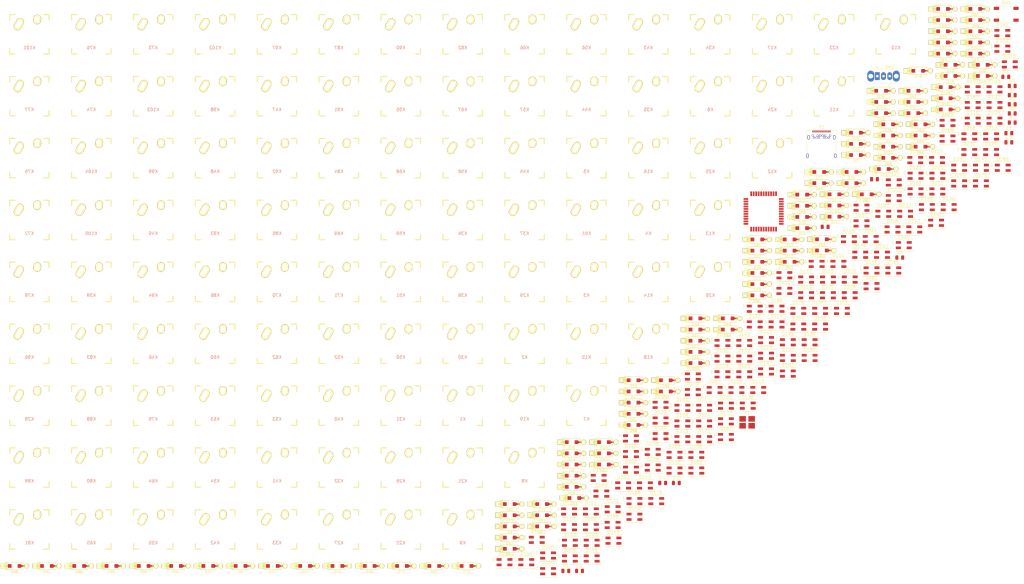
<source format=kicad_pcb>
(kicad_pcb (version 20171130) (host pcbnew "(5.1.4)-1")
  (layers (0 F.Cu signal) (31 B.Cu signal) (34 B.Paste user) (35 F.Paste user) (36 B.SilkS user) (37 F.SilkS user) (38 B.Mask user) (39 F.Mask user) (44 Edge.Cuts user))
  (net 0 "")
  (net 1 GND)
  (net 2 VCC)
  (net 3 "Net-(C3-Pad1)")
  (net 4 "Net-(C7-Pad1)")
  (net 5 "Net-(C8-Pad2)")
  (net 6 "Net-(D1-Pad2)")
  (net 7 /row0)
  (net 8 "Net-(D2-Pad2)")
  (net 9 /row1)
  (net 10 "Net-(D3-Pad2)")
  (net 11 /row2)
  (net 12 "Net-(D4-Pad2)")
  (net 13 /row3)
  (net 14 "Net-(D5-Pad2)")
  (net 15 /row4)
  (net 16 "Net-(D6-Pad2)")
  (net 17 /row5)
  (net 18 "Net-(D7-Pad2)")
  (net 19 /row6)
  (net 20 "Net-(D8-Pad2)")
  (net 21 /row7)
  (net 22 "Net-(D9-Pad2)")
  (net 23 "Net-(D10-Pad2)")
  (net 24 "Net-(D11-Pad2)")
  (net 25 "Net-(D12-Pad2)")
  (net 26 "Net-(D13-Pad2)")
  (net 27 "Net-(D14-Pad2)")
  (net 28 "Net-(D15-Pad2)")
  (net 29 "Net-(D16-Pad2)")
  (net 30 "Net-(D17-Pad2)")
  (net 31 "Net-(D18-Pad2)")
  (net 32 "Net-(D19-Pad2)")
  (net 33 "Net-(D20-Pad2)")
  (net 34 "Net-(D21-Pad2)")
  (net 35 "Net-(D22-Pad2)")
  (net 36 "Net-(D23-Pad2)")
  (net 37 "Net-(D24-Pad2)")
  (net 38 "Net-(D25-Pad2)")
  (net 39 "Net-(D26-Pad2)")
  (net 40 "Net-(D27-Pad2)")
  (net 41 "Net-(D28-Pad2)")
  (net 42 "Net-(D29-Pad2)")
  (net 43 "Net-(D30-Pad2)")
  (net 44 "Net-(D31-Pad2)")
  (net 45 "Net-(D32-Pad2)")
  (net 46 "Net-(D33-Pad2)")
  (net 47 "Net-(D34-Pad2)")
  (net 48 "Net-(D35-Pad2)")
  (net 49 "Net-(D36-Pad2)")
  (net 50 "Net-(D37-Pad2)")
  (net 51 "Net-(D38-Pad2)")
  (net 52 "Net-(D39-Pad2)")
  (net 53 "Net-(D40-Pad2)")
  (net 54 "Net-(D41-Pad2)")
  (net 55 "Net-(D42-Pad2)")
  (net 56 "Net-(D43-Pad2)")
  (net 57 "Net-(D44-Pad2)")
  (net 58 "Net-(D45-Pad2)")
  (net 59 "Net-(D46-Pad2)")
  (net 60 "Net-(D47-Pad2)")
  (net 61 "Net-(D48-Pad2)")
  (net 62 "Net-(D49-Pad2)")
  (net 63 "Net-(D50-Pad2)")
  (net 64 "Net-(D51-Pad2)")
  (net 65 "Net-(D52-Pad2)")
  (net 66 "Net-(D53-Pad2)")
  (net 67 "Net-(D54-Pad2)")
  (net 68 "Net-(D55-Pad2)")
  (net 69 "Net-(D56-Pad2)")
  (net 70 "Net-(D57-Pad2)")
  (net 71 "Net-(D58-Pad2)")
  (net 72 "Net-(D59-Pad2)")
  (net 73 "Net-(D60-Pad2)")
  (net 74 "Net-(D61-Pad2)")
  (net 75 "Net-(D62-Pad2)")
  (net 76 "Net-(D63-Pad2)")
  (net 77 "Net-(D64-Pad2)")
  (net 78 "Net-(D65-Pad2)")
  (net 79 "Net-(D66-Pad2)")
  (net 80 "Net-(D67-Pad2)")
  (net 81 "Net-(D68-Pad2)")
  (net 82 "Net-(D69-Pad2)")
  (net 83 "Net-(D70-Pad2)")
  (net 84 "Net-(D71-Pad2)")
  (net 85 "Net-(D72-Pad2)")
  (net 86 "Net-(D73-Pad2)")
  (net 87 "Net-(D74-Pad2)")
  (net 88 "Net-(D75-Pad2)")
  (net 89 "Net-(D76-Pad2)")
  (net 90 "Net-(D77-Pad2)")
  (net 91 "Net-(D78-Pad2)")
  (net 92 "Net-(D79-Pad2)")
  (net 93 "Net-(D80-Pad2)")
  (net 94 "Net-(D81-Pad2)")
  (net 95 "Net-(D82-Pad2)")
  (net 96 "Net-(D83-Pad2)")
  (net 97 "Net-(D84-Pad2)")
  (net 98 "Net-(D85-Pad2)")
  (net 99 "Net-(D86-Pad2)")
  (net 100 "Net-(D87-Pad2)")
  (net 101 "Net-(D88-Pad2)")
  (net 102 "Net-(D89-Pad2)")
  (net 103 "Net-(D90-Pad2)")
  (net 104 "Net-(D91-Pad2)")
  (net 105 "Net-(D92-Pad2)")
  (net 106 "Net-(D93-Pad2)")
  (net 107 "Net-(D94-Pad2)")
  (net 108 "Net-(D95-Pad2)")
  (net 109 "Net-(D96-Pad2)")
  (net 110 "Net-(D97-Pad2)")
  (net 111 "Net-(D98-Pad2)")
  (net 112 "Net-(D99-Pad2)")
  (net 113 "Net-(D100-Pad2)")
  (net 114 "Net-(D101-Pad2)")
  (net 115 "Net-(D102-Pad2)")
  (net 116 "Net-(D103-Pad2)")
  (net 117 "Net-(D104-Pad2)")
  (net 118 /LEDDATA)
  (net 119 /col0)
  (net 120 /col1)
  (net 121 /col2)
  (net 122 /col3)
  (net 123 /col4)
  (net 124 /col5)
  (net 125 /col6)
  (net 126 /col7)
  (net 127 /col8)
  (net 128 /col9)
  (net 129 /col10)
  (net 130 /col11)
  (net 131 /col12)
  (net 132 "Net-(P1-PadA5)")
  (net 133 "Net-(P1-PadA6)")
  (net 134 "Net-(P1-PadA7)")
  (net 135 "Net-(P1-PadB5)")
  (net 136 "Net-(R1-Pad2)")
  (net 137 "Net-(R4-Pad2)")
  (net 138 "Net-(R5-Pad2)")
  (net 139 "Net-(R6-Pad2)")
  (net 140 "Net-(R7-Pad1)")
  (net 141 "Net-(U1-Pad25)")
  (net 142 "Net-(U1-Pad26)")
  (net 143 "Net-(U1-Pad42)")
  (net 144 "Net-(D105-Pad1)")
  (net 145 "Net-(D106-Pad1)")
  (net 146 "Net-(D106-Pad3)")
  (net 147 "Net-(D107-Pad3)")
  (net 148 "Net-(D107-Pad1)")
  (net 149 "Net-(D108-Pad3)")
  (net 150 "Net-(D108-Pad1)")
  (net 151 "Net-(D109-Pad1)")
  (net 152 "Net-(D109-Pad3)")
  (net 153 "Net-(D110-Pad3)")
  (net 154 "Net-(D110-Pad1)")
  (net 155 "Net-(D111-Pad1)")
  (net 156 "Net-(D111-Pad3)")
  (net 157 "Net-(D112-Pad3)")
  (net 158 "Net-(D112-Pad1)")
  (net 159 "Net-(D113-Pad1)")
  (net 160 "Net-(D114-Pad1)")
  (net 161 "Net-(D115-Pad1)")
  (net 162 "Net-(D116-Pad1)")
  (net 163 "Net-(D117-Pad1)")
  (net 164 "Net-(D118-Pad1)")
  (net 165 "Net-(D119-Pad1)")
  (net 166 "Net-(D120-Pad1)")
  (net 167 "Net-(D121-Pad1)")
  (net 168 "Net-(D122-Pad1)")
  (net 169 "Net-(D123-Pad1)")
  (net 170 "Net-(D124-Pad1)")
  (net 171 "Net-(D125-Pad1)")
  (net 172 "Net-(D126-Pad1)")
  (net 173 "Net-(D127-Pad1)")
  (net 174 "Net-(D128-Pad1)")
  (net 175 "Net-(D129-Pad1)")
  (net 176 "Net-(D130-Pad1)")
  (net 177 "Net-(D131-Pad1)")
  (net 178 "Net-(D132-Pad1)")
  (net 179 "Net-(D133-Pad1)")
  (net 180 "Net-(D134-Pad1)")
  (net 181 "Net-(D135-Pad1)")
  (net 182 "Net-(D136-Pad1)")
  (net 183 "Net-(D137-Pad1)")
  (net 184 "Net-(D138-Pad1)")
  (net 185 "Net-(D139-Pad1)")
  (net 186 "Net-(D140-Pad1)")
  (net 187 "Net-(D141-Pad1)")
  (net 188 "Net-(D142-Pad1)")
  (net 189 "Net-(D143-Pad1)")
  (net 190 "Net-(D144-Pad1)")
  (net 191 "Net-(D145-Pad1)")
  (net 192 "Net-(D146-Pad1)")
  (net 193 "Net-(D147-Pad1)")
  (net 194 "Net-(D148-Pad1)")
  (net 195 "Net-(D149-Pad1)")
  (net 196 "Net-(D150-Pad1)")
  (net 197 "Net-(D151-Pad1)")
  (net 198 "Net-(D152-Pad1)")
  (net 199 "Net-(D153-Pad1)")
  (net 200 "Net-(D154-Pad1)")
  (net 201 "Net-(D155-Pad1)")
  (net 202 "Net-(D156-Pad1)")
  (net 203 "Net-(D157-Pad1)")
  (net 204 "Net-(D158-Pad1)")
  (net 205 "Net-(D159-Pad1)")
  (net 206 "Net-(D160-Pad1)")
  (net 207 "Net-(D161-Pad1)")
  (net 208 "Net-(D162-Pad1)")
  (net 209 "Net-(D163-Pad1)")
  (net 210 "Net-(D164-Pad1)")
  (net 211 "Net-(D165-Pad1)")
  (net 212 "Net-(D166-Pad1)")
  (net 213 "Net-(D167-Pad1)")
  (net 214 "Net-(D168-Pad1)")
  (net 215 "Net-(D169-Pad1)")
  (net 216 "Net-(D170-Pad1)")
  (net 217 "Net-(D171-Pad1)")
  (net 218 "Net-(D172-Pad1)")
  (net 219 "Net-(D173-Pad1)")
  (net 220 "Net-(D174-Pad1)")
  (net 221 "Net-(D175-Pad1)")
  (net 222 "Net-(D176-Pad1)")
  (net 223 "Net-(D177-Pad1)")
  (net 224 "Net-(D178-Pad1)")
  (net 225 "Net-(D179-Pad1)")
  (net 226 "Net-(D180-Pad1)")
  (net 227 "Net-(D181-Pad1)")
  (net 228 "Net-(D182-Pad1)")
  (net 229 "Net-(D183-Pad1)")
  (net 230 "Net-(D184-Pad1)")
  (net 231 "Net-(D185-Pad1)")
  (net 232 "Net-(D186-Pad1)")
  (net 233 "Net-(D187-Pad1)")
  (net 234 "Net-(D188-Pad1)")
  (net 235 "Net-(D189-Pad1)")
  (net 236 "Net-(D190-Pad1)")
  (net 237 "Net-(D191-Pad1)")
  (net 238 "Net-(D192-Pad1)")
  (net 239 "Net-(D193-Pad1)")
  (net 240 "Net-(D194-Pad1)")
  (net 241 "Net-(D195-Pad1)")
  (net 242 "Net-(D196-Pad1)")
  (net 243 "Net-(D197-Pad1)")
  (net 244 "Net-(D198-Pad1)")
  (net 245 "Net-(D199-Pad1)")
  (net 246 "Net-(D200-Pad1)")
  (net 247 "Net-(D201-Pad1)")
  (net 248 "Net-(D202-Pad1)")
  (net 249 "Net-(D203-Pad1)")
  (net 250 "Net-(D204-Pad1)")
  (net 251 "Net-(D205-Pad1)")
  (net 252 "Net-(D206-Pad1)")
  (net 253 "Net-(D207-Pad1)")
  (net 254 "Net-(D208-Pad1)")
  (net 255 "Net-(D209-Pad1)")
  (net 256 "Net-(D210-Pad1)")
  (net 257 "Net-(D211-Pad1)")
  (net 258 "Net-(D212-Pad1)")
  (net 259 "Net-(D213-Pad1)")
  (net 260 "Net-(D214-Pad1)")
  (net 261 "Net-(D215-Pad1)")
  (net 262 "Net-(D216-Pad1)")
  (net 263 "Net-(D217-Pad1)")
  (net 264 "Net-(D218-Pad1)")
  (net 265 "Net-(D219-Pad1)")
  (net 266 "Net-(D220-Pad1)")
  (net 267 "Net-(D221-Pad1)")
  (net 268 "Net-(D222-Pad1)")
  (net 269 "Net-(D223-Pad1)")
  (net 270 "Net-(D224-Pad1)")
  (net 271 "Net-(D232-Pad1)")
  (module Capacitor_SMD:C_0805_2012Metric (layer F.Cu) (at 387.245001 92.125001)
    (fp_text reference C1 (at 0 -1.65) (layer F.SilkS))
    (fp_text value 0.1u)
    (pad 2 smd roundrect (at 0.9375 0) (size 0.975 1.4) (layers F.Cu F.Paste F.Mask) (net 1 GND))
    (pad 1 smd roundrect (at -0.9375 0) (size 0.975 1.4) (layers F.Cu F.Paste F.Mask) (net 2 VCC))
  )
  (module Capacitor_SMD:C_0805_2012Metric (layer F.Cu) (at 280.125001 204.825001)
    (fp_text reference C2 (at 0 -1.65) (layer F.SilkS))
    (fp_text value 0.1u)
    (pad 1 smd roundrect (at -0.9375 0) (size 0.975 1.4) (layers F.Cu F.Paste F.Mask) (net 2 VCC))
    (pad 2 smd roundrect (at 0.9375 0) (size 0.975 1.4) (layers F.Cu F.Paste F.Mask) (net 1 GND))
  )
  (module Capacitor_SMD:C_0805_2012Metric (layer F.Cu) (at 352.095001 132.205001)
    (fp_text reference C3 (at 0 -1.65) (layer F.SilkS))
    (fp_text value 22p)
    (pad 2 smd roundrect (at 0.9375 0) (size 0.975 1.4) (layers F.Cu F.Paste F.Mask) (net 1 GND))
    (pad 1 smd roundrect (at -0.9375 0) (size 0.975 1.4) (layers F.Cu F.Paste F.Mask) (net 3 "Net-(C3-Pad1)"))
  )
  (module Capacitor_SMD:C_0805_2012Metric (layer F.Cu) (at 275.715001 204.825001)
    (fp_text reference C4 (at 0 -1.65) (layer F.SilkS))
    (fp_text value 0.1u)
    (pad 2 smd roundrect (at 0.9375 0) (size 0.975 1.4) (layers F.Cu F.Paste F.Mask) (net 1 GND))
    (pad 1 smd roundrect (at -0.9375 0) (size 0.975 1.4) (layers F.Cu F.Paste F.Mask) (net 2 VCC))
  )
  (module Capacitor_SMD:C_0805_2012Metric (layer F.Cu) (at 387.245001 95.075001)
    (fp_text reference C5 (at 0 -1.65) (layer F.SilkS))
    (fp_text value 0.1u)
    (pad 1 smd roundrect (at -0.9375 0) (size 0.975 1.4) (layers F.Cu F.Paste F.Mask) (net 2 VCC))
    (pad 2 smd roundrect (at 0.9375 0) (size 0.975 1.4) (layers F.Cu F.Paste F.Mask) (net 1 GND))
  )
  (module Capacitor_SMD:C_0805_2012Metric (layer F.Cu) (at 248.925001 233.155001)
    (fp_text reference C6 (at 0 -1.65) (layer F.SilkS))
    (fp_text value 4.7u)
    (pad 2 smd roundrect (at 0.9375 0) (size 0.975 1.4) (layers F.Cu F.Paste F.Mask) (net 1 GND))
    (pad 1 smd roundrect (at -0.9375 0) (size 0.975 1.4) (layers F.Cu F.Paste F.Mask) (net 2 VCC))
  )
  (module Capacitor_SMD:C_0805_2012Metric (layer F.Cu) (at 328.065001 122.305001)
    (fp_text reference C7 (at 0 -1.65) (layer F.SilkS))
    (fp_text value 22p)
    (pad 1 smd roundrect (at -0.9375 0) (size 0.975 1.4) (layers F.Cu F.Paste F.Mask) (net 4 "Net-(C7-Pad1)"))
    (pad 2 smd roundrect (at 0.9375 0) (size 0.975 1.4) (layers F.Cu F.Paste F.Mask) (net 1 GND))
  )
  (module Capacitor_SMD:C_0805_2012Metric (layer F.Cu) (at 343.955001 106.955001)
    (fp_text reference C8 (at 0 -1.65) (layer F.SilkS))
    (fp_text value 1u)
    (pad 1 smd roundrect (at -0.9375 0) (size 0.975 1.4) (layers F.Cu F.Paste F.Mask) (net 1 GND))
    (pad 2 smd roundrect (at 0.9375 0) (size 0.975 1.4) (layers F.Cu F.Paste F.Mask) (net 5 "Net-(C8-Pad2)"))
  )
  (module keyboard1:D_SOD123_axial (layer F.Cu) (at 331.06 111.830001)
    (fp_text reference D1 (at 0 1.925) (layer F.SilkS) (effects (font (size 0.8 0.8))))
    (fp_text value D hide)
    (pad 2 smd rect (at 1.575 0) (size 1.2 1.2) (layers F.Cu F.Paste F.Mask) (net 6 "Net-(D1-Pad2)"))
    (pad 1 smd rect (at -1.575 0) (size 1.2 1.2) (layers F.Cu F.Paste F.Mask) (net 7 /row0))
    (pad 1 thru_hole rect (at -3.9 0) (size 1.6 1.6) (drill 0.7) (layers *.Cu *.Mask F.SilkS) (net 7 /row0))
    (pad 2 thru_hole circle (at 3.9 0) (size 1.6 1.6) (drill 0.7) (layers *.Cu *.Mask F.SilkS) (net 6 "Net-(D1-Pad2)"))
    (pad 1 smd rect (at -2.7 0) (size 2.5 0.5) (layers F.Cu) (net 7 /row0))
    (pad 2 smd rect (at 2.7 0) (size 2.5 0.5) (layers F.Cu) (net 6 "Net-(D1-Pad2)"))
  )
  (module keyboard1:D_SOD123_axial (layer F.Cu) (at 348.38 92.880001)
    (fp_text reference D2 (at 0 1.925) (layer F.SilkS) (effects (font (size 0.8 0.8))))
    (fp_text value D hide)
    (pad 2 smd rect (at 2.7 0) (size 2.5 0.5) (layers F.Cu) (net 8 "Net-(D2-Pad2)"))
    (pad 1 smd rect (at -2.7 0) (size 2.5 0.5) (layers F.Cu) (net 9 /row1))
    (pad 2 thru_hole circle (at 3.9 0) (size 1.6 1.6) (drill 0.7) (layers *.Cu *.Mask F.SilkS) (net 8 "Net-(D2-Pad2)"))
    (pad 1 thru_hole rect (at -3.9 0) (size 1.6 1.6) (drill 0.7) (layers *.Cu *.Mask F.SilkS) (net 9 /row1))
    (pad 1 smd rect (at -1.575 0) (size 1.2 1.2) (layers F.Cu F.Paste F.Mask) (net 9 /row1))
    (pad 2 smd rect (at 1.575 0) (size 1.2 1.2) (layers F.Cu F.Paste F.Mask) (net 8 "Net-(D2-Pad2)"))
  )
  (module keyboard1:D_SOD123_axial (layer F.Cu) (at 337.98 99.180001)
    (fp_text reference D3 (at 0 1.925) (layer F.SilkS) (effects (font (size 0.8 0.8))))
    (fp_text value D hide)
    (pad 2 smd rect (at 1.575 0) (size 1.2 1.2) (layers F.Cu F.Paste F.Mask) (net 10 "Net-(D3-Pad2)"))
    (pad 1 smd rect (at -1.575 0) (size 1.2 1.2) (layers F.Cu F.Paste F.Mask) (net 11 /row2))
    (pad 1 thru_hole rect (at -3.9 0) (size 1.6 1.6) (drill 0.7) (layers *.Cu *.Mask F.SilkS) (net 11 /row2))
    (pad 2 thru_hole circle (at 3.9 0) (size 1.6 1.6) (drill 0.7) (layers *.Cu *.Mask F.SilkS) (net 10 "Net-(D3-Pad2)"))
    (pad 1 smd rect (at -2.7 0) (size 2.5 0.5) (layers F.Cu) (net 11 /row2))
    (pad 2 smd rect (at 2.7 0) (size 2.5 0.5) (layers F.Cu) (net 10 "Net-(D3-Pad2)"))
  )
  (module keyboard1:D_SOD123_axial (layer F.Cu) (at 266.33 175.340001)
    (fp_text reference D4 (at 0 1.925) (layer F.SilkS) (effects (font (size 0.8 0.8))))
    (fp_text value D hide)
    (pad 2 smd rect (at 2.7 0) (size 2.5 0.5) (layers F.Cu) (net 12 "Net-(D4-Pad2)"))
    (pad 1 smd rect (at -2.7 0) (size 2.5 0.5) (layers F.Cu) (net 13 /row3))
    (pad 2 thru_hole circle (at 3.9 0) (size 1.6 1.6) (drill 0.7) (layers *.Cu *.Mask F.SilkS) (net 12 "Net-(D4-Pad2)"))
    (pad 1 thru_hole rect (at -3.9 0) (size 1.6 1.6) (drill 0.7) (layers *.Cu *.Mask F.SilkS) (net 13 /row3))
    (pad 1 smd rect (at -1.575 0) (size 1.2 1.2) (layers F.Cu F.Paste F.Mask) (net 13 /row3))
    (pad 2 smd rect (at 1.575 0) (size 1.2 1.2) (layers F.Cu F.Paste F.Mask) (net 12 "Net-(D4-Pad2)"))
  )
  (module keyboard1:D_SOD123_axial (layer F.Cu) (at 356.49 85.680001)
    (fp_text reference D5 (at 0 1.925) (layer F.SilkS) (effects (font (size 0.8 0.8))))
    (fp_text value D hide)
    (pad 2 smd rect (at 2.7 0) (size 2.5 0.5) (layers F.Cu) (net 14 "Net-(D5-Pad2)"))
    (pad 1 smd rect (at -2.7 0) (size 2.5 0.5) (layers F.Cu) (net 15 /row4))
    (pad 2 thru_hole circle (at 3.9 0) (size 1.6 1.6) (drill 0.7) (layers *.Cu *.Mask F.SilkS) (net 14 "Net-(D5-Pad2)"))
    (pad 1 thru_hole rect (at -3.9 0) (size 1.6 1.6) (drill 0.7) (layers *.Cu *.Mask F.SilkS) (net 15 /row4))
    (pad 1 smd rect (at -1.575 0) (size 1.2 1.2) (layers F.Cu F.Paste F.Mask) (net 15 /row4))
    (pad 2 smd rect (at 1.575 0) (size 1.2 1.2) (layers F.Cu F.Paste F.Mask) (net 14 "Net-(D5-Pad2)"))
  )
  (module keyboard1:D_SOD123_axial (layer F.Cu) (at 139.73 231.560001)
    (fp_text reference D6 (at 0 1.925) (layer F.SilkS) (effects (font (size 0.8 0.8))))
    (fp_text value D hide)
    (pad 2 smd rect (at 1.575 0) (size 1.2 1.2) (layers F.Cu F.Paste F.Mask) (net 16 "Net-(D6-Pad2)"))
    (pad 1 smd rect (at -1.575 0) (size 1.2 1.2) (layers F.Cu F.Paste F.Mask) (net 17 /row5))
    (pad 1 thru_hole rect (at -3.9 0) (size 1.6 1.6) (drill 0.7) (layers *.Cu *.Mask F.SilkS) (net 17 /row5))
    (pad 2 thru_hole circle (at 3.9 0) (size 1.6 1.6) (drill 0.7) (layers *.Cu *.Mask F.SilkS) (net 16 "Net-(D6-Pad2)"))
    (pad 1 smd rect (at -2.7 0) (size 2.5 0.5) (layers F.Cu) (net 17 /row5))
    (pad 2 smd rect (at 2.7 0) (size 2.5 0.5) (layers F.Cu) (net 16 "Net-(D6-Pad2)"))
  )
  (module keyboard1:D_SOD123_axial (layer F.Cu) (at 266.33 178.940001)
    (fp_text reference D7 (at 0 1.925) (layer F.SilkS) (effects (font (size 0.8 0.8))))
    (fp_text value D hide)
    (pad 2 smd rect (at 2.7 0) (size 2.5 0.5) (layers F.Cu) (net 18 "Net-(D7-Pad2)"))
    (pad 1 smd rect (at -2.7 0) (size 2.5 0.5) (layers F.Cu) (net 19 /row6))
    (pad 2 thru_hole circle (at 3.9 0) (size 1.6 1.6) (drill 0.7) (layers *.Cu *.Mask F.SilkS) (net 18 "Net-(D7-Pad2)"))
    (pad 1 thru_hole rect (at -3.9 0) (size 1.6 1.6) (drill 0.7) (layers *.Cu *.Mask F.SilkS) (net 19 /row6))
    (pad 1 smd rect (at -1.575 0) (size 1.2 1.2) (layers F.Cu F.Paste F.Mask) (net 19 /row6))
    (pad 2 smd rect (at 1.575 0) (size 1.2 1.2) (layers F.Cu F.Paste F.Mask) (net 18 "Net-(D7-Pad2)"))
  )
  (module keyboard1:D_SOD123_axial (layer F.Cu) (at 246.39 198.880001)
    (fp_text reference D8 (at 0 1.925) (layer F.SilkS) (effects (font (size 0.8 0.8))))
    (fp_text value D hide)
    (pad 2 smd rect (at 1.575 0) (size 1.2 1.2) (layers F.Cu F.Paste F.Mask) (net 20 "Net-(D8-Pad2)"))
    (pad 1 smd rect (at -1.575 0) (size 1.2 1.2) (layers F.Cu F.Paste F.Mask) (net 21 /row7))
    (pad 1 thru_hole rect (at -3.9 0) (size 1.6 1.6) (drill 0.7) (layers *.Cu *.Mask F.SilkS) (net 21 /row7))
    (pad 2 thru_hole circle (at 3.9 0) (size 1.6 1.6) (drill 0.7) (layers *.Cu *.Mask F.SilkS) (net 20 "Net-(D8-Pad2)"))
    (pad 1 smd rect (at -2.7 0) (size 2.5 0.5) (layers F.Cu) (net 21 /row7))
    (pad 2 smd rect (at 2.7 0) (size 2.5 0.5) (layers F.Cu) (net 20 "Net-(D8-Pad2)"))
  )
  (module keyboard1:D_SOD123_axial (layer F.Cu) (at 226.45 218.820001)
    (fp_text reference D9 (at 0 1.925) (layer F.SilkS) (effects (font (size 0.8 0.8))))
    (fp_text value D hide)
    (pad 2 smd rect (at 1.575 0) (size 1.2 1.2) (layers F.Cu F.Paste F.Mask) (net 22 "Net-(D9-Pad2)"))
    (pad 1 smd rect (at -1.575 0) (size 1.2 1.2) (layers F.Cu F.Paste F.Mask) (net 7 /row0))
    (pad 1 thru_hole rect (at -3.9 0) (size 1.6 1.6) (drill 0.7) (layers *.Cu *.Mask F.SilkS) (net 7 /row0))
    (pad 2 thru_hole circle (at 3.9 0) (size 1.6 1.6) (drill 0.7) (layers *.Cu *.Mask F.SilkS) (net 22 "Net-(D9-Pad2)"))
    (pad 1 smd rect (at -2.7 0) (size 2.5 0.5) (layers F.Cu) (net 7 /row0))
    (pad 2 smd rect (at 2.7 0) (size 2.5 0.5) (layers F.Cu) (net 22 "Net-(D9-Pad2)"))
  )
  (module keyboard1:D_SOD123_axial (layer F.Cu) (at 316.61 129.970001)
    (fp_text reference D10 (at 0 1.925) (layer F.SilkS) (effects (font (size 0.8 0.8))))
    (fp_text value D hide)
    (pad 2 smd rect (at 2.7 0) (size 2.5 0.5) (layers F.Cu) (net 23 "Net-(D10-Pad2)"))
    (pad 1 smd rect (at -2.7 0) (size 2.5 0.5) (layers F.Cu) (net 9 /row1))
    (pad 2 thru_hole circle (at 3.9 0) (size 1.6 1.6) (drill 0.7) (layers *.Cu *.Mask F.SilkS) (net 23 "Net-(D10-Pad2)"))
    (pad 1 thru_hole rect (at -3.9 0) (size 1.6 1.6) (drill 0.7) (layers *.Cu *.Mask F.SilkS) (net 9 /row1))
    (pad 1 smd rect (at -1.575 0) (size 1.2 1.2) (layers F.Cu F.Paste F.Mask) (net 9 /row1))
    (pad 2 smd rect (at 1.575 0) (size 1.2 1.2) (layers F.Cu F.Paste F.Mask) (net 23 "Net-(D10-Pad2)"))
  )
  (module keyboard1:D_SOD123_axial (layer F.Cu) (at 236.85 211.620001)
    (fp_text reference D11 (at 0 1.925) (layer F.SilkS) (effects (font (size 0.8 0.8))))
    (fp_text value D hide)
    (pad 2 smd rect (at 2.7 0) (size 2.5 0.5) (layers F.Cu) (net 24 "Net-(D11-Pad2)"))
    (pad 1 smd rect (at -2.7 0) (size 2.5 0.5) (layers F.Cu) (net 11 /row2))
    (pad 2 thru_hole circle (at 3.9 0) (size 1.6 1.6) (drill 0.7) (layers *.Cu *.Mask F.SilkS) (net 24 "Net-(D11-Pad2)"))
    (pad 1 thru_hole rect (at -3.9 0) (size 1.6 1.6) (drill 0.7) (layers *.Cu *.Mask F.SilkS) (net 11 /row2))
    (pad 1 smd rect (at -1.575 0) (size 1.2 1.2) (layers F.Cu F.Paste F.Mask) (net 11 /row2))
    (pad 2 smd rect (at 1.575 0) (size 1.2 1.2) (layers F.Cu F.Paste F.Mask) (net 24 "Net-(D11-Pad2)"))
  )
  (module keyboard1:D_SOD123_axial (layer F.Cu) (at 316.61 126.370001)
    (fp_text reference D12 (at 0 1.925) (layer F.SilkS) (effects (font (size 0.8 0.8))))
    (fp_text value D hide)
    (pad 2 smd rect (at 1.575 0) (size 1.2 1.2) (layers F.Cu F.Paste F.Mask) (net 25 "Net-(D12-Pad2)"))
    (pad 1 smd rect (at -1.575 0) (size 1.2 1.2) (layers F.Cu F.Paste F.Mask) (net 13 /row3))
    (pad 1 thru_hole rect (at -3.9 0) (size 1.6 1.6) (drill 0.7) (layers *.Cu *.Mask F.SilkS) (net 13 /row3))
    (pad 2 thru_hole circle (at 3.9 0) (size 1.6 1.6) (drill 0.7) (layers *.Cu *.Mask F.SilkS) (net 25 "Net-(D12-Pad2)"))
    (pad 1 smd rect (at -2.7 0) (size 2.5 0.5) (layers F.Cu) (net 13 /row3))
    (pad 2 smd rect (at 2.7 0) (size 2.5 0.5) (layers F.Cu) (net 25 "Net-(D12-Pad2)"))
  )
  (module keyboard1:D_SOD123_axial (layer F.Cu) (at 226.45 215.220001)
    (fp_text reference D13 (at 0 1.925) (layer F.SilkS) (effects (font (size 0.8 0.8))))
    (fp_text value D hide)
    (pad 2 smd rect (at 1.575 0) (size 1.2 1.2) (layers F.Cu F.Paste F.Mask) (net 26 "Net-(D13-Pad2)"))
    (pad 1 smd rect (at -1.575 0) (size 1.2 1.2) (layers F.Cu F.Paste F.Mask) (net 15 /row4))
    (pad 1 thru_hole rect (at -3.9 0) (size 1.6 1.6) (drill 0.7) (layers *.Cu *.Mask F.SilkS) (net 15 /row4))
    (pad 2 thru_hole circle (at 3.9 0) (size 1.6 1.6) (drill 0.7) (layers *.Cu *.Mask F.SilkS) (net 26 "Net-(D13-Pad2)"))
    (pad 1 smd rect (at -2.7 0) (size 2.5 0.5) (layers F.Cu) (net 15 /row4))
    (pad 2 smd rect (at 2.7 0) (size 2.5 0.5) (layers F.Cu) (net 26 "Net-(D13-Pad2)"))
  )
  (module keyboard1:D_SOD123_axial (layer F.Cu) (at 246.39 195.280001)
    (fp_text reference D14 (at 0 1.925) (layer F.SilkS) (effects (font (size 0.8 0.8))))
    (fp_text value D hide)
    (pad 2 smd rect (at 2.7 0) (size 2.5 0.5) (layers F.Cu) (net 27 "Net-(D14-Pad2)"))
    (pad 1 smd rect (at -2.7 0) (size 2.5 0.5) (layers F.Cu) (net 17 /row5))
    (pad 2 thru_hole circle (at 3.9 0) (size 1.6 1.6) (drill 0.7) (layers *.Cu *.Mask F.SilkS) (net 27 "Net-(D14-Pad2)"))
    (pad 1 thru_hole rect (at -3.9 0) (size 1.6 1.6) (drill 0.7) (layers *.Cu *.Mask F.SilkS) (net 17 /row5))
    (pad 1 smd rect (at -1.575 0) (size 1.2 1.2) (layers F.Cu F.Paste F.Mask) (net 17 /row5))
    (pad 2 smd rect (at 1.575 0) (size 1.2 1.2) (layers F.Cu F.Paste F.Mask) (net 27 "Net-(D14-Pad2)"))
  )
  (module keyboard1:D_SOD123_axial (layer F.Cu) (at 368.44 73.700001)
    (fp_text reference D15 (at 0 1.925) (layer F.SilkS) (effects (font (size 0.8 0.8))))
    (fp_text value D hide)
    (pad 2 smd rect (at 1.575 0) (size 1.2 1.2) (layers F.Cu F.Paste F.Mask) (net 28 "Net-(D15-Pad2)"))
    (pad 1 smd rect (at -1.575 0) (size 1.2 1.2) (layers F.Cu F.Paste F.Mask) (net 19 /row6))
    (pad 1 thru_hole rect (at -3.9 0) (size 1.6 1.6) (drill 0.7) (layers *.Cu *.Mask F.SilkS) (net 19 /row6))
    (pad 2 thru_hole circle (at 3.9 0) (size 1.6 1.6) (drill 0.7) (layers *.Cu *.Mask F.SilkS) (net 28 "Net-(D15-Pad2)"))
    (pad 1 smd rect (at -2.7 0) (size 2.5 0.5) (layers F.Cu) (net 19 /row6))
    (pad 2 smd rect (at 2.7 0) (size 2.5 0.5) (layers F.Cu) (net 28 "Net-(D15-Pad2)"))
  )
  (module keyboard1:D_SOD123_axial (layer F.Cu) (at 366.89 80.900001)
    (fp_text reference D16 (at 0 1.925) (layer F.SilkS) (effects (font (size 0.8 0.8))))
    (fp_text value D hide)
    (pad 2 smd rect (at 2.7 0) (size 2.5 0.5) (layers F.Cu) (net 29 "Net-(D16-Pad2)"))
    (pad 1 smd rect (at -2.7 0) (size 2.5 0.5) (layers F.Cu) (net 21 /row7))
    (pad 2 thru_hole circle (at 3.9 0) (size 1.6 1.6) (drill 0.7) (layers *.Cu *.Mask F.SilkS) (net 29 "Net-(D16-Pad2)"))
    (pad 1 thru_hole rect (at -3.9 0) (size 1.6 1.6) (drill 0.7) (layers *.Cu *.Mask F.SilkS) (net 21 /row7))
    (pad 1 smd rect (at -1.575 0) (size 1.2 1.2) (layers F.Cu F.Paste F.Mask) (net 21 /row7))
    (pad 2 smd rect (at 1.575 0) (size 1.2 1.2) (layers F.Cu F.Paste F.Mask) (net 29 "Net-(D16-Pad2)"))
  )
  (module keyboard1:D_SOD123_axial (layer F.Cu) (at 306.21 137.170001)
    (fp_text reference D17 (at 0 1.925) (layer F.SilkS) (effects (font (size 0.8 0.8))))
    (fp_text value D hide)
    (pad 2 smd rect (at 2.7 0) (size 2.5 0.5) (layers F.Cu) (net 30 "Net-(D17-Pad2)"))
    (pad 1 smd rect (at -2.7 0) (size 2.5 0.5) (layers F.Cu) (net 7 /row0))
    (pad 2 thru_hole circle (at 3.9 0) (size 1.6 1.6) (drill 0.7) (layers *.Cu *.Mask F.SilkS) (net 30 "Net-(D17-Pad2)"))
    (pad 1 thru_hole rect (at -3.9 0) (size 1.6 1.6) (drill 0.7) (layers *.Cu *.Mask F.SilkS) (net 7 /row0))
    (pad 1 smd rect (at -1.575 0) (size 1.2 1.2) (layers F.Cu F.Paste F.Mask) (net 7 /row0))
    (pad 2 smd rect (at 1.575 0) (size 1.2 1.2) (layers F.Cu F.Paste F.Mask) (net 30 "Net-(D17-Pad2)"))
  )
  (module keyboard1:D_SOD123_axial (layer F.Cu) (at 320.66 122.720001)
    (fp_text reference D18 (at 0 1.925) (layer F.SilkS) (effects (font (size 0.8 0.8))))
    (fp_text value D hide)
    (pad 2 smd rect (at 2.7 0) (size 2.5 0.5) (layers F.Cu) (net 31 "Net-(D18-Pad2)"))
    (pad 1 smd rect (at -2.7 0) (size 2.5 0.5) (layers F.Cu) (net 9 /row1))
    (pad 2 thru_hole circle (at 3.9 0) (size 1.6 1.6) (drill 0.7) (layers *.Cu *.Mask F.SilkS) (net 31 "Net-(D18-Pad2)"))
    (pad 1 thru_hole rect (at -3.9 0) (size 1.6 1.6) (drill 0.7) (layers *.Cu *.Mask F.SilkS) (net 9 /row1))
    (pad 1 smd rect (at -1.575 0) (size 1.2 1.2) (layers F.Cu F.Paste F.Mask) (net 9 /row1))
    (pad 2 smd rect (at 1.575 0) (size 1.2 1.2) (layers F.Cu F.Paste F.Mask) (net 31 "Net-(D18-Pad2)"))
  )
  (module keyboard1:D_SOD123_axial (layer F.Cu) (at 306.21 140.770001)
    (fp_text reference D19 (at 0 1.925) (layer F.SilkS) (effects (font (size 0.8 0.8))))
    (fp_text value D hide)
    (pad 2 smd rect (at 1.575 0) (size 1.2 1.2) (layers F.Cu F.Paste F.Mask) (net 32 "Net-(D19-Pad2)"))
    (pad 1 smd rect (at -1.575 0) (size 1.2 1.2) (layers F.Cu F.Paste F.Mask) (net 11 /row2))
    (pad 1 thru_hole rect (at -3.9 0) (size 1.6 1.6) (drill 0.7) (layers *.Cu *.Mask F.SilkS) (net 11 /row2))
    (pad 2 thru_hole circle (at 3.9 0) (size 1.6 1.6) (drill 0.7) (layers *.Cu *.Mask F.SilkS) (net 32 "Net-(D19-Pad2)"))
    (pad 1 smd rect (at -2.7 0) (size 2.5 0.5) (layers F.Cu) (net 11 /row2))
    (pad 2 smd rect (at 2.7 0) (size 2.5 0.5) (layers F.Cu) (net 32 "Net-(D19-Pad2)"))
  )
  (module keyboard1:D_SOD123_axial (layer F.Cu) (at 378.84 70.100001)
    (fp_text reference D20 (at 0 1.925) (layer F.SilkS) (effects (font (size 0.8 0.8))))
    (fp_text value D hide)
    (pad 2 smd rect (at 2.7 0) (size 2.5 0.5) (layers F.Cu) (net 33 "Net-(D20-Pad2)"))
    (pad 1 smd rect (at -2.7 0) (size 2.5 0.5) (layers F.Cu) (net 13 /row3))
    (pad 2 thru_hole circle (at 3.9 0) (size 1.6 1.6) (drill 0.7) (layers *.Cu *.Mask F.SilkS) (net 33 "Net-(D20-Pad2)"))
    (pad 1 thru_hole rect (at -3.9 0) (size 1.6 1.6) (drill 0.7) (layers *.Cu *.Mask F.SilkS) (net 13 /row3))
    (pad 1 smd rect (at -1.575 0) (size 1.2 1.2) (layers F.Cu F.Paste F.Mask) (net 13 /row3))
    (pad 2 smd rect (at 1.575 0) (size 1.2 1.2) (layers F.Cu F.Paste F.Mask) (net 33 "Net-(D20-Pad2)"))
  )
  (module keyboard1:D_SOD123_axial (layer F.Cu) (at 331.06 119.030001)
    (fp_text reference D21 (at 0 1.925) (layer F.SilkS) (effects (font (size 0.8 0.8))))
    (fp_text value D hide)
    (pad 2 smd rect (at 2.7 0) (size 2.5 0.5) (layers F.Cu) (net 34 "Net-(D21-Pad2)"))
    (pad 1 smd rect (at -2.7 0) (size 2.5 0.5) (layers F.Cu) (net 15 /row4))
    (pad 2 thru_hole circle (at 3.9 0) (size 1.6 1.6) (drill 0.7) (layers *.Cu *.Mask F.SilkS) (net 34 "Net-(D21-Pad2)"))
    (pad 1 thru_hole rect (at -3.9 0) (size 1.6 1.6) (drill 0.7) (layers *.Cu *.Mask F.SilkS) (net 15 /row4))
    (pad 1 smd rect (at -1.575 0) (size 1.2 1.2) (layers F.Cu F.Paste F.Mask) (net 15 /row4))
    (pad 2 smd rect (at 1.575 0) (size 1.2 1.2) (layers F.Cu F.Paste F.Mask) (net 34 "Net-(D21-Pad2)"))
  )
  (module keyboard1:D_SOD123_axial (layer F.Cu) (at 316.61 133.570001)
    (fp_text reference D22 (at 0 1.925) (layer F.SilkS) (effects (font (size 0.8 0.8))))
    (fp_text value D hide)
    (pad 2 smd rect (at 1.575 0) (size 1.2 1.2) (layers F.Cu F.Paste F.Mask) (net 35 "Net-(D22-Pad2)"))
    (pad 1 smd rect (at -1.575 0) (size 1.2 1.2) (layers F.Cu F.Paste F.Mask) (net 17 /row5))
    (pad 1 thru_hole rect (at -3.9 0) (size 1.6 1.6) (drill 0.7) (layers *.Cu *.Mask F.SilkS) (net 17 /row5))
    (pad 2 thru_hole circle (at 3.9 0) (size 1.6 1.6) (drill 0.7) (layers *.Cu *.Mask F.SilkS) (net 35 "Net-(D22-Pad2)"))
    (pad 1 smd rect (at -2.7 0) (size 2.5 0.5) (layers F.Cu) (net 17 /row5))
    (pad 2 smd rect (at 2.7 0) (size 2.5 0.5) (layers F.Cu) (net 35 "Net-(D22-Pad2)"))
  )
  (module keyboard1:D_SOD123_axial (layer F.Cu) (at 346.95 103.680001)
    (fp_text reference D23 (at 0 1.925) (layer F.SilkS) (effects (font (size 0.8 0.8))))
    (fp_text value D hide)
    (pad 2 smd rect (at 1.575 0) (size 1.2 1.2) (layers F.Cu F.Paste F.Mask) (net 36 "Net-(D23-Pad2)"))
    (pad 1 smd rect (at -1.575 0) (size 1.2 1.2) (layers F.Cu F.Paste F.Mask) (net 19 /row6))
    (pad 1 thru_hole rect (at -3.9 0) (size 1.6 1.6) (drill 0.7) (layers *.Cu *.Mask F.SilkS) (net 19 /row6))
    (pad 2 thru_hole circle (at 3.9 0) (size 1.6 1.6) (drill 0.7) (layers *.Cu *.Mask F.SilkS) (net 36 "Net-(D23-Pad2)"))
    (pad 1 smd rect (at -2.7 0) (size 2.5 0.5) (layers F.Cu) (net 19 /row6))
    (pad 2 smd rect (at 2.7 0) (size 2.5 0.5) (layers F.Cu) (net 36 "Net-(D23-Pad2)"))
  )
  (module keyboard1:D_SOD123_axial (layer F.Cu) (at 306.21 144.370001)
    (fp_text reference D24 (at 0 1.925) (layer F.SilkS) (effects (font (size 0.8 0.8))))
    (fp_text value D hide)
    (pad 2 smd rect (at 1.575 0) (size 1.2 1.2) (layers F.Cu F.Paste F.Mask) (net 37 "Net-(D24-Pad2)"))
    (pad 1 smd rect (at -1.575 0) (size 1.2 1.2) (layers F.Cu F.Paste F.Mask) (net 21 /row7))
    (pad 1 thru_hole rect (at -3.9 0) (size 1.6 1.6) (drill 0.7) (layers *.Cu *.Mask F.SilkS) (net 21 /row7))
    (pad 2 thru_hole circle (at 3.9 0) (size 1.6 1.6) (drill 0.7) (layers *.Cu *.Mask F.SilkS) (net 37 "Net-(D24-Pad2)"))
    (pad 1 smd rect (at -2.7 0) (size 2.5 0.5) (layers F.Cu) (net 21 /row7))
    (pad 2 smd rect (at 2.7 0) (size 2.5 0.5) (layers F.Cu) (net 37 "Net-(D24-Pad2)"))
  )
  (module keyboard1:D_SOD123_axial (layer F.Cu) (at 366.89 84.500001)
    (fp_text reference D25 (at 0 1.925) (layer F.SilkS) (effects (font (size 0.8 0.8))))
    (fp_text value D hide)
    (pad 2 smd rect (at 2.7 0) (size 2.5 0.5) (layers F.Cu) (net 38 "Net-(D25-Pad2)"))
    (pad 1 smd rect (at -2.7 0) (size 2.5 0.5) (layers F.Cu) (net 7 /row0))
    (pad 2 thru_hole circle (at 3.9 0) (size 1.6 1.6) (drill 0.7) (layers *.Cu *.Mask F.SilkS) (net 38 "Net-(D25-Pad2)"))
    (pad 1 thru_hole rect (at -3.9 0) (size 1.6 1.6) (drill 0.7) (layers *.Cu *.Mask F.SilkS) (net 7 /row0))
    (pad 1 smd rect (at -1.575 0) (size 1.2 1.2) (layers F.Cu F.Paste F.Mask) (net 7 /row0))
    (pad 2 smd rect (at 1.575 0) (size 1.2 1.2) (layers F.Cu F.Paste F.Mask) (net 38 "Net-(D25-Pad2)"))
  )
  (module keyboard1:D_SOD123_axial (layer F.Cu) (at 336.55 104.630001)
    (fp_text reference D26 (at 0 1.925) (layer F.SilkS) (effects (font (size 0.8 0.8))))
    (fp_text value D hide)
    (pad 2 smd rect (at 1.575 0) (size 1.2 1.2) (layers F.Cu F.Paste F.Mask) (net 39 "Net-(D26-Pad2)"))
    (pad 1 smd rect (at -1.575 0) (size 1.2 1.2) (layers F.Cu F.Paste F.Mask) (net 9 /row1))
    (pad 1 thru_hole rect (at -3.9 0) (size 1.6 1.6) (drill 0.7) (layers *.Cu *.Mask F.SilkS) (net 9 /row1))
    (pad 2 thru_hole circle (at 3.9 0) (size 1.6 1.6) (drill 0.7) (layers *.Cu *.Mask F.SilkS) (net 39 "Net-(D26-Pad2)"))
    (pad 1 smd rect (at -2.7 0) (size 2.5 0.5) (layers F.Cu) (net 9 /row1))
    (pad 2 smd rect (at 2.7 0) (size 2.5 0.5) (layers F.Cu) (net 39 "Net-(D26-Pad2)"))
  )
  (module keyboard1:D_SOD123_axial (layer F.Cu) (at 376.43 66.500001)
    (fp_text reference D27 (at 0 1.925) (layer F.SilkS) (effects (font (size 0.8 0.8))))
    (fp_text value D hide)
    (pad 2 smd rect (at 2.7 0) (size 2.5 0.5) (layers F.Cu) (net 40 "Net-(D27-Pad2)"))
    (pad 1 smd rect (at -2.7 0) (size 2.5 0.5) (layers F.Cu) (net 11 /row2))
    (pad 2 thru_hole circle (at 3.9 0) (size 1.6 1.6) (drill 0.7) (layers *.Cu *.Mask F.SilkS) (net 40 "Net-(D27-Pad2)"))
    (pad 1 thru_hole rect (at -3.9 0) (size 1.6 1.6) (drill 0.7) (layers *.Cu *.Mask F.SilkS) (net 11 /row2))
    (pad 1 smd rect (at -1.575 0) (size 1.2 1.2) (layers F.Cu F.Paste F.Mask) (net 11 /row2))
    (pad 2 smd rect (at 1.575 0) (size 1.2 1.2) (layers F.Cu F.Paste F.Mask) (net 40 "Net-(D27-Pad2)"))
  )
  (module keyboard1:D_SOD123_axial (layer F.Cu) (at 246.39 191.680001)
    (fp_text reference D28 (at 0 1.925) (layer F.SilkS) (effects (font (size 0.8 0.8))))
    (fp_text value D hide)
    (pad 2 smd rect (at 1.575 0) (size 1.2 1.2) (layers F.Cu F.Paste F.Mask) (net 41 "Net-(D28-Pad2)"))
    (pad 1 smd rect (at -1.575 0) (size 1.2 1.2) (layers F.Cu F.Paste F.Mask) (net 13 /row3))
    (pad 1 thru_hole rect (at -3.9 0) (size 1.6 1.6) (drill 0.7) (layers *.Cu *.Mask F.SilkS) (net 13 /row3))
    (pad 2 thru_hole circle (at 3.9 0) (size 1.6 1.6) (drill 0.7) (layers *.Cu *.Mask F.SilkS) (net 41 "Net-(D28-Pad2)"))
    (pad 1 smd rect (at -2.7 0) (size 2.5 0.5) (layers F.Cu) (net 13 /row3))
    (pad 2 smd rect (at 2.7 0) (size 2.5 0.5) (layers F.Cu) (net 41 "Net-(D28-Pad2)"))
  )
  (module keyboard1:D_SOD123_axial (layer F.Cu) (at 266.33 171.740001)
    (fp_text reference D29 (at 0 1.925) (layer F.SilkS) (effects (font (size 0.8 0.8))))
    (fp_text value D hide)
    (pad 2 smd rect (at 1.575 0) (size 1.2 1.2) (layers F.Cu F.Paste F.Mask) (net 42 "Net-(D29-Pad2)"))
    (pad 1 smd rect (at -1.575 0) (size 1.2 1.2) (layers F.Cu F.Paste F.Mask) (net 15 /row4))
    (pad 1 thru_hole rect (at -3.9 0) (size 1.6 1.6) (drill 0.7) (layers *.Cu *.Mask F.SilkS) (net 15 /row4))
    (pad 2 thru_hole circle (at 3.9 0) (size 1.6 1.6) (drill 0.7) (layers *.Cu *.Mask F.SilkS) (net 42 "Net-(D29-Pad2)"))
    (pad 1 smd rect (at -2.7 0) (size 2.5 0.5) (layers F.Cu) (net 15 /row4))
    (pad 2 smd rect (at 2.7 0) (size 2.5 0.5) (layers F.Cu) (net 42 "Net-(D29-Pad2)"))
  )
  (module keyboard1:D_SOD123_axial (layer F.Cu) (at 286.27 151.800001)
    (fp_text reference D30 (at 0 1.925) (layer F.SilkS) (effects (font (size 0.8 0.8))))
    (fp_text value D hide)
    (pad 2 smd rect (at 2.7 0) (size 2.5 0.5) (layers F.Cu) (net 43 "Net-(D30-Pad2)"))
    (pad 1 smd rect (at -2.7 0) (size 2.5 0.5) (layers F.Cu) (net 17 /row5))
    (pad 2 thru_hole circle (at 3.9 0) (size 1.6 1.6) (drill 0.7) (layers *.Cu *.Mask F.SilkS) (net 43 "Net-(D30-Pad2)"))
    (pad 1 thru_hole rect (at -3.9 0) (size 1.6 1.6) (drill 0.7) (layers *.Cu *.Mask F.SilkS) (net 17 /row5))
    (pad 1 smd rect (at -1.575 0) (size 1.2 1.2) (layers F.Cu F.Paste F.Mask) (net 17 /row5))
    (pad 2 smd rect (at 1.575 0) (size 1.2 1.2) (layers F.Cu F.Paste F.Mask) (net 43 "Net-(D30-Pad2)"))
  )
  (module keyboard1:D_SOD123_axial (layer F.Cu) (at 356.49 82.080001)
    (fp_text reference D31 (at 0 1.925) (layer F.SilkS) (effects (font (size 0.8 0.8))))
    (fp_text value D hide)
    (pad 2 smd rect (at 1.575 0) (size 1.2 1.2) (layers F.Cu F.Paste F.Mask) (net 44 "Net-(D31-Pad2)"))
    (pad 1 smd rect (at -1.575 0) (size 1.2 1.2) (layers F.Cu F.Paste F.Mask) (net 19 /row6))
    (pad 1 thru_hole rect (at -3.9 0) (size 1.6 1.6) (drill 0.7) (layers *.Cu *.Mask F.SilkS) (net 19 /row6))
    (pad 2 thru_hole circle (at 3.9 0) (size 1.6 1.6) (drill 0.7) (layers *.Cu *.Mask F.SilkS) (net 44 "Net-(D31-Pad2)"))
    (pad 1 smd rect (at -2.7 0) (size 2.5 0.5) (layers F.Cu) (net 19 /row6))
    (pad 2 smd rect (at 2.7 0) (size 2.5 0.5) (layers F.Cu) (net 44 "Net-(D31-Pad2)"))
  )
  (module keyboard1:D_SOD123_axial (layer F.Cu) (at 368.44 70.100001)
    (fp_text reference D32 (at 0 1.925) (layer F.SilkS) (effects (font (size 0.8 0.8))))
    (fp_text value D hide)
    (pad 2 smd rect (at 2.7 0) (size 2.5 0.5) (layers F.Cu) (net 45 "Net-(D32-Pad2)"))
    (pad 1 smd rect (at -2.7 0) (size 2.5 0.5) (layers F.Cu) (net 21 /row7))
    (pad 2 thru_hole circle (at 3.9 0) (size 1.6 1.6) (drill 0.7) (layers *.Cu *.Mask F.SilkS) (net 45 "Net-(D32-Pad2)"))
    (pad 1 thru_hole rect (at -3.9 0) (size 1.6 1.6) (drill 0.7) (layers *.Cu *.Mask F.SilkS) (net 21 /row7))
    (pad 1 smd rect (at -1.575 0) (size 1.2 1.2) (layers F.Cu F.Paste F.Mask) (net 21 /row7))
    (pad 2 smd rect (at 1.575 0) (size 1.2 1.2) (layers F.Cu F.Paste F.Mask) (net 45 "Net-(D32-Pad2)"))
  )
  (module keyboard1:D_SOD123_axial (layer F.Cu) (at 320.66 119.120001)
    (fp_text reference D33 (at 0 1.925) (layer F.SilkS) (effects (font (size 0.8 0.8))))
    (fp_text value D hide)
    (pad 2 smd rect (at 2.7 0) (size 2.5 0.5) (layers F.Cu) (net 46 "Net-(D33-Pad2)"))
    (pad 1 smd rect (at -2.7 0) (size 2.5 0.5) (layers F.Cu) (net 7 /row0))
    (pad 2 thru_hole circle (at 3.9 0) (size 1.6 1.6) (drill 0.7) (layers *.Cu *.Mask F.SilkS) (net 46 "Net-(D33-Pad2)"))
    (pad 1 thru_hole rect (at -3.9 0) (size 1.6 1.6) (drill 0.7) (layers *.Cu *.Mask F.SilkS) (net 7 /row0))
    (pad 1 smd rect (at -1.575 0) (size 1.2 1.2) (layers F.Cu F.Paste F.Mask) (net 7 /row0))
    (pad 2 smd rect (at 1.575 0) (size 1.2 1.2) (layers F.Cu F.Paste F.Mask) (net 46 "Net-(D33-Pad2)"))
  )
  (module keyboard1:D_SOD123_axial (layer F.Cu) (at 376.43 62.900001)
    (fp_text reference D34 (at 0 1.925) (layer F.SilkS) (effects (font (size 0.8 0.8))))
    (fp_text value D hide)
    (pad 2 smd rect (at 1.575 0) (size 1.2 1.2) (layers F.Cu F.Paste F.Mask) (net 47 "Net-(D34-Pad2)"))
    (pad 1 smd rect (at -1.575 0) (size 1.2 1.2) (layers F.Cu F.Paste F.Mask) (net 9 /row1))
    (pad 1 thru_hole rect (at -3.9 0) (size 1.6 1.6) (drill 0.7) (layers *.Cu *.Mask F.SilkS) (net 9 /row1))
    (pad 2 thru_hole circle (at 3.9 0) (size 1.6 1.6) (drill 0.7) (layers *.Cu *.Mask F.SilkS) (net 47 "Net-(D34-Pad2)"))
    (pad 1 smd rect (at -2.7 0) (size 2.5 0.5) (layers F.Cu) (net 9 /row1))
    (pad 2 smd rect (at 2.7 0) (size 2.5 0.5) (layers F.Cu) (net 47 "Net-(D34-Pad2)"))
  )
  (module keyboard1:D_SOD123_axial (layer F.Cu) (at 306.21 133.570001)
    (fp_text reference D35 (at 0 1.925) (layer F.SilkS) (effects (font (size 0.8 0.8))))
    (fp_text value D hide)
    (pad 2 smd rect (at 1.575 0) (size 1.2 1.2) (layers F.Cu F.Paste F.Mask) (net 48 "Net-(D35-Pad2)"))
    (pad 1 smd rect (at -1.575 0) (size 1.2 1.2) (layers F.Cu F.Paste F.Mask) (net 11 /row2))
    (pad 1 thru_hole rect (at -3.9 0) (size 1.6 1.6) (drill 0.7) (layers *.Cu *.Mask F.SilkS) (net 11 /row2))
    (pad 2 thru_hole circle (at 3.9 0) (size 1.6 1.6) (drill 0.7) (layers *.Cu *.Mask F.SilkS) (net 48 "Net-(D35-Pad2)"))
    (pad 1 smd rect (at -2.7 0) (size 2.5 0.5) (layers F.Cu) (net 11 /row2))
    (pad 2 smd rect (at 2.7 0) (size 2.5 0.5) (layers F.Cu) (net 48 "Net-(D35-Pad2)"))
  )
  (module keyboard1:D_SOD123_axial (layer F.Cu) (at 348.38 89.280001)
    (fp_text reference D36 (at 0 1.925) (layer F.SilkS) (effects (font (size 0.8 0.8))))
    (fp_text value D hide)
    (pad 2 smd rect (at 1.575 0) (size 1.2 1.2) (layers F.Cu F.Paste F.Mask) (net 49 "Net-(D36-Pad2)"))
    (pad 1 smd rect (at -1.575 0) (size 1.2 1.2) (layers F.Cu F.Paste F.Mask) (net 13 /row3))
    (pad 1 thru_hole rect (at -3.9 0) (size 1.6 1.6) (drill 0.7) (layers *.Cu *.Mask F.SilkS) (net 13 /row3))
    (pad 2 thru_hole circle (at 3.9 0) (size 1.6 1.6) (drill 0.7) (layers *.Cu *.Mask F.SilkS) (net 49 "Net-(D36-Pad2)"))
    (pad 1 smd rect (at -2.7 0) (size 2.5 0.5) (layers F.Cu) (net 13 /row3))
    (pad 2 smd rect (at 2.7 0) (size 2.5 0.5) (layers F.Cu) (net 49 "Net-(D36-Pad2)"))
  )
  (module keyboard1:D_SOD123_axial (layer F.Cu) (at 376.43 59.300001)
    (fp_text reference D37 (at 0 1.925) (layer F.SilkS) (effects (font (size 0.8 0.8))))
    (fp_text value D hide)
    (pad 2 smd rect (at 2.7 0) (size 2.5 0.5) (layers F.Cu) (net 50 "Net-(D37-Pad2)"))
    (pad 1 smd rect (at -2.7 0) (size 2.5 0.5) (layers F.Cu) (net 15 /row4))
    (pad 2 thru_hole circle (at 3.9 0) (size 1.6 1.6) (drill 0.7) (layers *.Cu *.Mask F.SilkS) (net 50 "Net-(D37-Pad2)"))
    (pad 1 thru_hole rect (at -3.9 0) (size 1.6 1.6) (drill 0.7) (layers *.Cu *.Mask F.SilkS) (net 15 /row4))
    (pad 1 smd rect (at -1.575 0) (size 1.2 1.2) (layers F.Cu F.Paste F.Mask) (net 15 /row4))
    (pad 2 smd rect (at 1.575 0) (size 1.2 1.2) (layers F.Cu F.Paste F.Mask) (net 50 "Net-(D37-Pad2)"))
  )
  (module keyboard1:D_SOD123_axial (layer F.Cu) (at 366.03 52.100001)
    (fp_text reference D38 (at 0 1.925) (layer F.SilkS) (effects (font (size 0.8 0.8))))
    (fp_text value D hide)
    (pad 2 smd rect (at 1.575 0) (size 1.2 1.2) (layers F.Cu F.Paste F.Mask) (net 51 "Net-(D38-Pad2)"))
    (pad 1 smd rect (at -1.575 0) (size 1.2 1.2) (layers F.Cu F.Paste F.Mask) (net 17 /row5))
    (pad 1 thru_hole rect (at -3.9 0) (size 1.6 1.6) (drill 0.7) (layers *.Cu *.Mask F.SilkS) (net 17 /row5))
    (pad 2 thru_hole circle (at 3.9 0) (size 1.6 1.6) (drill 0.7) (layers *.Cu *.Mask F.SilkS) (net 51 "Net-(D38-Pad2)"))
    (pad 1 smd rect (at -2.7 0) (size 2.5 0.5) (layers F.Cu) (net 17 /row5))
    (pad 2 smd rect (at 2.7 0) (size 2.5 0.5) (layers F.Cu) (net 51 "Net-(D38-Pad2)"))
  )
  (module keyboard1:D_SOD123_axial (layer F.Cu) (at 181.33 231.560001)
    (fp_text reference D39 (at 0 1.925) (layer F.SilkS) (effects (font (size 0.8 0.8))))
    (fp_text value D hide)
    (pad 2 smd rect (at 2.7 0) (size 2.5 0.5) (layers F.Cu) (net 52 "Net-(D39-Pad2)"))
    (pad 1 smd rect (at -2.7 0) (size 2.5 0.5) (layers F.Cu) (net 19 /row6))
    (pad 2 thru_hole circle (at 3.9 0) (size 1.6 1.6) (drill 0.7) (layers *.Cu *.Mask F.SilkS) (net 52 "Net-(D39-Pad2)"))
    (pad 1 thru_hole rect (at -3.9 0) (size 1.6 1.6) (drill 0.7) (layers *.Cu *.Mask F.SilkS) (net 19 /row6))
    (pad 1 smd rect (at -1.575 0) (size 1.2 1.2) (layers F.Cu F.Paste F.Mask) (net 19 /row6))
    (pad 2 smd rect (at 1.575 0) (size 1.2 1.2) (layers F.Cu F.Paste F.Mask) (net 52 "Net-(D39-Pad2)"))
  )
  (module keyboard1:D_SOD123_axial (layer F.Cu) (at 170.93 231.560001)
    (fp_text reference D40 (at 0 1.925) (layer F.SilkS) (effects (font (size 0.8 0.8))))
    (fp_text value D hide)
    (pad 2 smd rect (at 1.575 0) (size 1.2 1.2) (layers F.Cu F.Paste F.Mask) (net 53 "Net-(D40-Pad2)"))
    (pad 1 smd rect (at -1.575 0) (size 1.2 1.2) (layers F.Cu F.Paste F.Mask) (net 21 /row7))
    (pad 1 thru_hole rect (at -3.9 0) (size 1.6 1.6) (drill 0.7) (layers *.Cu *.Mask F.SilkS) (net 21 /row7))
    (pad 2 thru_hole circle (at 3.9 0) (size 1.6 1.6) (drill 0.7) (layers *.Cu *.Mask F.SilkS) (net 53 "Net-(D40-Pad2)"))
    (pad 1 smd rect (at -2.7 0) (size 2.5 0.5) (layers F.Cu) (net 21 /row7))
    (pad 2 smd rect (at 2.7 0) (size 2.5 0.5) (layers F.Cu) (net 53 "Net-(D40-Pad2)"))
  )
  (module keyboard1:D_SOD123_axial (layer F.Cu) (at 160.53 231.560001)
    (fp_text reference D41 (at 0 1.925) (layer F.SilkS) (effects (font (size 0.8 0.8))))
    (fp_text value D hide)
    (pad 2 smd rect (at 1.575 0) (size 1.2 1.2) (layers F.Cu F.Paste F.Mask) (net 54 "Net-(D41-Pad2)"))
    (pad 1 smd rect (at -1.575 0) (size 1.2 1.2) (layers F.Cu F.Paste F.Mask) (net 7 /row0))
    (pad 1 thru_hole rect (at -3.9 0) (size 1.6 1.6) (drill 0.7) (layers *.Cu *.Mask F.SilkS) (net 7 /row0))
    (pad 2 thru_hole circle (at 3.9 0) (size 1.6 1.6) (drill 0.7) (layers *.Cu *.Mask F.SilkS) (net 54 "Net-(D41-Pad2)"))
    (pad 1 smd rect (at -2.7 0) (size 2.5 0.5) (layers F.Cu) (net 7 /row0))
    (pad 2 smd rect (at 2.7 0) (size 2.5 0.5) (layers F.Cu) (net 54 "Net-(D41-Pad2)"))
  )
  (module keyboard1:D_SOD123_axial (layer F.Cu) (at 150.13 231.560001)
    (fp_text reference D42 (at 0 1.925) (layer F.SilkS) (effects (font (size 0.8 0.8))))
    (fp_text value D hide)
    (pad 2 smd rect (at 1.575 0) (size 1.2 1.2) (layers F.Cu F.Paste F.Mask) (net 55 "Net-(D42-Pad2)"))
    (pad 1 smd rect (at -1.575 0) (size 1.2 1.2) (layers F.Cu F.Paste F.Mask) (net 9 /row1))
    (pad 1 thru_hole rect (at -3.9 0) (size 1.6 1.6) (drill 0.7) (layers *.Cu *.Mask F.SilkS) (net 9 /row1))
    (pad 2 thru_hole circle (at 3.9 0) (size 1.6 1.6) (drill 0.7) (layers *.Cu *.Mask F.SilkS) (net 55 "Net-(D42-Pad2)"))
    (pad 1 smd rect (at -2.7 0) (size 2.5 0.5) (layers F.Cu) (net 9 /row1))
    (pad 2 smd rect (at 2.7 0) (size 2.5 0.5) (layers F.Cu) (net 55 "Net-(D42-Pad2)"))
  )
  (module keyboard1:D_SOD123_axial (layer F.Cu) (at 337.98 95.580001)
    (fp_text reference D43 (at 0 1.925) (layer F.SilkS) (effects (font (size 0.8 0.8))))
    (fp_text value D hide)
    (pad 2 smd rect (at 2.7 0) (size 2.5 0.5) (layers F.Cu) (net 56 "Net-(D43-Pad2)"))
    (pad 1 smd rect (at -2.7 0) (size 2.5 0.5) (layers F.Cu) (net 11 /row2))
    (pad 2 thru_hole circle (at 3.9 0) (size 1.6 1.6) (drill 0.7) (layers *.Cu *.Mask F.SilkS) (net 56 "Net-(D43-Pad2)"))
    (pad 1 thru_hole rect (at -3.9 0) (size 1.6 1.6) (drill 0.7) (layers *.Cu *.Mask F.SilkS) (net 11 /row2))
    (pad 1 smd rect (at -1.575 0) (size 1.2 1.2) (layers F.Cu F.Paste F.Mask) (net 11 /row2))
    (pad 2 smd rect (at 1.575 0) (size 1.2 1.2) (layers F.Cu F.Paste F.Mask) (net 56 "Net-(D43-Pad2)"))
  )
  (module keyboard1:D_SOD123_axial (layer F.Cu) (at 226.45 226.020001)
    (fp_text reference D44 (at 0 1.925) (layer F.SilkS) (effects (font (size 0.8 0.8))))
    (fp_text value D hide)
    (pad 2 smd rect (at 2.7 0) (size 2.5 0.5) (layers F.Cu) (net 57 "Net-(D44-Pad2)"))
    (pad 1 smd rect (at -2.7 0) (size 2.5 0.5) (layers F.Cu) (net 13 /row3))
    (pad 2 thru_hole circle (at 3.9 0) (size 1.6 1.6) (drill 0.7) (layers *.Cu *.Mask F.SilkS) (net 57 "Net-(D44-Pad2)"))
    (pad 1 thru_hole rect (at -3.9 0) (size 1.6 1.6) (drill 0.7) (layers *.Cu *.Mask F.SilkS) (net 13 /row3))
    (pad 1 smd rect (at -1.575 0) (size 1.2 1.2) (layers F.Cu F.Paste F.Mask) (net 13 /row3))
    (pad 2 smd rect (at 1.575 0) (size 1.2 1.2) (layers F.Cu F.Paste F.Mask) (net 57 "Net-(D44-Pad2)"))
  )
  (module keyboard1:D_SOD123_axial (layer F.Cu) (at 378.84 73.700001)
    (fp_text reference D45 (at 0 1.925) (layer F.SilkS) (effects (font (size 0.8 0.8))))
    (fp_text value D hide)
    (pad 2 smd rect (at 1.575 0) (size 1.2 1.2) (layers F.Cu F.Paste F.Mask) (net 58 "Net-(D45-Pad2)"))
    (pad 1 smd rect (at -1.575 0) (size 1.2 1.2) (layers F.Cu F.Paste F.Mask) (net 15 /row4))
    (pad 1 thru_hole rect (at -3.9 0) (size 1.6 1.6) (drill 0.7) (layers *.Cu *.Mask F.SilkS) (net 15 /row4))
    (pad 2 thru_hole circle (at 3.9 0) (size 1.6 1.6) (drill 0.7) (layers *.Cu *.Mask F.SilkS) (net 58 "Net-(D45-Pad2)"))
    (pad 1 smd rect (at -2.7 0) (size 2.5 0.5) (layers F.Cu) (net 15 /row4))
    (pad 2 smd rect (at 2.7 0) (size 2.5 0.5) (layers F.Cu) (net 58 "Net-(D45-Pad2)"))
  )
  (module keyboard1:D_SOD123_axial (layer F.Cu) (at 358.78 96.480001)
    (fp_text reference D46 (at 0 1.925) (layer F.SilkS) (effects (font (size 0.8 0.8))))
    (fp_text value D hide)
    (pad 2 smd rect (at 2.7 0) (size 2.5 0.5) (layers F.Cu) (net 59 "Net-(D46-Pad2)"))
    (pad 1 smd rect (at -2.7 0) (size 2.5 0.5) (layers F.Cu) (net 17 /row5))
    (pad 2 thru_hole circle (at 3.9 0) (size 1.6 1.6) (drill 0.7) (layers *.Cu *.Mask F.SilkS) (net 59 "Net-(D46-Pad2)"))
    (pad 1 thru_hole rect (at -3.9 0) (size 1.6 1.6) (drill 0.7) (layers *.Cu *.Mask F.SilkS) (net 17 /row5))
    (pad 1 smd rect (at -1.575 0) (size 1.2 1.2) (layers F.Cu F.Paste F.Mask) (net 17 /row5))
    (pad 2 smd rect (at 1.575 0) (size 1.2 1.2) (layers F.Cu F.Paste F.Mask) (net 59 "Net-(D46-Pad2)"))
  )
  (module keyboard1:D_SOD123_axial (layer F.Cu) (at 236.85 218.820001)
    (fp_text reference D47 (at 0 1.925) (layer F.SilkS) (effects (font (size 0.8 0.8))))
    (fp_text value D hide)
    (pad 2 smd rect (at 1.575 0) (size 1.2 1.2) (layers F.Cu F.Paste F.Mask) (net 60 "Net-(D47-Pad2)"))
    (pad 1 smd rect (at -1.575 0) (size 1.2 1.2) (layers F.Cu F.Paste F.Mask) (net 19 /row6))
    (pad 1 thru_hole rect (at -3.9 0) (size 1.6 1.6) (drill 0.7) (layers *.Cu *.Mask F.SilkS) (net 19 /row6))
    (pad 2 thru_hole circle (at 3.9 0) (size 1.6 1.6) (drill 0.7) (layers *.Cu *.Mask F.SilkS) (net 60 "Net-(D47-Pad2)"))
    (pad 1 smd rect (at -2.7 0) (size 2.5 0.5) (layers F.Cu) (net 19 /row6))
    (pad 2 smd rect (at 2.7 0) (size 2.5 0.5) (layers F.Cu) (net 60 "Net-(D47-Pad2)"))
  )
  (module keyboard1:D_SOD123_axial (layer F.Cu) (at 346.09 85.680001)
    (fp_text reference D48 (at 0 1.925) (layer F.SilkS) (effects (font (size 0.8 0.8))))
    (fp_text value D hide)
    (pad 2 smd rect (at 2.7 0) (size 2.5 0.5) (layers F.Cu) (net 61 "Net-(D48-Pad2)"))
    (pad 1 smd rect (at -2.7 0) (size 2.5 0.5) (layers F.Cu) (net 21 /row7))
    (pad 2 thru_hole circle (at 3.9 0) (size 1.6 1.6) (drill 0.7) (layers *.Cu *.Mask F.SilkS) (net 61 "Net-(D48-Pad2)"))
    (pad 1 thru_hole rect (at -3.9 0) (size 1.6 1.6) (drill 0.7) (layers *.Cu *.Mask F.SilkS) (net 21 /row7))
    (pad 1 smd rect (at -1.575 0) (size 1.2 1.2) (layers F.Cu F.Paste F.Mask) (net 21 /row7))
    (pad 2 smd rect (at 1.575 0) (size 1.2 1.2) (layers F.Cu F.Paste F.Mask) (net 61 "Net-(D48-Pad2)"))
  )
  (module keyboard1:D_SOD123_axial (layer F.Cu) (at 247.25 209.680001)
    (fp_text reference D49 (at 0 1.925) (layer F.SilkS) (effects (font (size 0.8 0.8))))
    (fp_text value D hide)
    (pad 2 smd rect (at 1.575 0) (size 1.2 1.2) (layers F.Cu F.Paste F.Mask) (net 62 "Net-(D49-Pad2)"))
    (pad 1 smd rect (at -1.575 0) (size 1.2 1.2) (layers F.Cu F.Paste F.Mask) (net 7 /row0))
    (pad 1 thru_hole rect (at -3.9 0) (size 1.6 1.6) (drill 0.7) (layers *.Cu *.Mask F.SilkS) (net 7 /row0))
    (pad 2 thru_hole circle (at 3.9 0) (size 1.6 1.6) (drill 0.7) (layers *.Cu *.Mask F.SilkS) (net 62 "Net-(D49-Pad2)"))
    (pad 1 smd rect (at -2.7 0) (size 2.5 0.5) (layers F.Cu) (net 7 /row0))
    (pad 2 smd rect (at 2.7 0) (size 2.5 0.5) (layers F.Cu) (net 62 "Net-(D49-Pad2)"))
  )
  (module keyboard1:D_SOD123_axial (layer F.Cu) (at 327.01 126.320001)
    (fp_text reference D50 (at 0 1.925) (layer F.SilkS) (effects (font (size 0.8 0.8))))
    (fp_text value D hide)
    (pad 2 smd rect (at 2.7 0) (size 2.5 0.5) (layers F.Cu) (net 63 "Net-(D50-Pad2)"))
    (pad 1 smd rect (at -2.7 0) (size 2.5 0.5) (layers F.Cu) (net 9 /row1))
    (pad 2 thru_hole circle (at 3.9 0) (size 1.6 1.6) (drill 0.7) (layers *.Cu *.Mask F.SilkS) (net 63 "Net-(D50-Pad2)"))
    (pad 1 thru_hole rect (at -3.9 0) (size 1.6 1.6) (drill 0.7) (layers *.Cu *.Mask F.SilkS) (net 9 /row1))
    (pad 1 smd rect (at -1.575 0) (size 1.2 1.2) (layers F.Cu F.Paste F.Mask) (net 9 /row1))
    (pad 2 smd rect (at 1.575 0) (size 1.2 1.2) (layers F.Cu F.Paste F.Mask) (net 63 "Net-(D50-Pad2)"))
  )
  (module keyboard1:D_SOD123_axial (layer F.Cu) (at 236.85 215.220001)
    (fp_text reference D51 (at 0 1.925) (layer F.SilkS) (effects (font (size 0.8 0.8))))
    (fp_text value D hide)
    (pad 2 smd rect (at 1.575 0) (size 1.2 1.2) (layers F.Cu F.Paste F.Mask) (net 64 "Net-(D51-Pad2)"))
    (pad 1 smd rect (at -1.575 0) (size 1.2 1.2) (layers F.Cu F.Paste F.Mask) (net 11 /row2))
    (pad 1 thru_hole rect (at -3.9 0) (size 1.6 1.6) (drill 0.7) (layers *.Cu *.Mask F.SilkS) (net 11 /row2))
    (pad 2 thru_hole circle (at 3.9 0) (size 1.6 1.6) (drill 0.7) (layers *.Cu *.Mask F.SilkS) (net 64 "Net-(D51-Pad2)"))
    (pad 1 smd rect (at -2.7 0) (size 2.5 0.5) (layers F.Cu) (net 11 /row2))
    (pad 2 smd rect (at 2.7 0) (size 2.5 0.5) (layers F.Cu) (net 64 "Net-(D51-Pad2)"))
  )
  (module keyboard1:D_SOD123_axial (layer F.Cu) (at 256.79 198.880001)
    (fp_text reference D52 (at 0 1.925) (layer F.SilkS) (effects (font (size 0.8 0.8))))
    (fp_text value D hide)
    (pad 2 smd rect (at 1.575 0) (size 1.2 1.2) (layers F.Cu F.Paste F.Mask) (net 65 "Net-(D52-Pad2)"))
    (pad 1 smd rect (at -1.575 0) (size 1.2 1.2) (layers F.Cu F.Paste F.Mask) (net 13 /row3))
    (pad 1 thru_hole rect (at -3.9 0) (size 1.6 1.6) (drill 0.7) (layers *.Cu *.Mask F.SilkS) (net 13 /row3))
    (pad 2 thru_hole circle (at 3.9 0) (size 1.6 1.6) (drill 0.7) (layers *.Cu *.Mask F.SilkS) (net 65 "Net-(D52-Pad2)"))
    (pad 1 smd rect (at -2.7 0) (size 2.5 0.5) (layers F.Cu) (net 13 /row3))
    (pad 2 smd rect (at 2.7 0) (size 2.5 0.5) (layers F.Cu) (net 65 "Net-(D52-Pad2)"))
  )
  (module keyboard1:D_SOD123_axial (layer F.Cu) (at 358.78 92.880001)
    (fp_text reference D53 (at 0 1.925) (layer F.SilkS) (effects (font (size 0.8 0.8))))
    (fp_text value D hide)
    (pad 2 smd rect (at 2.7 0) (size 2.5 0.5) (layers F.Cu) (net 66 "Net-(D53-Pad2)"))
    (pad 1 smd rect (at -2.7 0) (size 2.5 0.5) (layers F.Cu) (net 15 /row4))
    (pad 2 thru_hole circle (at 3.9 0) (size 1.6 1.6) (drill 0.7) (layers *.Cu *.Mask F.SilkS) (net 66 "Net-(D53-Pad2)"))
    (pad 1 thru_hole rect (at -3.9 0) (size 1.6 1.6) (drill 0.7) (layers *.Cu *.Mask F.SilkS) (net 15 /row4))
    (pad 1 smd rect (at -1.575 0) (size 1.2 1.2) (layers F.Cu F.Paste F.Mask) (net 15 /row4))
    (pad 2 smd rect (at 1.575 0) (size 1.2 1.2) (layers F.Cu F.Paste F.Mask) (net 66 "Net-(D53-Pad2)"))
  )
  (module keyboard1:D_SOD123_axial (layer F.Cu) (at 256.79 195.280001)
    (fp_text reference D54 (at 0 1.925) (layer F.SilkS) (effects (font (size 0.8 0.8))))
    (fp_text value D hide)
    (pad 2 smd rect (at 2.7 0) (size 2.5 0.5) (layers F.Cu) (net 67 "Net-(D54-Pad2)"))
    (pad 1 smd rect (at -2.7 0) (size 2.5 0.5) (layers F.Cu) (net 17 /row5))
    (pad 2 thru_hole circle (at 3.9 0) (size 1.6 1.6) (drill 0.7) (layers *.Cu *.Mask F.SilkS) (net 67 "Net-(D54-Pad2)"))
    (pad 1 thru_hole rect (at -3.9 0) (size 1.6 1.6) (drill 0.7) (layers *.Cu *.Mask F.SilkS) (net 17 /row5))
    (pad 1 smd rect (at -1.575 0) (size 1.2 1.2) (layers F.Cu F.Paste F.Mask) (net 17 /row5))
    (pad 2 smd rect (at 1.575 0) (size 1.2 1.2) (layers F.Cu F.Paste F.Mask) (net 67 "Net-(D54-Pad2)"))
  )
  (module keyboard1:D_SOD123_axial (layer F.Cu) (at 276.73 175.340001)
    (fp_text reference D55 (at 0 1.925) (layer F.SilkS) (effects (font (size 0.8 0.8))))
    (fp_text value D hide)
    (pad 2 smd rect (at 2.7 0) (size 2.5 0.5) (layers F.Cu) (net 68 "Net-(D55-Pad2)"))
    (pad 1 smd rect (at -2.7 0) (size 2.5 0.5) (layers F.Cu) (net 19 /row6))
    (pad 2 thru_hole circle (at 3.9 0) (size 1.6 1.6) (drill 0.7) (layers *.Cu *.Mask F.SilkS) (net 68 "Net-(D55-Pad2)"))
    (pad 1 thru_hole rect (at -3.9 0) (size 1.6 1.6) (drill 0.7) (layers *.Cu *.Mask F.SilkS) (net 19 /row6))
    (pad 1 smd rect (at -1.575 0) (size 1.2 1.2) (layers F.Cu F.Paste F.Mask) (net 19 /row6))
    (pad 2 smd rect (at 1.575 0) (size 1.2 1.2) (layers F.Cu F.Paste F.Mask) (net 68 "Net-(D55-Pad2)"))
  )
  (module keyboard1:D_SOD123_axial (layer F.Cu) (at 296.67 155.400001)
    (fp_text reference D56 (at 0 1.925) (layer F.SilkS) (effects (font (size 0.8 0.8))))
    (fp_text value D hide)
    (pad 2 smd rect (at 1.575 0) (size 1.2 1.2) (layers F.Cu F.Paste F.Mask) (net 69 "Net-(D56-Pad2)"))
    (pad 1 smd rect (at -1.575 0) (size 1.2 1.2) (layers F.Cu F.Paste F.Mask) (net 21 /row7))
    (pad 1 thru_hole rect (at -3.9 0) (size 1.6 1.6) (drill 0.7) (layers *.Cu *.Mask F.SilkS) (net 21 /row7))
    (pad 2 thru_hole circle (at 3.9 0) (size 1.6 1.6) (drill 0.7) (layers *.Cu *.Mask F.SilkS) (net 69 "Net-(D56-Pad2)"))
    (pad 1 smd rect (at -2.7 0) (size 2.5 0.5) (layers F.Cu) (net 21 /row7))
    (pad 2 smd rect (at 2.7 0) (size 2.5 0.5) (layers F.Cu) (net 69 "Net-(D56-Pad2)"))
  )
  (module keyboard1:D_SOD123_axial (layer F.Cu) (at 286.27 166.200001)
    (fp_text reference D57 (at 0 1.925) (layer F.SilkS) (effects (font (size 0.8 0.8))))
    (fp_text value D hide)
    (pad 2 smd rect (at 2.7 0) (size 2.5 0.5) (layers F.Cu) (net 70 "Net-(D57-Pad2)"))
    (pad 1 smd rect (at -2.7 0) (size 2.5 0.5) (layers F.Cu) (net 7 /row0))
    (pad 2 thru_hole circle (at 3.9 0) (size 1.6 1.6) (drill 0.7) (layers *.Cu *.Mask F.SilkS) (net 70 "Net-(D57-Pad2)"))
    (pad 1 thru_hole rect (at -3.9 0) (size 1.6 1.6) (drill 0.7) (layers *.Cu *.Mask F.SilkS) (net 7 /row0))
    (pad 1 smd rect (at -1.575 0) (size 1.2 1.2) (layers F.Cu F.Paste F.Mask) (net 7 /row0))
    (pad 2 smd rect (at 1.575 0) (size 1.2 1.2) (layers F.Cu F.Paste F.Mask) (net 70 "Net-(D57-Pad2)"))
  )
  (module keyboard1:D_SOD123_axial (layer F.Cu) (at 266.33 186.140001)
    (fp_text reference D58 (at 0 1.925) (layer F.SilkS) (effects (font (size 0.8 0.8))))
    (fp_text value D hide)
    (pad 2 smd rect (at 1.575 0) (size 1.2 1.2) (layers F.Cu F.Paste F.Mask) (net 71 "Net-(D58-Pad2)"))
    (pad 1 smd rect (at -1.575 0) (size 1.2 1.2) (layers F.Cu F.Paste F.Mask) (net 9 /row1))
    (pad 1 thru_hole rect (at -3.9 0) (size 1.6 1.6) (drill 0.7) (layers *.Cu *.Mask F.SilkS) (net 9 /row1))
    (pad 2 thru_hole circle (at 3.9 0) (size 1.6 1.6) (drill 0.7) (layers *.Cu *.Mask F.SilkS) (net 71 "Net-(D58-Pad2)"))
    (pad 1 smd rect (at -2.7 0) (size 2.5 0.5) (layers F.Cu) (net 9 /row1))
    (pad 2 smd rect (at 2.7 0) (size 2.5 0.5) (layers F.Cu) (net 71 "Net-(D58-Pad2)"))
  )
  (module keyboard1:D_SOD123_axial (layer F.Cu) (at 246.39 206.080001)
    (fp_text reference D59 (at 0 1.925) (layer F.SilkS) (effects (font (size 0.8 0.8))))
    (fp_text value D hide)
    (pad 2 smd rect (at 2.7 0) (size 2.5 0.5) (layers F.Cu) (net 72 "Net-(D59-Pad2)"))
    (pad 1 smd rect (at -2.7 0) (size 2.5 0.5) (layers F.Cu) (net 11 /row2))
    (pad 2 thru_hole circle (at 3.9 0) (size 1.6 1.6) (drill 0.7) (layers *.Cu *.Mask F.SilkS) (net 72 "Net-(D59-Pad2)"))
    (pad 1 thru_hole rect (at -3.9 0) (size 1.6 1.6) (drill 0.7) (layers *.Cu *.Mask F.SilkS) (net 11 /row2))
    (pad 1 smd rect (at -1.575 0) (size 1.2 1.2) (layers F.Cu F.Paste F.Mask) (net 11 /row2))
    (pad 2 smd rect (at 1.575 0) (size 1.2 1.2) (layers F.Cu F.Paste F.Mask) (net 72 "Net-(D59-Pad2)"))
  )
  (module keyboard1:D_SOD123_axial (layer F.Cu) (at 327.01 129.920001)
    (fp_text reference D60 (at 0 1.925) (layer F.SilkS) (effects (font (size 0.8 0.8))))
    (fp_text value D hide)
    (pad 2 smd rect (at 2.7 0) (size 2.5 0.5) (layers F.Cu) (net 73 "Net-(D60-Pad2)"))
    (pad 1 smd rect (at -2.7 0) (size 2.5 0.5) (layers F.Cu) (net 13 /row3))
    (pad 2 thru_hole circle (at 3.9 0) (size 1.6 1.6) (drill 0.7) (layers *.Cu *.Mask F.SilkS) (net 73 "Net-(D60-Pad2)"))
    (pad 1 thru_hole rect (at -3.9 0) (size 1.6 1.6) (drill 0.7) (layers *.Cu *.Mask F.SilkS) (net 13 /row3))
    (pad 1 smd rect (at -1.575 0) (size 1.2 1.2) (layers F.Cu F.Paste F.Mask) (net 13 /row3))
    (pad 2 smd rect (at 1.575 0) (size 1.2 1.2) (layers F.Cu F.Paste F.Mask) (net 73 "Net-(D60-Pad2)"))
  )
  (module keyboard1:D_SOD123_axial (layer F.Cu) (at 286.27 155.400001)
    (fp_text reference D61 (at 0 1.925) (layer F.SilkS) (effects (font (size 0.8 0.8))))
    (fp_text value D hide)
    (pad 2 smd rect (at 1.575 0) (size 1.2 1.2) (layers F.Cu F.Paste F.Mask) (net 74 "Net-(D61-Pad2)"))
    (pad 1 smd rect (at -1.575 0) (size 1.2 1.2) (layers F.Cu F.Paste F.Mask) (net 15 /row4))
    (pad 1 thru_hole rect (at -3.9 0) (size 1.6 1.6) (drill 0.7) (layers *.Cu *.Mask F.SilkS) (net 15 /row4))
    (pad 2 thru_hole circle (at 3.9 0) (size 1.6 1.6) (drill 0.7) (layers *.Cu *.Mask F.SilkS) (net 74 "Net-(D61-Pad2)"))
    (pad 1 smd rect (at -2.7 0) (size 2.5 0.5) (layers F.Cu) (net 15 /row4))
    (pad 2 smd rect (at 2.7 0) (size 2.5 0.5) (layers F.Cu) (net 74 "Net-(D61-Pad2)"))
  )
  (module keyboard1:D_SOD123_axial (layer F.Cu) (at 226.45 222.420001)
    (fp_text reference D62 (at 0 1.925) (layer F.SilkS) (effects (font (size 0.8 0.8))))
    (fp_text value D hide)
    (pad 2 smd rect (at 2.7 0) (size 2.5 0.5) (layers F.Cu) (net 75 "Net-(D62-Pad2)"))
    (pad 1 smd rect (at -2.7 0) (size 2.5 0.5) (layers F.Cu) (net 17 /row5))
    (pad 2 thru_hole circle (at 3.9 0) (size 1.6 1.6) (drill 0.7) (layers *.Cu *.Mask F.SilkS) (net 75 "Net-(D62-Pad2)"))
    (pad 1 thru_hole rect (at -3.9 0) (size 1.6 1.6) (drill 0.7) (layers *.Cu *.Mask F.SilkS) (net 17 /row5))
    (pad 1 smd rect (at -1.575 0) (size 1.2 1.2) (layers F.Cu F.Paste F.Mask) (net 17 /row5))
    (pad 2 smd rect (at 1.575 0) (size 1.2 1.2) (layers F.Cu F.Paste F.Mask) (net 75 "Net-(D62-Pad2)"))
  )
  (module keyboard1:D_SOD123_axial (layer F.Cu) (at 246.39 202.480001)
    (fp_text reference D63 (at 0 1.925) (layer F.SilkS) (effects (font (size 0.8 0.8))))
    (fp_text value D hide)
    (pad 2 smd rect (at 1.575 0) (size 1.2 1.2) (layers F.Cu F.Paste F.Mask) (net 76 "Net-(D63-Pad2)"))
    (pad 1 smd rect (at -1.575 0) (size 1.2 1.2) (layers F.Cu F.Paste F.Mask) (net 19 /row6))
    (pad 1 thru_hole rect (at -3.9 0) (size 1.6 1.6) (drill 0.7) (layers *.Cu *.Mask F.SilkS) (net 19 /row6))
    (pad 2 thru_hole circle (at 3.9 0) (size 1.6 1.6) (drill 0.7) (layers *.Cu *.Mask F.SilkS) (net 76 "Net-(D63-Pad2)"))
    (pad 1 smd rect (at -2.7 0) (size 2.5 0.5) (layers F.Cu) (net 19 /row6))
    (pad 2 smd rect (at 2.7 0) (size 2.5 0.5) (layers F.Cu) (net 76 "Net-(D63-Pad2)"))
  )
  (module keyboard1:D_SOD123_axial (layer F.Cu) (at 266.33 182.540001)
    (fp_text reference D64 (at 0 1.925) (layer F.SilkS) (effects (font (size 0.8 0.8))))
    (fp_text value D hide)
    (pad 2 smd rect (at 2.7 0) (size 2.5 0.5) (layers F.Cu) (net 77 "Net-(D64-Pad2)"))
    (pad 1 smd rect (at -2.7 0) (size 2.5 0.5) (layers F.Cu) (net 21 /row7))
    (pad 2 thru_hole circle (at 3.9 0) (size 1.6 1.6) (drill 0.7) (layers *.Cu *.Mask F.SilkS) (net 77 "Net-(D64-Pad2)"))
    (pad 1 thru_hole rect (at -3.9 0) (size 1.6 1.6) (drill 0.7) (layers *.Cu *.Mask F.SilkS) (net 21 /row7))
    (pad 1 smd rect (at -1.575 0) (size 1.2 1.2) (layers F.Cu F.Paste F.Mask) (net 21 /row7))
    (pad 2 smd rect (at 1.575 0) (size 1.2 1.2) (layers F.Cu F.Paste F.Mask) (net 77 "Net-(D64-Pad2)"))
  )
  (module keyboard1:D_SOD123_axial (layer F.Cu) (at 286.27 162.600001)
    (fp_text reference D65 (at 0 1.925) (layer F.SilkS) (effects (font (size 0.8 0.8))))
    (fp_text value D hide)
    (pad 2 smd rect (at 2.7 0) (size 2.5 0.5) (layers F.Cu) (net 78 "Net-(D65-Pad2)"))
    (pad 1 smd rect (at -2.7 0) (size 2.5 0.5) (layers F.Cu) (net 7 /row0))
    (pad 2 thru_hole circle (at 3.9 0) (size 1.6 1.6) (drill 0.7) (layers *.Cu *.Mask F.SilkS) (net 78 "Net-(D65-Pad2)"))
    (pad 1 thru_hole rect (at -3.9 0) (size 1.6 1.6) (drill 0.7) (layers *.Cu *.Mask F.SilkS) (net 7 /row0))
    (pad 1 smd rect (at -1.575 0) (size 1.2 1.2) (layers F.Cu F.Paste F.Mask) (net 7 /row0))
    (pad 2 smd rect (at 1.575 0) (size 1.2 1.2) (layers F.Cu F.Paste F.Mask) (net 78 "Net-(D65-Pad2)"))
  )
  (module keyboard1:D_SOD123_axial (layer F.Cu) (at 296.67 151.800001)
    (fp_text reference D66 (at 0 1.925) (layer F.SilkS) (effects (font (size 0.8 0.8))))
    (fp_text value D hide)
    (pad 2 smd rect (at 1.575 0) (size 1.2 1.2) (layers F.Cu F.Paste F.Mask) (net 79 "Net-(D66-Pad2)"))
    (pad 1 smd rect (at -1.575 0) (size 1.2 1.2) (layers F.Cu F.Paste F.Mask) (net 9 /row1))
    (pad 1 thru_hole rect (at -3.9 0) (size 1.6 1.6) (drill 0.7) (layers *.Cu *.Mask F.SilkS) (net 9 /row1))
    (pad 2 thru_hole circle (at 3.9 0) (size 1.6 1.6) (drill 0.7) (layers *.Cu *.Mask F.SilkS) (net 79 "Net-(D66-Pad2)"))
    (pad 1 smd rect (at -2.7 0) (size 2.5 0.5) (layers F.Cu) (net 9 /row1))
    (pad 2 smd rect (at 2.7 0) (size 2.5 0.5) (layers F.Cu) (net 79 "Net-(D66-Pad2)"))
  )
  (module keyboard1:D_SOD123_axial (layer F.Cu) (at 286.27 159.000001)
    (fp_text reference D67 (at 0 1.925) (layer F.SilkS) (effects (font (size 0.8 0.8))))
    (fp_text value D hide)
    (pad 2 smd rect (at 2.7 0) (size 2.5 0.5) (layers F.Cu) (net 80 "Net-(D67-Pad2)"))
    (pad 1 smd rect (at -2.7 0) (size 2.5 0.5) (layers F.Cu) (net 11 /row2))
    (pad 2 thru_hole circle (at 3.9 0) (size 1.6 1.6) (drill 0.7) (layers *.Cu *.Mask F.SilkS) (net 80 "Net-(D67-Pad2)"))
    (pad 1 thru_hole rect (at -3.9 0) (size 1.6 1.6) (drill 0.7) (layers *.Cu *.Mask F.SilkS) (net 11 /row2))
    (pad 1 smd rect (at -1.575 0) (size 1.2 1.2) (layers F.Cu F.Paste F.Mask) (net 11 /row2))
    (pad 2 smd rect (at 1.575 0) (size 1.2 1.2) (layers F.Cu F.Paste F.Mask) (net 80 "Net-(D67-Pad2)"))
  )
  (module keyboard1:D_SOD123_axial (layer F.Cu) (at 348.38 100.080001)
    (fp_text reference D68 (at 0 1.925) (layer F.SilkS) (effects (font (size 0.8 0.8))))
    (fp_text value D hide)
    (pad 2 smd rect (at 1.575 0) (size 1.2 1.2) (layers F.Cu F.Paste F.Mask) (net 81 "Net-(D68-Pad2)"))
    (pad 1 smd rect (at -1.575 0) (size 1.2 1.2) (layers F.Cu F.Paste F.Mask) (net 13 /row3))
    (pad 1 thru_hole rect (at -3.9 0) (size 1.6 1.6) (drill 0.7) (layers *.Cu *.Mask F.SilkS) (net 13 /row3))
    (pad 2 thru_hole circle (at 3.9 0) (size 1.6 1.6) (drill 0.7) (layers *.Cu *.Mask F.SilkS) (net 81 "Net-(D68-Pad2)"))
    (pad 1 smd rect (at -2.7 0) (size 2.5 0.5) (layers F.Cu) (net 13 /row3))
    (pad 2 smd rect (at 2.7 0) (size 2.5 0.5) (layers F.Cu) (net 81 "Net-(D68-Pad2)"))
  )
  (module keyboard1:D_SOD123_axial (layer F.Cu) (at 256.79 191.680001)
    (fp_text reference D69 (at 0 1.925) (layer F.SilkS) (effects (font (size 0.8 0.8))))
    (fp_text value D hide)
    (pad 2 smd rect (at 2.7 0) (size 2.5 0.5) (layers F.Cu) (net 82 "Net-(D69-Pad2)"))
    (pad 1 smd rect (at -2.7 0) (size 2.5 0.5) (layers F.Cu) (net 15 /row4))
    (pad 2 thru_hole circle (at 3.9 0) (size 1.6 1.6) (drill 0.7) (layers *.Cu *.Mask F.SilkS) (net 82 "Net-(D69-Pad2)"))
    (pad 1 thru_hole rect (at -3.9 0) (size 1.6 1.6) (drill 0.7) (layers *.Cu *.Mask F.SilkS) (net 15 /row4))
    (pad 1 smd rect (at -1.575 0) (size 1.2 1.2) (layers F.Cu F.Paste F.Mask) (net 15 /row4))
    (pad 2 smd rect (at 1.575 0) (size 1.2 1.2) (layers F.Cu F.Paste F.Mask) (net 82 "Net-(D69-Pad2)"))
  )
  (module keyboard1:D_SOD123_axial (layer F.Cu) (at 212.53 231.560001)
    (fp_text reference D70 (at 0 1.925) (layer F.SilkS) (effects (font (size 0.8 0.8))))
    (fp_text value D hide)
    (pad 2 smd rect (at 1.575 0) (size 1.2 1.2) (layers F.Cu F.Paste F.Mask) (net 83 "Net-(D70-Pad2)"))
    (pad 1 smd rect (at -1.575 0) (size 1.2 1.2) (layers F.Cu F.Paste F.Mask) (net 17 /row5))
    (pad 1 thru_hole rect (at -3.9 0) (size 1.6 1.6) (drill 0.7) (layers *.Cu *.Mask F.SilkS) (net 17 /row5))
    (pad 2 thru_hole circle (at 3.9 0) (size 1.6 1.6) (drill 0.7) (layers *.Cu *.Mask F.SilkS) (net 83 "Net-(D70-Pad2)"))
    (pad 1 smd rect (at -2.7 0) (size 2.5 0.5) (layers F.Cu) (net 17 /row5))
    (pad 2 smd rect (at 2.7 0) (size 2.5 0.5) (layers F.Cu) (net 83 "Net-(D70-Pad2)"))
  )
  (module keyboard1:D_SOD123_axial (layer F.Cu) (at 191.73 231.560001)
    (fp_text reference D71 (at 0 1.925) (layer F.SilkS) (effects (font (size 0.8 0.8))))
    (fp_text value D hide)
    (pad 2 smd rect (at 2.7 0) (size 2.5 0.5) (layers F.Cu) (net 84 "Net-(D71-Pad2)"))
    (pad 1 smd rect (at -2.7 0) (size 2.5 0.5) (layers F.Cu) (net 19 /row6))
    (pad 2 thru_hole circle (at 3.9 0) (size 1.6 1.6) (drill 0.7) (layers *.Cu *.Mask F.SilkS) (net 84 "Net-(D71-Pad2)"))
    (pad 1 thru_hole rect (at -3.9 0) (size 1.6 1.6) (drill 0.7) (layers *.Cu *.Mask F.SilkS) (net 19 /row6))
    (pad 1 smd rect (at -1.575 0) (size 1.2 1.2) (layers F.Cu F.Paste F.Mask) (net 19 /row6))
    (pad 2 smd rect (at 1.575 0) (size 1.2 1.2) (layers F.Cu F.Paste F.Mask) (net 84 "Net-(D71-Pad2)"))
  )
  (module keyboard1:D_SOD123_axial (layer F.Cu) (at 320.66 111.920001)
    (fp_text reference D72 (at 0 1.925) (layer F.SilkS) (effects (font (size 0.8 0.8))))
    (fp_text value D hide)
    (pad 2 smd rect (at 1.575 0) (size 1.2 1.2) (layers F.Cu F.Paste F.Mask) (net 85 "Net-(D72-Pad2)"))
    (pad 1 smd rect (at -1.575 0) (size 1.2 1.2) (layers F.Cu F.Paste F.Mask) (net 21 /row7))
    (pad 1 thru_hole rect (at -3.9 0) (size 1.6 1.6) (drill 0.7) (layers *.Cu *.Mask F.SilkS) (net 21 /row7))
    (pad 2 thru_hole circle (at 3.9 0) (size 1.6 1.6) (drill 0.7) (layers *.Cu *.Mask F.SilkS) (net 85 "Net-(D72-Pad2)"))
    (pad 1 smd rect (at -2.7 0) (size 2.5 0.5) (layers F.Cu) (net 21 /row7))
    (pad 2 smd rect (at 2.7 0) (size 2.5 0.5) (layers F.Cu) (net 85 "Net-(D72-Pad2)"))
  )
  (module keyboard1:D_SOD123_axial (layer F.Cu) (at 326.15 104.630001)
    (fp_text reference D73 (at 0 1.925) (layer F.SilkS) (effects (font (size 0.8 0.8))))
    (fp_text value D hide)
    (pad 2 smd rect (at 1.575 0) (size 1.2 1.2) (layers F.Cu F.Paste F.Mask) (net 86 "Net-(D73-Pad2)"))
    (pad 1 smd rect (at -1.575 0) (size 1.2 1.2) (layers F.Cu F.Paste F.Mask) (net 7 /row0))
    (pad 1 thru_hole rect (at -3.9 0) (size 1.6 1.6) (drill 0.7) (layers *.Cu *.Mask F.SilkS) (net 7 /row0))
    (pad 2 thru_hole circle (at 3.9 0) (size 1.6 1.6) (drill 0.7) (layers *.Cu *.Mask F.SilkS) (net 86 "Net-(D73-Pad2)"))
    (pad 1 smd rect (at -2.7 0) (size 2.5 0.5) (layers F.Cu) (net 7 /row0))
    (pad 2 smd rect (at 2.7 0) (size 2.5 0.5) (layers F.Cu) (net 86 "Net-(D73-Pad2)"))
  )
  (module keyboard1:D_SOD123_axial (layer F.Cu) (at 129.33 231.560001)
    (fp_text reference D74 (at 0 1.925) (layer F.SilkS) (effects (font (size 0.8 0.8))))
    (fp_text value D hide)
    (pad 2 smd rect (at 2.7 0) (size 2.5 0.5) (layers F.Cu) (net 87 "Net-(D74-Pad2)"))
    (pad 1 smd rect (at -2.7 0) (size 2.5 0.5) (layers F.Cu) (net 9 /row1))
    (pad 2 thru_hole circle (at 3.9 0) (size 1.6 1.6) (drill 0.7) (layers *.Cu *.Mask F.SilkS) (net 87 "Net-(D74-Pad2)"))
    (pad 1 thru_hole rect (at -3.9 0) (size 1.6 1.6) (drill 0.7) (layers *.Cu *.Mask F.SilkS) (net 9 /row1))
    (pad 1 smd rect (at -1.575 0) (size 1.2 1.2) (layers F.Cu F.Paste F.Mask) (net 9 /row1))
    (pad 2 smd rect (at 1.575 0) (size 1.2 1.2) (layers F.Cu F.Paste F.Mask) (net 87 "Net-(D74-Pad2)"))
  )
  (module keyboard1:D_SOD123_axial (layer F.Cu) (at 337.98 91.980001)
    (fp_text reference D75 (at 0 1.925) (layer F.SilkS) (effects (font (size 0.8 0.8))))
    (fp_text value D hide)
    (pad 2 smd rect (at 2.7 0) (size 2.5 0.5) (layers F.Cu) (net 88 "Net-(D75-Pad2)"))
    (pad 1 smd rect (at -2.7 0) (size 2.5 0.5) (layers F.Cu) (net 11 /row2))
    (pad 2 thru_hole circle (at 3.9 0) (size 1.6 1.6) (drill 0.7) (layers *.Cu *.Mask F.SilkS) (net 88 "Net-(D75-Pad2)"))
    (pad 1 thru_hole rect (at -3.9 0) (size 1.6 1.6) (drill 0.7) (layers *.Cu *.Mask F.SilkS) (net 11 /row2))
    (pad 1 smd rect (at -1.575 0) (size 1.2 1.2) (layers F.Cu F.Paste F.Mask) (net 11 /row2))
    (pad 2 smd rect (at 1.575 0) (size 1.2 1.2) (layers F.Cu F.Paste F.Mask) (net 88 "Net-(D75-Pad2)"))
  )
  (module keyboard1:D_SOD123_axial (layer F.Cu) (at 346.09 78.480001)
    (fp_text reference D76 (at 0 1.925) (layer F.SilkS) (effects (font (size 0.8 0.8))))
    (fp_text value D hide)
    (pad 2 smd rect (at 2.7 0) (size 2.5 0.5) (layers F.Cu) (net 89 "Net-(D76-Pad2)"))
    (pad 1 smd rect (at -2.7 0) (size 2.5 0.5) (layers F.Cu) (net 13 /row3))
    (pad 2 thru_hole circle (at 3.9 0) (size 1.6 1.6) (drill 0.7) (layers *.Cu *.Mask F.SilkS) (net 89 "Net-(D76-Pad2)"))
    (pad 1 thru_hole rect (at -3.9 0) (size 1.6 1.6) (drill 0.7) (layers *.Cu *.Mask F.SilkS) (net 13 /row3))
    (pad 1 smd rect (at -1.575 0) (size 1.2 1.2) (layers F.Cu F.Paste F.Mask) (net 13 /row3))
    (pad 2 smd rect (at 1.575 0) (size 1.2 1.2) (layers F.Cu F.Paste F.Mask) (net 89 "Net-(D76-Pad2)"))
  )
  (module keyboard1:D_SOD123_axial (layer F.Cu) (at 366.03 62.900001)
    (fp_text reference D77 (at 0 1.925) (layer F.SilkS) (effects (font (size 0.8 0.8))))
    (fp_text value D hide)
    (pad 2 smd rect (at 1.575 0) (size 1.2 1.2) (layers F.Cu F.Paste F.Mask) (net 90 "Net-(D77-Pad2)"))
    (pad 1 smd rect (at -1.575 0) (size 1.2 1.2) (layers F.Cu F.Paste F.Mask) (net 15 /row4))
    (pad 1 thru_hole rect (at -3.9 0) (size 1.6 1.6) (drill 0.7) (layers *.Cu *.Mask F.SilkS) (net 15 /row4))
    (pad 2 thru_hole circle (at 3.9 0) (size 1.6 1.6) (drill 0.7) (layers *.Cu *.Mask F.SilkS) (net 90 "Net-(D77-Pad2)"))
    (pad 1 smd rect (at -2.7 0) (size 2.5 0.5) (layers F.Cu) (net 15 /row4))
    (pad 2 smd rect (at 2.7 0) (size 2.5 0.5) (layers F.Cu) (net 90 "Net-(D77-Pad2)"))
  )
  (module keyboard1:D_SOD123_axial (layer F.Cu) (at 358.04 72.040001)
    (fp_text reference D78 (at 0 1.925) (layer F.SilkS) (effects (font (size 0.8 0.8))))
    (fp_text value D hide)
    (pad 2 smd rect (at 2.7 0) (size 2.5 0.5) (layers F.Cu) (net 91 "Net-(D78-Pad2)"))
    (pad 1 smd rect (at -2.7 0) (size 2.5 0.5) (layers F.Cu) (net 17 /row5))
    (pad 2 thru_hole circle (at 3.9 0) (size 1.6 1.6) (drill 0.7) (layers *.Cu *.Mask F.SilkS) (net 91 "Net-(D78-Pad2)"))
    (pad 1 thru_hole rect (at -3.9 0) (size 1.6 1.6) (drill 0.7) (layers *.Cu *.Mask F.SilkS) (net 17 /row5))
    (pad 1 smd rect (at -1.575 0) (size 1.2 1.2) (layers F.Cu F.Paste F.Mask) (net 17 /row5))
    (pad 2 smd rect (at 1.575 0) (size 1.2 1.2) (layers F.Cu F.Paste F.Mask) (net 91 "Net-(D78-Pad2)"))
  )
  (module keyboard1:D_SOD123_axial (layer F.Cu) (at 366.03 59.300001)
    (fp_text reference D79 (at 0 1.925) (layer F.SilkS) (effects (font (size 0.8 0.8))))
    (fp_text value D hide)
    (pad 2 smd rect (at 1.575 0) (size 1.2 1.2) (layers F.Cu F.Paste F.Mask) (net 92 "Net-(D79-Pad2)"))
    (pad 1 smd rect (at -1.575 0) (size 1.2 1.2) (layers F.Cu F.Paste F.Mask) (net 19 /row6))
    (pad 1 thru_hole rect (at -3.9 0) (size 1.6 1.6) (drill 0.7) (layers *.Cu *.Mask F.SilkS) (net 19 /row6))
    (pad 2 thru_hole circle (at 3.9 0) (size 1.6 1.6) (drill 0.7) (layers *.Cu *.Mask F.SilkS) (net 92 "Net-(D79-Pad2)"))
    (pad 1 smd rect (at -2.7 0) (size 2.5 0.5) (layers F.Cu) (net 19 /row6))
    (pad 2 smd rect (at 2.7 0) (size 2.5 0.5) (layers F.Cu) (net 92 "Net-(D79-Pad2)"))
  )
  (module keyboard1:D_SOD123_axial (layer F.Cu) (at 366.03 55.700001)
    (fp_text reference D80 (at 0 1.925) (layer F.SilkS) (effects (font (size 0.8 0.8))))
    (fp_text value D hide)
    (pad 2 smd rect (at 1.575 0) (size 1.2 1.2) (layers F.Cu F.Paste F.Mask) (net 93 "Net-(D80-Pad2)"))
    (pad 1 smd rect (at -1.575 0) (size 1.2 1.2) (layers F.Cu F.Paste F.Mask) (net 21 /row7))
    (pad 1 thru_hole rect (at -3.9 0) (size 1.6 1.6) (drill 0.7) (layers *.Cu *.Mask F.SilkS) (net 21 /row7))
    (pad 2 thru_hole circle (at 3.9 0) (size 1.6 1.6) (drill 0.7) (layers *.Cu *.Mask F.SilkS) (net 93 "Net-(D80-Pad2)"))
    (pad 1 smd rect (at -2.7 0) (size 2.5 0.5) (layers F.Cu) (net 21 /row7))
    (pad 2 smd rect (at 2.7 0) (size 2.5 0.5) (layers F.Cu) (net 93 "Net-(D80-Pad2)"))
  )
  (module keyboard1:D_SOD123_axial (layer F.Cu) (at 376.43 52.100001)
    (fp_text reference D81 (at 0 1.925) (layer F.SilkS) (effects (font (size 0.8 0.8))))
    (fp_text value D hide)
    (pad 2 smd rect (at 1.575 0) (size 1.2 1.2) (layers F.Cu F.Paste F.Mask) (net 94 "Net-(D81-Pad2)"))
    (pad 1 smd rect (at -1.575 0) (size 1.2 1.2) (layers F.Cu F.Paste F.Mask) (net 7 /row0))
    (pad 1 thru_hole rect (at -3.9 0) (size 1.6 1.6) (drill 0.7) (layers *.Cu *.Mask F.SilkS) (net 7 /row0))
    (pad 2 thru_hole circle (at 3.9 0) (size 1.6 1.6) (drill 0.7) (layers *.Cu *.Mask F.SilkS) (net 94 "Net-(D81-Pad2)"))
    (pad 1 smd rect (at -2.7 0) (size 2.5 0.5) (layers F.Cu) (net 7 /row0))
    (pad 2 smd rect (at 2.7 0) (size 2.5 0.5) (layers F.Cu) (net 94 "Net-(D81-Pad2)"))
  )
  (module keyboard1:D_SOD123_axial (layer F.Cu) (at 341.46 111.830001)
    (fp_text reference D82 (at 0 1.925) (layer F.SilkS) (effects (font (size 0.8 0.8))))
    (fp_text value D hide)
    (pad 2 smd rect (at 1.575 0) (size 1.2 1.2) (layers F.Cu F.Paste F.Mask) (net 95 "Net-(D82-Pad2)"))
    (pad 1 smd rect (at -1.575 0) (size 1.2 1.2) (layers F.Cu F.Paste F.Mask) (net 9 /row1))
    (pad 1 thru_hole rect (at -3.9 0) (size 1.6 1.6) (drill 0.7) (layers *.Cu *.Mask F.SilkS) (net 9 /row1))
    (pad 2 thru_hole circle (at 3.9 0) (size 1.6 1.6) (drill 0.7) (layers *.Cu *.Mask F.SilkS) (net 95 "Net-(D82-Pad2)"))
    (pad 1 smd rect (at -2.7 0) (size 2.5 0.5) (layers F.Cu) (net 9 /row1))
    (pad 2 smd rect (at 2.7 0) (size 2.5 0.5) (layers F.Cu) (net 95 "Net-(D82-Pad2)"))
  )
  (module keyboard1:D_SOD123_axial (layer F.Cu) (at 366.03 66.500001)
    (fp_text reference D83 (at 0 1.925) (layer F.SilkS) (effects (font (size 0.8 0.8))))
    (fp_text value D hide)
    (pad 2 smd rect (at 1.575 0) (size 1.2 1.2) (layers F.Cu F.Paste F.Mask) (net 96 "Net-(D83-Pad2)"))
    (pad 1 smd rect (at -1.575 0) (size 1.2 1.2) (layers F.Cu F.Paste F.Mask) (net 11 /row2))
    (pad 1 thru_hole rect (at -3.9 0) (size 1.6 1.6) (drill 0.7) (layers *.Cu *.Mask F.SilkS) (net 11 /row2))
    (pad 2 thru_hole circle (at 3.9 0) (size 1.6 1.6) (drill 0.7) (layers *.Cu *.Mask F.SilkS) (net 96 "Net-(D83-Pad2)"))
    (pad 1 smd rect (at -2.7 0) (size 2.5 0.5) (layers F.Cu) (net 11 /row2))
    (pad 2 smd rect (at 2.7 0) (size 2.5 0.5) (layers F.Cu) (net 96 "Net-(D83-Pad2)"))
  )
  (module keyboard1:D_SOD123_axial (layer F.Cu) (at 376.43 55.700001)
    (fp_text reference D84 (at 0 1.925) (layer F.SilkS) (effects (font (size 0.8 0.8))))
    (fp_text value D hide)
    (pad 2 smd rect (at 1.575 0) (size 1.2 1.2) (layers F.Cu F.Paste F.Mask) (net 97 "Net-(D84-Pad2)"))
    (pad 1 smd rect (at -1.575 0) (size 1.2 1.2) (layers F.Cu F.Paste F.Mask) (net 13 /row3))
    (pad 1 thru_hole rect (at -3.9 0) (size 1.6 1.6) (drill 0.7) (layers *.Cu *.Mask F.SilkS) (net 13 /row3))
    (pad 2 thru_hole circle (at 3.9 0) (size 1.6 1.6) (drill 0.7) (layers *.Cu *.Mask F.SilkS) (net 97 "Net-(D84-Pad2)"))
    (pad 1 smd rect (at -2.7 0) (size 2.5 0.5) (layers F.Cu) (net 13 /row3))
    (pad 2 smd rect (at 2.7 0) (size 2.5 0.5) (layers F.Cu) (net 97 "Net-(D84-Pad2)"))
  )
  (module keyboard1:D_SOD123_axial (layer F.Cu) (at 306.21 126.370001)
    (fp_text reference D85 (at 0 1.925) (layer F.SilkS) (effects (font (size 0.8 0.8))))
    (fp_text value D hide)
    (pad 2 smd rect (at 1.575 0) (size 1.2 1.2) (layers F.Cu F.Paste F.Mask) (net 98 "Net-(D85-Pad2)"))
    (pad 1 smd rect (at -1.575 0) (size 1.2 1.2) (layers F.Cu F.Paste F.Mask) (net 15 /row4))
    (pad 1 thru_hole rect (at -3.9 0) (size 1.6 1.6) (drill 0.7) (layers *.Cu *.Mask F.SilkS) (net 15 /row4))
    (pad 2 thru_hole circle (at 3.9 0) (size 1.6 1.6) (drill 0.7) (layers *.Cu *.Mask F.SilkS) (net 98 "Net-(D85-Pad2)"))
    (pad 1 smd rect (at -2.7 0) (size 2.5 0.5) (layers F.Cu) (net 15 /row4))
    (pad 2 smd rect (at 2.7 0) (size 2.5 0.5) (layers F.Cu) (net 98 "Net-(D85-Pad2)"))
  )
  (module keyboard1:D_SOD123_axial (layer F.Cu) (at 226.45 211.620001)
    (fp_text reference D86 (at 0 1.925) (layer F.SilkS) (effects (font (size 0.8 0.8))))
    (fp_text value D hide)
    (pad 2 smd rect (at 1.575 0) (size 1.2 1.2) (layers F.Cu F.Paste F.Mask) (net 99 "Net-(D86-Pad2)"))
    (pad 1 smd rect (at -1.575 0) (size 1.2 1.2) (layers F.Cu F.Paste F.Mask) (net 17 /row5))
    (pad 1 thru_hole rect (at -3.9 0) (size 1.6 1.6) (drill 0.7) (layers *.Cu *.Mask F.SilkS) (net 17 /row5))
    (pad 2 thru_hole circle (at 3.9 0) (size 1.6 1.6) (drill 0.7) (layers *.Cu *.Mask F.SilkS) (net 99 "Net-(D86-Pad2)"))
    (pad 1 smd rect (at -2.7 0) (size 2.5 0.5) (layers F.Cu) (net 17 /row5))
    (pad 2 smd rect (at 2.7 0) (size 2.5 0.5) (layers F.Cu) (net 99 "Net-(D86-Pad2)"))
  )
  (module keyboard1:D_SOD123_axial (layer F.Cu) (at 306.21 129.970001)
    (fp_text reference D87 (at 0 1.925) (layer F.SilkS) (effects (font (size 0.8 0.8))))
    (fp_text value D hide)
    (pad 2 smd rect (at 2.7 0) (size 2.5 0.5) (layers F.Cu) (net 100 "Net-(D87-Pad2)"))
    (pad 1 smd rect (at -2.7 0) (size 2.5 0.5) (layers F.Cu) (net 19 /row6))
    (pad 2 thru_hole circle (at 3.9 0) (size 1.6 1.6) (drill 0.7) (layers *.Cu *.Mask F.SilkS) (net 100 "Net-(D87-Pad2)"))
    (pad 1 thru_hole rect (at -3.9 0) (size 1.6 1.6) (drill 0.7) (layers *.Cu *.Mask F.SilkS) (net 19 /row6))
    (pad 1 smd rect (at -1.575 0) (size 1.2 1.2) (layers F.Cu F.Paste F.Mask) (net 19 /row6))
    (pad 2 smd rect (at 1.575 0) (size 1.2 1.2) (layers F.Cu F.Paste F.Mask) (net 100 "Net-(D87-Pad2)"))
  )
  (module keyboard1:D_SOD123_axial (layer F.Cu) (at 320.66 115.520001)
    (fp_text reference D88 (at 0 1.925) (layer F.SilkS) (effects (font (size 0.8 0.8))))
    (fp_text value D hide)
    (pad 2 smd rect (at 2.7 0) (size 2.5 0.5) (layers F.Cu) (net 101 "Net-(D88-Pad2)"))
    (pad 1 smd rect (at -2.7 0) (size 2.5 0.5) (layers F.Cu) (net 21 /row7))
    (pad 2 thru_hole circle (at 3.9 0) (size 1.6 1.6) (drill 0.7) (layers *.Cu *.Mask F.SilkS) (net 101 "Net-(D88-Pad2)"))
    (pad 1 thru_hole rect (at -3.9 0) (size 1.6 1.6) (drill 0.7) (layers *.Cu *.Mask F.SilkS) (net 21 /row7))
    (pad 1 smd rect (at -1.575 0) (size 1.2 1.2) (layers F.Cu F.Paste F.Mask) (net 21 /row7))
    (pad 2 smd rect (at 1.575 0) (size 1.2 1.2) (layers F.Cu F.Paste F.Mask) (net 101 "Net-(D88-Pad2)"))
  )
  (module keyboard1:D_SOD123_axial (layer F.Cu) (at 326.15 108.230001)
    (fp_text reference D89 (at 0 1.925) (layer F.SilkS) (effects (font (size 0.8 0.8))))
    (fp_text value D hide)
    (pad 2 smd rect (at 1.575 0) (size 1.2 1.2) (layers F.Cu F.Paste F.Mask) (net 102 "Net-(D89-Pad2)"))
    (pad 1 smd rect (at -1.575 0) (size 1.2 1.2) (layers F.Cu F.Paste F.Mask) (net 7 /row0))
    (pad 1 thru_hole rect (at -3.9 0) (size 1.6 1.6) (drill 0.7) (layers *.Cu *.Mask F.SilkS) (net 7 /row0))
    (pad 2 thru_hole circle (at 3.9 0) (size 1.6 1.6) (drill 0.7) (layers *.Cu *.Mask F.SilkS) (net 102 "Net-(D89-Pad2)"))
    (pad 1 smd rect (at -2.7 0) (size 2.5 0.5) (layers F.Cu) (net 7 /row0))
    (pad 2 smd rect (at 2.7 0) (size 2.5 0.5) (layers F.Cu) (net 102 "Net-(D89-Pad2)"))
  )
  (module keyboard1:D_SOD123_axial (layer F.Cu) (at 98.13 231.560001)
    (fp_text reference D90 (at 0 1.925) (layer F.SilkS) (effects (font (size 0.8 0.8))))
    (fp_text value D hide)
    (pad 2 smd rect (at 2.7 0) (size 2.5 0.5) (layers F.Cu) (net 103 "Net-(D90-Pad2)"))
    (pad 1 smd rect (at -2.7 0) (size 2.5 0.5) (layers F.Cu) (net 9 /row1))
    (pad 2 thru_hole circle (at 3.9 0) (size 1.6 1.6) (drill 0.7) (layers *.Cu *.Mask F.SilkS) (net 103 "Net-(D90-Pad2)"))
    (pad 1 thru_hole rect (at -3.9 0) (size 1.6 1.6) (drill 0.7) (layers *.Cu *.Mask F.SilkS) (net 9 /row1))
    (pad 1 smd rect (at -1.575 0) (size 1.2 1.2) (layers F.Cu F.Paste F.Mask) (net 9 /row1))
    (pad 2 smd rect (at 1.575 0) (size 1.2 1.2) (layers F.Cu F.Paste F.Mask) (net 103 "Net-(D90-Pad2)"))
  )
  (module keyboard1:D_SOD123_axial (layer F.Cu) (at 356.49 78.480001)
    (fp_text reference D91 (at 0 1.925) (layer F.SilkS) (effects (font (size 0.8 0.8))))
    (fp_text value D hide)
    (pad 2 smd rect (at 2.7 0) (size 2.5 0.5) (layers F.Cu) (net 104 "Net-(D91-Pad2)"))
    (pad 1 smd rect (at -2.7 0) (size 2.5 0.5) (layers F.Cu) (net 11 /row2))
    (pad 2 thru_hole circle (at 3.9 0) (size 1.6 1.6) (drill 0.7) (layers *.Cu *.Mask F.SilkS) (net 104 "Net-(D91-Pad2)"))
    (pad 1 thru_hole rect (at -3.9 0) (size 1.6 1.6) (drill 0.7) (layers *.Cu *.Mask F.SilkS) (net 11 /row2))
    (pad 1 smd rect (at -1.575 0) (size 1.2 1.2) (layers F.Cu F.Paste F.Mask) (net 11 /row2))
    (pad 2 smd rect (at 1.575 0) (size 1.2 1.2) (layers F.Cu F.Paste F.Mask) (net 104 "Net-(D91-Pad2)"))
  )
  (module keyboard1:D_SOD123_axial (layer F.Cu) (at 202.13 231.560001)
    (fp_text reference D92 (at 0 1.925) (layer F.SilkS) (effects (font (size 0.8 0.8))))
    (fp_text value D hide)
    (pad 2 smd rect (at 2.7 0) (size 2.5 0.5) (layers F.Cu) (net 105 "Net-(D92-Pad2)"))
    (pad 1 smd rect (at -2.7 0) (size 2.5 0.5) (layers F.Cu) (net 13 /row3))
    (pad 2 thru_hole circle (at 3.9 0) (size 1.6 1.6) (drill 0.7) (layers *.Cu *.Mask F.SilkS) (net 105 "Net-(D92-Pad2)"))
    (pad 1 thru_hole rect (at -3.9 0) (size 1.6 1.6) (drill 0.7) (layers *.Cu *.Mask F.SilkS) (net 13 /row3))
    (pad 1 smd rect (at -1.575 0) (size 1.2 1.2) (layers F.Cu F.Paste F.Mask) (net 13 /row3))
    (pad 2 smd rect (at 1.575 0) (size 1.2 1.2) (layers F.Cu F.Paste F.Mask) (net 105 "Net-(D92-Pad2)"))
  )
  (module keyboard1:D_SOD123_axial (layer F.Cu) (at 358.78 89.280001)
    (fp_text reference D93 (at 0 1.925) (layer F.SilkS) (effects (font (size 0.8 0.8))))
    (fp_text value D hide)
    (pad 2 smd rect (at 1.575 0) (size 1.2 1.2) (layers F.Cu F.Paste F.Mask) (net 106 "Net-(D93-Pad2)"))
    (pad 1 smd rect (at -1.575 0) (size 1.2 1.2) (layers F.Cu F.Paste F.Mask) (net 15 /row4))
    (pad 1 thru_hole rect (at -3.9 0) (size 1.6 1.6) (drill 0.7) (layers *.Cu *.Mask F.SilkS) (net 15 /row4))
    (pad 2 thru_hole circle (at 3.9 0) (size 1.6 1.6) (drill 0.7) (layers *.Cu *.Mask F.SilkS) (net 106 "Net-(D93-Pad2)"))
    (pad 1 smd rect (at -2.7 0) (size 2.5 0.5) (layers F.Cu) (net 15 /row4))
    (pad 2 smd rect (at 2.7 0) (size 2.5 0.5) (layers F.Cu) (net 106 "Net-(D93-Pad2)"))
  )
  (module keyboard1:D_SOD123_axial (layer F.Cu) (at 118.93 231.560001)
    (fp_text reference D94 (at 0 1.925) (layer F.SilkS) (effects (font (size 0.8 0.8))))
    (fp_text value D hide)
    (pad 2 smd rect (at 2.7 0) (size 2.5 0.5) (layers F.Cu) (net 107 "Net-(D94-Pad2)"))
    (pad 1 smd rect (at -2.7 0) (size 2.5 0.5) (layers F.Cu) (net 17 /row5))
    (pad 2 thru_hole circle (at 3.9 0) (size 1.6 1.6) (drill 0.7) (layers *.Cu *.Mask F.SilkS) (net 107 "Net-(D94-Pad2)"))
    (pad 1 thru_hole rect (at -3.9 0) (size 1.6 1.6) (drill 0.7) (layers *.Cu *.Mask F.SilkS) (net 17 /row5))
    (pad 1 smd rect (at -1.575 0) (size 1.2 1.2) (layers F.Cu F.Paste F.Mask) (net 17 /row5))
    (pad 2 smd rect (at 1.575 0) (size 1.2 1.2) (layers F.Cu F.Paste F.Mask) (net 107 "Net-(D94-Pad2)"))
  )
  (module keyboard1:D_SOD123_axial (layer F.Cu) (at 108.53 231.560001)
    (fp_text reference D95 (at 0 1.925) (layer F.SilkS) (effects (font (size 0.8 0.8))))
    (fp_text value D hide)
    (pad 2 smd rect (at 2.7 0) (size 2.5 0.5) (layers F.Cu) (net 108 "Net-(D95-Pad2)"))
    (pad 1 smd rect (at -2.7 0) (size 2.5 0.5) (layers F.Cu) (net 19 /row6))
    (pad 2 thru_hole circle (at 3.9 0) (size 1.6 1.6) (drill 0.7) (layers *.Cu *.Mask F.SilkS) (net 108 "Net-(D95-Pad2)"))
    (pad 1 thru_hole rect (at -3.9 0) (size 1.6 1.6) (drill 0.7) (layers *.Cu *.Mask F.SilkS) (net 19 /row6))
    (pad 1 smd rect (at -1.575 0) (size 1.2 1.2) (layers F.Cu F.Paste F.Mask) (net 19 /row6))
    (pad 2 smd rect (at 1.575 0) (size 1.2 1.2) (layers F.Cu F.Paste F.Mask) (net 108 "Net-(D95-Pad2)"))
  )
  (module keyboard1:D_SOD123_axial (layer F.Cu) (at 87.73 231.560001)
    (fp_text reference D96 (at 0 1.925) (layer F.SilkS) (effects (font (size 0.8 0.8))))
    (fp_text value D hide)
    (pad 2 smd rect (at 2.7 0) (size 2.5 0.5) (layers F.Cu) (net 109 "Net-(D96-Pad2)"))
    (pad 1 smd rect (at -2.7 0) (size 2.5 0.5) (layers F.Cu) (net 21 /row7))
    (pad 2 thru_hole circle (at 3.9 0) (size 1.6 1.6) (drill 0.7) (layers *.Cu *.Mask F.SilkS) (net 109 "Net-(D96-Pad2)"))
    (pad 1 thru_hole rect (at -3.9 0) (size 1.6 1.6) (drill 0.7) (layers *.Cu *.Mask F.SilkS) (net 21 /row7))
    (pad 1 smd rect (at -1.575 0) (size 1.2 1.2) (layers F.Cu F.Paste F.Mask) (net 21 /row7))
    (pad 2 smd rect (at 1.575 0) (size 1.2 1.2) (layers F.Cu F.Paste F.Mask) (net 109 "Net-(D96-Pad2)"))
  )
  (module keyboard1:D_SOD123_axial (layer F.Cu) (at 77.33 231.560001)
    (fp_text reference D97 (at 0 1.925) (layer F.SilkS) (effects (font (size 0.8 0.8))))
    (fp_text value D hide)
    (pad 2 smd rect (at 2.7 0) (size 2.5 0.5) (layers F.Cu) (net 110 "Net-(D97-Pad2)"))
    (pad 1 smd rect (at -2.7 0) (size 2.5 0.5) (layers F.Cu) (net 7 /row0))
    (pad 2 thru_hole circle (at 3.9 0) (size 1.6 1.6) (drill 0.7) (layers *.Cu *.Mask F.SilkS) (net 110 "Net-(D97-Pad2)"))
    (pad 1 thru_hole rect (at -3.9 0) (size 1.6 1.6) (drill 0.7) (layers *.Cu *.Mask F.SilkS) (net 7 /row0))
    (pad 1 smd rect (at -1.575 0) (size 1.2 1.2) (layers F.Cu F.Paste F.Mask) (net 7 /row0))
    (pad 2 smd rect (at 1.575 0) (size 1.2 1.2) (layers F.Cu F.Paste F.Mask) (net 110 "Net-(D97-Pad2)"))
  )
  (module keyboard1:D_SOD123_axial (layer F.Cu) (at 66.93 231.560001)
    (fp_text reference D98 (at 0 1.925) (layer F.SilkS) (effects (font (size 0.8 0.8))))
    (fp_text value D hide)
    (pad 2 smd rect (at 2.7 0) (size 2.5 0.5) (layers F.Cu) (net 111 "Net-(D98-Pad2)"))
    (pad 1 smd rect (at -2.7 0) (size 2.5 0.5) (layers F.Cu) (net 9 /row1))
    (pad 2 thru_hole circle (at 3.9 0) (size 1.6 1.6) (drill 0.7) (layers *.Cu *.Mask F.SilkS) (net 111 "Net-(D98-Pad2)"))
    (pad 1 thru_hole rect (at -3.9 0) (size 1.6 1.6) (drill 0.7) (layers *.Cu *.Mask F.SilkS) (net 9 /row1))
    (pad 1 smd rect (at -1.575 0) (size 1.2 1.2) (layers F.Cu F.Paste F.Mask) (net 9 /row1))
    (pad 2 smd rect (at 1.575 0) (size 1.2 1.2) (layers F.Cu F.Paste F.Mask) (net 111 "Net-(D98-Pad2)"))
  )
  (module keyboard1:D_SOD123_axial (layer F.Cu) (at 276.73 171.740001)
    (fp_text reference D99 (at 0 1.925) (layer F.SilkS) (effects (font (size 0.8 0.8))))
    (fp_text value D hide)
    (pad 2 smd rect (at 1.575 0) (size 1.2 1.2) (layers F.Cu F.Paste F.Mask) (net 112 "Net-(D99-Pad2)"))
    (pad 1 smd rect (at -1.575 0) (size 1.2 1.2) (layers F.Cu F.Paste F.Mask) (net 11 /row2))
    (pad 1 thru_hole rect (at -3.9 0) (size 1.6 1.6) (drill 0.7) (layers *.Cu *.Mask F.SilkS) (net 11 /row2))
    (pad 2 thru_hole circle (at 3.9 0) (size 1.6 1.6) (drill 0.7) (layers *.Cu *.Mask F.SilkS) (net 112 "Net-(D99-Pad2)"))
    (pad 1 smd rect (at -2.7 0) (size 2.5 0.5) (layers F.Cu) (net 11 /row2))
    (pad 2 smd rect (at 2.7 0) (size 2.5 0.5) (layers F.Cu) (net 112 "Net-(D99-Pad2)"))
  )
  (module keyboard1:D_SOD123_axial (layer F.Cu) (at 366.89 77.300001)
    (fp_text reference D100 (at 0 1.925) (layer F.SilkS) (effects (font (size 0.8 0.8))))
    (fp_text value D hide)
    (pad 2 smd rect (at 1.575 0) (size 1.2 1.2) (layers F.Cu F.Paste F.Mask) (net 113 "Net-(D100-Pad2)"))
    (pad 1 smd rect (at -1.575 0) (size 1.2 1.2) (layers F.Cu F.Paste F.Mask) (net 13 /row3))
    (pad 1 thru_hole rect (at -3.9 0) (size 1.6 1.6) (drill 0.7) (layers *.Cu *.Mask F.SilkS) (net 13 /row3))
    (pad 2 thru_hole circle (at 3.9 0) (size 1.6 1.6) (drill 0.7) (layers *.Cu *.Mask F.SilkS) (net 113 "Net-(D100-Pad2)"))
    (pad 1 smd rect (at -2.7 0) (size 2.5 0.5) (layers F.Cu) (net 13 /row3))
    (pad 2 smd rect (at 2.7 0) (size 2.5 0.5) (layers F.Cu) (net 113 "Net-(D100-Pad2)"))
  )
  (module keyboard1:D_SOD123_axial (layer F.Cu) (at 348.38 96.480001)
    (fp_text reference D101 (at 0 1.925) (layer F.SilkS) (effects (font (size 0.8 0.8))))
    (fp_text value D hide)
    (pad 2 smd rect (at 2.7 0) (size 2.5 0.5) (layers F.Cu) (net 114 "Net-(D101-Pad2)"))
    (pad 1 smd rect (at -2.7 0) (size 2.5 0.5) (layers F.Cu) (net 15 /row4))
    (pad 2 thru_hole circle (at 3.9 0) (size 1.6 1.6) (drill 0.7) (layers *.Cu *.Mask F.SilkS) (net 114 "Net-(D101-Pad2)"))
    (pad 1 thru_hole rect (at -3.9 0) (size 1.6 1.6) (drill 0.7) (layers *.Cu *.Mask F.SilkS) (net 15 /row4))
    (pad 1 smd rect (at -1.575 0) (size 1.2 1.2) (layers F.Cu F.Paste F.Mask) (net 15 /row4))
    (pad 2 smd rect (at 1.575 0) (size 1.2 1.2) (layers F.Cu F.Paste F.Mask) (net 114 "Net-(D101-Pad2)"))
  )
  (module keyboard1:D_SOD123_axial (layer F.Cu) (at 331.06 115.430001)
    (fp_text reference D102 (at 0 1.925) (layer F.SilkS) (effects (font (size 0.8 0.8))))
    (fp_text value D hide)
    (pad 2 smd rect (at 1.575 0) (size 1.2 1.2) (layers F.Cu F.Paste F.Mask) (net 115 "Net-(D102-Pad2)"))
    (pad 1 smd rect (at -1.575 0) (size 1.2 1.2) (layers F.Cu F.Paste F.Mask) (net 17 /row5))
    (pad 1 thru_hole rect (at -3.9 0) (size 1.6 1.6) (drill 0.7) (layers *.Cu *.Mask F.SilkS) (net 17 /row5))
    (pad 2 thru_hole circle (at 3.9 0) (size 1.6 1.6) (drill 0.7) (layers *.Cu *.Mask F.SilkS) (net 115 "Net-(D102-Pad2)"))
    (pad 1 smd rect (at -2.7 0) (size 2.5 0.5) (layers F.Cu) (net 17 /row5))
    (pad 2 smd rect (at 2.7 0) (size 2.5 0.5) (layers F.Cu) (net 115 "Net-(D102-Pad2)"))
  )
  (module keyboard1:D_SOD123_axial (layer F.Cu) (at 336.55 108.230001)
    (fp_text reference D103 (at 0 1.925) (layer F.SilkS) (effects (font (size 0.8 0.8))))
    (fp_text value D hide)
    (pad 2 smd rect (at 2.7 0) (size 2.5 0.5) (layers F.Cu) (net 116 "Net-(D103-Pad2)"))
    (pad 1 smd rect (at -2.7 0) (size 2.5 0.5) (layers F.Cu) (net 19 /row6))
    (pad 2 thru_hole circle (at 3.9 0) (size 1.6 1.6) (drill 0.7) (layers *.Cu *.Mask F.SilkS) (net 116 "Net-(D103-Pad2)"))
    (pad 1 thru_hole rect (at -3.9 0) (size 1.6 1.6) (drill 0.7) (layers *.Cu *.Mask F.SilkS) (net 19 /row6))
    (pad 1 smd rect (at -1.575 0) (size 1.2 1.2) (layers F.Cu F.Paste F.Mask) (net 19 /row6))
    (pad 2 smd rect (at 1.575 0) (size 1.2 1.2) (layers F.Cu F.Paste F.Mask) (net 116 "Net-(D103-Pad2)"))
  )
  (module keyboard1:D_SOD123_axial (layer F.Cu) (at 346.09 82.080001)
    (fp_text reference D104 (at 0 1.925) (layer F.SilkS) (effects (font (size 0.8 0.8))))
    (fp_text value D hide)
    (pad 2 smd rect (at 1.575 0) (size 1.2 1.2) (layers F.Cu F.Paste F.Mask) (net 117 "Net-(D104-Pad2)"))
    (pad 1 smd rect (at -1.575 0) (size 1.2 1.2) (layers F.Cu F.Paste F.Mask) (net 21 /row7))
    (pad 1 thru_hole rect (at -3.9 0) (size 1.6 1.6) (drill 0.7) (layers *.Cu *.Mask F.SilkS) (net 21 /row7))
    (pad 2 thru_hole circle (at 3.9 0) (size 1.6 1.6) (drill 0.7) (layers *.Cu *.Mask F.SilkS) (net 117 "Net-(D104-Pad2)"))
    (pad 1 smd rect (at -2.7 0) (size 2.5 0.5) (layers F.Cu) (net 21 /row7))
    (pad 2 smd rect (at 2.7 0) (size 2.5 0.5) (layers F.Cu) (net 117 "Net-(D104-Pad2)"))
  )
  (module LED_SMD:LED_SK6812MINI_PLCC4_3.5x3.5mm_P1.75mm (layer F.Cu) (at 325.320001 134.245001)
    (fp_text reference D105 (at 0 -2.75) (layer F.SilkS))
    (fp_text value SK6812MINI)
    (fp_text user 1 (at -3.5 -0.875) (layer F.SilkS))
    (pad 3 smd rect (at 1.75 0.875) (size 1.6 0.85) (layers F.Cu F.Paste F.Mask) (net 118 /LEDDATA))
    (pad 4 smd rect (at 1.75 -0.875) (size 1.6 0.85) (layers F.Cu F.Paste F.Mask) (net 2 VCC))
    (pad 2 smd rect (at -1.75 0.875) (size 1.6 0.85) (layers F.Cu F.Paste F.Mask) (net 1 GND))
    (pad 1 smd rect (at -1.75 -0.875) (size 1.6 0.85) (layers F.Cu F.Paste F.Mask) (net 144 "Net-(D105-Pad1)"))
  )
  (module LED_SMD:LED_SK6812MINI_PLCC4_3.5x3.5mm_P1.75mm (layer F.Cu) (at 272.520001 194.815001)
    (fp_text reference D106 (at 0 -2.75) (layer F.SilkS))
    (fp_text value SK6812MINI)
    (fp_text user 1 (at -3.5 -0.875) (layer F.SilkS))
    (pad 3 smd rect (at 1.75 0.875) (size 1.6 0.85) (layers F.Cu F.Paste F.Mask) (net 146 "Net-(D106-Pad3)"))
    (pad 4 smd rect (at 1.75 -0.875) (size 1.6 0.85) (layers F.Cu F.Paste F.Mask) (net 2 VCC))
    (pad 2 smd rect (at -1.75 0.875) (size 1.6 0.85) (layers F.Cu F.Paste F.Mask) (net 1 GND))
    (pad 1 smd rect (at -1.75 -0.875) (size 1.6 0.85) (layers F.Cu F.Paste F.Mask) (net 145 "Net-(D106-Pad1)"))
  )
  (module LED_SMD:LED_SK6812MINI_PLCC4_3.5x3.5mm_P1.75mm (layer F.Cu) (at 346.790001 118.105001)
    (fp_text reference D107 (at 0 -2.75) (layer F.SilkS))
    (fp_text value SK6812MINI)
    (fp_text user 1 (at -3.5 -0.875) (layer F.SilkS))
    (pad 3 smd rect (at 1.75 0.875) (size 1.6 0.85) (layers F.Cu F.Paste F.Mask) (net 147 "Net-(D107-Pad3)"))
    (pad 4 smd rect (at 1.75 -0.875) (size 1.6 0.85) (layers F.Cu F.Paste F.Mask) (net 2 VCC))
    (pad 2 smd rect (at -1.75 0.875) (size 1.6 0.85) (layers F.Cu F.Paste F.Mask) (net 1 GND))
    (pad 1 smd rect (at -1.75 -0.875) (size 1.6 0.85) (layers F.Cu F.Paste F.Mask) (net 148 "Net-(D107-Pad1)"))
  )
  (module LED_SMD:LED_SK6812MINI_PLCC4_3.5x3.5mm_P1.75mm (layer F.Cu) (at 282.060001 185.675001)
    (fp_text reference D108 (at 0 -2.75) (layer F.SilkS))
    (fp_text value SK6812MINI)
    (fp_text user 1 (at -3.5 -0.875) (layer F.SilkS))
    (pad 3 smd rect (at 1.75 0.875) (size 1.6 0.85) (layers F.Cu F.Paste F.Mask) (net 149 "Net-(D108-Pad3)"))
    (pad 4 smd rect (at 1.75 -0.875) (size 1.6 0.85) (layers F.Cu F.Paste F.Mask) (net 2 VCC))
    (pad 2 smd rect (at -1.75 0.875) (size 1.6 0.85) (layers F.Cu F.Paste F.Mask) (net 1 GND))
    (pad 1 smd rect (at -1.75 -0.875) (size 1.6 0.85) (layers F.Cu F.Paste F.Mask) (net 150 "Net-(D108-Pad1)"))
  )
  (module LED_SMD:LED_SK6812MINI_PLCC4_3.5x3.5mm_P1.75mm (layer F.Cu) (at 357.190001 110.905001)
    (fp_text reference D109 (at 0 -2.75) (layer F.SilkS))
    (fp_text value SK6812MINI)
    (fp_text user 1 (at -3.5 -0.875) (layer F.SilkS))
    (pad 1 smd rect (at -1.75 -0.875) (size 1.6 0.85) (layers F.Cu F.Paste F.Mask) (net 151 "Net-(D109-Pad1)"))
    (pad 2 smd rect (at -1.75 0.875) (size 1.6 0.85) (layers F.Cu F.Paste F.Mask) (net 1 GND))
    (pad 4 smd rect (at 1.75 -0.875) (size 1.6 0.85) (layers F.Cu F.Paste F.Mask) (net 2 VCC))
    (pad 3 smd rect (at 1.75 0.875) (size 1.6 0.85) (layers F.Cu F.Paste F.Mask) (net 152 "Net-(D109-Pad3)"))
  )
  (module LED_SMD:LED_SK6812MINI_PLCC4_3.5x3.5mm_P1.75mm (layer F.Cu) (at 302.000001 164.775001)
    (fp_text reference D110 (at 0 -2.75) (layer F.SilkS))
    (fp_text value SK6812MINI)
    (fp_text user 1 (at -3.5 -0.875) (layer F.SilkS))
    (pad 3 smd rect (at 1.75 0.875) (size 1.6 0.85) (layers F.Cu F.Paste F.Mask) (net 153 "Net-(D110-Pad3)"))
    (pad 4 smd rect (at 1.75 -0.875) (size 1.6 0.85) (layers F.Cu F.Paste F.Mask) (net 2 VCC))
    (pad 2 smd rect (at -1.75 0.875) (size 1.6 0.85) (layers F.Cu F.Paste F.Mask) (net 1 GND))
    (pad 1 smd rect (at -1.75 -0.875) (size 1.6 0.85) (layers F.Cu F.Paste F.Mask) (net 154 "Net-(D110-Pad1)"))
  )
  (module LED_SMD:LED_SK6812MINI_PLCC4_3.5x3.5mm_P1.75mm (layer F.Cu) (at 252.580001 214.005001)
    (fp_text reference D111 (at 0 -2.75) (layer F.SilkS))
    (fp_text value SK6812MINI)
    (fp_text user 1 (at -3.5 -0.875) (layer F.SilkS))
    (pad 1 smd rect (at -1.75 -0.875) (size 1.6 0.85) (layers F.Cu F.Paste F.Mask) (net 155 "Net-(D111-Pad1)"))
    (pad 2 smd rect (at -1.75 0.875) (size 1.6 0.85) (layers F.Cu F.Paste F.Mask) (net 1 GND))
    (pad 4 smd rect (at 1.75 -0.875) (size 1.6 0.85) (layers F.Cu F.Paste F.Mask) (net 2 VCC))
    (pad 3 smd rect (at 1.75 0.875) (size 1.6 0.85) (layers F.Cu F.Paste F.Mask) (net 156 "Net-(D111-Pad3)"))
  )
  (module LED_SMD:LED_SK6812MINI_PLCC4_3.5x3.5mm_P1.75mm (layer F.Cu) (at 332.340001 134.245001)
    (fp_text reference D112 (at 0 -2.75) (layer F.SilkS))
    (fp_text value SK6812MINI)
    (fp_text user 1 (at -3.5 -0.875) (layer F.SilkS))
    (pad 3 smd rect (at 1.75 0.875) (size 1.6 0.85) (layers F.Cu F.Paste F.Mask) (net 157 "Net-(D112-Pad3)"))
    (pad 4 smd rect (at 1.75 -0.875) (size 1.6 0.85) (layers F.Cu F.Paste F.Mask) (net 2 VCC))
    (pad 2 smd rect (at -1.75 0.875) (size 1.6 0.85) (layers F.Cu F.Paste F.Mask) (net 1 GND))
    (pad 1 smd rect (at -1.75 -0.875) (size 1.6 0.85) (layers F.Cu F.Paste F.Mask) (net 158 "Net-(D112-Pad1)"))
  )
  (module LED_SMD:LED_SK6812MINI_PLCC4_3.5x3.5mm_P1.75mm (layer F.Cu) (at 321.940001 144.345001)
    (fp_text reference D113 (at 0 -2.75) (layer F.SilkS))
    (fp_text value SK6812MINI)
    (fp_text user 1 (at -3.5 -0.875) (layer F.SilkS))
    (pad 1 smd rect (at -1.75 -0.875) (size 1.6 0.85) (layers F.Cu F.Paste F.Mask) (net 159 "Net-(D113-Pad1)"))
    (pad 2 smd rect (at -1.75 0.875) (size 1.6 0.85) (layers F.Cu F.Paste F.Mask) (net 1 GND))
    (pad 4 smd rect (at 1.75 -0.875) (size 1.6 0.85) (layers F.Cu F.Paste F.Mask) (net 2 VCC))
    (pad 3 smd rect (at 1.75 0.875) (size 1.6 0.85) (layers F.Cu F.Paste F.Mask) (net 144 "Net-(D105-Pad1)"))
  )
  (module LED_SMD:LED_SK6812MINI_PLCC4_3.5x3.5mm_P1.75mm (layer F.Cu) (at 312.400001 153.745001)
    (fp_text reference D114 (at 0 -2.75) (layer F.SilkS))
    (fp_text value SK6812MINI)
    (fp_text user 1 (at -3.5 -0.875) (layer F.SilkS))
    (pad 1 smd rect (at -1.75 -0.875) (size 1.6 0.85) (layers F.Cu F.Paste F.Mask) (net 160 "Net-(D114-Pad1)"))
    (pad 2 smd rect (at -1.75 0.875) (size 1.6 0.85) (layers F.Cu F.Paste F.Mask) (net 1 GND))
    (pad 4 smd rect (at 1.75 -0.875) (size 1.6 0.85) (layers F.Cu F.Paste F.Mask) (net 2 VCC))
    (pad 3 smd rect (at 1.75 0.875) (size 1.6 0.85) (layers F.Cu F.Paste F.Mask) (net 145 "Net-(D106-Pad1)"))
  )
  (module LED_SMD:LED_SK6812MINI_PLCC4_3.5x3.5mm_P1.75mm (layer F.Cu) (at 282.060001 190.725001)
    (fp_text reference D115 (at 0 -2.75) (layer F.SilkS))
    (fp_text value SK6812MINI)
    (fp_text user 1 (at -3.5 -0.875) (layer F.SilkS))
    (pad 1 smd rect (at -1.75 -0.875) (size 1.6 0.85) (layers F.Cu F.Paste F.Mask) (net 161 "Net-(D115-Pad1)"))
    (pad 2 smd rect (at -1.75 0.875) (size 1.6 0.85) (layers F.Cu F.Paste F.Mask) (net 1 GND))
    (pad 4 smd rect (at 1.75 -0.875) (size 1.6 0.85) (layers F.Cu F.Paste F.Mask) (net 2 VCC))
    (pad 3 smd rect (at 1.75 0.875) (size 1.6 0.85) (layers F.Cu F.Paste F.Mask) (net 148 "Net-(D107-Pad1)"))
  )
  (module LED_SMD:LED_SK6812MINI_PLCC4_3.5x3.5mm_P1.75mm (layer F.Cu) (at 375.600001 88.125001)
    (fp_text reference D116 (at 0 -2.75) (layer F.SilkS))
    (fp_text value SK6812MINI)
    (fp_text user 1 (at -3.5 -0.875) (layer F.SilkS))
    (pad 1 smd rect (at -1.75 -0.875) (size 1.6 0.85) (layers F.Cu F.Paste F.Mask) (net 162 "Net-(D116-Pad1)"))
    (pad 2 smd rect (at -1.75 0.875) (size 1.6 0.85) (layers F.Cu F.Paste F.Mask) (net 1 GND))
    (pad 4 smd rect (at 1.75 -0.875) (size 1.6 0.85) (layers F.Cu F.Paste F.Mask) (net 2 VCC))
    (pad 3 smd rect (at 1.75 0.875) (size 1.6 0.85) (layers F.Cu F.Paste F.Mask) (net 150 "Net-(D108-Pad1)"))
  )
  (module LED_SMD:LED_SK6812MINI_PLCC4_3.5x3.5mm_P1.75mm (layer F.Cu) (at 321.940001 139.295001)
    (fp_text reference D117 (at 0 -2.75) (layer F.SilkS))
    (fp_text value SK6812MINI)
    (fp_text user 1 (at -3.5 -0.875) (layer F.SilkS))
    (pad 3 smd rect (at 1.75 0.875) (size 1.6 0.85) (layers F.Cu F.Paste F.Mask) (net 151 "Net-(D109-Pad1)"))
    (pad 4 smd rect (at 1.75 -0.875) (size 1.6 0.85) (layers F.Cu F.Paste F.Mask) (net 2 VCC))
    (pad 2 smd rect (at -1.75 0.875) (size 1.6 0.85) (layers F.Cu F.Paste F.Mask) (net 1 GND))
    (pad 1 smd rect (at -1.75 -0.875) (size 1.6 0.85) (layers F.Cu F.Paste F.Mask) (net 163 "Net-(D117-Pad1)"))
  )
  (module LED_SMD:LED_SK6812MINI_PLCC4_3.5x3.5mm_P1.75mm (layer F.Cu) (at 245.560001 219.055001)
    (fp_text reference D118 (at 0 -2.75) (layer F.SilkS))
    (fp_text value SK6812MINI)
    (fp_text user 1 (at -3.5 -0.875) (layer F.SilkS))
    (pad 1 smd rect (at -1.75 -0.875) (size 1.6 0.85) (layers F.Cu F.Paste F.Mask) (net 164 "Net-(D118-Pad1)"))
    (pad 2 smd rect (at -1.75 0.875) (size 1.6 0.85) (layers F.Cu F.Paste F.Mask) (net 1 GND))
    (pad 4 smd rect (at 1.75 -0.875) (size 1.6 0.85) (layers F.Cu F.Paste F.Mask) (net 2 VCC))
    (pad 3 smd rect (at 1.75 0.875) (size 1.6 0.85) (layers F.Cu F.Paste F.Mask) (net 154 "Net-(D110-Pad1)"))
  )
  (module LED_SMD:LED_SK6812MINI_PLCC4_3.5x3.5mm_P1.75mm (layer F.Cu) (at 294.980001 169.825001)
    (fp_text reference D119 (at 0 -2.75) (layer F.SilkS))
    (fp_text value SK6812MINI)
    (fp_text user 1 (at -3.5 -0.875) (layer F.SilkS))
    (pad 3 smd rect (at 1.75 0.875) (size 1.6 0.85) (layers F.Cu F.Paste F.Mask) (net 155 "Net-(D111-Pad1)"))
    (pad 4 smd rect (at 1.75 -0.875) (size 1.6 0.85) (layers F.Cu F.Paste F.Mask) (net 2 VCC))
    (pad 2 smd rect (at -1.75 0.875) (size 1.6 0.85) (layers F.Cu F.Paste F.Mask) (net 1 GND))
    (pad 1 smd rect (at -1.75 -0.875) (size 1.6 0.85) (layers F.Cu F.Paste F.Mask) (net 165 "Net-(D119-Pad1)"))
  )
  (module LED_SMD:LED_SK6812MINI_PLCC4_3.5x3.5mm_P1.75mm (layer F.Cu) (at 275.040001 189.765001)
    (fp_text reference D120 (at 0 -2.75) (layer F.SilkS))
    (fp_text value SK6812MINI)
    (fp_text user 1 (at -3.5 -0.875) (layer F.SilkS))
    (pad 1 smd rect (at -1.75 -0.875) (size 1.6 0.85) (layers F.Cu F.Paste F.Mask) (net 166 "Net-(D120-Pad1)"))
    (pad 2 smd rect (at -1.75 0.875) (size 1.6 0.85) (layers F.Cu F.Paste F.Mask) (net 1 GND))
    (pad 4 smd rect (at 1.75 -0.875) (size 1.6 0.85) (layers F.Cu F.Paste F.Mask) (net 2 VCC))
    (pad 3 smd rect (at 1.75 0.875) (size 1.6 0.85) (layers F.Cu F.Paste F.Mask) (net 158 "Net-(D112-Pad1)"))
  )
  (module LED_SMD:LED_SK6812MINI_PLCC4_3.5x3.5mm_P1.75mm (layer F.Cu) (at 382.620001 83.075001)
    (fp_text reference D121 (at 0 -2.75) (layer F.SilkS))
    (fp_text value SK6812MINI)
    (fp_text user 1 (at -3.5 -0.875) (layer F.SilkS))
    (pad 3 smd rect (at 1.75 0.875) (size 1.6 0.85) (layers F.Cu F.Paste F.Mask) (net 159 "Net-(D113-Pad1)"))
    (pad 4 smd rect (at 1.75 -0.875) (size 1.6 0.85) (layers F.Cu F.Paste F.Mask) (net 2 VCC))
    (pad 2 smd rect (at -1.75 0.875) (size 1.6 0.85) (layers F.Cu F.Paste F.Mask) (net 1 GND))
    (pad 1 smd rect (at -1.75 -0.875) (size 1.6 0.85) (layers F.Cu F.Paste F.Mask) (net 167 "Net-(D121-Pad1)"))
  )
  (module LED_SMD:LED_SK6812MINI_PLCC4_3.5x3.5mm_P1.75mm (layer F.Cu) (at 350.170001 113.055001)
    (fp_text reference D122 (at 0 -2.75) (layer F.SilkS))
    (fp_text value SK6812MINI)
    (fp_text user 1 (at -3.5 -0.875) (layer F.SilkS))
    (pad 3 smd rect (at 1.75 0.875) (size 1.6 0.85) (layers F.Cu F.Paste F.Mask) (net 160 "Net-(D114-Pad1)"))
    (pad 4 smd rect (at 1.75 -0.875) (size 1.6 0.85) (layers F.Cu F.Paste F.Mask) (net 2 VCC))
    (pad 2 smd rect (at -1.75 0.875) (size 1.6 0.85) (layers F.Cu F.Paste F.Mask) (net 1 GND))
    (pad 1 smd rect (at -1.75 -0.875) (size 1.6 0.85) (layers F.Cu F.Paste F.Mask) (net 168 "Net-(D122-Pad1)"))
  )
  (module LED_SMD:LED_SK6812MINI_PLCC4_3.5x3.5mm_P1.75mm (layer F.Cu) (at 357.190001 105.855001)
    (fp_text reference D123 (at 0 -2.75) (layer F.SilkS))
    (fp_text value SK6812MINI)
    (fp_text user 1 (at -3.5 -0.875) (layer F.SilkS))
    (pad 3 smd rect (at 1.75 0.875) (size 1.6 0.85) (layers F.Cu F.Paste F.Mask) (net 161 "Net-(D115-Pad1)"))
    (pad 4 smd rect (at 1.75 -0.875) (size 1.6 0.85) (layers F.Cu F.Paste F.Mask) (net 2 VCC))
    (pad 2 smd rect (at -1.75 0.875) (size 1.6 0.85) (layers F.Cu F.Paste F.Mask) (net 1 GND))
    (pad 1 smd rect (at -1.75 -0.875) (size 1.6 0.85) (layers F.Cu F.Paste F.Mask) (net 169 "Net-(D123-Pad1)"))
  )
  (module LED_SMD:LED_SK6812MINI_PLCC4_3.5x3.5mm_P1.75mm (layer F.Cu) (at 364.110001 100.805001)
    (fp_text reference D124 (at 0 -2.75) (layer F.SilkS))
    (fp_text value SK6812MINI)
    (fp_text user 1 (at -3.5 -0.875) (layer F.SilkS))
    (pad 3 smd rect (at 1.75 0.875) (size 1.6 0.85) (layers F.Cu F.Paste F.Mask) (net 162 "Net-(D116-Pad1)"))
    (pad 4 smd rect (at 1.75 -0.875) (size 1.6 0.85) (layers F.Cu F.Paste F.Mask) (net 2 VCC))
    (pad 2 smd rect (at -1.75 0.875) (size 1.6 0.85) (layers F.Cu F.Paste F.Mask) (net 1 GND))
    (pad 1 smd rect (at -1.75 -0.875) (size 1.6 0.85) (layers F.Cu F.Paste F.Mask) (net 170 "Net-(D124-Pad1)"))
  )
  (module LED_SMD:LED_SK6812MINI_PLCC4_3.5x3.5mm_P1.75mm (layer F.Cu) (at 302.000001 169.825001)
    (fp_text reference D125 (at 0 -2.75) (layer F.SilkS))
    (fp_text value SK6812MINI)
    (fp_text user 1 (at -3.5 -0.875) (layer F.SilkS))
    (pad 3 smd rect (at 1.75 0.875) (size 1.6 0.85) (layers F.Cu F.Paste F.Mask) (net 163 "Net-(D117-Pad1)"))
    (pad 4 smd rect (at 1.75 -0.875) (size 1.6 0.85) (layers F.Cu F.Paste F.Mask) (net 2 VCC))
    (pad 2 smd rect (at -1.75 0.875) (size 1.6 0.85) (layers F.Cu F.Paste F.Mask) (net 1 GND))
    (pad 1 smd rect (at -1.75 -0.875) (size 1.6 0.85) (layers F.Cu F.Paste F.Mask) (net 171 "Net-(D125-Pad1)"))
  )
  (module LED_SMD:LED_SK6812MINI_PLCC4_3.5x3.5mm_P1.75mm (layer F.Cu) (at 265.500001 195.515001)
    (fp_text reference D126 (at 0 -2.75) (layer F.SilkS))
    (fp_text value SK6812MINI)
    (fp_text user 1 (at -3.5 -0.875) (layer F.SilkS))
    (pad 3 smd rect (at 1.75 0.875) (size 1.6 0.85) (layers F.Cu F.Paste F.Mask) (net 164 "Net-(D118-Pad1)"))
    (pad 4 smd rect (at 1.75 -0.875) (size 1.6 0.85) (layers F.Cu F.Paste F.Mask) (net 2 VCC))
    (pad 2 smd rect (at -1.75 0.875) (size 1.6 0.85) (layers F.Cu F.Paste F.Mask) (net 1 GND))
    (pad 1 smd rect (at -1.75 -0.875) (size 1.6 0.85) (layers F.Cu F.Paste F.Mask) (net 172 "Net-(D126-Pad1)"))
  )
  (module LED_SMD:LED_SK6812MINI_PLCC4_3.5x3.5mm_P1.75mm (layer F.Cu) (at 350.170001 108.005001)
    (fp_text reference D127 (at 0 -2.75) (layer F.SilkS))
    (fp_text value SK6812MINI)
    (fp_text user 1 (at -3.5 -0.875) (layer F.SilkS))
    (pad 1 smd rect (at -1.75 -0.875) (size 1.6 0.85) (layers F.Cu F.Paste F.Mask) (net 173 "Net-(D127-Pad1)"))
    (pad 2 smd rect (at -1.75 0.875) (size 1.6 0.85) (layers F.Cu F.Paste F.Mask) (net 1 GND))
    (pad 4 smd rect (at 1.75 -0.875) (size 1.6 0.85) (layers F.Cu F.Paste F.Mask) (net 2 VCC))
    (pad 3 smd rect (at 1.75 0.875) (size 1.6 0.85) (layers F.Cu F.Paste F.Mask) (net 165 "Net-(D119-Pad1)"))
  )
  (module LED_SMD:LED_SK6812MINI_PLCC4_3.5x3.5mm_P1.75mm (layer F.Cu) (at 382.620001 78.025001)
    (fp_text reference D128 (at 0 -2.75) (layer F.SilkS))
    (fp_text value SK6812MINI)
    (fp_text user 1 (at -3.5 -0.875) (layer F.SilkS))
    (pad 3 smd rect (at 1.75 0.875) (size 1.6 0.85) (layers F.Cu F.Paste F.Mask) (net 166 "Net-(D120-Pad1)"))
    (pad 4 smd rect (at 1.75 -0.875) (size 1.6 0.85) (layers F.Cu F.Paste F.Mask) (net 2 VCC))
    (pad 2 smd rect (at -1.75 0.875) (size 1.6 0.85) (layers F.Cu F.Paste F.Mask) (net 1 GND))
    (pad 1 smd rect (at -1.75 -0.875) (size 1.6 0.85) (layers F.Cu F.Paste F.Mask) (net 174 "Net-(D128-Pad1)"))
  )
  (module LED_SMD:LED_SK6812MINI_PLCC4_3.5x3.5mm_P1.75mm (layer F.Cu) (at 275.040001 184.715001)
    (fp_text reference D129 (at 0 -2.75) (layer F.SilkS))
    (fp_text value SK6812MINI)
    (fp_text user 1 (at -3.5 -0.875) (layer F.SilkS))
    (pad 1 smd rect (at -1.75 -0.875) (size 1.6 0.85) (layers F.Cu F.Paste F.Mask) (net 175 "Net-(D129-Pad1)"))
    (pad 2 smd rect (at -1.75 0.875) (size 1.6 0.85) (layers F.Cu F.Paste F.Mask) (net 1 GND))
    (pad 4 smd rect (at 1.75 -0.875) (size 1.6 0.85) (layers F.Cu F.Paste F.Mask) (net 2 VCC))
    (pad 3 smd rect (at 1.75 0.875) (size 1.6 0.85) (layers F.Cu F.Paste F.Mask) (net 167 "Net-(D121-Pad1)"))
  )
  (module LED_SMD:LED_SK6812MINI_PLCC4_3.5x3.5mm_P1.75mm (layer F.Cu) (at 294.980001 164.775001)
    (fp_text reference D130 (at 0 -2.75) (layer F.SilkS))
    (fp_text value SK6812MINI)
    (fp_text user 1 (at -3.5 -0.875) (layer F.SilkS))
    (pad 1 smd rect (at -1.75 -0.875) (size 1.6 0.85) (layers F.Cu F.Paste F.Mask) (net 176 "Net-(D130-Pad1)"))
    (pad 2 smd rect (at -1.75 0.875) (size 1.6 0.85) (layers F.Cu F.Paste F.Mask) (net 1 GND))
    (pad 4 smd rect (at 1.75 -0.875) (size 1.6 0.85) (layers F.Cu F.Paste F.Mask) (net 2 VCC))
    (pad 3 smd rect (at 1.75 0.875) (size 1.6 0.85) (layers F.Cu F.Paste F.Mask) (net 168 "Net-(D122-Pad1)"))
  )
  (module LED_SMD:LED_SK6812MINI_PLCC4_3.5x3.5mm_P1.75mm (layer F.Cu) (at 245.560001 214.005001)
    (fp_text reference D131 (at 0 -2.75) (layer F.SilkS))
    (fp_text value SK6812MINI)
    (fp_text user 1 (at -3.5 -0.875) (layer F.SilkS))
    (pad 1 smd rect (at -1.75 -0.875) (size 1.6 0.85) (layers F.Cu F.Paste F.Mask) (net 177 "Net-(D131-Pad1)"))
    (pad 2 smd rect (at -1.75 0.875) (size 1.6 0.85) (layers F.Cu F.Paste F.Mask) (net 1 GND))
    (pad 4 smd rect (at 1.75 -0.875) (size 1.6 0.85) (layers F.Cu F.Paste F.Mask) (net 2 VCC))
    (pad 3 smd rect (at 1.75 0.875) (size 1.6 0.85) (layers F.Cu F.Paste F.Mask) (net 169 "Net-(D123-Pad1)"))
  )
  (module LED_SMD:LED_SK6812MINI_PLCC4_3.5x3.5mm_P1.75mm (layer F.Cu) (at 305.380001 153.745001)
    (fp_text reference D132 (at 0 -2.75) (layer F.SilkS))
    (fp_text value SK6812MINI)
    (fp_text user 1 (at -3.5 -0.875) (layer F.SilkS))
    (pad 1 smd rect (at -1.75 -0.875) (size 1.6 0.85) (layers F.Cu F.Paste F.Mask) (net 178 "Net-(D132-Pad1)"))
    (pad 2 smd rect (at -1.75 0.875) (size 1.6 0.85) (layers F.Cu F.Paste F.Mask) (net 1 GND))
    (pad 4 smd rect (at 1.75 -0.875) (size 1.6 0.85) (layers F.Cu F.Paste F.Mask) (net 2 VCC))
    (pad 3 smd rect (at 1.75 0.875) (size 1.6 0.85) (layers F.Cu F.Paste F.Mask) (net 170 "Net-(D124-Pad1)"))
  )
  (module LED_SMD:LED_SK6812MINI_PLCC4_3.5x3.5mm_P1.75mm (layer F.Cu) (at 245.820001 224.105001)
    (fp_text reference D133 (at 0 -2.75) (layer F.SilkS))
    (fp_text value SK6812MINI)
    (fp_text user 1 (at -3.5 -0.875) (layer F.SilkS))
    (pad 3 smd rect (at 1.75 0.875) (size 1.6 0.85) (layers F.Cu F.Paste F.Mask) (net 171 "Net-(D125-Pad1)"))
    (pad 4 smd rect (at 1.75 -0.875) (size 1.6 0.85) (layers F.Cu F.Paste F.Mask) (net 2 VCC))
    (pad 2 smd rect (at -1.75 0.875) (size 1.6 0.85) (layers F.Cu F.Paste F.Mask) (net 1 GND))
    (pad 1 smd rect (at -1.75 -0.875) (size 1.6 0.85) (layers F.Cu F.Paste F.Mask) (net 179 "Net-(D133-Pad1)"))
  )
  (module LED_SMD:LED_SK6812MINI_PLCC4_3.5x3.5mm_P1.75mm (layer F.Cu) (at 353.400001 128.205001)
    (fp_text reference D134 (at 0 -2.75) (layer F.SilkS))
    (fp_text value SK6812MINI)
    (fp_text user 1 (at -3.5 -0.875) (layer F.SilkS))
    (pad 3 smd rect (at 1.75 0.875) (size 1.6 0.85) (layers F.Cu F.Paste F.Mask) (net 172 "Net-(D126-Pad1)"))
    (pad 4 smd rect (at 1.75 -0.875) (size 1.6 0.85) (layers F.Cu F.Paste F.Mask) (net 2 VCC))
    (pad 2 smd rect (at -1.75 0.875) (size 1.6 0.85) (layers F.Cu F.Paste F.Mask) (net 1 GND))
    (pad 1 smd rect (at -1.75 -0.875) (size 1.6 0.85) (layers F.Cu F.Paste F.Mask) (net 180 "Net-(D134-Pad1)"))
  )
  (module LED_SMD:LED_SK6812MINI_PLCC4_3.5x3.5mm_P1.75mm (layer F.Cu) (at 303.120001 179.925001)
    (fp_text reference D135 (at 0 -2.75) (layer F.SilkS))
    (fp_text value SK6812MINI)
    (fp_text user 1 (at -3.5 -0.875) (layer F.SilkS))
    (pad 3 smd rect (at 1.75 0.875) (size 1.6 0.85) (layers F.Cu F.Paste F.Mask) (net 173 "Net-(D127-Pad1)"))
    (pad 4 smd rect (at 1.75 -0.875) (size 1.6 0.85) (layers F.Cu F.Paste F.Mask) (net 2 VCC))
    (pad 2 smd rect (at -1.75 0.875) (size 1.6 0.85) (layers F.Cu F.Paste F.Mask) (net 1 GND))
    (pad 1 smd rect (at -1.75 -0.875) (size 1.6 0.85) (layers F.Cu F.Paste F.Mask) (net 181 "Net-(D135-Pad1)"))
  )
  (module LED_SMD:LED_SK6812MINI_PLCC4_3.5x3.5mm_P1.75mm (layer F.Cu) (at 367.850001 115.955001)
    (fp_text reference D136 (at 0 -2.75) (layer F.SilkS))
    (fp_text value SK6812MINI)
    (fp_text user 1 (at -3.5 -0.875) (layer F.SilkS))
    (pad 1 smd rect (at -1.75 -0.875) (size 1.6 0.85) (layers F.Cu F.Paste F.Mask) (net 182 "Net-(D136-Pad1)"))
    (pad 2 smd rect (at -1.75 0.875) (size 1.6 0.85) (layers F.Cu F.Paste F.Mask) (net 1 GND))
    (pad 4 smd rect (at 1.75 -0.875) (size 1.6 0.85) (layers F.Cu F.Paste F.Mask) (net 2 VCC))
    (pad 3 smd rect (at 1.75 0.875) (size 1.6 0.85) (layers F.Cu F.Paste F.Mask) (net 174 "Net-(D128-Pad1)"))
  )
  (module LED_SMD:LED_SK6812MINI_PLCC4_3.5x3.5mm_P1.75mm (layer F.Cu) (at 316.040001 164.545001)
    (fp_text reference D137 (at 0 -2.75) (layer F.SilkS))
    (fp_text value SK6812MINI)
    (fp_text user 1 (at -3.5 -0.875) (layer F.SilkS))
    (pad 3 smd rect (at 1.75 0.875) (size 1.6 0.85) (layers F.Cu F.Paste F.Mask) (net 175 "Net-(D129-Pad1)"))
    (pad 4 smd rect (at 1.75 -0.875) (size 1.6 0.85) (layers F.Cu F.Paste F.Mask) (net 2 VCC))
    (pad 2 smd rect (at -1.75 0.875) (size 1.6 0.85) (layers F.Cu F.Paste F.Mask) (net 1 GND))
    (pad 1 smd rect (at -1.75 -0.875) (size 1.6 0.85) (layers F.Cu F.Paste F.Mask) (net 183 "Net-(D137-Pad1)"))
  )
  (module LED_SMD:LED_SK6812MINI_PLCC4_3.5x3.5mm_P1.75mm (layer F.Cu) (at 286.560001 195.775001)
    (fp_text reference D138 (at 0 -2.75) (layer F.SilkS))
    (fp_text value SK6812MINI)
    (fp_text user 1 (at -3.5 -0.875) (layer F.SilkS))
    (pad 3 smd rect (at 1.75 0.875) (size 1.6 0.85) (layers F.Cu F.Paste F.Mask) (net 176 "Net-(D130-Pad1)"))
    (pad 4 smd rect (at 1.75 -0.875) (size 1.6 0.85) (layers F.Cu F.Paste F.Mask) (net 2 VCC))
    (pad 2 smd rect (at -1.75 0.875) (size 1.6 0.85) (layers F.Cu F.Paste F.Mask) (net 1 GND))
    (pad 1 smd rect (at -1.75 -0.875) (size 1.6 0.85) (layers F.Cu F.Paste F.Mask) (net 184 "Net-(D138-Pad1)"))
  )
  (module LED_SMD:LED_SK6812MINI_PLCC4_3.5x3.5mm_P1.75mm (layer F.Cu) (at 323.060001 159.495001)
    (fp_text reference D139 (at 0 -2.75) (layer F.SilkS))
    (fp_text value SK6812MINI)
    (fp_text user 1 (at -3.5 -0.875) (layer F.SilkS))
    (pad 1 smd rect (at -1.75 -0.875) (size 1.6 0.85) (layers F.Cu F.Paste F.Mask) (net 185 "Net-(D139-Pad1)"))
    (pad 2 smd rect (at -1.75 0.875) (size 1.6 0.85) (layers F.Cu F.Paste F.Mask) (net 1 GND))
    (pad 4 smd rect (at 1.75 -0.875) (size 1.6 0.85) (layers F.Cu F.Paste F.Mask) (net 2 VCC))
    (pad 3 smd rect (at 1.75 0.875) (size 1.6 0.85) (layers F.Cu F.Paste F.Mask) (net 177 "Net-(D131-Pad1)"))
  )
  (module LED_SMD:LED_SK6812MINI_PLCC4_3.5x3.5mm_P1.75mm (layer F.Cu) (at 266.620001 215.715001)
    (fp_text reference D140 (at 0 -2.75) (layer F.SilkS))
    (fp_text value SK6812MINI)
    (fp_text user 1 (at -3.5 -0.875) (layer F.SilkS))
    (pad 3 smd rect (at 1.75 0.875) (size 1.6 0.85) (layers F.Cu F.Paste F.Mask) (net 178 "Net-(D132-Pad1)"))
    (pad 4 smd rect (at 1.75 -0.875) (size 1.6 0.85) (layers F.Cu F.Paste F.Mask) (net 2 VCC))
    (pad 2 smd rect (at -1.75 0.875) (size 1.6 0.85) (layers F.Cu F.Paste F.Mask) (net 1 GND))
    (pad 1 smd rect (at -1.75 -0.875) (size 1.6 0.85) (layers F.Cu F.Paste F.Mask) (net 186 "Net-(D140-Pad1)"))
  )
  (module LED_SMD:LED_SK6812MINI_PLCC4_3.5x3.5mm_P1.75mm (layer F.Cu) (at 333.460001 149.395001)
    (fp_text reference D141 (at 0 -2.75) (layer F.SilkS))
    (fp_text value SK6812MINI)
    (fp_text user 1 (at -3.5 -0.875) (layer F.SilkS))
    (pad 1 smd rect (at -1.75 -0.875) (size 1.6 0.85) (layers F.Cu F.Paste F.Mask) (net 187 "Net-(D141-Pad1)"))
    (pad 2 smd rect (at -1.75 0.875) (size 1.6 0.85) (layers F.Cu F.Paste F.Mask) (net 1 GND))
    (pad 4 smd rect (at 1.75 -0.875) (size 1.6 0.85) (layers F.Cu F.Paste F.Mask) (net 2 VCC))
    (pad 3 smd rect (at 1.75 0.875) (size 1.6 0.85) (layers F.Cu F.Paste F.Mask) (net 179 "Net-(D133-Pad1)"))
  )
  (module LED_SMD:LED_SK6812MINI_PLCC4_3.5x3.5mm_P1.75mm (layer F.Cu) (at 356.780001 123.155001)
    (fp_text reference D142 (at 0 -2.75) (layer F.SilkS))
    (fp_text value SK6812MINI)
    (fp_text user 1 (at -3.5 -0.875) (layer F.SilkS))
    (pad 3 smd rect (at 1.75 0.875) (size 1.6 0.85) (layers F.Cu F.Paste F.Mask) (net 180 "Net-(D134-Pad1)"))
    (pad 4 smd rect (at 1.75 -0.875) (size 1.6 0.85) (layers F.Cu F.Paste F.Mask) (net 2 VCC))
    (pad 2 smd rect (at -1.75 0.875) (size 1.6 0.85) (layers F.Cu F.Paste F.Mask) (net 1 GND))
    (pad 1 smd rect (at -1.75 -0.875) (size 1.6 0.85) (layers F.Cu F.Paste F.Mask) (net 188 "Net-(D142-Pad1)"))
  )
  (module LED_SMD:LED_SK6812MINI_PLCC4_3.5x3.5mm_P1.75mm (layer F.Cu) (at 306.500001 174.875001)
    (fp_text reference D143 (at 0 -2.75) (layer F.SilkS))
    (fp_text value SK6812MINI)
    (fp_text user 1 (at -3.5 -0.875) (layer F.SilkS))
    (pad 1 smd rect (at -1.75 -0.875) (size 1.6 0.85) (layers F.Cu F.Paste F.Mask) (net 189 "Net-(D143-Pad1)"))
    (pad 2 smd rect (at -1.75 0.875) (size 1.6 0.85) (layers F.Cu F.Paste F.Mask) (net 1 GND))
    (pad 4 smd rect (at 1.75 -0.875) (size 1.6 0.85) (layers F.Cu F.Paste F.Mask) (net 2 VCC))
    (pad 3 smd rect (at 1.75 0.875) (size 1.6 0.85) (layers F.Cu F.Paste F.Mask) (net 181 "Net-(D135-Pad1)"))
  )
  (module LED_SMD:LED_SK6812MINI_PLCC4_3.5x3.5mm_P1.75mm (layer F.Cu) (at 326.440001 154.445001)
    (fp_text reference D144 (at 0 -2.75) (layer F.SilkS))
    (fp_text value SK6812MINI)
    (fp_text user 1 (at -3.5 -0.875) (layer F.SilkS))
    (pad 3 smd rect (at 1.75 0.875) (size 1.6 0.85) (layers F.Cu F.Paste F.Mask) (net 182 "Net-(D136-Pad1)"))
    (pad 4 smd rect (at 1.75 -0.875) (size 1.6 0.85) (layers F.Cu F.Paste F.Mask) (net 2 VCC))
    (pad 2 smd rect (at -1.75 0.875) (size 1.6 0.85) (layers F.Cu F.Paste F.Mask) (net 1 GND))
    (pad 1 smd rect (at -1.75 -0.875) (size 1.6 0.85) (layers F.Cu F.Paste F.Mask) (net 190 "Net-(D144-Pad1)"))
  )
  (module LED_SMD:LED_SK6812MINI_PLCC4_3.5x3.5mm_P1.75mm (layer F.Cu) (at 252.840001 229.155001)
    (fp_text reference D145 (at 0 -2.75) (layer F.SilkS))
    (fp_text value SK6812MINI)
    (fp_text user 1 (at -3.5 -0.875) (layer F.SilkS))
    (pad 1 smd rect (at -1.75 -0.875) (size 1.6 0.85) (layers F.Cu F.Paste F.Mask) (net 191 "Net-(D145-Pad1)"))
    (pad 2 smd rect (at -1.75 0.875) (size 1.6 0.85) (layers F.Cu F.Paste F.Mask) (net 1 GND))
    (pad 4 smd rect (at 1.75 -0.875) (size 1.6 0.85) (layers F.Cu F.Paste F.Mask) (net 2 VCC))
    (pad 3 smd rect (at 1.75 0.875) (size 1.6 0.85) (layers F.Cu F.Paste F.Mask) (net 183 "Net-(D137-Pad1)"))
  )
  (module LED_SMD:LED_SK6812MINI_PLCC4_3.5x3.5mm_P1.75mm (layer F.Cu) (at 343.000001 136.355001)
    (fp_text reference D146 (at 0 -2.75) (layer F.SilkS))
    (fp_text value SK6812MINI)
    (fp_text user 1 (at -3.5 -0.875) (layer F.SilkS))
    (pad 1 smd rect (at -1.75 -0.875) (size 1.6 0.85) (layers F.Cu F.Paste F.Mask) (net 192 "Net-(D146-Pad1)"))
    (pad 2 smd rect (at -1.75 0.875) (size 1.6 0.85) (layers F.Cu F.Paste F.Mask) (net 1 GND))
    (pad 4 smd rect (at 1.75 -0.875) (size 1.6 0.85) (layers F.Cu F.Paste F.Mask) (net 2 VCC))
    (pad 3 smd rect (at 1.75 0.875) (size 1.6 0.85) (layers F.Cu F.Paste F.Mask) (net 184 "Net-(D138-Pad1)"))
  )
  (module LED_SMD:LED_SK6812MINI_PLCC4_3.5x3.5mm_P1.75mm (layer F.Cu) (at 378.250001 103.275001)
    (fp_text reference D147 (at 0 -2.75) (layer F.SilkS))
    (fp_text value SK6812MINI)
    (fp_text user 1 (at -3.5 -0.875) (layer F.SilkS))
    (pad 3 smd rect (at 1.75 0.875) (size 1.6 0.85) (layers F.Cu F.Paste F.Mask) (net 185 "Net-(D139-Pad1)"))
    (pad 4 smd rect (at 1.75 -0.875) (size 1.6 0.85) (layers F.Cu F.Paste F.Mask) (net 2 VCC))
    (pad 2 smd rect (at -1.75 0.875) (size 1.6 0.85) (layers F.Cu F.Paste F.Mask) (net 1 GND))
    (pad 1 smd rect (at -1.75 -0.875) (size 1.6 0.85) (layers F.Cu F.Paste F.Mask) (net 193 "Net-(D147-Pad1)"))
  )
  (module LED_SMD:LED_SK6812MINI_PLCC4_3.5x3.5mm_P1.75mm (layer F.Cu) (at 279.540001 200.825001)
    (fp_text reference D148 (at 0 -2.75) (layer F.SilkS))
    (fp_text value SK6812MINI)
    (fp_text user 1 (at -3.5 -0.875) (layer F.SilkS))
    (pad 1 smd rect (at -1.75 -0.875) (size 1.6 0.85) (layers F.Cu F.Paste F.Mask) (net 194 "Net-(D148-Pad1)"))
    (pad 2 smd rect (at -1.75 0.875) (size 1.6 0.85) (layers F.Cu F.Paste F.Mask) (net 1 GND))
    (pad 4 smd rect (at 1.75 -0.875) (size 1.6 0.85) (layers F.Cu F.Paste F.Mask) (net 2 VCC))
    (pad 3 smd rect (at 1.75 0.875) (size 1.6 0.85) (layers F.Cu F.Paste F.Mask) (net 186 "Net-(D140-Pad1)"))
  )
  (module LED_SMD:LED_SK6812MINI_PLCC4_3.5x3.5mm_P1.75mm (layer F.Cu) (at 259.860001 223.405001)
    (fp_text reference D149 (at 0 -2.75) (layer F.SilkS))
    (fp_text value SK6812MINI)
    (fp_text user 1 (at -3.5 -0.875) (layer F.SilkS))
    (pad 3 smd rect (at 1.75 0.875) (size 1.6 0.85) (layers F.Cu F.Paste F.Mask) (net 187 "Net-(D141-Pad1)"))
    (pad 4 smd rect (at 1.75 -0.875) (size 1.6 0.85) (layers F.Cu F.Paste F.Mask) (net 2 VCC))
    (pad 2 smd rect (at -1.75 0.875) (size 1.6 0.85) (layers F.Cu F.Paste F.Mask) (net 1 GND))
    (pad 1 smd rect (at -1.75 -0.875) (size 1.6 0.85) (layers F.Cu F.Paste F.Mask) (net 195 "Net-(D149-Pad1)"))
  )
  (module LED_SMD:LED_SK6812MINI_PLCC4_3.5x3.5mm_P1.75mm (layer F.Cu) (at 367.490001 88.825001)
    (fp_text reference D150 (at 0 -2.75) (layer F.SilkS))
    (fp_text value SK6812MINI)
    (fp_text user 1 (at -3.5 -0.875) (layer F.SilkS))
    (pad 1 smd rect (at -1.75 -0.875) (size 1.6 0.85) (layers F.Cu F.Paste F.Mask) (net 196 "Net-(D150-Pad1)"))
    (pad 2 smd rect (at -1.75 0.875) (size 1.6 0.85) (layers F.Cu F.Paste F.Mask) (net 1 GND))
    (pad 4 smd rect (at 1.75 -0.875) (size 1.6 0.85) (layers F.Cu F.Paste F.Mask) (net 2 VCC))
    (pad 3 smd rect (at 1.75 0.875) (size 1.6 0.85) (layers F.Cu F.Paste F.Mask) (net 188 "Net-(D142-Pad1)"))
  )
  (module LED_SMD:LED_SK6812MINI_PLCC4_3.5x3.5mm_P1.75mm (layer F.Cu) (at 314.920001 142.945001)
    (fp_text reference D151 (at 0 -2.75) (layer F.SilkS))
    (fp_text value SK6812MINI)
    (fp_text user 1 (at -3.5 -0.875) (layer F.SilkS))
    (pad 1 smd rect (at -1.75 -0.875) (size 1.6 0.85) (layers F.Cu F.Paste F.Mask) (net 197 "Net-(D151-Pad1)"))
    (pad 2 smd rect (at -1.75 0.875) (size 1.6 0.85) (layers F.Cu F.Paste F.Mask) (net 1 GND))
    (pad 4 smd rect (at 1.75 -0.875) (size 1.6 0.85) (layers F.Cu F.Paste F.Mask) (net 2 VCC))
    (pad 3 smd rect (at 1.75 0.875) (size 1.6 0.85) (layers F.Cu F.Paste F.Mask) (net 189 "Net-(D143-Pad1)"))
  )
  (module LED_SMD:LED_SK6812MINI_PLCC4_3.5x3.5mm_P1.75mm (layer F.Cu) (at 385.140001 59.875001)
    (fp_text reference D152 (at 0 -2.75) (layer F.SilkS))
    (fp_text value SK6812MINI)
    (fp_text user 1 (at -3.5 -0.875) (layer F.SilkS))
    (pad 3 smd rect (at 1.75 0.875) (size 1.6 0.85) (layers F.Cu F.Paste F.Mask) (net 190 "Net-(D144-Pad1)"))
    (pad 4 smd rect (at 1.75 -0.875) (size 1.6 0.85) (layers F.Cu F.Paste F.Mask) (net 2 VCC))
    (pad 2 smd rect (at -1.75 0.875) (size 1.6 0.85) (layers F.Cu F.Paste F.Mask) (net 1 GND))
    (pad 1 smd rect (at -1.75 -0.875) (size 1.6 0.85) (layers F.Cu F.Paste F.Mask) (net 198 "Net-(D152-Pad1)"))
  )
  (module LED_SMD:LED_SK6812MINI_PLCC4_3.5x3.5mm_P1.75mm (layer F.Cu) (at 385.140001 64.925001)
    (fp_text reference D153 (at 0 -2.75) (layer F.SilkS))
    (fp_text value SK6812MINI)
    (fp_text user 1 (at -3.5 -0.875) (layer F.SilkS))
    (pad 3 smd rect (at 1.75 0.875) (size 1.6 0.85) (layers F.Cu F.Paste F.Mask) (net 191 "Net-(D145-Pad1)"))
    (pad 4 smd rect (at 1.75 -0.875) (size 1.6 0.85) (layers F.Cu F.Paste F.Mask) (net 2 VCC))
    (pad 2 smd rect (at -1.75 0.875) (size 1.6 0.85) (layers F.Cu F.Paste F.Mask) (net 1 GND))
    (pad 1 smd rect (at -1.75 -0.875) (size 1.6 0.85) (layers F.Cu F.Paste F.Mask) (net 199 "Net-(D153-Pad1)"))
  )
  (module LED_SMD:LED_SK6812MINI_PLCC4_3.5x3.5mm_P1.75mm (layer F.Cu) (at 275.040001 179.665001)
    (fp_text reference D154 (at 0 -2.75) (layer F.SilkS))
    (fp_text value SK6812MINI)
    (fp_text user 1 (at -3.5 -0.875) (layer F.SilkS))
    (pad 3 smd rect (at 1.75 0.875) (size 1.6 0.85) (layers F.Cu F.Paste F.Mask) (net 192 "Net-(D146-Pad1)"))
    (pad 4 smd rect (at 1.75 -0.875) (size 1.6 0.85) (layers F.Cu F.Paste F.Mask) (net 2 VCC))
    (pad 2 smd rect (at -1.75 0.875) (size 1.6 0.85) (layers F.Cu F.Paste F.Mask) (net 1 GND))
    (pad 1 smd rect (at -1.75 -0.875) (size 1.6 0.85) (layers F.Cu F.Paste F.Mask) (net 200 "Net-(D154-Pad1)"))
  )
  (module LED_SMD:LED_SK6812MINI_PLCC4_3.5x3.5mm_P1.75mm (layer F.Cu) (at 294.980001 159.725001)
    (fp_text reference D155 (at 0 -2.75) (layer F.SilkS))
    (fp_text value SK6812MINI)
    (fp_text user 1 (at -3.5 -0.875) (layer F.SilkS))
    (pad 1 smd rect (at -1.75 -0.875) (size 1.6 0.85) (layers F.Cu F.Paste F.Mask) (net 201 "Net-(D155-Pad1)"))
    (pad 2 smd rect (at -1.75 0.875) (size 1.6 0.85) (layers F.Cu F.Paste F.Mask) (net 1 GND))
    (pad 4 smd rect (at 1.75 -0.875) (size 1.6 0.85) (layers F.Cu F.Paste F.Mask) (net 2 VCC))
    (pad 3 smd rect (at 1.75 0.875) (size 1.6 0.85) (layers F.Cu F.Paste F.Mask) (net 193 "Net-(D147-Pad1)"))
  )
  (module LED_SMD:LED_SK6812MINI_PLCC4_3.5x3.5mm_P1.75mm (layer F.Cu) (at 224.760001 230.345001)
    (fp_text reference D156 (at 0 -2.75) (layer F.SilkS))
    (fp_text value SK6812MINI)
    (fp_text user 1 (at -3.5 -0.875) (layer F.SilkS))
    (pad 3 smd rect (at 1.75 0.875) (size 1.6 0.85) (layers F.Cu F.Paste F.Mask) (net 194 "Net-(D148-Pad1)"))
    (pad 4 smd rect (at 1.75 -0.875) (size 1.6 0.85) (layers F.Cu F.Paste F.Mask) (net 2 VCC))
    (pad 2 smd rect (at -1.75 0.875) (size 1.6 0.85) (layers F.Cu F.Paste F.Mask) (net 1 GND))
    (pad 1 smd rect (at -1.75 -0.875) (size 1.6 0.85) (layers F.Cu F.Paste F.Mask) (net 202 "Net-(D156-Pad1)"))
  )
  (module LED_SMD:LED_SK6812MINI_PLCC4_3.5x3.5mm_P1.75mm (layer F.Cu) (at 375.600001 78.025001)
    (fp_text reference D157 (at 0 -2.75) (layer F.SilkS))
    (fp_text value SK6812MINI)
    (fp_text user 1 (at -3.5 -0.875) (layer F.SilkS))
    (pad 1 smd rect (at -1.75 -0.875) (size 1.6 0.85) (layers F.Cu F.Paste F.Mask) (net 203 "Net-(D157-Pad1)"))
    (pad 2 smd rect (at -1.75 0.875) (size 1.6 0.85) (layers F.Cu F.Paste F.Mask) (net 1 GND))
    (pad 4 smd rect (at 1.75 -0.875) (size 1.6 0.85) (layers F.Cu F.Paste F.Mask) (net 2 VCC))
    (pad 3 smd rect (at 1.75 0.875) (size 1.6 0.85) (layers F.Cu F.Paste F.Mask) (net 195 "Net-(D149-Pad1)"))
  )
  (module LED_SMD:LED_SK6812MINI_PLCC4_3.5x3.5mm_P1.75mm (layer F.Cu) (at 339.770001 116.155001)
    (fp_text reference D158 (at 0 -2.75) (layer F.SilkS))
    (fp_text value SK6812MINI)
    (fp_text user 1 (at -3.5 -0.875) (layer F.SilkS))
    (pad 3 smd rect (at 1.75 0.875) (size 1.6 0.85) (layers F.Cu F.Paste F.Mask) (net 196 "Net-(D150-Pad1)"))
    (pad 4 smd rect (at 1.75 -0.875) (size 1.6 0.85) (layers F.Cu F.Paste F.Mask) (net 2 VCC))
    (pad 2 smd rect (at -1.75 0.875) (size 1.6 0.85) (layers F.Cu F.Paste F.Mask) (net 1 GND))
    (pad 1 smd rect (at -1.75 -0.875) (size 1.6 0.85) (layers F.Cu F.Paste F.Mask) (net 204 "Net-(D158-Pad1)"))
  )
  (module LED_SMD:LED_SK6812MINI_PLCC4_3.5x3.5mm_P1.75mm (layer F.Cu) (at 357.090001 100.805001)
    (fp_text reference D159 (at 0 -2.75) (layer F.SilkS))
    (fp_text value SK6812MINI)
    (fp_text user 1 (at -3.5 -0.875) (layer F.SilkS))
    (pad 1 smd rect (at -1.75 -0.875) (size 1.6 0.85) (layers F.Cu F.Paste F.Mask) (net 205 "Net-(D159-Pad1)"))
    (pad 2 smd rect (at -1.75 0.875) (size 1.6 0.85) (layers F.Cu F.Paste F.Mask) (net 1 GND))
    (pad 4 smd rect (at 1.75 -0.875) (size 1.6 0.85) (layers F.Cu F.Paste F.Mask) (net 2 VCC))
    (pad 3 smd rect (at 1.75 0.875) (size 1.6 0.85) (layers F.Cu F.Paste F.Mask) (net 197 "Net-(D151-Pad1)"))
  )
  (module LED_SMD:LED_SK6812MINI_PLCC4_3.5x3.5mm_P1.75mm (layer F.Cu) (at 312.400001 148.695001)
    (fp_text reference D160 (at 0 -2.75) (layer F.SilkS))
    (fp_text value SK6812MINI)
    (fp_text user 1 (at -3.5 -0.875) (layer F.SilkS))
    (pad 1 smd rect (at -1.75 -0.875) (size 1.6 0.85) (layers F.Cu F.Paste F.Mask) (net 206 "Net-(D160-Pad1)"))
    (pad 2 smd rect (at -1.75 0.875) (size 1.6 0.85) (layers F.Cu F.Paste F.Mask) (net 1 GND))
    (pad 4 smd rect (at 1.75 -0.875) (size 1.6 0.85) (layers F.Cu F.Paste F.Mask) (net 2 VCC))
    (pad 3 smd rect (at 1.75 0.875) (size 1.6 0.85) (layers F.Cu F.Paste F.Mask) (net 198 "Net-(D152-Pad1)"))
  )
  (module LED_SMD:LED_SK6812MINI_PLCC4_3.5x3.5mm_P1.75mm (layer F.Cu) (at 282.060001 180.625001)
    (fp_text reference D161 (at 0 -2.75) (layer F.SilkS))
    (fp_text value SK6812MINI)
    (fp_text user 1 (at -3.5 -0.875) (layer F.SilkS))
    (pad 1 smd rect (at -1.75 -0.875) (size 1.6 0.85) (layers F.Cu F.Paste F.Mask) (net 207 "Net-(D161-Pad1)"))
    (pad 2 smd rect (at -1.75 0.875) (size 1.6 0.85) (layers F.Cu F.Paste F.Mask) (net 1 GND))
    (pad 4 smd rect (at 1.75 -0.875) (size 1.6 0.85) (layers F.Cu F.Paste F.Mask) (net 2 VCC))
    (pad 3 smd rect (at 1.75 0.875) (size 1.6 0.85) (layers F.Cu F.Paste F.Mask) (net 199 "Net-(D153-Pad1)"))
  )
  (module LED_SMD:LED_SK6812MINI_PLCC4_3.5x3.5mm_P1.75mm (layer F.Cu) (at 265.500001 200.565001)
    (fp_text reference D162 (at 0 -2.75) (layer F.SilkS))
    (fp_text value SK6812MINI)
    (fp_text user 1 (at -3.5 -0.875) (layer F.SilkS))
    (pad 1 smd rect (at -1.75 -0.875) (size 1.6 0.85) (layers F.Cu F.Paste F.Mask) (net 208 "Net-(D162-Pad1)"))
    (pad 2 smd rect (at -1.75 0.875) (size 1.6 0.85) (layers F.Cu F.Paste F.Mask) (net 1 GND))
    (pad 4 smd rect (at 1.75 -0.875) (size 1.6 0.85) (layers F.Cu F.Paste F.Mask) (net 2 VCC))
    (pad 3 smd rect (at 1.75 0.875) (size 1.6 0.85) (layers F.Cu F.Paste F.Mask) (net 200 "Net-(D154-Pad1)"))
  )
  (module LED_SMD:LED_SK6812MINI_PLCC4_3.5x3.5mm_P1.75mm (layer F.Cu) (at 255.960001 208.255001)
    (fp_text reference D163 (at 0 -2.75) (layer F.SilkS))
    (fp_text value SK6812MINI)
    (fp_text user 1 (at -3.5 -0.875) (layer F.SilkS))
    (pad 3 smd rect (at 1.75 0.875) (size 1.6 0.85) (layers F.Cu F.Paste F.Mask) (net 201 "Net-(D155-Pad1)"))
    (pad 4 smd rect (at 1.75 -0.875) (size 1.6 0.85) (layers F.Cu F.Paste F.Mask) (net 2 VCC))
    (pad 2 smd rect (at -1.75 0.875) (size 1.6 0.85) (layers F.Cu F.Paste F.Mask) (net 1 GND))
    (pad 1 smd rect (at -1.75 -0.875) (size 1.6 0.85) (layers F.Cu F.Paste F.Mask) (net 209 "Net-(D163-Pad1)"))
  )
  (module LED_SMD:LED_SK6812MINI_PLCC4_3.5x3.5mm_P1.75mm (layer F.Cu) (at 335.720001 126.255001)
    (fp_text reference D164 (at 0 -2.75) (layer F.SilkS))
    (fp_text value SK6812MINI)
    (fp_text user 1 (at -3.5 -0.875) (layer F.SilkS))
    (pad 1 smd rect (at -1.75 -0.875) (size 1.6 0.85) (layers F.Cu F.Paste F.Mask) (net 210 "Net-(D164-Pad1)"))
    (pad 2 smd rect (at -1.75 0.875) (size 1.6 0.85) (layers F.Cu F.Paste F.Mask) (net 1 GND))
    (pad 4 smd rect (at 1.75 -0.875) (size 1.6 0.85) (layers F.Cu F.Paste F.Mask) (net 2 VCC))
    (pad 3 smd rect (at 1.75 0.875) (size 1.6 0.85) (layers F.Cu F.Paste F.Mask) (net 202 "Net-(D156-Pad1)"))
  )
  (module LED_SMD:LED_SK6812MINI_PLCC4_3.5x3.5mm_P1.75mm (layer F.Cu) (at 302.000001 159.725001)
    (fp_text reference D165 (at 0 -2.75) (layer F.SilkS))
    (fp_text value SK6812MINI)
    (fp_text user 1 (at -3.5 -0.875) (layer F.SilkS))
    (pad 3 smd rect (at 1.75 0.875) (size 1.6 0.85) (layers F.Cu F.Paste F.Mask) (net 203 "Net-(D157-Pad1)"))
    (pad 4 smd rect (at 1.75 -0.875) (size 1.6 0.85) (layers F.Cu F.Paste F.Mask) (net 2 VCC))
    (pad 2 smd rect (at -1.75 0.875) (size 1.6 0.85) (layers F.Cu F.Paste F.Mask) (net 1 GND))
    (pad 1 smd rect (at -1.75 -0.875) (size 1.6 0.85) (layers F.Cu F.Paste F.Mask) (net 211 "Net-(D165-Pad1)"))
  )
  (module LED_SMD:LED_SK6812MINI_PLCC4_3.5x3.5mm_P1.75mm (layer F.Cu) (at 231.780001 230.345001)
    (fp_text reference D166 (at 0 -2.75) (layer F.SilkS))
    (fp_text value SK6812MINI)
    (fp_text user 1 (at -3.5 -0.875) (layer F.SilkS))
    (pad 1 smd rect (at -1.75 -0.875) (size 1.6 0.85) (layers F.Cu F.Paste F.Mask) (net 212 "Net-(D166-Pad1)"))
    (pad 2 smd rect (at -1.75 0.875) (size 1.6 0.85) (layers F.Cu F.Paste F.Mask) (net 1 GND))
    (pad 4 smd rect (at 1.75 -0.875) (size 1.6 0.85) (layers F.Cu F.Paste F.Mask) (net 2 VCC))
    (pad 3 smd rect (at 1.75 0.875) (size 1.6 0.85) (layers F.Cu F.Paste F.Mask) (net 204 "Net-(D158-Pad1)"))
  )
  (module LED_SMD:LED_SK6812MINI_PLCC4_3.5x3.5mm_P1.75mm (layer F.Cu) (at 339.770001 121.205001)
    (fp_text reference D167 (at 0 -2.75) (layer F.SilkS))
    (fp_text value SK6812MINI)
    (fp_text user 1 (at -3.5 -0.875) (layer F.SilkS))
    (pad 3 smd rect (at 1.75 0.875) (size 1.6 0.85) (layers F.Cu F.Paste F.Mask) (net 205 "Net-(D159-Pad1)"))
    (pad 4 smd rect (at 1.75 -0.875) (size 1.6 0.85) (layers F.Cu F.Paste F.Mask) (net 2 VCC))
    (pad 2 smd rect (at -1.75 0.875) (size 1.6 0.85) (layers F.Cu F.Paste F.Mask) (net 1 GND))
    (pad 1 smd rect (at -1.75 -0.875) (size 1.6 0.85) (layers F.Cu F.Paste F.Mask) (net 213 "Net-(D167-Pad1)"))
  )
  (module LED_SMD:LED_SK6812MINI_PLCC4_3.5x3.5mm_P1.75mm (layer F.Cu) (at 367.490001 93.875001)
    (fp_text reference D168 (at 0 -2.75) (layer F.SilkS))
    (fp_text value SK6812MINI)
    (fp_text user 1 (at -3.5 -0.875) (layer F.SilkS))
    (pad 3 smd rect (at 1.75 0.875) (size 1.6 0.85) (layers F.Cu F.Paste F.Mask) (net 206 "Net-(D160-Pad1)"))
    (pad 4 smd rect (at 1.75 -0.875) (size 1.6 0.85) (layers F.Cu F.Paste F.Mask) (net 2 VCC))
    (pad 2 smd rect (at -1.75 0.875) (size 1.6 0.85) (layers F.Cu F.Paste F.Mask) (net 1 GND))
    (pad 1 smd rect (at -1.75 -0.875) (size 1.6 0.85) (layers F.Cu F.Paste F.Mask) (net 214 "Net-(D168-Pad1)"))
  )
  (module LED_SMD:LED_SK6812MINI_PLCC4_3.5x3.5mm_P1.75mm (layer F.Cu) (at 375.600001 83.075001)
    (fp_text reference D169 (at 0 -2.75) (layer F.SilkS))
    (fp_text value SK6812MINI)
    (fp_text user 1 (at -3.5 -0.875) (layer F.SilkS))
    (pad 3 smd rect (at 1.75 0.875) (size 1.6 0.85) (layers F.Cu F.Paste F.Mask) (net 207 "Net-(D161-Pad1)"))
    (pad 4 smd rect (at 1.75 -0.875) (size 1.6 0.85) (layers F.Cu F.Paste F.Mask) (net 2 VCC))
    (pad 2 smd rect (at -1.75 0.875) (size 1.6 0.85) (layers F.Cu F.Paste F.Mask) (net 1 GND))
    (pad 1 smd rect (at -1.75 -0.875) (size 1.6 0.85) (layers F.Cu F.Paste F.Mask) (net 215 "Net-(D169-Pad1)"))
  )
  (module LED_SMD:LED_SK6812MINI_PLCC4_3.5x3.5mm_P1.75mm (layer F.Cu) (at 285.440001 175.575001)
    (fp_text reference D170 (at 0 -2.75) (layer F.SilkS))
    (fp_text value SK6812MINI)
    (fp_text user 1 (at -3.5 -0.875) (layer F.SilkS))
    (pad 3 smd rect (at 1.75 0.875) (size 1.6 0.85) (layers F.Cu F.Paste F.Mask) (net 208 "Net-(D162-Pad1)"))
    (pad 4 smd rect (at 1.75 -0.875) (size 1.6 0.85) (layers F.Cu F.Paste F.Mask) (net 2 VCC))
    (pad 2 smd rect (at -1.75 0.875) (size 1.6 0.85) (layers F.Cu F.Paste F.Mask) (net 1 GND))
    (pad 1 smd rect (at -1.75 -0.875) (size 1.6 0.85) (layers F.Cu F.Paste F.Mask) (net 216 "Net-(D170-Pad1)"))
  )
  (module LED_SMD:LED_SK6812MINI_PLCC4_3.5x3.5mm_P1.75mm (layer F.Cu) (at 289.080001 190.725001)
    (fp_text reference D171 (at 0 -2.75) (layer F.SilkS))
    (fp_text value SK6812MINI)
    (fp_text user 1 (at -3.5 -0.875) (layer F.SilkS))
    (pad 1 smd rect (at -1.75 -0.875) (size 1.6 0.85) (layers F.Cu F.Paste F.Mask) (net 217 "Net-(D171-Pad1)"))
    (pad 2 smd rect (at -1.75 0.875) (size 1.6 0.85) (layers F.Cu F.Paste F.Mask) (net 1 GND))
    (pad 4 smd rect (at 1.75 -0.875) (size 1.6 0.85) (layers F.Cu F.Paste F.Mask) (net 2 VCC))
    (pad 3 smd rect (at 1.75 0.875) (size 1.6 0.85) (layers F.Cu F.Paste F.Mask) (net 209 "Net-(D163-Pad1)"))
  )
  (module LED_SMD:LED_SK6812MINI_PLCC4_3.5x3.5mm_P1.75mm (layer F.Cu) (at 364.210001 110.905001)
    (fp_text reference D172 (at 0 -2.75) (layer F.SilkS))
    (fp_text value SK6812MINI)
    (fp_text user 1 (at -3.5 -0.875) (layer F.SilkS))
    (pad 1 smd rect (at -1.75 -0.875) (size 1.6 0.85) (layers F.Cu F.Paste F.Mask) (net 218 "Net-(D172-Pad1)"))
    (pad 2 smd rect (at -1.75 0.875) (size 1.6 0.85) (layers F.Cu F.Paste F.Mask) (net 1 GND))
    (pad 4 smd rect (at 1.75 -0.875) (size 1.6 0.85) (layers F.Cu F.Paste F.Mask) (net 2 VCC))
    (pad 3 smd rect (at 1.75 0.875) (size 1.6 0.85) (layers F.Cu F.Paste F.Mask) (net 210 "Net-(D164-Pad1)"))
  )
  (module LED_SMD:LED_SK6812MINI_PLCC4_3.5x3.5mm_P1.75mm (layer F.Cu) (at 259.600001 213.305001)
    (fp_text reference D173 (at 0 -2.75) (layer F.SilkS))
    (fp_text value SK6812MINI)
    (fp_text user 1 (at -3.5 -0.875) (layer F.SilkS))
    (pad 1 smd rect (at -1.75 -0.875) (size 1.6 0.85) (layers F.Cu F.Paste F.Mask) (net 219 "Net-(D173-Pad1)"))
    (pad 2 smd rect (at -1.75 0.875) (size 1.6 0.85) (layers F.Cu F.Paste F.Mask) (net 1 GND))
    (pad 4 smd rect (at 1.75 -0.875) (size 1.6 0.85) (layers F.Cu F.Paste F.Mask) (net 2 VCC))
    (pad 3 smd rect (at 1.75 0.875) (size 1.6 0.85) (layers F.Cu F.Paste F.Mask) (net 211 "Net-(D165-Pad1)"))
  )
  (module LED_SMD:LED_SK6812MINI_PLCC4_3.5x3.5mm_P1.75mm (layer F.Cu) (at 339.360001 131.305001)
    (fp_text reference D174 (at 0 -2.75) (layer F.SilkS))
    (fp_text value SK6812MINI)
    (fp_text user 1 (at -3.5 -0.875) (layer F.SilkS))
    (pad 3 smd rect (at 1.75 0.875) (size 1.6 0.85) (layers F.Cu F.Paste F.Mask) (net 212 "Net-(D166-Pad1)"))
    (pad 4 smd rect (at 1.75 -0.875) (size 1.6 0.85) (layers F.Cu F.Paste F.Mask) (net 2 VCC))
    (pad 2 smd rect (at -1.75 0.875) (size 1.6 0.85) (layers F.Cu F.Paste F.Mask) (net 1 GND))
    (pad 1 smd rect (at -1.75 -0.875) (size 1.6 0.85) (layers F.Cu F.Paste F.Mask) (net 220 "Net-(D174-Pad1)"))
  )
  (module LED_SMD:LED_SK6812MINI_PLCC4_3.5x3.5mm_P1.75mm (layer F.Cu) (at 328.960001 144.345001)
    (fp_text reference D175 (at 0 -2.75) (layer F.SilkS))
    (fp_text value SK6812MINI)
    (fp_text user 1 (at -3.5 -0.875) (layer F.SilkS))
    (pad 1 smd rect (at -1.75 -0.875) (size 1.6 0.85) (layers F.Cu F.Paste F.Mask) (net 221 "Net-(D175-Pad1)"))
    (pad 2 smd rect (at -1.75 0.875) (size 1.6 0.85) (layers F.Cu F.Paste F.Mask) (net 1 GND))
    (pad 4 smd rect (at 1.75 -0.875) (size 1.6 0.85) (layers F.Cu F.Paste F.Mask) (net 2 VCC))
    (pad 3 smd rect (at 1.75 0.875) (size 1.6 0.85) (layers F.Cu F.Paste F.Mask) (net 213 "Net-(D167-Pad1)"))
  )
  (module LED_SMD:LED_SK6812MINI_PLCC4_3.5x3.5mm_P1.75mm (layer F.Cu) (at 319.420001 149.395001)
    (fp_text reference D176 (at 0 -2.75) (layer F.SilkS))
    (fp_text value SK6812MINI)
    (fp_text user 1 (at -3.5 -0.875) (layer F.SilkS))
    (pad 1 smd rect (at -1.75 -0.875) (size 1.6 0.85) (layers F.Cu F.Paste F.Mask) (net 222 "Net-(D176-Pad1)"))
    (pad 2 smd rect (at -1.75 0.875) (size 1.6 0.85) (layers F.Cu F.Paste F.Mask) (net 1 GND))
    (pad 4 smd rect (at 1.75 -0.875) (size 1.6 0.85) (layers F.Cu F.Paste F.Mask) (net 2 VCC))
    (pad 3 smd rect (at 1.75 0.875) (size 1.6 0.85) (layers F.Cu F.Paste F.Mask) (net 214 "Net-(D168-Pad1)"))
  )
  (module LED_SMD:LED_SK6812MINI_PLCC4_3.5x3.5mm_P1.75mm (layer F.Cu) (at 296.100001 184.975001)
    (fp_text reference D177 (at 0 -2.75) (layer F.SilkS))
    (fp_text value SK6812MINI)
    (fp_text user 1 (at -3.5 -0.875) (layer F.SilkS))
    (pad 1 smd rect (at -1.75 -0.875) (size 1.6 0.85) (layers F.Cu F.Paste F.Mask) (net 223 "Net-(D177-Pad1)"))
    (pad 2 smd rect (at -1.75 0.875) (size 1.6 0.85) (layers F.Cu F.Paste F.Mask) (net 1 GND))
    (pad 4 smd rect (at 1.75 -0.875) (size 1.6 0.85) (layers F.Cu F.Paste F.Mask) (net 2 VCC))
    (pad 3 smd rect (at 1.75 0.875) (size 1.6 0.85) (layers F.Cu F.Paste F.Mask) (net 215 "Net-(D169-Pad1)"))
  )
  (module LED_SMD:LED_SK6812MINI_PLCC4_3.5x3.5mm_P1.75mm (layer F.Cu) (at 273.640001 210.665001)
    (fp_text reference D178 (at 0 -2.75) (layer F.SilkS))
    (fp_text value SK6812MINI)
    (fp_text user 1 (at -3.5 -0.875) (layer F.SilkS))
    (pad 1 smd rect (at -1.75 -0.875) (size 1.6 0.85) (layers F.Cu F.Paste F.Mask) (net 224 "Net-(D178-Pad1)"))
    (pad 2 smd rect (at -1.75 0.875) (size 1.6 0.85) (layers F.Cu F.Paste F.Mask) (net 1 GND))
    (pad 4 smd rect (at 1.75 -0.875) (size 1.6 0.85) (layers F.Cu F.Paste F.Mask) (net 2 VCC))
    (pad 3 smd rect (at 1.75 0.875) (size 1.6 0.85) (layers F.Cu F.Paste F.Mask) (net 216 "Net-(D170-Pad1)"))
  )
  (module LED_SMD:LED_SK6812MINI_PLCC4_3.5x3.5mm_P1.75mm (layer F.Cu) (at 378.250001 108.325001)
    (fp_text reference D179 (at 0 -2.75) (layer F.SilkS))
    (fp_text value SK6812MINI)
    (fp_text user 1 (at -3.5 -0.875) (layer F.SilkS))
    (pad 3 smd rect (at 1.75 0.875) (size 1.6 0.85) (layers F.Cu F.Paste F.Mask) (net 217 "Net-(D171-Pad1)"))
    (pad 4 smd rect (at 1.75 -0.875) (size 1.6 0.85) (layers F.Cu F.Paste F.Mask) (net 2 VCC))
    (pad 2 smd rect (at -1.75 0.875) (size 1.6 0.85) (layers F.Cu F.Paste F.Mask) (net 1 GND))
    (pad 1 smd rect (at -1.75 -0.875) (size 1.6 0.85) (layers F.Cu F.Paste F.Mask) (net 225 "Net-(D179-Pad1)"))
  )
  (module LED_SMD:LED_SK6812MINI_PLCC4_3.5x3.5mm_P1.75mm (layer F.Cu) (at 350.020001 136.355001)
    (fp_text reference D180 (at 0 -2.75) (layer F.SilkS))
    (fp_text value SK6812MINI)
    (fp_text user 1 (at -3.5 -0.875) (layer F.SilkS))
    (pad 3 smd rect (at 1.75 0.875) (size 1.6 0.85) (layers F.Cu F.Paste F.Mask) (net 218 "Net-(D172-Pad1)"))
    (pad 4 smd rect (at 1.75 -0.875) (size 1.6 0.85) (layers F.Cu F.Paste F.Mask) (net 2 VCC))
    (pad 2 smd rect (at -1.75 0.875) (size 1.6 0.85) (layers F.Cu F.Paste F.Mask) (net 1 GND))
    (pad 1 smd rect (at -1.75 -0.875) (size 1.6 0.85) (layers F.Cu F.Paste F.Mask) (net 226 "Net-(D180-Pad1)"))
  )
  (module LED_SMD:LED_SK6812MINI_PLCC4_3.5x3.5mm_P1.75mm (layer F.Cu) (at 343.000001 141.405001)
    (fp_text reference D181 (at 0 -2.75) (layer F.SilkS))
    (fp_text value SK6812MINI)
    (fp_text user 1 (at -3.5 -0.875) (layer F.SilkS))
    (pad 3 smd rect (at 1.75 0.875) (size 1.6 0.85) (layers F.Cu F.Paste F.Mask) (net 219 "Net-(D173-Pad1)"))
    (pad 4 smd rect (at 1.75 -0.875) (size 1.6 0.85) (layers F.Cu F.Paste F.Mask) (net 2 VCC))
    (pad 2 smd rect (at -1.75 0.875) (size 1.6 0.85) (layers F.Cu F.Paste F.Mask) (net 1 GND))
    (pad 1 smd rect (at -1.75 -0.875) (size 1.6 0.85) (layers F.Cu F.Paste F.Mask) (net 227 "Net-(D181-Pad1)"))
  )
  (module LED_SMD:LED_SK6812MINI_PLCC4_3.5x3.5mm_P1.75mm (layer F.Cu) (at 235.160001 223.145001)
    (fp_text reference D182 (at 0 -2.75) (layer F.SilkS))
    (fp_text value SK6812MINI)
    (fp_text user 1 (at -3.5 -0.875) (layer F.SilkS))
    (pad 1 smd rect (at -1.75 -0.875) (size 1.6 0.85) (layers F.Cu F.Paste F.Mask) (net 228 "Net-(D182-Pad1)"))
    (pad 2 smd rect (at -1.75 0.875) (size 1.6 0.85) (layers F.Cu F.Paste F.Mask) (net 1 GND))
    (pad 4 smd rect (at 1.75 -0.875) (size 1.6 0.85) (layers F.Cu F.Paste F.Mask) (net 2 VCC))
    (pad 3 smd rect (at 1.75 0.875) (size 1.6 0.85) (layers F.Cu F.Paste F.Mask) (net 220 "Net-(D174-Pad1)"))
  )
  (module LED_SMD:LED_SK6812MINI_PLCC4_3.5x3.5mm_P1.75mm (layer F.Cu) (at 363.800001 121.005001)
    (fp_text reference D183 (at 0 -2.75) (layer F.SilkS))
    (fp_text value SK6812MINI)
    (fp_text user 1 (at -3.5 -0.875) (layer F.SilkS))
    (pad 3 smd rect (at 1.75 0.875) (size 1.6 0.85) (layers F.Cu F.Paste F.Mask) (net 221 "Net-(D175-Pad1)"))
    (pad 4 smd rect (at 1.75 -0.875) (size 1.6 0.85) (layers F.Cu F.Paste F.Mask) (net 2 VCC))
    (pad 2 smd rect (at -1.75 0.875) (size 1.6 0.85) (layers F.Cu F.Paste F.Mask) (net 1 GND))
    (pad 1 smd rect (at -1.75 -0.875) (size 1.6 0.85) (layers F.Cu F.Paste F.Mask) (net 229 "Net-(D183-Pad1)"))
  )
  (module LED_SMD:LED_SK6812MINI_PLCC4_3.5x3.5mm_P1.75mm (layer F.Cu) (at 323.060001 164.545001)
    (fp_text reference D184 (at 0 -2.75) (layer F.SilkS))
    (fp_text value SK6812MINI)
    (fp_text user 1 (at -3.5 -0.875) (layer F.SilkS))
    (pad 3 smd rect (at 1.75 0.875) (size 1.6 0.85) (layers F.Cu F.Paste F.Mask) (net 222 "Net-(D176-Pad1)"))
    (pad 4 smd rect (at 1.75 -0.875) (size 1.6 0.85) (layers F.Cu F.Paste F.Mask) (net 2 VCC))
    (pad 2 smd rect (at -1.75 0.875) (size 1.6 0.85) (layers F.Cu F.Paste F.Mask) (net 1 GND))
    (pad 1 smd rect (at -1.75 -0.875) (size 1.6 0.85) (layers F.Cu F.Paste F.Mask) (net 230 "Net-(D184-Pad1)"))
  )
  (module LED_SMD:LED_SK6812MINI_PLCC4_3.5x3.5mm_P1.75mm (layer F.Cu) (at 286.560001 200.825001)
    (fp_text reference D185 (at 0 -2.75) (layer F.SilkS))
    (fp_text value SK6812MINI)
    (fp_text user 1 (at -3.5 -0.875) (layer F.SilkS))
    (pad 3 smd rect (at 1.75 0.875) (size 1.6 0.85) (layers F.Cu F.Paste F.Mask) (net 223 "Net-(D177-Pad1)"))
    (pad 4 smd rect (at 1.75 -0.875) (size 1.6 0.85) (layers F.Cu F.Paste F.Mask) (net 2 VCC))
    (pad 2 smd rect (at -1.75 0.875) (size 1.6 0.85) (layers F.Cu F.Paste F.Mask) (net 1 GND))
    (pad 1 smd rect (at -1.75 -0.875) (size 1.6 0.85) (layers F.Cu F.Paste F.Mask) (net 231 "Net-(D185-Pad1)"))
  )
  (module LED_SMD:LED_SK6812MINI_PLCC4_3.5x3.5mm_P1.75mm (layer F.Cu) (at 385.270001 103.275001)
    (fp_text reference D186 (at 0 -2.75) (layer F.SilkS))
    (fp_text value SK6812MINI)
    (fp_text user 1 (at -3.5 -0.875) (layer F.SilkS))
    (pad 3 smd rect (at 1.75 0.875) (size 1.6 0.85) (layers F.Cu F.Paste F.Mask) (net 224 "Net-(D178-Pad1)"))
    (pad 4 smd rect (at 1.75 -0.875) (size 1.6 0.85) (layers F.Cu F.Paste F.Mask) (net 2 VCC))
    (pad 2 smd rect (at -1.75 0.875) (size 1.6 0.85) (layers F.Cu F.Paste F.Mask) (net 1 GND))
    (pad 1 smd rect (at -1.75 -0.875) (size 1.6 0.85) (layers F.Cu F.Paste F.Mask) (net 232 "Net-(D186-Pad1)"))
  )
  (module LED_SMD:LED_SK6812MINI_PLCC4_3.5x3.5mm_P1.75mm (layer F.Cu) (at 296.100001 190.025001)
    (fp_text reference D187 (at 0 -2.75) (layer F.SilkS))
    (fp_text value SK6812MINI)
    (fp_text user 1 (at -3.5 -0.875) (layer F.SilkS))
    (pad 3 smd rect (at 1.75 0.875) (size 1.6 0.85) (layers F.Cu F.Paste F.Mask) (net 225 "Net-(D179-Pad1)"))
    (pad 4 smd rect (at 1.75 -0.875) (size 1.6 0.85) (layers F.Cu F.Paste F.Mask) (net 2 VCC))
    (pad 2 smd rect (at -1.75 0.875) (size 1.6 0.85) (layers F.Cu F.Paste F.Mask) (net 1 GND))
    (pad 1 smd rect (at -1.75 -0.875) (size 1.6 0.85) (layers F.Cu F.Paste F.Mask) (net 233 "Net-(D187-Pad1)"))
  )
  (module LED_SMD:LED_SK6812MINI_PLCC4_3.5x3.5mm_P1.75mm (layer F.Cu) (at 266.620001 210.665001)
    (fp_text reference D188 (at 0 -2.75) (layer F.SilkS))
    (fp_text value SK6812MINI)
    (fp_text user 1 (at -3.5 -0.875) (layer F.SilkS))
    (pad 1 smd rect (at -1.75 -0.875) (size 1.6 0.85) (layers F.Cu F.Paste F.Mask) (net 234 "Net-(D188-Pad1)"))
    (pad 2 smd rect (at -1.75 0.875) (size 1.6 0.85) (layers F.Cu F.Paste F.Mask) (net 1 GND))
    (pad 4 smd rect (at 1.75 -0.875) (size 1.6 0.85) (layers F.Cu F.Paste F.Mask) (net 2 VCC))
    (pad 3 smd rect (at 1.75 0.875) (size 1.6 0.85) (layers F.Cu F.Paste F.Mask) (net 226 "Net-(D180-Pad1)"))
  )
  (module LED_SMD:LED_SK6812MINI_PLCC4_3.5x3.5mm_P1.75mm (layer F.Cu) (at 265.500001 190.465001)
    (fp_text reference D189 (at 0 -2.75) (layer F.SilkS))
    (fp_text value SK6812MINI)
    (fp_text user 1 (at -3.5 -0.875) (layer F.SilkS))
    (pad 1 smd rect (at -1.75 -0.875) (size 1.6 0.85) (layers F.Cu F.Paste F.Mask) (net 235 "Net-(D189-Pad1)"))
    (pad 2 smd rect (at -1.75 0.875) (size 1.6 0.85) (layers F.Cu F.Paste F.Mask) (net 1 GND))
    (pad 4 smd rect (at 1.75 -0.875) (size 1.6 0.85) (layers F.Cu F.Paste F.Mask) (net 2 VCC))
    (pad 3 smd rect (at 1.75 0.875) (size 1.6 0.85) (layers F.Cu F.Paste F.Mask) (net 227 "Net-(D181-Pad1)"))
  )
  (module LED_SMD:LED_SK6812MINI_PLCC4_3.5x3.5mm_P1.75mm (layer F.Cu) (at 285.440001 170.525001)
    (fp_text reference D190 (at 0 -2.75) (layer F.SilkS))
    (fp_text value SK6812MINI)
    (fp_text user 1 (at -3.5 -0.875) (layer F.SilkS))
    (pad 3 smd rect (at 1.75 0.875) (size 1.6 0.85) (layers F.Cu F.Paste F.Mask) (net 228 "Net-(D182-Pad1)"))
    (pad 4 smd rect (at 1.75 -0.875) (size 1.6 0.85) (layers F.Cu F.Paste F.Mask) (net 2 VCC))
    (pad 2 smd rect (at -1.75 0.875) (size 1.6 0.85) (layers F.Cu F.Paste F.Mask) (net 1 GND))
    (pad 1 smd rect (at -1.75 -0.875) (size 1.6 0.85) (layers F.Cu F.Paste F.Mask) (net 236 "Net-(D190-Pad1)"))
  )
  (module LED_SMD:LED_SK6812MINI_PLCC4_3.5x3.5mm_P1.75mm (layer F.Cu) (at 305.380001 148.695001)
    (fp_text reference D191 (at 0 -2.75) (layer F.SilkS))
    (fp_text value SK6812MINI)
    (fp_text user 1 (at -3.5 -0.875) (layer F.SilkS))
    (pad 1 smd rect (at -1.75 -0.875) (size 1.6 0.85) (layers F.Cu F.Paste F.Mask) (net 237 "Net-(D191-Pad1)"))
    (pad 2 smd rect (at -1.75 0.875) (size 1.6 0.85) (layers F.Cu F.Paste F.Mask) (net 1 GND))
    (pad 4 smd rect (at 1.75 -0.875) (size 1.6 0.85) (layers F.Cu F.Paste F.Mask) (net 2 VCC))
    (pad 3 smd rect (at 1.75 0.875) (size 1.6 0.85) (layers F.Cu F.Paste F.Mask) (net 229 "Net-(D183-Pad1)"))
  )
  (module LED_SMD:LED_SK6812MINI_PLCC4_3.5x3.5mm_P1.75mm (layer F.Cu) (at 255.100001 203.205001)
    (fp_text reference D192 (at 0 -2.75) (layer F.SilkS))
    (fp_text value SK6812MINI)
    (fp_text user 1 (at -3.5 -0.875) (layer F.SilkS))
    (pad 1 smd rect (at -1.75 -0.875) (size 1.6 0.85) (layers F.Cu F.Paste F.Mask) (net 238 "Net-(D192-Pad1)"))
    (pad 2 smd rect (at -1.75 0.875) (size 1.6 0.85) (layers F.Cu F.Paste F.Mask) (net 1 GND))
    (pad 4 smd rect (at 1.75 -0.875) (size 1.6 0.85) (layers F.Cu F.Paste F.Mask) (net 2 VCC))
    (pad 3 smd rect (at 1.75 0.875) (size 1.6 0.85) (layers F.Cu F.Paste F.Mask) (net 230 "Net-(D184-Pad1)"))
  )
  (module LED_SMD:LED_SK6812MINI_PLCC4_3.5x3.5mm_P1.75mm (layer F.Cu) (at 316.040001 169.595001)
    (fp_text reference D193 (at 0 -2.75) (layer F.SilkS))
    (fp_text value SK6812MINI)
    (fp_text user 1 (at -3.5 -0.875) (layer F.SilkS))
    (pad 1 smd rect (at -1.75 -0.875) (size 1.6 0.85) (layers F.Cu F.Paste F.Mask) (net 239 "Net-(D193-Pad1)"))
    (pad 2 smd rect (at -1.75 0.875) (size 1.6 0.85) (layers F.Cu F.Paste F.Mask) (net 1 GND))
    (pad 4 smd rect (at 1.75 -0.875) (size 1.6 0.85) (layers F.Cu F.Paste F.Mask) (net 2 VCC))
    (pad 3 smd rect (at 1.75 0.875) (size 1.6 0.85) (layers F.Cu F.Paste F.Mask) (net 231 "Net-(D185-Pad1)"))
  )
  (module LED_SMD:LED_SK6812MINI_PLCC4_3.5x3.5mm_P1.75mm (layer F.Cu) (at 381.530001 98.225001)
    (fp_text reference D194 (at 0 -2.75) (layer F.SilkS))
    (fp_text value SK6812MINI)
    (fp_text user 1 (at -3.5 -0.875) (layer F.SilkS))
    (pad 1 smd rect (at -1.75 -0.875) (size 1.6 0.85) (layers F.Cu F.Paste F.Mask) (net 240 "Net-(D194-Pad1)"))
    (pad 2 smd rect (at -1.75 0.875) (size 1.6 0.85) (layers F.Cu F.Paste F.Mask) (net 1 GND))
    (pad 4 smd rect (at 1.75 -0.875) (size 1.6 0.85) (layers F.Cu F.Paste F.Mask) (net 2 VCC))
    (pad 3 smd rect (at 1.75 0.875) (size 1.6 0.85) (layers F.Cu F.Paste F.Mask) (net 232 "Net-(D186-Pad1)"))
  )
  (module LED_SMD:LED_SK6812MINI_PLCC4_3.5x3.5mm_P1.75mm (layer F.Cu) (at 371.230001 108.325001)
    (fp_text reference D195 (at 0 -2.75) (layer F.SilkS))
    (fp_text value SK6812MINI)
    (fp_text user 1 (at -3.5 -0.875) (layer F.SilkS))
    (pad 1 smd rect (at -1.75 -0.875) (size 1.6 0.85) (layers F.Cu F.Paste F.Mask) (net 241 "Net-(D195-Pad1)"))
    (pad 2 smd rect (at -1.75 0.875) (size 1.6 0.85) (layers F.Cu F.Paste F.Mask) (net 1 GND))
    (pad 4 smd rect (at 1.75 -0.875) (size 1.6 0.85) (layers F.Cu F.Paste F.Mask) (net 2 VCC))
    (pad 3 smd rect (at 1.75 0.875) (size 1.6 0.85) (layers F.Cu F.Paste F.Mask) (net 233 "Net-(D187-Pad1)"))
  )
  (module LED_SMD:LED_SK6812MINI_PLCC4_3.5x3.5mm_P1.75mm (layer F.Cu) (at 360.830001 115.955001)
    (fp_text reference D196 (at 0 -2.75) (layer F.SilkS))
    (fp_text value SK6812MINI)
    (fp_text user 1 (at -3.5 -0.875) (layer F.SilkS))
    (pad 3 smd rect (at 1.75 0.875) (size 1.6 0.85) (layers F.Cu F.Paste F.Mask) (net 234 "Net-(D188-Pad1)"))
    (pad 4 smd rect (at 1.75 -0.875) (size 1.6 0.85) (layers F.Cu F.Paste F.Mask) (net 2 VCC))
    (pad 2 smd rect (at -1.75 0.875) (size 1.6 0.85) (layers F.Cu F.Paste F.Mask) (net 1 GND))
    (pad 1 smd rect (at -1.75 -0.875) (size 1.6 0.85) (layers F.Cu F.Paste F.Mask) (net 242 "Net-(D196-Pad1)"))
  )
  (module LED_SMD:LED_SK6812MINI_PLCC4_3.5x3.5mm_P1.75mm (layer F.Cu) (at 309.020001 168.895001)
    (fp_text reference D197 (at 0 -2.75) (layer F.SilkS))
    (fp_text value SK6812MINI)
    (fp_text user 1 (at -3.5 -0.875) (layer F.SilkS))
    (pad 1 smd rect (at -1.75 -0.875) (size 1.6 0.85) (layers F.Cu F.Paste F.Mask) (net 243 "Net-(D197-Pad1)"))
    (pad 2 smd rect (at -1.75 0.875) (size 1.6 0.85) (layers F.Cu F.Paste F.Mask) (net 1 GND))
    (pad 4 smd rect (at 1.75 -0.875) (size 1.6 0.85) (layers F.Cu F.Paste F.Mask) (net 2 VCC))
    (pad 3 smd rect (at 1.75 0.875) (size 1.6 0.85) (layers F.Cu F.Paste F.Mask) (net 235 "Net-(D189-Pad1)"))
  )
  (module LED_SMD:LED_SK6812MINI_PLCC4_3.5x3.5mm_P1.75mm (layer F.Cu) (at 259.600001 218.355001)
    (fp_text reference D198 (at 0 -2.75) (layer F.SilkS))
    (fp_text value SK6812MINI)
    (fp_text user 1 (at -3.5 -0.875) (layer F.SilkS))
    (pad 1 smd rect (at -1.75 -0.875) (size 1.6 0.85) (layers F.Cu F.Paste F.Mask) (net 244 "Net-(D198-Pad1)"))
    (pad 2 smd rect (at -1.75 0.875) (size 1.6 0.85) (layers F.Cu F.Paste F.Mask) (net 1 GND))
    (pad 4 smd rect (at 1.75 -0.875) (size 1.6 0.85) (layers F.Cu F.Paste F.Mask) (net 2 VCC))
    (pad 3 smd rect (at 1.75 0.875) (size 1.6 0.85) (layers F.Cu F.Paste F.Mask) (net 236 "Net-(D190-Pad1)"))
  )
  (module LED_SMD:LED_SK6812MINI_PLCC4_3.5x3.5mm_P1.75mm (layer F.Cu) (at 316.040001 159.495001)
    (fp_text reference D199 (at 0 -2.75) (layer F.SilkS))
    (fp_text value SK6812MINI)
    (fp_text user 1 (at -3.5 -0.875) (layer F.SilkS))
    (pad 3 smd rect (at 1.75 0.875) (size 1.6 0.85) (layers F.Cu F.Paste F.Mask) (net 237 "Net-(D191-Pad1)"))
    (pad 4 smd rect (at 1.75 -0.875) (size 1.6 0.85) (layers F.Cu F.Paste F.Mask) (net 2 VCC))
    (pad 2 smd rect (at -1.75 0.875) (size 1.6 0.85) (layers F.Cu F.Paste F.Mask) (net 1 GND))
    (pad 1 smd rect (at -1.75 -0.875) (size 1.6 0.85) (layers F.Cu F.Paste F.Mask) (net 245 "Net-(D199-Pad1)"))
  )
  (module LED_SMD:LED_SK6812MINI_PLCC4_3.5x3.5mm_P1.75mm (layer F.Cu) (at 279.540001 195.775001)
    (fp_text reference D200 (at 0 -2.75) (layer F.SilkS))
    (fp_text value SK6812MINI)
    (fp_text user 1 (at -3.5 -0.875) (layer F.SilkS))
    (pad 3 smd rect (at 1.75 0.875) (size 1.6 0.85) (layers F.Cu F.Paste F.Mask) (net 238 "Net-(D192-Pad1)"))
    (pad 4 smd rect (at 1.75 -0.875) (size 1.6 0.85) (layers F.Cu F.Paste F.Mask) (net 2 VCC))
    (pad 2 smd rect (at -1.75 0.875) (size 1.6 0.85) (layers F.Cu F.Paste F.Mask) (net 1 GND))
    (pad 1 smd rect (at -1.75 -0.875) (size 1.6 0.85) (layers F.Cu F.Paste F.Mask) (net 246 "Net-(D200-Pad1)"))
  )
  (module LED_SMD:LED_SK6812MINI_PLCC4_3.5x3.5mm_P1.75mm (layer F.Cu) (at 371.230001 103.275001)
    (fp_text reference D201 (at 0 -2.75) (layer F.SilkS))
    (fp_text value SK6812MINI)
    (fp_text user 1 (at -3.5 -0.875) (layer F.SilkS))
    (pad 3 smd rect (at 1.75 0.875) (size 1.6 0.85) (layers F.Cu F.Paste F.Mask) (net 239 "Net-(D193-Pad1)"))
    (pad 4 smd rect (at 1.75 -0.875) (size 1.6 0.85) (layers F.Cu F.Paste F.Mask) (net 2 VCC))
    (pad 2 smd rect (at -1.75 0.875) (size 1.6 0.85) (layers F.Cu F.Paste F.Mask) (net 1 GND))
    (pad 1 smd rect (at -1.75 -0.875) (size 1.6 0.85) (layers F.Cu F.Paste F.Mask) (net 247 "Net-(D201-Pad1)"))
  )
  (module LED_SMD:LED_SK6812MINI_PLCC4_3.5x3.5mm_P1.75mm (layer F.Cu) (at 296.100001 179.925001)
    (fp_text reference D202 (at 0 -2.75) (layer F.SilkS))
    (fp_text value SK6812MINI)
    (fp_text user 1 (at -3.5 -0.875) (layer F.SilkS))
    (pad 1 smd rect (at -1.75 -0.875) (size 1.6 0.85) (layers F.Cu F.Paste F.Mask) (net 248 "Net-(D202-Pad1)"))
    (pad 2 smd rect (at -1.75 0.875) (size 1.6 0.85) (layers F.Cu F.Paste F.Mask) (net 1 GND))
    (pad 4 smd rect (at 1.75 -0.875) (size 1.6 0.85) (layers F.Cu F.Paste F.Mask) (net 2 VCC))
    (pad 3 smd rect (at 1.75 0.875) (size 1.6 0.85) (layers F.Cu F.Paste F.Mask) (net 240 "Net-(D194-Pad1)"))
  )
  (module LED_SMD:LED_SK6812MINI_PLCC4_3.5x3.5mm_P1.75mm (layer F.Cu) (at 346.380001 131.305001)
    (fp_text reference D203 (at 0 -2.75) (layer F.SilkS))
    (fp_text value SK6812MINI)
    (fp_text user 1 (at -3.5 -0.875) (layer F.SilkS))
    (pad 3 smd rect (at 1.75 0.875) (size 1.6 0.85) (layers F.Cu F.Paste F.Mask) (net 241 "Net-(D195-Pad1)"))
    (pad 4 smd rect (at 1.75 -0.875) (size 1.6 0.85) (layers F.Cu F.Paste F.Mask) (net 2 VCC))
    (pad 2 smd rect (at -1.75 0.875) (size 1.6 0.85) (layers F.Cu F.Paste F.Mask) (net 1 GND))
    (pad 1 smd rect (at -1.75 -0.875) (size 1.6 0.85) (layers F.Cu F.Paste F.Mask) (net 249 "Net-(D203-Pad1)"))
  )
  (module LED_SMD:LED_SK6812MINI_PLCC4_3.5x3.5mm_P1.75mm (layer F.Cu) (at 319.420001 154.445001)
    (fp_text reference D204 (at 0 -2.75) (layer F.SilkS))
    (fp_text value SK6812MINI)
    (fp_text user 1 (at -3.5 -0.875) (layer F.SilkS))
    (pad 1 smd rect (at -1.75 -0.875) (size 1.6 0.85) (layers F.Cu F.Paste F.Mask) (net 250 "Net-(D204-Pad1)"))
    (pad 2 smd rect (at -1.75 0.875) (size 1.6 0.85) (layers F.Cu F.Paste F.Mask) (net 1 GND))
    (pad 4 smd rect (at 1.75 -0.875) (size 1.6 0.85) (layers F.Cu F.Paste F.Mask) (net 2 VCC))
    (pad 3 smd rect (at 1.75 0.875) (size 1.6 0.85) (layers F.Cu F.Paste F.Mask) (net 242 "Net-(D196-Pad1)"))
  )
  (module LED_SMD:LED_SK6812MINI_PLCC4_3.5x3.5mm_P1.75mm (layer F.Cu) (at 252.840001 224.105001)
    (fp_text reference D205 (at 0 -2.75) (layer F.SilkS))
    (fp_text value SK6812MINI)
    (fp_text user 1 (at -3.5 -0.875) (layer F.SilkS))
    (pad 3 smd rect (at 1.75 0.875) (size 1.6 0.85) (layers F.Cu F.Paste F.Mask) (net 243 "Net-(D197-Pad1)"))
    (pad 4 smd rect (at 1.75 -0.875) (size 1.6 0.85) (layers F.Cu F.Paste F.Mask) (net 2 VCC))
    (pad 2 smd rect (at -1.75 0.875) (size 1.6 0.85) (layers F.Cu F.Paste F.Mask) (net 1 GND))
    (pad 1 smd rect (at -1.75 -0.875) (size 1.6 0.85) (layers F.Cu F.Paste F.Mask) (net 251 "Net-(D205-Pad1)"))
  )
  (module LED_SMD:LED_SK6812MINI_PLCC4_3.5x3.5mm_P1.75mm (layer F.Cu) (at 252.580001 219.055001)
    (fp_text reference D206 (at 0 -2.75) (layer F.SilkS))
    (fp_text value SK6812MINI)
    (fp_text user 1 (at -3.5 -0.875) (layer F.SilkS))
    (pad 1 smd rect (at -1.75 -0.875) (size 1.6 0.85) (layers F.Cu F.Paste F.Mask) (net 252 "Net-(D206-Pad1)"))
    (pad 2 smd rect (at -1.75 0.875) (size 1.6 0.85) (layers F.Cu F.Paste F.Mask) (net 1 GND))
    (pad 4 smd rect (at 1.75 -0.875) (size 1.6 0.85) (layers F.Cu F.Paste F.Mask) (net 2 VCC))
    (pad 3 smd rect (at 1.75 0.875) (size 1.6 0.85) (layers F.Cu F.Paste F.Mask) (net 244 "Net-(D198-Pad1)"))
  )
  (module LED_SMD:LED_SK6812MINI_PLCC4_3.5x3.5mm_P1.75mm (layer F.Cu) (at 326.440001 149.395001)
    (fp_text reference D207 (at 0 -2.75) (layer F.SilkS))
    (fp_text value SK6812MINI)
    (fp_text user 1 (at -3.5 -0.875) (layer F.SilkS))
    (pad 1 smd rect (at -1.75 -0.875) (size 1.6 0.85) (layers F.Cu F.Paste F.Mask) (net 253 "Net-(D207-Pad1)"))
    (pad 2 smd rect (at -1.75 0.875) (size 1.6 0.85) (layers F.Cu F.Paste F.Mask) (net 1 GND))
    (pad 4 smd rect (at 1.75 -0.875) (size 1.6 0.85) (layers F.Cu F.Paste F.Mask) (net 2 VCC))
    (pad 3 smd rect (at 1.75 0.875) (size 1.6 0.85) (layers F.Cu F.Paste F.Mask) (net 245 "Net-(D199-Pad1)"))
  )
  (module LED_SMD:LED_SK6812MINI_PLCC4_3.5x3.5mm_P1.75mm (layer F.Cu) (at 349.760001 123.155001)
    (fp_text reference D208 (at 0 -2.75) (layer F.SilkS))
    (fp_text value SK6812MINI)
    (fp_text user 1 (at -3.5 -0.875) (layer F.SilkS))
    (pad 1 smd rect (at -1.75 -0.875) (size 1.6 0.85) (layers F.Cu F.Paste F.Mask) (net 254 "Net-(D208-Pad1)"))
    (pad 2 smd rect (at -1.75 0.875) (size 1.6 0.85) (layers F.Cu F.Paste F.Mask) (net 1 GND))
    (pad 4 smd rect (at 1.75 -0.875) (size 1.6 0.85) (layers F.Cu F.Paste F.Mask) (net 2 VCC))
    (pad 3 smd rect (at 1.75 0.875) (size 1.6 0.85) (layers F.Cu F.Paste F.Mask) (net 246 "Net-(D200-Pad1)"))
  )
  (module LED_SMD:LED_SK6812MINI_PLCC4_3.5x3.5mm_P1.75mm (layer F.Cu) (at 245.820001 229.155001)
    (fp_text reference D209 (at 0 -2.75) (layer F.SilkS))
    (fp_text value SK6812MINI)
    (fp_text user 1 (at -3.5 -0.875) (layer F.SilkS))
    (pad 3 smd rect (at 1.75 0.875) (size 1.6 0.85) (layers F.Cu F.Paste F.Mask) (net 247 "Net-(D201-Pad1)"))
    (pad 4 smd rect (at 1.75 -0.875) (size 1.6 0.85) (layers F.Cu F.Paste F.Mask) (net 2 VCC))
    (pad 2 smd rect (at -1.75 0.875) (size 1.6 0.85) (layers F.Cu F.Paste F.Mask) (net 1 GND))
    (pad 1 smd rect (at -1.75 -0.875) (size 1.6 0.85) (layers F.Cu F.Paste F.Mask) (net 255 "Net-(D209-Pad1)"))
  )
  (module LED_SMD:LED_SK6812MINI_PLCC4_3.5x3.5mm_P1.75mm (layer F.Cu) (at 335.980001 139.295001)
    (fp_text reference D210 (at 0 -2.75) (layer F.SilkS))
    (fp_text value SK6812MINI)
    (fp_text user 1 (at -3.5 -0.875) (layer F.SilkS))
    (pad 1 smd rect (at -1.75 -0.875) (size 1.6 0.85) (layers F.Cu F.Paste F.Mask) (net 256 "Net-(D210-Pad1)"))
    (pad 2 smd rect (at -1.75 0.875) (size 1.6 0.85) (layers F.Cu F.Paste F.Mask) (net 1 GND))
    (pad 4 smd rect (at 1.75 -0.875) (size 1.6 0.85) (layers F.Cu F.Paste F.Mask) (net 2 VCC))
    (pad 3 smd rect (at 1.75 0.875) (size 1.6 0.85) (layers F.Cu F.Paste F.Mask) (net 248 "Net-(D202-Pad1)"))
  )
  (module LED_SMD:LED_SK6812MINI_PLCC4_3.5x3.5mm_P1.75mm (layer F.Cu) (at 299.480001 174.875001)
    (fp_text reference D211 (at 0 -2.75) (layer F.SilkS))
    (fp_text value SK6812MINI)
    (fp_text user 1 (at -3.5 -0.875) (layer F.SilkS))
    (pad 1 smd rect (at -1.75 -0.875) (size 1.6 0.85) (layers F.Cu F.Paste F.Mask) (net 257 "Net-(D211-Pad1)"))
    (pad 2 smd rect (at -1.75 0.875) (size 1.6 0.85) (layers F.Cu F.Paste F.Mask) (net 1 GND))
    (pad 4 smd rect (at 1.75 -0.875) (size 1.6 0.85) (layers F.Cu F.Paste F.Mask) (net 2 VCC))
    (pad 3 smd rect (at 1.75 0.875) (size 1.6 0.85) (layers F.Cu F.Paste F.Mask) (net 249 "Net-(D203-Pad1)"))
  )
  (module LED_SMD:LED_SK6812MINI_PLCC4_3.5x3.5mm_P1.75mm (layer F.Cu) (at 381.530001 93.175001)
    (fp_text reference D212 (at 0 -2.75) (layer F.SilkS))
    (fp_text value SK6812MINI)
    (fp_text user 1 (at -3.5 -0.875) (layer F.SilkS))
    (pad 3 smd rect (at 1.75 0.875) (size 1.6 0.85) (layers F.Cu F.Paste F.Mask) (net 250 "Net-(D204-Pad1)"))
    (pad 4 smd rect (at 1.75 -0.875) (size 1.6 0.85) (layers F.Cu F.Paste F.Mask) (net 2 VCC))
    (pad 2 smd rect (at -1.75 0.875) (size 1.6 0.85) (layers F.Cu F.Paste F.Mask) (net 1 GND))
    (pad 1 smd rect (at -1.75 -0.875) (size 1.6 0.85) (layers F.Cu F.Paste F.Mask) (net 258 "Net-(D212-Pad1)"))
  )
  (module LED_SMD:LED_SK6812MINI_PLCC4_3.5x3.5mm_P1.75mm (layer F.Cu) (at 270.000001 205.615001)
    (fp_text reference D213 (at 0 -2.75) (layer F.SilkS))
    (fp_text value SK6812MINI)
    (fp_text user 1 (at -3.5 -0.875) (layer F.SilkS))
    (pad 1 smd rect (at -1.75 -0.875) (size 1.6 0.85) (layers F.Cu F.Paste F.Mask) (net 259 "Net-(D213-Pad1)"))
    (pad 2 smd rect (at -1.75 0.875) (size 1.6 0.85) (layers F.Cu F.Paste F.Mask) (net 1 GND))
    (pad 4 smd rect (at 1.75 -0.875) (size 1.6 0.85) (layers F.Cu F.Paste F.Mask) (net 2 VCC))
    (pad 3 smd rect (at 1.75 0.875) (size 1.6 0.85) (layers F.Cu F.Paste F.Mask) (net 251 "Net-(D205-Pad1)"))
  )
  (module LED_SMD:LED_SK6812MINI_PLCC4_3.5x3.5mm_P1.75mm (layer F.Cu) (at 289.080001 185.675001)
    (fp_text reference D214 (at 0 -2.75) (layer F.SilkS))
    (fp_text value SK6812MINI)
    (fp_text user 1 (at -3.5 -0.875) (layer F.SilkS))
    (pad 3 smd rect (at 1.75 0.875) (size 1.6 0.85) (layers F.Cu F.Paste F.Mask) (net 252 "Net-(D206-Pad1)"))
    (pad 4 smd rect (at 1.75 -0.875) (size 1.6 0.85) (layers F.Cu F.Paste F.Mask) (net 2 VCC))
    (pad 2 smd rect (at -1.75 0.875) (size 1.6 0.85) (layers F.Cu F.Paste F.Mask) (net 1 GND))
    (pad 1 smd rect (at -1.75 -0.875) (size 1.6 0.85) (layers F.Cu F.Paste F.Mask) (net 260 "Net-(D214-Pad1)"))
  )
  (module LED_SMD:LED_SK6812MINI_PLCC4_3.5x3.5mm_P1.75mm (layer F.Cu) (at 387.550001 69.975001)
    (fp_text reference D215 (at 0 -2.75) (layer F.SilkS))
    (fp_text value SK6812MINI)
    (fp_text user 1 (at -3.5 -0.875) (layer F.SilkS))
    (pad 3 smd rect (at 1.75 0.875) (size 1.6 0.85) (layers F.Cu F.Paste F.Mask) (net 253 "Net-(D207-Pad1)"))
    (pad 4 smd rect (at 1.75 -0.875) (size 1.6 0.85) (layers F.Cu F.Paste F.Mask) (net 2 VCC))
    (pad 2 smd rect (at -1.75 0.875) (size 1.6 0.85) (layers F.Cu F.Paste F.Mask) (net 1 GND))
    (pad 1 smd rect (at -1.75 -0.875) (size 1.6 0.85) (layers F.Cu F.Paste F.Mask) (net 261 "Net-(D215-Pad1)"))
  )
  (module LED_SMD:LED_SK6812MINI_PLCC4_3.5x3.5mm_P1.75mm (layer F.Cu) (at 314.920001 137.895001)
    (fp_text reference D216 (at 0 -2.75) (layer F.SilkS))
    (fp_text value SK6812MINI)
    (fp_text user 1 (at -3.5 -0.875) (layer F.SilkS))
    (pad 1 smd rect (at -1.75 -0.875) (size 1.6 0.85) (layers F.Cu F.Paste F.Mask) (net 262 "Net-(D216-Pad1)"))
    (pad 2 smd rect (at -1.75 0.875) (size 1.6 0.85) (layers F.Cu F.Paste F.Mask) (net 1 GND))
    (pad 4 smd rect (at 1.75 -0.875) (size 1.6 0.85) (layers F.Cu F.Paste F.Mask) (net 2 VCC))
    (pad 3 smd rect (at 1.75 0.875) (size 1.6 0.85) (layers F.Cu F.Paste F.Mask) (net 254 "Net-(D208-Pad1)"))
  )
  (module LED_SMD:LED_SK6812MINI_PLCC4_3.5x3.5mm_P1.75mm (layer F.Cu) (at 289.080001 180.625001)
    (fp_text reference D217 (at 0 -2.75) (layer F.SilkS))
    (fp_text value SK6812MINI)
    (fp_text user 1 (at -3.5 -0.875) (layer F.SilkS))
    (pad 3 smd rect (at 1.75 0.875) (size 1.6 0.85) (layers F.Cu F.Paste F.Mask) (net 255 "Net-(D209-Pad1)"))
    (pad 4 smd rect (at 1.75 -0.875) (size 1.6 0.85) (layers F.Cu F.Paste F.Mask) (net 2 VCC))
    (pad 2 smd rect (at -1.75 0.875) (size 1.6 0.85) (layers F.Cu F.Paste F.Mask) (net 1 GND))
    (pad 1 smd rect (at -1.75 -0.875) (size 1.6 0.85) (layers F.Cu F.Paste F.Mask) (net 263 "Net-(D217-Pad1)"))
  )
  (module LED_SMD:LED_SK6812MINI_PLCC4_3.5x3.5mm_P1.75mm (layer F.Cu) (at 374.510001 93.175001)
    (fp_text reference D218 (at 0 -2.75) (layer F.SilkS))
    (fp_text value SK6812MINI)
    (fp_text user 1 (at -3.5 -0.875) (layer F.SilkS))
    (pad 3 smd rect (at 1.75 0.875) (size 1.6 0.85) (layers F.Cu F.Paste F.Mask) (net 256 "Net-(D210-Pad1)"))
    (pad 4 smd rect (at 1.75 -0.875) (size 1.6 0.85) (layers F.Cu F.Paste F.Mask) (net 2 VCC))
    (pad 2 smd rect (at -1.75 0.875) (size 1.6 0.85) (layers F.Cu F.Paste F.Mask) (net 1 GND))
    (pad 1 smd rect (at -1.75 -0.875) (size 1.6 0.85) (layers F.Cu F.Paste F.Mask) (net 264 "Net-(D218-Pad1)"))
  )
  (module LED_SMD:LED_SK6812MINI_PLCC4_3.5x3.5mm_P1.75mm (layer F.Cu) (at 328.960001 139.295001)
    (fp_text reference D219 (at 0 -2.75) (layer F.SilkS))
    (fp_text value SK6812MINI)
    (fp_text user 1 (at -3.5 -0.875) (layer F.SilkS))
    (pad 3 smd rect (at 1.75 0.875) (size 1.6 0.85) (layers F.Cu F.Paste F.Mask) (net 257 "Net-(D211-Pad1)"))
    (pad 4 smd rect (at 1.75 -0.875) (size 1.6 0.85) (layers F.Cu F.Paste F.Mask) (net 2 VCC))
    (pad 2 smd rect (at -1.75 0.875) (size 1.6 0.85) (layers F.Cu F.Paste F.Mask) (net 1 GND))
    (pad 1 smd rect (at -1.75 -0.875) (size 1.6 0.85) (layers F.Cu F.Paste F.Mask) (net 265 "Net-(D219-Pad1)"))
  )
  (module LED_SMD:LED_SK6812MINI_PLCC4_3.5x3.5mm_P1.75mm (layer F.Cu) (at 238.800001 228.195001)
    (fp_text reference D220 (at 0 -2.75) (layer F.SilkS))
    (fp_text value SK6812MINI)
    (fp_text user 1 (at -3.5 -0.875) (layer F.SilkS))
    (pad 1 smd rect (at -1.75 -0.875) (size 1.6 0.85) (layers F.Cu F.Paste F.Mask) (net 266 "Net-(D220-Pad1)"))
    (pad 2 smd rect (at -1.75 0.875) (size 1.6 0.85) (layers F.Cu F.Paste F.Mask) (net 1 GND))
    (pad 4 smd rect (at 1.75 -0.875) (size 1.6 0.85) (layers F.Cu F.Paste F.Mask) (net 2 VCC))
    (pad 3 smd rect (at 1.75 0.875) (size 1.6 0.85) (layers F.Cu F.Paste F.Mask) (net 258 "Net-(D212-Pad1)"))
  )
  (module LED_SMD:LED_SK6812MINI_PLCC4_3.5x3.5mm_P1.75mm (layer F.Cu) (at 342.740001 126.255001)
    (fp_text reference D221 (at 0 -2.75) (layer F.SilkS))
    (fp_text value SK6812MINI)
    (fp_text user 1 (at -3.5 -0.875) (layer F.SilkS))
    (pad 3 smd rect (at 1.75 0.875) (size 1.6 0.85) (layers F.Cu F.Paste F.Mask) (net 259 "Net-(D213-Pad1)"))
    (pad 4 smd rect (at 1.75 -0.875) (size 1.6 0.85) (layers F.Cu F.Paste F.Mask) (net 2 VCC))
    (pad 2 smd rect (at -1.75 0.875) (size 1.6 0.85) (layers F.Cu F.Paste F.Mask) (net 1 GND))
    (pad 1 smd rect (at -1.75 -0.875) (size 1.6 0.85) (layers F.Cu F.Paste F.Mask) (net 267 "Net-(D221-Pad1)"))
  )
  (module LED_SMD:LED_SK6812MINI_PLCC4_3.5x3.5mm_P1.75mm (layer F.Cu) (at 309.020001 158.795001)
    (fp_text reference D222 (at 0 -2.75) (layer F.SilkS))
    (fp_text value SK6812MINI)
    (fp_text user 1 (at -3.5 -0.875) (layer F.SilkS))
    (pad 1 smd rect (at -1.75 -0.875) (size 1.6 0.85) (layers F.Cu F.Paste F.Mask) (net 268 "Net-(D222-Pad1)"))
    (pad 2 smd rect (at -1.75 0.875) (size 1.6 0.85) (layers F.Cu F.Paste F.Mask) (net 1 GND))
    (pad 4 smd rect (at 1.75 -0.875) (size 1.6 0.85) (layers F.Cu F.Paste F.Mask) (net 2 VCC))
    (pad 3 smd rect (at 1.75 0.875) (size 1.6 0.85) (layers F.Cu F.Paste F.Mask) (net 260 "Net-(D214-Pad1)"))
  )
  (module LED_SMD:LED_SK6812MINI_PLCC4_3.5x3.5mm_P1.75mm (layer F.Cu) (at 262.980001 205.615001)
    (fp_text reference D223 (at 0 -2.75) (layer F.SilkS))
    (fp_text value SK6812MINI)
    (fp_text user 1 (at -3.5 -0.875) (layer F.SilkS))
    (pad 3 smd rect (at 1.75 0.875) (size 1.6 0.85) (layers F.Cu F.Paste F.Mask) (net 261 "Net-(D215-Pad1)"))
    (pad 4 smd rect (at 1.75 -0.875) (size 1.6 0.85) (layers F.Cu F.Paste F.Mask) (net 2 VCC))
    (pad 2 smd rect (at -1.75 0.875) (size 1.6 0.85) (layers F.Cu F.Paste F.Mask) (net 1 GND))
    (pad 1 smd rect (at -1.75 -0.875) (size 1.6 0.85) (layers F.Cu F.Paste F.Mask) (net 269 "Net-(D223-Pad1)"))
  )
  (module LED_SMD:LED_SK6812MINI_PLCC4_3.5x3.5mm_P1.75mm (layer F.Cu) (at 382.620001 88.125001)
    (fp_text reference D224 (at 0 -2.75) (layer F.SilkS))
    (fp_text value SK6812MINI)
    (fp_text user 1 (at -3.5 -0.875) (layer F.SilkS))
    (pad 1 smd rect (at -1.75 -0.875) (size 1.6 0.85) (layers F.Cu F.Paste F.Mask) (net 270 "Net-(D224-Pad1)"))
    (pad 2 smd rect (at -1.75 0.875) (size 1.6 0.85) (layers F.Cu F.Paste F.Mask) (net 1 GND))
    (pad 4 smd rect (at 1.75 -0.875) (size 1.6 0.85) (layers F.Cu F.Paste F.Mask) (net 2 VCC))
    (pad 3 smd rect (at 1.75 0.875) (size 1.6 0.85) (layers F.Cu F.Paste F.Mask) (net 262 "Net-(D216-Pad1)"))
  )
  (module LED_SMD:LED_SK6812MINI_PLCC4_3.5x3.5mm_P1.75mm (layer F.Cu) (at 364.210001 105.855001)
    (fp_text reference D225 (at 0 -2.75) (layer F.SilkS))
    (fp_text value SK6812MINI)
    (fp_text user 1 (at -3.5 -0.875) (layer F.SilkS))
    (pad 1 smd rect (at -1.75 -0.875) (size 1.6 0.85) (layers F.Cu F.Paste F.Mask) (net 146 "Net-(D106-Pad3)"))
    (pad 2 smd rect (at -1.75 0.875) (size 1.6 0.85) (layers F.Cu F.Paste F.Mask) (net 1 GND))
    (pad 4 smd rect (at 1.75 -0.875) (size 1.6 0.85) (layers F.Cu F.Paste F.Mask) (net 2 VCC))
    (pad 3 smd rect (at 1.75 0.875) (size 1.6 0.85) (layers F.Cu F.Paste F.Mask) (net 263 "Net-(D217-Pad1)"))
  )
  (module LED_SMD:LED_SK6812MINI_PLCC4_3.5x3.5mm_P1.75mm (layer F.Cu) (at 335.980001 144.345001)
    (fp_text reference D226 (at 0 -2.75) (layer F.SilkS))
    (fp_text value SK6812MINI)
    (fp_text user 1 (at -3.5 -0.875) (layer F.SilkS))
    (pad 1 smd rect (at -1.75 -0.875) (size 1.6 0.85) (layers F.Cu F.Paste F.Mask) (net 147 "Net-(D107-Pad3)"))
    (pad 2 smd rect (at -1.75 0.875) (size 1.6 0.85) (layers F.Cu F.Paste F.Mask) (net 1 GND))
    (pad 4 smd rect (at 1.75 -0.875) (size 1.6 0.85) (layers F.Cu F.Paste F.Mask) (net 2 VCC))
    (pad 3 smd rect (at 1.75 0.875) (size 1.6 0.85) (layers F.Cu F.Paste F.Mask) (net 264 "Net-(D218-Pad1)"))
  )
  (module LED_SMD:LED_SK6812MINI_PLCC4_3.5x3.5mm_P1.75mm (layer F.Cu) (at 292.460001 174.875001)
    (fp_text reference D227 (at 0 -2.75) (layer F.SilkS))
    (fp_text value SK6812MINI)
    (fp_text user 1 (at -3.5 -0.875) (layer F.SilkS))
    (pad 1 smd rect (at -1.75 -0.875) (size 1.6 0.85) (layers F.Cu F.Paste F.Mask) (net 149 "Net-(D108-Pad3)"))
    (pad 2 smd rect (at -1.75 0.875) (size 1.6 0.85) (layers F.Cu F.Paste F.Mask) (net 1 GND))
    (pad 4 smd rect (at 1.75 -0.875) (size 1.6 0.85) (layers F.Cu F.Paste F.Mask) (net 2 VCC))
    (pad 3 smd rect (at 1.75 0.875) (size 1.6 0.85) (layers F.Cu F.Paste F.Mask) (net 265 "Net-(D219-Pad1)"))
  )
  (module LED_SMD:LED_SK6812MINI_PLCC4_3.5x3.5mm_P1.75mm (layer F.Cu) (at 272.520001 199.865001)
    (fp_text reference D228 (at 0 -2.75) (layer F.SilkS))
    (fp_text value SK6812MINI)
    (fp_text user 1 (at -3.5 -0.875) (layer F.SilkS))
    (pad 3 smd rect (at 1.75 0.875) (size 1.6 0.85) (layers F.Cu F.Paste F.Mask) (net 266 "Net-(D220-Pad1)"))
    (pad 4 smd rect (at 1.75 -0.875) (size 1.6 0.85) (layers F.Cu F.Paste F.Mask) (net 2 VCC))
    (pad 2 smd rect (at -1.75 0.875) (size 1.6 0.85) (layers F.Cu F.Paste F.Mask) (net 1 GND))
    (pad 1 smd rect (at -1.75 -0.875) (size 1.6 0.85) (layers F.Cu F.Paste F.Mask) (net 152 "Net-(D109-Pad3)"))
  )
  (module LED_SMD:LED_SK6812MINI_PLCC4_3.5x3.5mm_P1.75mm (layer F.Cu) (at 309.020001 163.845001)
    (fp_text reference D229 (at 0 -2.75) (layer F.SilkS))
    (fp_text value SK6812MINI)
    (fp_text user 1 (at -3.5 -0.875) (layer F.SilkS))
    (pad 1 smd rect (at -1.75 -0.875) (size 1.6 0.85) (layers F.Cu F.Paste F.Mask) (net 153 "Net-(D110-Pad3)"))
    (pad 2 smd rect (at -1.75 0.875) (size 1.6 0.85) (layers F.Cu F.Paste F.Mask) (net 1 GND))
    (pad 4 smd rect (at 1.75 -0.875) (size 1.6 0.85) (layers F.Cu F.Paste F.Mask) (net 2 VCC))
    (pad 3 smd rect (at 1.75 0.875) (size 1.6 0.85) (layers F.Cu F.Paste F.Mask) (net 267 "Net-(D221-Pad1)"))
  )
  (module LED_SMD:LED_SK6812MINI_PLCC4_3.5x3.5mm_P1.75mm (layer F.Cu) (at 238.800001 233.245001)
    (fp_text reference D230 (at 0 -2.75) (layer F.SilkS))
    (fp_text value SK6812MINI)
    (fp_text user 1 (at -3.5 -0.875) (layer F.SilkS))
    (pad 3 smd rect (at 1.75 0.875) (size 1.6 0.85) (layers F.Cu F.Paste F.Mask) (net 268 "Net-(D222-Pad1)"))
    (pad 4 smd rect (at 1.75 -0.875) (size 1.6 0.85) (layers F.Cu F.Paste F.Mask) (net 2 VCC))
    (pad 2 smd rect (at -1.75 0.875) (size 1.6 0.85) (layers F.Cu F.Paste F.Mask) (net 1 GND))
    (pad 1 smd rect (at -1.75 -0.875) (size 1.6 0.85) (layers F.Cu F.Paste F.Mask) (net 156 "Net-(D111-Pad3)"))
  )
  (module LED_SMD:LED_SK6812MINI_PLCC4_3.5x3.5mm_P1.75mm (layer F.Cu) (at 374.510001 98.225001)
    (fp_text reference D231 (at 0 -2.75) (layer F.SilkS))
    (fp_text value SK6812MINI)
    (fp_text user 1 (at -3.5 -0.875) (layer F.SilkS))
    (pad 1 smd rect (at -1.75 -0.875) (size 1.6 0.85) (layers F.Cu F.Paste F.Mask) (net 157 "Net-(D112-Pad3)"))
    (pad 2 smd rect (at -1.75 0.875) (size 1.6 0.85) (layers F.Cu F.Paste F.Mask) (net 1 GND))
    (pad 4 smd rect (at 1.75 -0.875) (size 1.6 0.85) (layers F.Cu F.Paste F.Mask) (net 2 VCC))
    (pad 3 smd rect (at 1.75 0.875) (size 1.6 0.85) (layers F.Cu F.Paste F.Mask) (net 269 "Net-(D223-Pad1)"))
  )
  (module LED_SMD:LED_SK6812MINI_PLCC4_3.5x3.5mm_P1.75mm (layer F.Cu) (at 353.810001 118.105001)
    (fp_text reference D232 (at 0 -2.75) (layer F.SilkS))
    (fp_text value SK6812MINI)
    (fp_text user 1 (at -3.5 -0.875) (layer F.SilkS))
    (pad 3 smd rect (at 1.75 0.875) (size 1.6 0.85) (layers F.Cu F.Paste F.Mask) (net 270 "Net-(D224-Pad1)"))
    (pad 4 smd rect (at 1.75 -0.875) (size 1.6 0.85) (layers F.Cu F.Paste F.Mask) (net 2 VCC))
    (pad 2 smd rect (at -1.75 0.875) (size 1.6 0.85) (layers F.Cu F.Paste F.Mask) (net 1 GND))
    (pad 1 smd rect (at -1.75 -0.875) (size 1.6 0.85) (layers F.Cu F.Paste F.Mask) (net 271 "Net-(D232-Pad1)"))
  )
  (module keyboard:Mx_Alps_100 (layer F.Cu) (at 211.284201 179.914201)
    (fp_text reference K1 (at 0 4.318) (layer B.SilkS) (effects (font (thickness 0.2)) (justify mirror)))
    (fp_text value KEYSW hide)
    (pad 2 thru_hole oval (at 2.52 -4.79 356.1) (size 2.5 3.08) (drill oval 1.5 2.08) (layers *.Cu *.Mask F.SilkS) (net 6 "Net-(D1-Pad2)"))
    (pad 1 thru_hole oval (at -3.405 -3.27 330.95) (size 2.5 4.17) (drill oval 1.5 3.17) (layers *.Cu *.Mask F.SilkS) (net 119 /col0))
    (pad HOLE np_thru_hole circle (at 5.08 0) (size 1.7018 1.7018) (drill 1.7018) (layers *.Cu))
    (pad HOLE np_thru_hole circle (at -5.08 0) (size 1.7018 1.7018) (drill 1.7018) (layers *.Cu))
    (pad HOLE np_thru_hole circle (at 0 0) (size 3.9878 3.9878) (drill 3.9878) (layers *.Cu))
  )
  (module keyboard:Mx_Alps_100 (layer F.Cu) (at 231.224201 159.974201)
    (fp_text reference K2 (at 0 4.318) (layer B.SilkS) (effects (font (thickness 0.2)) (justify mirror)))
    (fp_text value KEYSW hide)
    (pad HOLE np_thru_hole circle (at 0 0) (size 3.9878 3.9878) (drill 3.9878) (layers *.Cu))
    (pad HOLE np_thru_hole circle (at -5.08 0) (size 1.7018 1.7018) (drill 1.7018) (layers *.Cu))
    (pad HOLE np_thru_hole circle (at 5.08 0) (size 1.7018 1.7018) (drill 1.7018) (layers *.Cu))
    (pad 1 thru_hole oval (at -3.405 -3.27 330.95) (size 2.5 4.17) (drill oval 1.5 3.17) (layers *.Cu *.Mask F.SilkS) (net 119 /col0))
    (pad 2 thru_hole oval (at 2.52 -4.79 356.1) (size 2.5 3.08) (drill oval 1.5 2.08) (layers *.Cu *.Mask F.SilkS) (net 8 "Net-(D2-Pad2)"))
  )
  (module keyboard:Mx_Alps_100 (layer F.Cu) (at 251.164201 140.034201)
    (fp_text reference K3 (at 0 4.318) (layer B.SilkS) (effects (font (thickness 0.2)) (justify mirror)))
    (fp_text value KEYSW hide)
    (pad 2 thru_hole oval (at 2.52 -4.79 356.1) (size 2.5 3.08) (drill oval 1.5 2.08) (layers *.Cu *.Mask F.SilkS) (net 10 "Net-(D3-Pad2)"))
    (pad 1 thru_hole oval (at -3.405 -3.27 330.95) (size 2.5 4.17) (drill oval 1.5 3.17) (layers *.Cu *.Mask F.SilkS) (net 119 /col0))
    (pad HOLE np_thru_hole circle (at 5.08 0) (size 1.7018 1.7018) (drill 1.7018) (layers *.Cu))
    (pad HOLE np_thru_hole circle (at -5.08 0) (size 1.7018 1.7018) (drill 1.7018) (layers *.Cu))
    (pad HOLE np_thru_hole circle (at 0 0) (size 3.9878 3.9878) (drill 3.9878) (layers *.Cu))
  )
  (module keyboard:Mx_Alps_100 (layer F.Cu) (at 271.104201 120.094201)
    (fp_text reference K4 (at 0 4.318) (layer B.SilkS) (effects (font (thickness 0.2)) (justify mirror)))
    (fp_text value KEYSW hide)
    (pad HOLE np_thru_hole circle (at 0 0) (size 3.9878 3.9878) (drill 3.9878) (layers *.Cu))
    (pad HOLE np_thru_hole circle (at -5.08 0) (size 1.7018 1.7018) (drill 1.7018) (layers *.Cu))
    (pad HOLE np_thru_hole circle (at 5.08 0) (size 1.7018 1.7018) (drill 1.7018) (layers *.Cu))
    (pad 1 thru_hole oval (at -3.405 -3.27 330.95) (size 2.5 4.17) (drill oval 1.5 3.17) (layers *.Cu *.Mask F.SilkS) (net 119 /col0))
    (pad 2 thru_hole oval (at 2.52 -4.79 356.1) (size 2.5 3.08) (drill oval 1.5 2.08) (layers *.Cu *.Mask F.SilkS) (net 12 "Net-(D4-Pad2)"))
  )
  (module keyboard:Mx_Alps_100 (layer F.Cu) (at 251.164201 100.154201)
    (fp_text reference K5 (at 0 4.318) (layer B.SilkS) (effects (font (thickness 0.2)) (justify mirror)))
    (fp_text value KEYSW hide)
    (pad 2 thru_hole oval (at 2.52 -4.79 356.1) (size 2.5 3.08) (drill oval 1.5 2.08) (layers *.Cu *.Mask F.SilkS) (net 14 "Net-(D5-Pad2)"))
    (pad 1 thru_hole oval (at -3.405 -3.27 330.95) (size 2.5 4.17) (drill oval 1.5 3.17) (layers *.Cu *.Mask F.SilkS) (net 119 /col0))
    (pad HOLE np_thru_hole circle (at 5.08 0) (size 1.7018 1.7018) (drill 1.7018) (layers *.Cu))
    (pad HOLE np_thru_hole circle (at -5.08 0) (size 1.7018 1.7018) (drill 1.7018) (layers *.Cu))
    (pad HOLE np_thru_hole circle (at 0 0) (size 3.9878 3.9878) (drill 3.9878) (layers *.Cu))
  )
  (module keyboard:Mx_Alps_100 (layer F.Cu) (at 291.044201 80.214201)
    (fp_text reference K6 (at 0 4.318) (layer B.SilkS) (effects (font (thickness 0.2)) (justify mirror)))
    (fp_text value KEYSW hide)
    (pad HOLE np_thru_hole circle (at 0 0) (size 3.9878 3.9878) (drill 3.9878) (layers *.Cu))
    (pad HOLE np_thru_hole circle (at -5.08 0) (size 1.7018 1.7018) (drill 1.7018) (layers *.Cu))
    (pad HOLE np_thru_hole circle (at 5.08 0) (size 1.7018 1.7018) (drill 1.7018) (layers *.Cu))
    (pad 1 thru_hole oval (at -3.405 -3.27 330.95) (size 2.5 4.17) (drill oval 1.5 3.17) (layers *.Cu *.Mask F.SilkS) (net 119 /col0))
    (pad 2 thru_hole oval (at 2.52 -4.79 356.1) (size 2.5 3.08) (drill oval 1.5 2.08) (layers *.Cu *.Mask F.SilkS) (net 16 "Net-(D6-Pad2)"))
  )
  (module keyboard:Mx_Alps_100 (layer F.Cu) (at 251.164201 179.914201)
    (fp_text reference K7 (at 0 4.318) (layer B.SilkS) (effects (font (thickness 0.2)) (justify mirror)))
    (fp_text value KEYSW hide)
    (pad HOLE np_thru_hole circle (at 0 0) (size 3.9878 3.9878) (drill 3.9878) (layers *.Cu))
    (pad HOLE np_thru_hole circle (at -5.08 0) (size 1.7018 1.7018) (drill 1.7018) (layers *.Cu))
    (pad HOLE np_thru_hole circle (at 5.08 0) (size 1.7018 1.7018) (drill 1.7018) (layers *.Cu))
    (pad 1 thru_hole oval (at -3.405 -3.27 330.95) (size 2.5 4.17) (drill oval 1.5 3.17) (layers *.Cu *.Mask F.SilkS) (net 119 /col0))
    (pad 2 thru_hole oval (at 2.52 -4.79 356.1) (size 2.5 3.08) (drill oval 1.5 2.08) (layers *.Cu *.Mask F.SilkS) (net 18 "Net-(D7-Pad2)"))
  )
  (module keyboard:Mx_Alps_100 (layer F.Cu) (at 231.224201 199.854201)
    (fp_text reference K8 (at 0 4.318) (layer B.SilkS) (effects (font (thickness 0.2)) (justify mirror)))
    (fp_text value KEYSW hide)
    (pad HOLE np_thru_hole circle (at 0 0) (size 3.9878 3.9878) (drill 3.9878) (layers *.Cu))
    (pad HOLE np_thru_hole circle (at -5.08 0) (size 1.7018 1.7018) (drill 1.7018) (layers *.Cu))
    (pad HOLE np_thru_hole circle (at 5.08 0) (size 1.7018 1.7018) (drill 1.7018) (layers *.Cu))
    (pad 1 thru_hole oval (at -3.405 -3.27 330.95) (size 2.5 4.17) (drill oval 1.5 3.17) (layers *.Cu *.Mask F.SilkS) (net 119 /col0))
    (pad 2 thru_hole oval (at 2.52 -4.79 356.1) (size 2.5 3.08) (drill oval 1.5 2.08) (layers *.Cu *.Mask F.SilkS) (net 20 "Net-(D8-Pad2)"))
  )
  (module keyboard:Mx_Alps_100 (layer F.Cu) (at 211.284201 219.794201)
    (fp_text reference K9 (at 0 4.318) (layer B.SilkS) (effects (font (thickness 0.2)) (justify mirror)))
    (fp_text value KEYSW hide)
    (pad 2 thru_hole oval (at 2.52 -4.79 356.1) (size 2.5 3.08) (drill oval 1.5 2.08) (layers *.Cu *.Mask F.SilkS) (net 22 "Net-(D9-Pad2)"))
    (pad 1 thru_hole oval (at -3.405 -3.27 330.95) (size 2.5 4.17) (drill oval 1.5 3.17) (layers *.Cu *.Mask F.SilkS) (net 120 /col1))
    (pad HOLE np_thru_hole circle (at 5.08 0) (size 1.7018 1.7018) (drill 1.7018) (layers *.Cu))
    (pad HOLE np_thru_hole circle (at -5.08 0) (size 1.7018 1.7018) (drill 1.7018) (layers *.Cu))
    (pad HOLE np_thru_hole circle (at 0 0) (size 3.9878 3.9878) (drill 3.9878) (layers *.Cu))
  )
  (module keyboard:Mx_Alps_100 (layer F.Cu) (at 350.864201 60.274201)
    (fp_text reference K10 (at 0 4.318) (layer B.SilkS) (effects (font (thickness 0.2)) (justify mirror)))
    (fp_text value KEYSW hide)
    (pad 2 thru_hole oval (at 2.52 -4.79 356.1) (size 2.5 3.08) (drill oval 1.5 2.08) (layers *.Cu *.Mask F.SilkS) (net 23 "Net-(D10-Pad2)"))
    (pad 1 thru_hole oval (at -3.405 -3.27 330.95) (size 2.5 4.17) (drill oval 1.5 3.17) (layers *.Cu *.Mask F.SilkS) (net 120 /col1))
    (pad HOLE np_thru_hole circle (at 5.08 0) (size 1.7018 1.7018) (drill 1.7018) (layers *.Cu))
    (pad HOLE np_thru_hole circle (at -5.08 0) (size 1.7018 1.7018) (drill 1.7018) (layers *.Cu))
    (pad HOLE np_thru_hole circle (at 0 0) (size 3.9878 3.9878) (drill 3.9878) (layers *.Cu))
  )
  (module keyboard:Mx_Alps_100 (layer F.Cu) (at 330.924201 80.214201)
    (fp_text reference K11 (at 0 4.318) (layer B.SilkS) (effects (font (thickness 0.2)) (justify mirror)))
    (fp_text value KEYSW hide)
    (pad HOLE np_thru_hole circle (at 0 0) (size 3.9878 3.9878) (drill 3.9878) (layers *.Cu))
    (pad HOLE np_thru_hole circle (at -5.08 0) (size 1.7018 1.7018) (drill 1.7018) (layers *.Cu))
    (pad HOLE np_thru_hole circle (at 5.08 0) (size 1.7018 1.7018) (drill 1.7018) (layers *.Cu))
    (pad 1 thru_hole oval (at -3.405 -3.27 330.95) (size 2.5 4.17) (drill oval 1.5 3.17) (layers *.Cu *.Mask F.SilkS) (net 120 /col1))
    (pad 2 thru_hole oval (at 2.52 -4.79 356.1) (size 2.5 3.08) (drill oval 1.5 2.08) (layers *.Cu *.Mask F.SilkS) (net 24 "Net-(D11-Pad2)"))
  )
  (module keyboard:Mx_Alps_100 (layer F.Cu) (at 310.984201 100.154201)
    (fp_text reference K12 (at 0 4.318) (layer B.SilkS) (effects (font (thickness 0.2)) (justify mirror)))
    (fp_text value KEYSW hide)
    (pad HOLE np_thru_hole circle (at 0 0) (size 3.9878 3.9878) (drill 3.9878) (layers *.Cu))
    (pad HOLE np_thru_hole circle (at -5.08 0) (size 1.7018 1.7018) (drill 1.7018) (layers *.Cu))
    (pad HOLE np_thru_hole circle (at 5.08 0) (size 1.7018 1.7018) (drill 1.7018) (layers *.Cu))
    (pad 1 thru_hole oval (at -3.405 -3.27 330.95) (size 2.5 4.17) (drill oval 1.5 3.17) (layers *.Cu *.Mask F.SilkS) (net 120 /col1))
    (pad 2 thru_hole oval (at 2.52 -4.79 356.1) (size 2.5 3.08) (drill oval 1.5 2.08) (layers *.Cu *.Mask F.SilkS) (net 25 "Net-(D12-Pad2)"))
  )
  (module keyboard:Mx_Alps_100 (layer F.Cu) (at 291.044201 120.094201)
    (fp_text reference K13 (at 0 4.318) (layer B.SilkS) (effects (font (thickness 0.2)) (justify mirror)))
    (fp_text value KEYSW hide)
    (pad 2 thru_hole oval (at 2.52 -4.79 356.1) (size 2.5 3.08) (drill oval 1.5 2.08) (layers *.Cu *.Mask F.SilkS) (net 26 "Net-(D13-Pad2)"))
    (pad 1 thru_hole oval (at -3.405 -3.27 330.95) (size 2.5 4.17) (drill oval 1.5 3.17) (layers *.Cu *.Mask F.SilkS) (net 120 /col1))
    (pad HOLE np_thru_hole circle (at 5.08 0) (size 1.7018 1.7018) (drill 1.7018) (layers *.Cu))
    (pad HOLE np_thru_hole circle (at -5.08 0) (size 1.7018 1.7018) (drill 1.7018) (layers *.Cu))
    (pad HOLE np_thru_hole circle (at 0 0) (size 3.9878 3.9878) (drill 3.9878) (layers *.Cu))
  )
  (module keyboard:Mx_Alps_100 (layer F.Cu) (at 271.104201 140.034201)
    (fp_text reference K14 (at 0 4.318) (layer B.SilkS) (effects (font (thickness 0.2)) (justify mirror)))
    (fp_text value KEYSW hide)
    (pad 2 thru_hole oval (at 2.52 -4.79 356.1) (size 2.5 3.08) (drill oval 1.5 2.08) (layers *.Cu *.Mask F.SilkS) (net 27 "Net-(D14-Pad2)"))
    (pad 1 thru_hole oval (at -3.405 -3.27 330.95) (size 2.5 4.17) (drill oval 1.5 3.17) (layers *.Cu *.Mask F.SilkS) (net 120 /col1))
    (pad HOLE np_thru_hole circle (at 5.08 0) (size 1.7018 1.7018) (drill 1.7018) (layers *.Cu))
    (pad HOLE np_thru_hole circle (at -5.08 0) (size 1.7018 1.7018) (drill 1.7018) (layers *.Cu))
    (pad HOLE np_thru_hole circle (at 0 0) (size 3.9878 3.9878) (drill 3.9878) (layers *.Cu))
  )
  (module keyboard:Mx_Alps_100 (layer F.Cu) (at 251.164201 159.974201)
    (fp_text reference K15 (at 0 4.318) (layer B.SilkS) (effects (font (thickness 0.2)) (justify mirror)))
    (fp_text value KEYSW hide)
    (pad HOLE np_thru_hole circle (at 0 0) (size 3.9878 3.9878) (drill 3.9878) (layers *.Cu))
    (pad HOLE np_thru_hole circle (at -5.08 0) (size 1.7018 1.7018) (drill 1.7018) (layers *.Cu))
    (pad HOLE np_thru_hole circle (at 5.08 0) (size 1.7018 1.7018) (drill 1.7018) (layers *.Cu))
    (pad 1 thru_hole oval (at -3.405 -3.27 330.95) (size 2.5 4.17) (drill oval 1.5 3.17) (layers *.Cu *.Mask F.SilkS) (net 120 /col1))
    (pad 2 thru_hole oval (at 2.52 -4.79 356.1) (size 2.5 3.08) (drill oval 1.5 2.08) (layers *.Cu *.Mask F.SilkS) (net 28 "Net-(D15-Pad2)"))
  )
  (module keyboard:Mx_Alps_100 (layer F.Cu) (at 271.104201 100.154201)
    (fp_text reference K16 (at 0 4.318) (layer B.SilkS) (effects (font (thickness 0.2)) (justify mirror)))
    (fp_text value KEYSW hide)
    (pad 2 thru_hole oval (at 2.52 -4.79 356.1) (size 2.5 3.08) (drill oval 1.5 2.08) (layers *.Cu *.Mask F.SilkS) (net 29 "Net-(D16-Pad2)"))
    (pad 1 thru_hole oval (at -3.405 -3.27 330.95) (size 2.5 4.17) (drill oval 1.5 3.17) (layers *.Cu *.Mask F.SilkS) (net 120 /col1))
    (pad HOLE np_thru_hole circle (at 5.08 0) (size 1.7018 1.7018) (drill 1.7018) (layers *.Cu))
    (pad HOLE np_thru_hole circle (at -5.08 0) (size 1.7018 1.7018) (drill 1.7018) (layers *.Cu))
    (pad HOLE np_thru_hole circle (at 0 0) (size 3.9878 3.9878) (drill 3.9878) (layers *.Cu))
  )
  (module keyboard:Mx_Alps_100 (layer F.Cu) (at 310.984201 60.274201)
    (fp_text reference K17 (at 0 4.318) (layer B.SilkS) (effects (font (thickness 0.2)) (justify mirror)))
    (fp_text value KEYSW hide)
    (pad 2 thru_hole oval (at 2.52 -4.79 356.1) (size 2.5 3.08) (drill oval 1.5 2.08) (layers *.Cu *.Mask F.SilkS) (net 30 "Net-(D17-Pad2)"))
    (pad 1 thru_hole oval (at -3.405 -3.27 330.95) (size 2.5 4.17) (drill oval 1.5 3.17) (layers *.Cu *.Mask F.SilkS) (net 121 /col2))
    (pad HOLE np_thru_hole circle (at 5.08 0) (size 1.7018 1.7018) (drill 1.7018) (layers *.Cu))
    (pad HOLE np_thru_hole circle (at -5.08 0) (size 1.7018 1.7018) (drill 1.7018) (layers *.Cu))
    (pad HOLE np_thru_hole circle (at 0 0) (size 3.9878 3.9878) (drill 3.9878) (layers *.Cu))
  )
  (module keyboard:Mx_Alps_100 (layer F.Cu) (at 271.104201 159.974201)
    (fp_text reference K18 (at 0 4.318) (layer B.SilkS) (effects (font (thickness 0.2)) (justify mirror)))
    (fp_text value KEYSW hide)
    (pad HOLE np_thru_hole circle (at 0 0) (size 3.9878 3.9878) (drill 3.9878) (layers *.Cu))
    (pad HOLE np_thru_hole circle (at -5.08 0) (size 1.7018 1.7018) (drill 1.7018) (layers *.Cu))
    (pad HOLE np_thru_hole circle (at 5.08 0) (size 1.7018 1.7018) (drill 1.7018) (layers *.Cu))
    (pad 1 thru_hole oval (at -3.405 -3.27 330.95) (size 2.5 4.17) (drill oval 1.5 3.17) (layers *.Cu *.Mask F.SilkS) (net 121 /col2))
    (pad 2 thru_hole oval (at 2.52 -4.79 356.1) (size 2.5 3.08) (drill oval 1.5 2.08) (layers *.Cu *.Mask F.SilkS) (net 31 "Net-(D18-Pad2)"))
  )
  (module keyboard:Mx_Alps_100 (layer F.Cu) (at 231.224201 179.914201)
    (fp_text reference K19 (at 0 4.318) (layer B.SilkS) (effects (font (thickness 0.2)) (justify mirror)))
    (fp_text value KEYSW hide)
    (pad HOLE np_thru_hole circle (at 0 0) (size 3.9878 3.9878) (drill 3.9878) (layers *.Cu))
    (pad HOLE np_thru_hole circle (at -5.08 0) (size 1.7018 1.7018) (drill 1.7018) (layers *.Cu))
    (pad HOLE np_thru_hole circle (at 5.08 0) (size 1.7018 1.7018) (drill 1.7018) (layers *.Cu))
    (pad 1 thru_hole oval (at -3.405 -3.27 330.95) (size 2.5 4.17) (drill oval 1.5 3.17) (layers *.Cu *.Mask F.SilkS) (net 121 /col2))
    (pad 2 thru_hole oval (at 2.52 -4.79 356.1) (size 2.5 3.08) (drill oval 1.5 2.08) (layers *.Cu *.Mask F.SilkS) (net 32 "Net-(D19-Pad2)"))
  )
  (module keyboard:Mx_Alps_100 (layer F.Cu) (at 291.044201 140.034201)
    (fp_text reference K20 (at 0 4.318) (layer B.SilkS) (effects (font (thickness 0.2)) (justify mirror)))
    (fp_text value KEYSW hide)
    (pad 2 thru_hole oval (at 2.52 -4.79 356.1) (size 2.5 3.08) (drill oval 1.5 2.08) (layers *.Cu *.Mask F.SilkS) (net 33 "Net-(D20-Pad2)"))
    (pad 1 thru_hole oval (at -3.405 -3.27 330.95) (size 2.5 4.17) (drill oval 1.5 3.17) (layers *.Cu *.Mask F.SilkS) (net 121 /col2))
    (pad HOLE np_thru_hole circle (at 5.08 0) (size 1.7018 1.7018) (drill 1.7018) (layers *.Cu))
    (pad HOLE np_thru_hole circle (at -5.08 0) (size 1.7018 1.7018) (drill 1.7018) (layers *.Cu))
    (pad HOLE np_thru_hole circle (at 0 0) (size 3.9878 3.9878) (drill 3.9878) (layers *.Cu))
  )
  (module keyboard:Mx_Alps_100 (layer F.Cu) (at 211.284201 199.854201)
    (fp_text reference K21 (at 0 4.318) (layer B.SilkS) (effects (font (thickness 0.2)) (justify mirror)))
    (fp_text value KEYSW hide)
    (pad HOLE np_thru_hole circle (at 0 0) (size 3.9878 3.9878) (drill 3.9878) (layers *.Cu))
    (pad HOLE np_thru_hole circle (at -5.08 0) (size 1.7018 1.7018) (drill 1.7018) (layers *.Cu))
    (pad HOLE np_thru_hole circle (at 5.08 0) (size 1.7018 1.7018) (drill 1.7018) (layers *.Cu))
    (pad 1 thru_hole oval (at -3.405 -3.27 330.95) (size 2.5 4.17) (drill oval 1.5 3.17) (layers *.Cu *.Mask F.SilkS) (net 121 /col2))
    (pad 2 thru_hole oval (at 2.52 -4.79 356.1) (size 2.5 3.08) (drill oval 1.5 2.08) (layers *.Cu *.Mask F.SilkS) (net 34 "Net-(D21-Pad2)"))
  )
  (module keyboard:Mx_Alps_100 (layer F.Cu) (at 191.344201 219.794201)
    (fp_text reference K22 (at 0 4.318) (layer B.SilkS) (effects (font (thickness 0.2)) (justify mirror)))
    (fp_text value KEYSW hide)
    (pad 2 thru_hole oval (at 2.52 -4.79 356.1) (size 2.5 3.08) (drill oval 1.5 2.08) (layers *.Cu *.Mask F.SilkS) (net 35 "Net-(D22-Pad2)"))
    (pad 1 thru_hole oval (at -3.405 -3.27 330.95) (size 2.5 4.17) (drill oval 1.5 3.17) (layers *.Cu *.Mask F.SilkS) (net 121 /col2))
    (pad HOLE np_thru_hole circle (at 5.08 0) (size 1.7018 1.7018) (drill 1.7018) (layers *.Cu))
    (pad HOLE np_thru_hole circle (at -5.08 0) (size 1.7018 1.7018) (drill 1.7018) (layers *.Cu))
    (pad HOLE np_thru_hole circle (at 0 0) (size 3.9878 3.9878) (drill 3.9878) (layers *.Cu))
  )
  (module keyboard:Mx_Alps_100 (layer F.Cu) (at 330.924201 60.274201)
    (fp_text reference K23 (at 0 4.318) (layer B.SilkS) (effects (font (thickness 0.2)) (justify mirror)))
    (fp_text value KEYSW hide)
    (pad 2 thru_hole oval (at 2.52 -4.79 356.1) (size 2.5 3.08) (drill oval 1.5 2.08) (layers *.Cu *.Mask F.SilkS) (net 36 "Net-(D23-Pad2)"))
    (pad 1 thru_hole oval (at -3.405 -3.27 330.95) (size 2.5 4.17) (drill oval 1.5 3.17) (layers *.Cu *.Mask F.SilkS) (net 121 /col2))
    (pad HOLE np_thru_hole circle (at 5.08 0) (size 1.7018 1.7018) (drill 1.7018) (layers *.Cu))
    (pad HOLE np_thru_hole circle (at -5.08 0) (size 1.7018 1.7018) (drill 1.7018) (layers *.Cu))
    (pad HOLE np_thru_hole circle (at 0 0) (size 3.9878 3.9878) (drill 3.9878) (layers *.Cu))
  )
  (module keyboard:Mx_Alps_100 (layer F.Cu) (at 310.984201 80.214201)
    (fp_text reference K24 (at 0 4.318) (layer B.SilkS) (effects (font (thickness 0.2)) (justify mirror)))
    (fp_text value KEYSW hide)
    (pad 2 thru_hole oval (at 2.52 -4.79 356.1) (size 2.5 3.08) (drill oval 1.5 2.08) (layers *.Cu *.Mask F.SilkS) (net 37 "Net-(D24-Pad2)"))
    (pad 1 thru_hole oval (at -3.405 -3.27 330.95) (size 2.5 4.17) (drill oval 1.5 3.17) (layers *.Cu *.Mask F.SilkS) (net 121 /col2))
    (pad HOLE np_thru_hole circle (at 5.08 0) (size 1.7018 1.7018) (drill 1.7018) (layers *.Cu))
    (pad HOLE np_thru_hole circle (at -5.08 0) (size 1.7018 1.7018) (drill 1.7018) (layers *.Cu))
    (pad HOLE np_thru_hole circle (at 0 0) (size 3.9878 3.9878) (drill 3.9878) (layers *.Cu))
  )
  (module keyboard:Mx_Alps_100 (layer F.Cu) (at 291.044201 100.154201)
    (fp_text reference K25 (at 0 4.318) (layer B.SilkS) (effects (font (thickness 0.2)) (justify mirror)))
    (fp_text value KEYSW hide)
    (pad HOLE np_thru_hole circle (at 0 0) (size 3.9878 3.9878) (drill 3.9878) (layers *.Cu))
    (pad HOLE np_thru_hole circle (at -5.08 0) (size 1.7018 1.7018) (drill 1.7018) (layers *.Cu))
    (pad HOLE np_thru_hole circle (at 5.08 0) (size 1.7018 1.7018) (drill 1.7018) (layers *.Cu))
    (pad 1 thru_hole oval (at -3.405 -3.27 330.95) (size 2.5 4.17) (drill oval 1.5 3.17) (layers *.Cu *.Mask F.SilkS) (net 122 /col3))
    (pad 2 thru_hole oval (at 2.52 -4.79 356.1) (size 2.5 3.08) (drill oval 1.5 2.08) (layers *.Cu *.Mask F.SilkS) (net 38 "Net-(D25-Pad2)"))
  )
  (module keyboard:Mx_Alps_100 (layer F.Cu) (at 191.344201 199.854201)
    (fp_text reference K26 (at 0 4.318) (layer B.SilkS) (effects (font (thickness 0.2)) (justify mirror)))
    (fp_text value KEYSW hide)
    (pad 2 thru_hole oval (at 2.52 -4.79 356.1) (size 2.5 3.08) (drill oval 1.5 2.08) (layers *.Cu *.Mask F.SilkS) (net 39 "Net-(D26-Pad2)"))
    (pad 1 thru_hole oval (at -3.405 -3.27 330.95) (size 2.5 4.17) (drill oval 1.5 3.17) (layers *.Cu *.Mask F.SilkS) (net 122 /col3))
    (pad HOLE np_thru_hole circle (at 5.08 0) (size 1.7018 1.7018) (drill 1.7018) (layers *.Cu))
    (pad HOLE np_thru_hole circle (at -5.08 0) (size 1.7018 1.7018) (drill 1.7018) (layers *.Cu))
    (pad HOLE np_thru_hole circle (at 0 0) (size 3.9878 3.9878) (drill 3.9878) (layers *.Cu))
  )
  (module keyboard:Mx_Alps_100 (layer F.Cu) (at 171.404201 219.794201)
    (fp_text reference K27 (at 0 4.318) (layer B.SilkS) (effects (font (thickness 0.2)) (justify mirror)))
    (fp_text value KEYSW hide)
    (pad HOLE np_thru_hole circle (at 0 0) (size 3.9878 3.9878) (drill 3.9878) (layers *.Cu))
    (pad HOLE np_thru_hole circle (at -5.08 0) (size 1.7018 1.7018) (drill 1.7018) (layers *.Cu))
    (pad HOLE np_thru_hole circle (at 5.08 0) (size 1.7018 1.7018) (drill 1.7018) (layers *.Cu))
    (pad 1 thru_hole oval (at -3.405 -3.27 330.95) (size 2.5 4.17) (drill oval 1.5 3.17) (layers *.Cu *.Mask F.SilkS) (net 122 /col3))
    (pad 2 thru_hole oval (at 2.52 -4.79 356.1) (size 2.5 3.08) (drill oval 1.5 2.08) (layers *.Cu *.Mask F.SilkS) (net 40 "Net-(D27-Pad2)"))
  )
  (module keyboard:Mx_Alps_100 (layer F.Cu) (at 71.704201 179.914201)
    (fp_text reference K28 (at 0 4.318) (layer B.SilkS) (effects (font (thickness 0.2)) (justify mirror)))
    (fp_text value KEYSW hide)
    (pad 2 thru_hole oval (at 2.52 -4.79 356.1) (size 2.5 3.08) (drill oval 1.5 2.08) (layers *.Cu *.Mask F.SilkS) (net 41 "Net-(D28-Pad2)"))
    (pad 1 thru_hole oval (at -3.405 -3.27 330.95) (size 2.5 4.17) (drill oval 1.5 3.17) (layers *.Cu *.Mask F.SilkS) (net 122 /col3))
    (pad HOLE np_thru_hole circle (at 5.08 0) (size 1.7018 1.7018) (drill 1.7018) (layers *.Cu))
    (pad HOLE np_thru_hole circle (at -5.08 0) (size 1.7018 1.7018) (drill 1.7018) (layers *.Cu))
    (pad HOLE np_thru_hole circle (at 0 0) (size 3.9878 3.9878) (drill 3.9878) (layers *.Cu))
  )
  (module keyboard:Mx_Alps_100 (layer F.Cu) (at 231.224201 140.034201)
    (fp_text reference K29 (at 0 4.318) (layer B.SilkS) (effects (font (thickness 0.2)) (justify mirror)))
    (fp_text value KEYSW hide)
    (pad HOLE np_thru_hole circle (at 0 0) (size 3.9878 3.9878) (drill 3.9878) (layers *.Cu))
    (pad HOLE np_thru_hole circle (at -5.08 0) (size 1.7018 1.7018) (drill 1.7018) (layers *.Cu))
    (pad HOLE np_thru_hole circle (at 5.08 0) (size 1.7018 1.7018) (drill 1.7018) (layers *.Cu))
    (pad 1 thru_hole oval (at -3.405 -3.27 330.95) (size 2.5 4.17) (drill oval 1.5 3.17) (layers *.Cu *.Mask F.SilkS) (net 122 /col3))
    (pad 2 thru_hole oval (at 2.52 -4.79 356.1) (size 2.5 3.08) (drill oval 1.5 2.08) (layers *.Cu *.Mask F.SilkS) (net 42 "Net-(D29-Pad2)"))
  )
  (module keyboard:Mx_Alps_100 (layer F.Cu) (at 211.284201 159.974201)
    (fp_text reference K30 (at 0 4.318) (layer B.SilkS) (effects (font (thickness 0.2)) (justify mirror)))
    (fp_text value KEYSW hide)
    (pad HOLE np_thru_hole circle (at 0 0) (size 3.9878 3.9878) (drill 3.9878) (layers *.Cu))
    (pad HOLE np_thru_hole circle (at -5.08 0) (size 1.7018 1.7018) (drill 1.7018) (layers *.Cu))
    (pad HOLE np_thru_hole circle (at 5.08 0) (size 1.7018 1.7018) (drill 1.7018) (layers *.Cu))
    (pad 1 thru_hole oval (at -3.405 -3.27 330.95) (size 2.5 4.17) (drill oval 1.5 3.17) (layers *.Cu *.Mask F.SilkS) (net 122 /col3))
    (pad 2 thru_hole oval (at 2.52 -4.79 356.1) (size 2.5 3.08) (drill oval 1.5 2.08) (layers *.Cu *.Mask F.SilkS) (net 43 "Net-(D30-Pad2)"))
  )
  (module keyboard:Mx_Alps_100 (layer F.Cu) (at 191.344201 179.914201)
    (fp_text reference K31 (at 0 4.318) (layer B.SilkS) (effects (font (thickness 0.2)) (justify mirror)))
    (fp_text value KEYSW hide)
    (pad 2 thru_hole oval (at 2.52 -4.79 356.1) (size 2.5 3.08) (drill oval 1.5 2.08) (layers *.Cu *.Mask F.SilkS) (net 44 "Net-(D31-Pad2)"))
    (pad 1 thru_hole oval (at -3.405 -3.27 330.95) (size 2.5 4.17) (drill oval 1.5 3.17) (layers *.Cu *.Mask F.SilkS) (net 122 /col3))
    (pad HOLE np_thru_hole circle (at 5.08 0) (size 1.7018 1.7018) (drill 1.7018) (layers *.Cu))
    (pad HOLE np_thru_hole circle (at -5.08 0) (size 1.7018 1.7018) (drill 1.7018) (layers *.Cu))
    (pad HOLE np_thru_hole circle (at 0 0) (size 3.9878 3.9878) (drill 3.9878) (layers *.Cu))
  )
  (module keyboard:Mx_Alps_100 (layer F.Cu) (at 171.404201 199.854201)
    (fp_text reference K32 (at 0 4.318) (layer B.SilkS) (effects (font (thickness 0.2)) (justify mirror)))
    (fp_text value KEYSW hide)
    (pad 2 thru_hole oval (at 2.52 -4.79 356.1) (size 2.5 3.08) (drill oval 1.5 2.08) (layers *.Cu *.Mask F.SilkS) (net 45 "Net-(D32-Pad2)"))
    (pad 1 thru_hole oval (at -3.405 -3.27 330.95) (size 2.5 4.17) (drill oval 1.5 3.17) (layers *.Cu *.Mask F.SilkS) (net 122 /col3))
    (pad HOLE np_thru_hole circle (at 5.08 0) (size 1.7018 1.7018) (drill 1.7018) (layers *.Cu))
    (pad HOLE np_thru_hole circle (at -5.08 0) (size 1.7018 1.7018) (drill 1.7018) (layers *.Cu))
    (pad HOLE np_thru_hole circle (at 0 0) (size 3.9878 3.9878) (drill 3.9878) (layers *.Cu))
  )
  (module keyboard:Mx_Alps_100 (layer F.Cu) (at 151.464201 219.794201)
    (fp_text reference K33 (at 0 4.318) (layer B.SilkS) (effects (font (thickness 0.2)) (justify mirror)))
    (fp_text value KEYSW hide)
    (pad 2 thru_hole oval (at 2.52 -4.79 356.1) (size 2.5 3.08) (drill oval 1.5 2.08) (layers *.Cu *.Mask F.SilkS) (net 46 "Net-(D33-Pad2)"))
    (pad 1 thru_hole oval (at -3.405 -3.27 330.95) (size 2.5 4.17) (drill oval 1.5 3.17) (layers *.Cu *.Mask F.SilkS) (net 123 /col4))
    (pad HOLE np_thru_hole circle (at 5.08 0) (size 1.7018 1.7018) (drill 1.7018) (layers *.Cu))
    (pad HOLE np_thru_hole circle (at -5.08 0) (size 1.7018 1.7018) (drill 1.7018) (layers *.Cu))
    (pad HOLE np_thru_hole circle (at 0 0) (size 3.9878 3.9878) (drill 3.9878) (layers *.Cu))
  )
  (module keyboard:Mx_Alps_100 (layer F.Cu) (at 291.044201 60.274201)
    (fp_text reference K34 (at 0 4.318) (layer B.SilkS) (effects (font (thickness 0.2)) (justify mirror)))
    (fp_text value KEYSW hide)
    (pad 2 thru_hole oval (at 2.52 -4.79 356.1) (size 2.5 3.08) (drill oval 1.5 2.08) (layers *.Cu *.Mask F.SilkS) (net 47 "Net-(D34-Pad2)"))
    (pad 1 thru_hole oval (at -3.405 -3.27 330.95) (size 2.5 4.17) (drill oval 1.5 3.17) (layers *.Cu *.Mask F.SilkS) (net 123 /col4))
    (pad HOLE np_thru_hole circle (at 5.08 0) (size 1.7018 1.7018) (drill 1.7018) (layers *.Cu))
    (pad HOLE np_thru_hole circle (at -5.08 0) (size 1.7018 1.7018) (drill 1.7018) (layers *.Cu))
    (pad HOLE np_thru_hole circle (at 0 0) (size 3.9878 3.9878) (drill 3.9878) (layers *.Cu))
  )
  (module keyboard:Mx_Alps_100 (layer F.Cu) (at 271.104201 80.214201)
    (fp_text reference K35 (at 0 4.318) (layer B.SilkS) (effects (font (thickness 0.2)) (justify mirror)))
    (fp_text value KEYSW hide)
    (pad HOLE np_thru_hole circle (at 0 0) (size 3.9878 3.9878) (drill 3.9878) (layers *.Cu))
    (pad HOLE np_thru_hole circle (at -5.08 0) (size 1.7018 1.7018) (drill 1.7018) (layers *.Cu))
    (pad HOLE np_thru_hole circle (at 5.08 0) (size 1.7018 1.7018) (drill 1.7018) (layers *.Cu))
    (pad 1 thru_hole oval (at -3.405 -3.27 330.95) (size 2.5 4.17) (drill oval 1.5 3.17) (layers *.Cu *.Mask F.SilkS) (net 123 /col4))
    (pad 2 thru_hole oval (at 2.52 -4.79 356.1) (size 2.5 3.08) (drill oval 1.5 2.08) (layers *.Cu *.Mask F.SilkS) (net 48 "Net-(D35-Pad2)"))
  )
  (module keyboard:Mx_Alps_100 (layer F.Cu) (at 211.284201 120.094201)
    (fp_text reference K36 (at 0 4.318) (layer B.SilkS) (effects (font (thickness 0.2)) (justify mirror)))
    (fp_text value KEYSW hide)
    (pad 2 thru_hole oval (at 2.52 -4.79 356.1) (size 2.5 3.08) (drill oval 1.5 2.08) (layers *.Cu *.Mask F.SilkS) (net 49 "Net-(D36-Pad2)"))
    (pad 1 thru_hole oval (at -3.405 -3.27 330.95) (size 2.5 4.17) (drill oval 1.5 3.17) (layers *.Cu *.Mask F.SilkS) (net 123 /col4))
    (pad HOLE np_thru_hole circle (at 5.08 0) (size 1.7018 1.7018) (drill 1.7018) (layers *.Cu))
    (pad HOLE np_thru_hole circle (at -5.08 0) (size 1.7018 1.7018) (drill 1.7018) (layers *.Cu))
    (pad HOLE np_thru_hole circle (at 0 0) (size 3.9878 3.9878) (drill 3.9878) (layers *.Cu))
  )
  (module keyboard:Mx_Alps_100 (layer F.Cu) (at 231.224201 120.094201)
    (fp_text reference K37 (at 0 4.318) (layer B.SilkS) (effects (font (thickness 0.2)) (justify mirror)))
    (fp_text value KEYSW hide)
    (pad HOLE np_thru_hole circle (at 0 0) (size 3.9878 3.9878) (drill 3.9878) (layers *.Cu))
    (pad HOLE np_thru_hole circle (at -5.08 0) (size 1.7018 1.7018) (drill 1.7018) (layers *.Cu))
    (pad HOLE np_thru_hole circle (at 5.08 0) (size 1.7018 1.7018) (drill 1.7018) (layers *.Cu))
    (pad 1 thru_hole oval (at -3.405 -3.27 330.95) (size 2.5 4.17) (drill oval 1.5 3.17) (layers *.Cu *.Mask F.SilkS) (net 123 /col4))
    (pad 2 thru_hole oval (at 2.52 -4.79 356.1) (size 2.5 3.08) (drill oval 1.5 2.08) (layers *.Cu *.Mask F.SilkS) (net 50 "Net-(D37-Pad2)"))
  )
  (module keyboard:Mx_Alps_100 (layer F.Cu) (at 211.284201 140.034201)
    (fp_text reference K38 (at 0 4.318) (layer B.SilkS) (effects (font (thickness 0.2)) (justify mirror)))
    (fp_text value KEYSW hide)
    (pad HOLE np_thru_hole circle (at 0 0) (size 3.9878 3.9878) (drill 3.9878) (layers *.Cu))
    (pad HOLE np_thru_hole circle (at -5.08 0) (size 1.7018 1.7018) (drill 1.7018) (layers *.Cu))
    (pad HOLE np_thru_hole circle (at 5.08 0) (size 1.7018 1.7018) (drill 1.7018) (layers *.Cu))
    (pad 1 thru_hole oval (at -3.405 -3.27 330.95) (size 2.5 4.17) (drill oval 1.5 3.17) (layers *.Cu *.Mask F.SilkS) (net 123 /col4))
    (pad 2 thru_hole oval (at 2.52 -4.79 356.1) (size 2.5 3.08) (drill oval 1.5 2.08) (layers *.Cu *.Mask F.SilkS) (net 51 "Net-(D38-Pad2)"))
  )
  (module keyboard:Mx_Alps_100 (layer F.Cu) (at 91.644201 140.034201)
    (fp_text reference K39 (at 0 4.318) (layer B.SilkS) (effects (font (thickness 0.2)) (justify mirror)))
    (fp_text value KEYSW hide)
    (pad 2 thru_hole oval (at 2.52 -4.79 356.1) (size 2.5 3.08) (drill oval 1.5 2.08) (layers *.Cu *.Mask F.SilkS) (net 52 "Net-(D39-Pad2)"))
    (pad 1 thru_hole oval (at -3.405 -3.27 330.95) (size 2.5 4.17) (drill oval 1.5 3.17) (layers *.Cu *.Mask F.SilkS) (net 123 /col4))
    (pad HOLE np_thru_hole circle (at 5.08 0) (size 1.7018 1.7018) (drill 1.7018) (layers *.Cu))
    (pad HOLE np_thru_hole circle (at -5.08 0) (size 1.7018 1.7018) (drill 1.7018) (layers *.Cu))
    (pad HOLE np_thru_hole circle (at 0 0) (size 3.9878 3.9878) (drill 3.9878) (layers *.Cu))
  )
  (module keyboard:Mx_Alps_100 (layer F.Cu) (at 171.404201 179.914201)
    (fp_text reference K40 (at 0 4.318) (layer B.SilkS) (effects (font (thickness 0.2)) (justify mirror)))
    (fp_text value KEYSW hide)
    (pad 2 thru_hole oval (at 2.52 -4.79 356.1) (size 2.5 3.08) (drill oval 1.5 2.08) (layers *.Cu *.Mask F.SilkS) (net 53 "Net-(D40-Pad2)"))
    (pad 1 thru_hole oval (at -3.405 -3.27 330.95) (size 2.5 4.17) (drill oval 1.5 3.17) (layers *.Cu *.Mask F.SilkS) (net 123 /col4))
    (pad HOLE np_thru_hole circle (at 5.08 0) (size 1.7018 1.7018) (drill 1.7018) (layers *.Cu))
    (pad HOLE np_thru_hole circle (at -5.08 0) (size 1.7018 1.7018) (drill 1.7018) (layers *.Cu))
    (pad HOLE np_thru_hole circle (at 0 0) (size 3.9878 3.9878) (drill 3.9878) (layers *.Cu))
  )
  (module keyboard:Mx_Alps_100 (layer F.Cu) (at 151.464201 199.854201)
    (fp_text reference K41 (at 0 4.318) (layer B.SilkS) (effects (font (thickness 0.2)) (justify mirror)))
    (fp_text value KEYSW hide)
    (pad 2 thru_hole oval (at 2.52 -4.79 356.1) (size 2.5 3.08) (drill oval 1.5 2.08) (layers *.Cu *.Mask F.SilkS) (net 54 "Net-(D41-Pad2)"))
    (pad 1 thru_hole oval (at -3.405 -3.27 330.95) (size 2.5 4.17) (drill oval 1.5 3.17) (layers *.Cu *.Mask F.SilkS) (net 124 /col5))
    (pad HOLE np_thru_hole circle (at 5.08 0) (size 1.7018 1.7018) (drill 1.7018) (layers *.Cu))
    (pad HOLE np_thru_hole circle (at -5.08 0) (size 1.7018 1.7018) (drill 1.7018) (layers *.Cu))
    (pad HOLE np_thru_hole circle (at 0 0) (size 3.9878 3.9878) (drill 3.9878) (layers *.Cu))
  )
  (module keyboard:Mx_Alps_100 (layer F.Cu) (at 131.524201 219.794201)
    (fp_text reference K42 (at 0 4.318) (layer B.SilkS) (effects (font (thickness 0.2)) (justify mirror)))
    (fp_text value KEYSW hide)
    (pad HOLE np_thru_hole circle (at 0 0) (size 3.9878 3.9878) (drill 3.9878) (layers *.Cu))
    (pad HOLE np_thru_hole circle (at -5.08 0) (size 1.7018 1.7018) (drill 1.7018) (layers *.Cu))
    (pad HOLE np_thru_hole circle (at 5.08 0) (size 1.7018 1.7018) (drill 1.7018) (layers *.Cu))
    (pad 1 thru_hole oval (at -3.405 -3.27 330.95) (size 2.5 4.17) (drill oval 1.5 3.17) (layers *.Cu *.Mask F.SilkS) (net 124 /col5))
    (pad 2 thru_hole oval (at 2.52 -4.79 356.1) (size 2.5 3.08) (drill oval 1.5 2.08) (layers *.Cu *.Mask F.SilkS) (net 55 "Net-(D42-Pad2)"))
  )
  (module keyboard:Mx_Alps_100 (layer F.Cu) (at 271.104201 60.274201)
    (fp_text reference K43 (at 0 4.318) (layer B.SilkS) (effects (font (thickness 0.2)) (justify mirror)))
    (fp_text value KEYSW hide)
    (pad 2 thru_hole oval (at 2.52 -4.79 356.1) (size 2.5 3.08) (drill oval 1.5 2.08) (layers *.Cu *.Mask F.SilkS) (net 56 "Net-(D43-Pad2)"))
    (pad 1 thru_hole oval (at -3.405 -3.27 330.95) (size 2.5 4.17) (drill oval 1.5 3.17) (layers *.Cu *.Mask F.SilkS) (net 124 /col5))
    (pad HOLE np_thru_hole circle (at 5.08 0) (size 1.7018 1.7018) (drill 1.7018) (layers *.Cu))
    (pad HOLE np_thru_hole circle (at -5.08 0) (size 1.7018 1.7018) (drill 1.7018) (layers *.Cu))
    (pad HOLE np_thru_hole circle (at 0 0) (size 3.9878 3.9878) (drill 3.9878) (layers *.Cu))
  )
  (module keyboard:Mx_Alps_100 (layer F.Cu) (at 251.164201 80.214201)
    (fp_text reference K44 (at 0 4.318) (layer B.SilkS) (effects (font (thickness 0.2)) (justify mirror)))
    (fp_text value KEYSW hide)
    (pad 2 thru_hole oval (at 2.52 -4.79 356.1) (size 2.5 3.08) (drill oval 1.5 2.08) (layers *.Cu *.Mask F.SilkS) (net 57 "Net-(D44-Pad2)"))
    (pad 1 thru_hole oval (at -3.405 -3.27 330.95) (size 2.5 4.17) (drill oval 1.5 3.17) (layers *.Cu *.Mask F.SilkS) (net 124 /col5))
    (pad HOLE np_thru_hole circle (at 5.08 0) (size 1.7018 1.7018) (drill 1.7018) (layers *.Cu))
    (pad HOLE np_thru_hole circle (at -5.08 0) (size 1.7018 1.7018) (drill 1.7018) (layers *.Cu))
    (pad HOLE np_thru_hole circle (at 0 0) (size 3.9878 3.9878) (drill 3.9878) (layers *.Cu))
  )
  (module keyboard:Mx_Alps_100 (layer F.Cu) (at 231.224201 100.154201)
    (fp_text reference K45 (at 0 4.318) (layer B.SilkS) (effects (font (thickness 0.2)) (justify mirror)))
    (fp_text value KEYSW hide)
    (pad HOLE np_thru_hole circle (at 0 0) (size 3.9878 3.9878) (drill 3.9878) (layers *.Cu))
    (pad HOLE np_thru_hole circle (at -5.08 0) (size 1.7018 1.7018) (drill 1.7018) (layers *.Cu))
    (pad HOLE np_thru_hole circle (at 5.08 0) (size 1.7018 1.7018) (drill 1.7018) (layers *.Cu))
    (pad 1 thru_hole oval (at -3.405 -3.27 330.95) (size 2.5 4.17) (drill oval 1.5 3.17) (layers *.Cu *.Mask F.SilkS) (net 124 /col5))
    (pad 2 thru_hole oval (at 2.52 -4.79 356.1) (size 2.5 3.08) (drill oval 1.5 2.08) (layers *.Cu *.Mask F.SilkS) (net 58 "Net-(D45-Pad2)"))
  )
  (module keyboard:Mx_Alps_100 (layer F.Cu) (at 111.584201 159.974201)
    (fp_text reference K46 (at 0 4.318) (layer B.SilkS) (effects (font (thickness 0.2)) (justify mirror)))
    (fp_text value KEYSW hide)
    (pad 2 thru_hole oval (at 2.52 -4.79 356.1) (size 2.5 3.08) (drill oval 1.5 2.08) (layers *.Cu *.Mask F.SilkS) (net 59 "Net-(D46-Pad2)"))
    (pad 1 thru_hole oval (at -3.405 -3.27 330.95) (size 2.5 4.17) (drill oval 1.5 3.17) (layers *.Cu *.Mask F.SilkS) (net 124 /col5))
    (pad HOLE np_thru_hole circle (at 5.08 0) (size 1.7018 1.7018) (drill 1.7018) (layers *.Cu))
    (pad HOLE np_thru_hole circle (at -5.08 0) (size 1.7018 1.7018) (drill 1.7018) (layers *.Cu))
    (pad HOLE np_thru_hole circle (at 0 0) (size 3.9878 3.9878) (drill 3.9878) (layers *.Cu))
  )
  (module keyboard:Mx_Alps_100 (layer F.Cu) (at 151.464201 80.214201)
    (fp_text reference K47 (at 0 4.318) (layer B.SilkS) (effects (font (thickness 0.2)) (justify mirror)))
    (fp_text value KEYSW hide)
    (pad 2 thru_hole oval (at 2.52 -4.79 356.1) (size 2.5 3.08) (drill oval 1.5 2.08) (layers *.Cu *.Mask F.SilkS) (net 60 "Net-(D47-Pad2)"))
    (pad 1 thru_hole oval (at -3.405 -3.27 330.95) (size 2.5 4.17) (drill oval 1.5 3.17) (layers *.Cu *.Mask F.SilkS) (net 124 /col5))
    (pad HOLE np_thru_hole circle (at 5.08 0) (size 1.7018 1.7018) (drill 1.7018) (layers *.Cu))
    (pad HOLE np_thru_hole circle (at -5.08 0) (size 1.7018 1.7018) (drill 1.7018) (layers *.Cu))
    (pad HOLE np_thru_hole circle (at 0 0) (size 3.9878 3.9878) (drill 3.9878) (layers *.Cu))
  )
  (module keyboard:Mx_Alps_100 (layer F.Cu) (at 131.524201 100.154201)
    (fp_text reference K48 (at 0 4.318) (layer B.SilkS) (effects (font (thickness 0.2)) (justify mirror)))
    (fp_text value KEYSW hide)
    (pad 2 thru_hole oval (at 2.52 -4.79 356.1) (size 2.5 3.08) (drill oval 1.5 2.08) (layers *.Cu *.Mask F.SilkS) (net 61 "Net-(D48-Pad2)"))
    (pad 1 thru_hole oval (at -3.405 -3.27 330.95) (size 2.5 4.17) (drill oval 1.5 3.17) (layers *.Cu *.Mask F.SilkS) (net 124 /col5))
    (pad HOLE np_thru_hole circle (at 5.08 0) (size 1.7018 1.7018) (drill 1.7018) (layers *.Cu))
    (pad HOLE np_thru_hole circle (at -5.08 0) (size 1.7018 1.7018) (drill 1.7018) (layers *.Cu))
    (pad HOLE np_thru_hole circle (at 0 0) (size 3.9878 3.9878) (drill 3.9878) (layers *.Cu))
  )
  (module keyboard:Mx_Alps_100 (layer F.Cu) (at 111.584201 120.094201)
    (fp_text reference K49 (at 0 4.318) (layer B.SilkS) (effects (font (thickness 0.2)) (justify mirror)))
    (fp_text value KEYSW hide)
    (pad HOLE np_thru_hole circle (at 0 0) (size 3.9878 3.9878) (drill 3.9878) (layers *.Cu))
    (pad HOLE np_thru_hole circle (at -5.08 0) (size 1.7018 1.7018) (drill 1.7018) (layers *.Cu))
    (pad HOLE np_thru_hole circle (at 5.08 0) (size 1.7018 1.7018) (drill 1.7018) (layers *.Cu))
    (pad 1 thru_hole oval (at -3.405 -3.27 330.95) (size 2.5 4.17) (drill oval 1.5 3.17) (layers *.Cu *.Mask F.SilkS) (net 125 /col6))
    (pad 2 thru_hole oval (at 2.52 -4.79 356.1) (size 2.5 3.08) (drill oval 1.5 2.08) (layers *.Cu *.Mask F.SilkS) (net 62 "Net-(D49-Pad2)"))
  )
  (module keyboard:Mx_Alps_100 (layer F.Cu) (at 191.344201 159.974201)
    (fp_text reference K50 (at 0 4.318) (layer B.SilkS) (effects (font (thickness 0.2)) (justify mirror)))
    (fp_text value KEYSW hide)
    (pad 2 thru_hole oval (at 2.52 -4.79 356.1) (size 2.5 3.08) (drill oval 1.5 2.08) (layers *.Cu *.Mask F.SilkS) (net 63 "Net-(D50-Pad2)"))
    (pad 1 thru_hole oval (at -3.405 -3.27 330.95) (size 2.5 4.17) (drill oval 1.5 3.17) (layers *.Cu *.Mask F.SilkS) (net 125 /col6))
    (pad HOLE np_thru_hole circle (at 5.08 0) (size 1.7018 1.7018) (drill 1.7018) (layers *.Cu))
    (pad HOLE np_thru_hole circle (at -5.08 0) (size 1.7018 1.7018) (drill 1.7018) (layers *.Cu))
    (pad HOLE np_thru_hole circle (at 0 0) (size 3.9878 3.9878) (drill 3.9878) (layers *.Cu))
  )
  (module keyboard:Mx_Alps_100 (layer F.Cu) (at 191.344201 140.034201)
    (fp_text reference K51 (at 0 4.318) (layer B.SilkS) (effects (font (thickness 0.2)) (justify mirror)))
    (fp_text value KEYSW hide)
    (pad HOLE np_thru_hole circle (at 0 0) (size 3.9878 3.9878) (drill 3.9878) (layers *.Cu))
    (pad HOLE np_thru_hole circle (at -5.08 0) (size 1.7018 1.7018) (drill 1.7018) (layers *.Cu))
    (pad HOLE np_thru_hole circle (at 5.08 0) (size 1.7018 1.7018) (drill 1.7018) (layers *.Cu))
    (pad 1 thru_hole oval (at -3.405 -3.27 330.95) (size 2.5 4.17) (drill oval 1.5 3.17) (layers *.Cu *.Mask F.SilkS) (net 125 /col6))
    (pad 2 thru_hole oval (at 2.52 -4.79 356.1) (size 2.5 3.08) (drill oval 1.5 2.08) (layers *.Cu *.Mask F.SilkS) (net 64 "Net-(D51-Pad2)"))
  )
  (module keyboard:Mx_Alps_100 (layer F.Cu) (at 171.404201 159.974201)
    (fp_text reference K52 (at 0 4.318) (layer B.SilkS) (effects (font (thickness 0.2)) (justify mirror)))
    (fp_text value KEYSW hide)
    (pad HOLE np_thru_hole circle (at 0 0) (size 3.9878 3.9878) (drill 3.9878) (layers *.Cu))
    (pad HOLE np_thru_hole circle (at -5.08 0) (size 1.7018 1.7018) (drill 1.7018) (layers *.Cu))
    (pad HOLE np_thru_hole circle (at 5.08 0) (size 1.7018 1.7018) (drill 1.7018) (layers *.Cu))
    (pad 1 thru_hole oval (at -3.405 -3.27 330.95) (size 2.5 4.17) (drill oval 1.5 3.17) (layers *.Cu *.Mask F.SilkS) (net 125 /col6))
    (pad 2 thru_hole oval (at 2.52 -4.79 356.1) (size 2.5 3.08) (drill oval 1.5 2.08) (layers *.Cu *.Mask F.SilkS) (net 65 "Net-(D52-Pad2)"))
  )
  (module keyboard:Mx_Alps_100 (layer F.Cu) (at 151.464201 179.914201)
    (fp_text reference K53 (at 0 4.318) (layer B.SilkS) (effects (font (thickness 0.2)) (justify mirror)))
    (fp_text value KEYSW hide)
    (pad 2 thru_hole oval (at 2.52 -4.79 356.1) (size 2.5 3.08) (drill oval 1.5 2.08) (layers *.Cu *.Mask F.SilkS) (net 66 "Net-(D53-Pad2)"))
    (pad 1 thru_hole oval (at -3.405 -3.27 330.95) (size 2.5 4.17) (drill oval 1.5 3.17) (layers *.Cu *.Mask F.SilkS) (net 125 /col6))
    (pad HOLE np_thru_hole circle (at 5.08 0) (size 1.7018 1.7018) (drill 1.7018) (layers *.Cu))
    (pad HOLE np_thru_hole circle (at -5.08 0) (size 1.7018 1.7018) (drill 1.7018) (layers *.Cu))
    (pad HOLE np_thru_hole circle (at 0 0) (size 3.9878 3.9878) (drill 3.9878) (layers *.Cu))
  )
  (module keyboard:Mx_Alps_100 (layer F.Cu) (at 131.524201 199.854201)
    (fp_text reference K54 (at 0 4.318) (layer B.SilkS) (effects (font (thickness 0.2)) (justify mirror)))
    (fp_text value KEYSW hide)
    (pad HOLE np_thru_hole circle (at 0 0) (size 3.9878 3.9878) (drill 3.9878) (layers *.Cu))
    (pad HOLE np_thru_hole circle (at -5.08 0) (size 1.7018 1.7018) (drill 1.7018) (layers *.Cu))
    (pad HOLE np_thru_hole circle (at 5.08 0) (size 1.7018 1.7018) (drill 1.7018) (layers *.Cu))
    (pad 1 thru_hole oval (at -3.405 -3.27 330.95) (size 2.5 4.17) (drill oval 1.5 3.17) (layers *.Cu *.Mask F.SilkS) (net 125 /col6))
    (pad 2 thru_hole oval (at 2.52 -4.79 356.1) (size 2.5 3.08) (drill oval 1.5 2.08) (layers *.Cu *.Mask F.SilkS) (net 67 "Net-(D54-Pad2)"))
  )
  (module keyboard:Mx_Alps_100 (layer F.Cu) (at 111.584201 219.794201)
    (fp_text reference K55 (at 0 4.318) (layer B.SilkS) (effects (font (thickness 0.2)) (justify mirror)))
    (fp_text value KEYSW hide)
    (pad HOLE np_thru_hole circle (at 0 0) (size 3.9878 3.9878) (drill 3.9878) (layers *.Cu))
    (pad HOLE np_thru_hole circle (at -5.08 0) (size 1.7018 1.7018) (drill 1.7018) (layers *.Cu))
    (pad HOLE np_thru_hole circle (at 5.08 0) (size 1.7018 1.7018) (drill 1.7018) (layers *.Cu))
    (pad 1 thru_hole oval (at -3.405 -3.27 330.95) (size 2.5 4.17) (drill oval 1.5 3.17) (layers *.Cu *.Mask F.SilkS) (net 125 /col6))
    (pad 2 thru_hole oval (at 2.52 -4.79 356.1) (size 2.5 3.08) (drill oval 1.5 2.08) (layers *.Cu *.Mask F.SilkS) (net 68 "Net-(D55-Pad2)"))
  )
  (module keyboard:Mx_Alps_100 (layer F.Cu) (at 251.164201 60.274201)
    (fp_text reference K56 (at 0 4.318) (layer B.SilkS) (effects (font (thickness 0.2)) (justify mirror)))
    (fp_text value KEYSW hide)
    (pad HOLE np_thru_hole circle (at 0 0) (size 3.9878 3.9878) (drill 3.9878) (layers *.Cu))
    (pad HOLE np_thru_hole circle (at -5.08 0) (size 1.7018 1.7018) (drill 1.7018) (layers *.Cu))
    (pad HOLE np_thru_hole circle (at 5.08 0) (size 1.7018 1.7018) (drill 1.7018) (layers *.Cu))
    (pad 1 thru_hole oval (at -3.405 -3.27 330.95) (size 2.5 4.17) (drill oval 1.5 3.17) (layers *.Cu *.Mask F.SilkS) (net 125 /col6))
    (pad 2 thru_hole oval (at 2.52 -4.79 356.1) (size 2.5 3.08) (drill oval 1.5 2.08) (layers *.Cu *.Mask F.SilkS) (net 69 "Net-(D56-Pad2)"))
  )
  (module keyboard:Mx_Alps_100 (layer F.Cu) (at 231.224201 80.214201)
    (fp_text reference K57 (at 0 4.318) (layer B.SilkS) (effects (font (thickness 0.2)) (justify mirror)))
    (fp_text value KEYSW hide)
    (pad 2 thru_hole oval (at 2.52 -4.79 356.1) (size 2.5 3.08) (drill oval 1.5 2.08) (layers *.Cu *.Mask F.SilkS) (net 70 "Net-(D57-Pad2)"))
    (pad 1 thru_hole oval (at -3.405 -3.27 330.95) (size 2.5 4.17) (drill oval 1.5 3.17) (layers *.Cu *.Mask F.SilkS) (net 126 /col7))
    (pad HOLE np_thru_hole circle (at 5.08 0) (size 1.7018 1.7018) (drill 1.7018) (layers *.Cu))
    (pad HOLE np_thru_hole circle (at -5.08 0) (size 1.7018 1.7018) (drill 1.7018) (layers *.Cu))
    (pad HOLE np_thru_hole circle (at 0 0) (size 3.9878 3.9878) (drill 3.9878) (layers *.Cu))
  )
  (module keyboard:Mx_Alps_100 (layer F.Cu) (at 211.284201 100.154201)
    (fp_text reference K58 (at 0 4.318) (layer B.SilkS) (effects (font (thickness 0.2)) (justify mirror)))
    (fp_text value KEYSW hide)
    (pad 2 thru_hole oval (at 2.52 -4.79 356.1) (size 2.5 3.08) (drill oval 1.5 2.08) (layers *.Cu *.Mask F.SilkS) (net 71 "Net-(D58-Pad2)"))
    (pad 1 thru_hole oval (at -3.405 -3.27 330.95) (size 2.5 4.17) (drill oval 1.5 3.17) (layers *.Cu *.Mask F.SilkS) (net 126 /col7))
    (pad HOLE np_thru_hole circle (at 5.08 0) (size 1.7018 1.7018) (drill 1.7018) (layers *.Cu))
    (pad HOLE np_thru_hole circle (at -5.08 0) (size 1.7018 1.7018) (drill 1.7018) (layers *.Cu))
    (pad HOLE np_thru_hole circle (at 0 0) (size 3.9878 3.9878) (drill 3.9878) (layers *.Cu))
  )
  (module keyboard:Mx_Alps_100 (layer F.Cu) (at 191.344201 120.094201)
    (fp_text reference K59 (at 0 4.318) (layer B.SilkS) (effects (font (thickness 0.2)) (justify mirror)))
    (fp_text value KEYSW hide)
    (pad HOLE np_thru_hole circle (at 0 0) (size 3.9878 3.9878) (drill 3.9878) (layers *.Cu))
    (pad HOLE np_thru_hole circle (at -5.08 0) (size 1.7018 1.7018) (drill 1.7018) (layers *.Cu))
    (pad HOLE np_thru_hole circle (at 5.08 0) (size 1.7018 1.7018) (drill 1.7018) (layers *.Cu))
    (pad 1 thru_hole oval (at -3.405 -3.27 330.95) (size 2.5 4.17) (drill oval 1.5 3.17) (layers *.Cu *.Mask F.SilkS) (net 126 /col7))
    (pad 2 thru_hole oval (at 2.52 -4.79 356.1) (size 2.5 3.08) (drill oval 1.5 2.08) (layers *.Cu *.Mask F.SilkS) (net 72 "Net-(D59-Pad2)"))
  )
  (module keyboard:Mx_Alps_100 (layer F.Cu) (at 131.524201 159.974201)
    (fp_text reference K60 (at 0 4.318) (layer B.SilkS) (effects (font (thickness 0.2)) (justify mirror)))
    (fp_text value KEYSW hide)
    (pad 2 thru_hole oval (at 2.52 -4.79 356.1) (size 2.5 3.08) (drill oval 1.5 2.08) (layers *.Cu *.Mask F.SilkS) (net 73 "Net-(D60-Pad2)"))
    (pad 1 thru_hole oval (at -3.405 -3.27 330.95) (size 2.5 4.17) (drill oval 1.5 3.17) (layers *.Cu *.Mask F.SilkS) (net 126 /col7))
    (pad HOLE np_thru_hole circle (at 5.08 0) (size 1.7018 1.7018) (drill 1.7018) (layers *.Cu))
    (pad HOLE np_thru_hole circle (at -5.08 0) (size 1.7018 1.7018) (drill 1.7018) (layers *.Cu))
    (pad HOLE np_thru_hole circle (at 0 0) (size 3.9878 3.9878) (drill 3.9878) (layers *.Cu))
  )
  (module keyboard:Mx_Alps_100 (layer F.Cu) (at 251.164201 120.094201)
    (fp_text reference K61 (at 0 4.318) (layer B.SilkS) (effects (font (thickness 0.2)) (justify mirror)))
    (fp_text value KEYSW hide)
    (pad 2 thru_hole oval (at 2.52 -4.79 356.1) (size 2.5 3.08) (drill oval 1.5 2.08) (layers *.Cu *.Mask F.SilkS) (net 74 "Net-(D61-Pad2)"))
    (pad 1 thru_hole oval (at -3.405 -3.27 330.95) (size 2.5 4.17) (drill oval 1.5 3.17) (layers *.Cu *.Mask F.SilkS) (net 126 /col7))
    (pad HOLE np_thru_hole circle (at 5.08 0) (size 1.7018 1.7018) (drill 1.7018) (layers *.Cu))
    (pad HOLE np_thru_hole circle (at -5.08 0) (size 1.7018 1.7018) (drill 1.7018) (layers *.Cu))
    (pad HOLE np_thru_hole circle (at 0 0) (size 3.9878 3.9878) (drill 3.9878) (layers *.Cu))
  )
  (module keyboard:Mx_Alps_100 (layer F.Cu) (at 151.464201 159.974201)
    (fp_text reference K62 (at 0 4.318) (layer B.SilkS) (effects (font (thickness 0.2)) (justify mirror)))
    (fp_text value KEYSW hide)
    (pad HOLE np_thru_hole circle (at 0 0) (size 3.9878 3.9878) (drill 3.9878) (layers *.Cu))
    (pad HOLE np_thru_hole circle (at -5.08 0) (size 1.7018 1.7018) (drill 1.7018) (layers *.Cu))
    (pad HOLE np_thru_hole circle (at 5.08 0) (size 1.7018 1.7018) (drill 1.7018) (layers *.Cu))
    (pad 1 thru_hole oval (at -3.405 -3.27 330.95) (size 2.5 4.17) (drill oval 1.5 3.17) (layers *.Cu *.Mask F.SilkS) (net 126 /col7))
    (pad 2 thru_hole oval (at 2.52 -4.79 356.1) (size 2.5 3.08) (drill oval 1.5 2.08) (layers *.Cu *.Mask F.SilkS) (net 75 "Net-(D62-Pad2)"))
  )
  (module keyboard:Mx_Alps_100 (layer F.Cu) (at 131.524201 179.914201)
    (fp_text reference K63 (at 0 4.318) (layer B.SilkS) (effects (font (thickness 0.2)) (justify mirror)))
    (fp_text value KEYSW hide)
    (pad HOLE np_thru_hole circle (at 0 0) (size 3.9878 3.9878) (drill 3.9878) (layers *.Cu))
    (pad HOLE np_thru_hole circle (at -5.08 0) (size 1.7018 1.7018) (drill 1.7018) (layers *.Cu))
    (pad HOLE np_thru_hole circle (at 5.08 0) (size 1.7018 1.7018) (drill 1.7018) (layers *.Cu))
    (pad 1 thru_hole oval (at -3.405 -3.27 330.95) (size 2.5 4.17) (drill oval 1.5 3.17) (layers *.Cu *.Mask F.SilkS) (net 126 /col7))
    (pad 2 thru_hole oval (at 2.52 -4.79 356.1) (size 2.5 3.08) (drill oval 1.5 2.08) (layers *.Cu *.Mask F.SilkS) (net 76 "Net-(D63-Pad2)"))
  )
  (module keyboard:Mx_Alps_100 (layer F.Cu) (at 111.584201 199.854201)
    (fp_text reference K64 (at 0 4.318) (layer B.SilkS) (effects (font (thickness 0.2)) (justify mirror)))
    (fp_text value KEYSW hide)
    (pad 2 thru_hole oval (at 2.52 -4.79 356.1) (size 2.5 3.08) (drill oval 1.5 2.08) (layers *.Cu *.Mask F.SilkS) (net 77 "Net-(D64-Pad2)"))
    (pad 1 thru_hole oval (at -3.405 -3.27 330.95) (size 2.5 4.17) (drill oval 1.5 3.17) (layers *.Cu *.Mask F.SilkS) (net 126 /col7))
    (pad HOLE np_thru_hole circle (at 5.08 0) (size 1.7018 1.7018) (drill 1.7018) (layers *.Cu))
    (pad HOLE np_thru_hole circle (at -5.08 0) (size 1.7018 1.7018) (drill 1.7018) (layers *.Cu))
    (pad HOLE np_thru_hole circle (at 0 0) (size 3.9878 3.9878) (drill 3.9878) (layers *.Cu))
  )
  (module keyboard:Mx_Alps_100 (layer F.Cu) (at 91.644201 219.794201)
    (fp_text reference K65 (at 0 4.318) (layer B.SilkS) (effects (font (thickness 0.2)) (justify mirror)))
    (fp_text value KEYSW hide)
    (pad HOLE np_thru_hole circle (at 0 0) (size 3.9878 3.9878) (drill 3.9878) (layers *.Cu))
    (pad HOLE np_thru_hole circle (at -5.08 0) (size 1.7018 1.7018) (drill 1.7018) (layers *.Cu))
    (pad HOLE np_thru_hole circle (at 5.08 0) (size 1.7018 1.7018) (drill 1.7018) (layers *.Cu))
    (pad 1 thru_hole oval (at -3.405 -3.27 330.95) (size 2.5 4.17) (drill oval 1.5 3.17) (layers *.Cu *.Mask F.SilkS) (net 127 /col8))
    (pad 2 thru_hole oval (at 2.52 -4.79 356.1) (size 2.5 3.08) (drill oval 1.5 2.08) (layers *.Cu *.Mask F.SilkS) (net 78 "Net-(D65-Pad2)"))
  )
  (module keyboard:Mx_Alps_100 (layer F.Cu) (at 231.224201 60.274201)
    (fp_text reference K66 (at 0 4.318) (layer B.SilkS) (effects (font (thickness 0.2)) (justify mirror)))
    (fp_text value KEYSW hide)
    (pad 2 thru_hole oval (at 2.52 -4.79 356.1) (size 2.5 3.08) (drill oval 1.5 2.08) (layers *.Cu *.Mask F.SilkS) (net 79 "Net-(D66-Pad2)"))
    (pad 1 thru_hole oval (at -3.405 -3.27 330.95) (size 2.5 4.17) (drill oval 1.5 3.17) (layers *.Cu *.Mask F.SilkS) (net 127 /col8))
    (pad HOLE np_thru_hole circle (at 5.08 0) (size 1.7018 1.7018) (drill 1.7018) (layers *.Cu))
    (pad HOLE np_thru_hole circle (at -5.08 0) (size 1.7018 1.7018) (drill 1.7018) (layers *.Cu))
    (pad HOLE np_thru_hole circle (at 0 0) (size 3.9878 3.9878) (drill 3.9878) (layers *.Cu))
  )
  (module keyboard:Mx_Alps_100 (layer F.Cu) (at 211.284201 80.214201)
    (fp_text reference K67 (at 0 4.318) (layer B.SilkS) (effects (font (thickness 0.2)) (justify mirror)))
    (fp_text value KEYSW hide)
    (pad 2 thru_hole oval (at 2.52 -4.79 356.1) (size 2.5 3.08) (drill oval 1.5 2.08) (layers *.Cu *.Mask F.SilkS) (net 80 "Net-(D67-Pad2)"))
    (pad 1 thru_hole oval (at -3.405 -3.27 330.95) (size 2.5 4.17) (drill oval 1.5 3.17) (layers *.Cu *.Mask F.SilkS) (net 127 /col8))
    (pad HOLE np_thru_hole circle (at 5.08 0) (size 1.7018 1.7018) (drill 1.7018) (layers *.Cu))
    (pad HOLE np_thru_hole circle (at -5.08 0) (size 1.7018 1.7018) (drill 1.7018) (layers *.Cu))
    (pad HOLE np_thru_hole circle (at 0 0) (size 3.9878 3.9878) (drill 3.9878) (layers *.Cu))
  )
  (module keyboard:Mx_Alps_100 (layer F.Cu) (at 191.344201 100.154201)
    (fp_text reference K68 (at 0 4.318) (layer B.SilkS) (effects (font (thickness 0.2)) (justify mirror)))
    (fp_text value KEYSW hide)
    (pad HOLE np_thru_hole circle (at 0 0) (size 3.9878 3.9878) (drill 3.9878) (layers *.Cu))
    (pad HOLE np_thru_hole circle (at -5.08 0) (size 1.7018 1.7018) (drill 1.7018) (layers *.Cu))
    (pad HOLE np_thru_hole circle (at 5.08 0) (size 1.7018 1.7018) (drill 1.7018) (layers *.Cu))
    (pad 1 thru_hole oval (at -3.405 -3.27 330.95) (size 2.5 4.17) (drill oval 1.5 3.17) (layers *.Cu *.Mask F.SilkS) (net 127 /col8))
    (pad 2 thru_hole oval (at 2.52 -4.79 356.1) (size 2.5 3.08) (drill oval 1.5 2.08) (layers *.Cu *.Mask F.SilkS) (net 81 "Net-(D68-Pad2)"))
  )
  (module keyboard:Mx_Alps_100 (layer F.Cu) (at 171.404201 120.094201)
    (fp_text reference K69 (at 0 4.318) (layer B.SilkS) (effects (font (thickness 0.2)) (justify mirror)))
    (fp_text value KEYSW hide)
    (pad HOLE np_thru_hole circle (at 0 0) (size 3.9878 3.9878) (drill 3.9878) (layers *.Cu))
    (pad HOLE np_thru_hole circle (at -5.08 0) (size 1.7018 1.7018) (drill 1.7018) (layers *.Cu))
    (pad HOLE np_thru_hole circle (at 5.08 0) (size 1.7018 1.7018) (drill 1.7018) (layers *.Cu))
    (pad 1 thru_hole oval (at -3.405 -3.27 330.95) (size 2.5 4.17) (drill oval 1.5 3.17) (layers *.Cu *.Mask F.SilkS) (net 127 /col8))
    (pad 2 thru_hole oval (at 2.52 -4.79 356.1) (size 2.5 3.08) (drill oval 1.5 2.08) (layers *.Cu *.Mask F.SilkS) (net 82 "Net-(D69-Pad2)"))
  )
  (module keyboard:Mx_Alps_100 (layer F.Cu) (at 151.464201 140.034201)
    (fp_text reference K70 (at 0 4.318) (layer B.SilkS) (effects (font (thickness 0.2)) (justify mirror)))
    (fp_text value KEYSW hide)
    (pad HOLE np_thru_hole circle (at 0 0) (size 3.9878 3.9878) (drill 3.9878) (layers *.Cu))
    (pad HOLE np_thru_hole circle (at -5.08 0) (size 1.7018 1.7018) (drill 1.7018) (layers *.Cu))
    (pad HOLE np_thru_hole circle (at 5.08 0) (size 1.7018 1.7018) (drill 1.7018) (layers *.Cu))
    (pad 1 thru_hole oval (at -3.405 -3.27 330.95) (size 2.5 4.17) (drill oval 1.5 3.17) (layers *.Cu *.Mask F.SilkS) (net 127 /col8))
    (pad 2 thru_hole oval (at 2.52 -4.79 356.1) (size 2.5 3.08) (drill oval 1.5 2.08) (layers *.Cu *.Mask F.SilkS) (net 83 "Net-(D70-Pad2)"))
  )
  (module keyboard:Mx_Alps_100 (layer F.Cu) (at 171.404201 140.034201)
    (fp_text reference K71 (at 0 4.318) (layer B.SilkS) (effects (font (thickness 0.2)) (justify mirror)))
    (fp_text value KEYSW hide)
    (pad 2 thru_hole oval (at 2.52 -4.79 356.1) (size 2.5 3.08) (drill oval 1.5 2.08) (layers *.Cu *.Mask F.SilkS) (net 84 "Net-(D71-Pad2)"))
    (pad 1 thru_hole oval (at -3.405 -3.27 330.95) (size 2.5 4.17) (drill oval 1.5 3.17) (layers *.Cu *.Mask F.SilkS) (net 127 /col8))
    (pad HOLE np_thru_hole circle (at 5.08 0) (size 1.7018 1.7018) (drill 1.7018) (layers *.Cu))
    (pad HOLE np_thru_hole circle (at -5.08 0) (size 1.7018 1.7018) (drill 1.7018) (layers *.Cu))
    (pad HOLE np_thru_hole circle (at 0 0) (size 3.9878 3.9878) (drill 3.9878) (layers *.Cu))
  )
  (module keyboard:Mx_Alps_100 (layer F.Cu) (at 71.704201 120.094201)
    (fp_text reference K72 (at 0 4.318) (layer B.SilkS) (effects (font (thickness 0.2)) (justify mirror)))
    (fp_text value KEYSW hide)
    (pad HOLE np_thru_hole circle (at 0 0) (size 3.9878 3.9878) (drill 3.9878) (layers *.Cu))
    (pad HOLE np_thru_hole circle (at -5.08 0) (size 1.7018 1.7018) (drill 1.7018) (layers *.Cu))
    (pad HOLE np_thru_hole circle (at 5.08 0) (size 1.7018 1.7018) (drill 1.7018) (layers *.Cu))
    (pad 1 thru_hole oval (at -3.405 -3.27 330.95) (size 2.5 4.17) (drill oval 1.5 3.17) (layers *.Cu *.Mask F.SilkS) (net 127 /col8))
    (pad 2 thru_hole oval (at 2.52 -4.79 356.1) (size 2.5 3.08) (drill oval 1.5 2.08) (layers *.Cu *.Mask F.SilkS) (net 85 "Net-(D72-Pad2)"))
  )
  (module keyboard:Mx_Alps_100 (layer F.Cu) (at 111.584201 60.274201)
    (fp_text reference K73 (at 0 4.318) (layer B.SilkS) (effects (font (thickness 0.2)) (justify mirror)))
    (fp_text value KEYSW hide)
    (pad 2 thru_hole oval (at 2.52 -4.79 356.1) (size 2.5 3.08) (drill oval 1.5 2.08) (layers *.Cu *.Mask F.SilkS) (net 86 "Net-(D73-Pad2)"))
    (pad 1 thru_hole oval (at -3.405 -3.27 330.95) (size 2.5 4.17) (drill oval 1.5 3.17) (layers *.Cu *.Mask F.SilkS) (net 128 /col9))
    (pad HOLE np_thru_hole circle (at 5.08 0) (size 1.7018 1.7018) (drill 1.7018) (layers *.Cu))
    (pad HOLE np_thru_hole circle (at -5.08 0) (size 1.7018 1.7018) (drill 1.7018) (layers *.Cu))
    (pad HOLE np_thru_hole circle (at 0 0) (size 3.9878 3.9878) (drill 3.9878) (layers *.Cu))
  )
  (module keyboard:Mx_Alps_100 (layer F.Cu) (at 91.644201 80.214201)
    (fp_text reference K74 (at 0 4.318) (layer B.SilkS) (effects (font (thickness 0.2)) (justify mirror)))
    (fp_text value KEYSW hide)
    (pad HOLE np_thru_hole circle (at 0 0) (size 3.9878 3.9878) (drill 3.9878) (layers *.Cu))
    (pad HOLE np_thru_hole circle (at -5.08 0) (size 1.7018 1.7018) (drill 1.7018) (layers *.Cu))
    (pad HOLE np_thru_hole circle (at 5.08 0) (size 1.7018 1.7018) (drill 1.7018) (layers *.Cu))
    (pad 1 thru_hole oval (at -3.405 -3.27 330.95) (size 2.5 4.17) (drill oval 1.5 3.17) (layers *.Cu *.Mask F.SilkS) (net 128 /col9))
    (pad 2 thru_hole oval (at 2.52 -4.79 356.1) (size 2.5 3.08) (drill oval 1.5 2.08) (layers *.Cu *.Mask F.SilkS) (net 87 "Net-(D74-Pad2)"))
  )
  (module keyboard:Mx_Alps_100 (layer F.Cu) (at 71.704201 100.154201)
    (fp_text reference K75 (at 0 4.318) (layer B.SilkS) (effects (font (thickness 0.2)) (justify mirror)))
    (fp_text value KEYSW hide)
    (pad 2 thru_hole oval (at 2.52 -4.79 356.1) (size 2.5 3.08) (drill oval 1.5 2.08) (layers *.Cu *.Mask F.SilkS) (net 88 "Net-(D75-Pad2)"))
    (pad 1 thru_hole oval (at -3.405 -3.27 330.95) (size 2.5 4.17) (drill oval 1.5 3.17) (layers *.Cu *.Mask F.SilkS) (net 128 /col9))
    (pad HOLE np_thru_hole circle (at 5.08 0) (size 1.7018 1.7018) (drill 1.7018) (layers *.Cu))
    (pad HOLE np_thru_hole circle (at -5.08 0) (size 1.7018 1.7018) (drill 1.7018) (layers *.Cu))
    (pad HOLE np_thru_hole circle (at 0 0) (size 3.9878 3.9878) (drill 3.9878) (layers *.Cu))
  )
  (module keyboard:Mx_Alps_100 (layer F.Cu) (at 91.644201 60.274201)
    (fp_text reference K76 (at 0 4.318) (layer B.SilkS) (effects (font (thickness 0.2)) (justify mirror)))
    (fp_text value KEYSW hide)
    (pad 2 thru_hole oval (at 2.52 -4.79 356.1) (size 2.5 3.08) (drill oval 1.5 2.08) (layers *.Cu *.Mask F.SilkS) (net 89 "Net-(D76-Pad2)"))
    (pad 1 thru_hole oval (at -3.405 -3.27 330.95) (size 2.5 4.17) (drill oval 1.5 3.17) (layers *.Cu *.Mask F.SilkS) (net 128 /col9))
    (pad HOLE np_thru_hole circle (at 5.08 0) (size 1.7018 1.7018) (drill 1.7018) (layers *.Cu))
    (pad HOLE np_thru_hole circle (at -5.08 0) (size 1.7018 1.7018) (drill 1.7018) (layers *.Cu))
    (pad HOLE np_thru_hole circle (at 0 0) (size 3.9878 3.9878) (drill 3.9878) (layers *.Cu))
  )
  (module keyboard:Mx_Alps_100 (layer F.Cu) (at 71.704201 80.214201)
    (fp_text reference K77 (at 0 4.318) (layer B.SilkS) (effects (font (thickness 0.2)) (justify mirror)))
    (fp_text value KEYSW hide)
    (pad HOLE np_thru_hole circle (at 0 0) (size 3.9878 3.9878) (drill 3.9878) (layers *.Cu))
    (pad HOLE np_thru_hole circle (at -5.08 0) (size 1.7018 1.7018) (drill 1.7018) (layers *.Cu))
    (pad HOLE np_thru_hole circle (at 5.08 0) (size 1.7018 1.7018) (drill 1.7018) (layers *.Cu))
    (pad 1 thru_hole oval (at -3.405 -3.27 330.95) (size 2.5 4.17) (drill oval 1.5 3.17) (layers *.Cu *.Mask F.SilkS) (net 128 /col9))
    (pad 2 thru_hole oval (at 2.52 -4.79 356.1) (size 2.5 3.08) (drill oval 1.5 2.08) (layers *.Cu *.Mask F.SilkS) (net 90 "Net-(D77-Pad2)"))
  )
  (module keyboard:Mx_Alps_100 (layer F.Cu) (at 71.704201 140.034201)
    (fp_text reference K78 (at 0 4.318) (layer B.SilkS) (effects (font (thickness 0.2)) (justify mirror)))
    (fp_text value KEYSW hide)
    (pad HOLE np_thru_hole circle (at 0 0) (size 3.9878 3.9878) (drill 3.9878) (layers *.Cu))
    (pad HOLE np_thru_hole circle (at -5.08 0) (size 1.7018 1.7018) (drill 1.7018) (layers *.Cu))
    (pad HOLE np_thru_hole circle (at 5.08 0) (size 1.7018 1.7018) (drill 1.7018) (layers *.Cu))
    (pad 1 thru_hole oval (at -3.405 -3.27 330.95) (size 2.5 4.17) (drill oval 1.5 3.17) (layers *.Cu *.Mask F.SilkS) (net 128 /col9))
    (pad 2 thru_hole oval (at 2.52 -4.79 356.1) (size 2.5 3.08) (drill oval 1.5 2.08) (layers *.Cu *.Mask F.SilkS) (net 91 "Net-(D78-Pad2)"))
  )
  (module keyboard:Mx_Alps_100 (layer F.Cu) (at 111.584201 179.914201)
    (fp_text reference K79 (at 0 4.318) (layer B.SilkS) (effects (font (thickness 0.2)) (justify mirror)))
    (fp_text value KEYSW hide)
    (pad HOLE np_thru_hole circle (at 0 0) (size 3.9878 3.9878) (drill 3.9878) (layers *.Cu))
    (pad HOLE np_thru_hole circle (at -5.08 0) (size 1.7018 1.7018) (drill 1.7018) (layers *.Cu))
    (pad HOLE np_thru_hole circle (at 5.08 0) (size 1.7018 1.7018) (drill 1.7018) (layers *.Cu))
    (pad 1 thru_hole oval (at -3.405 -3.27 330.95) (size 2.5 4.17) (drill oval 1.5 3.17) (layers *.Cu *.Mask F.SilkS) (net 128 /col9))
    (pad 2 thru_hole oval (at 2.52 -4.79 356.1) (size 2.5 3.08) (drill oval 1.5 2.08) (layers *.Cu *.Mask F.SilkS) (net 92 "Net-(D79-Pad2)"))
  )
  (module keyboard:Mx_Alps_100 (layer F.Cu) (at 91.644201 199.854201)
    (fp_text reference K80 (at 0 4.318) (layer B.SilkS) (effects (font (thickness 0.2)) (justify mirror)))
    (fp_text value KEYSW hide)
    (pad 2 thru_hole oval (at 2.52 -4.79 356.1) (size 2.5 3.08) (drill oval 1.5 2.08) (layers *.Cu *.Mask F.SilkS) (net 93 "Net-(D80-Pad2)"))
    (pad 1 thru_hole oval (at -3.405 -3.27 330.95) (size 2.5 4.17) (drill oval 1.5 3.17) (layers *.Cu *.Mask F.SilkS) (net 128 /col9))
    (pad HOLE np_thru_hole circle (at 5.08 0) (size 1.7018 1.7018) (drill 1.7018) (layers *.Cu))
    (pad HOLE np_thru_hole circle (at -5.08 0) (size 1.7018 1.7018) (drill 1.7018) (layers *.Cu))
    (pad HOLE np_thru_hole circle (at 0 0) (size 3.9878 3.9878) (drill 3.9878) (layers *.Cu))
  )
  (module keyboard:Mx_Alps_100 (layer F.Cu) (at 71.704201 219.794201)
    (fp_text reference K81 (at 0 4.318) (layer B.SilkS) (effects (font (thickness 0.2)) (justify mirror)))
    (fp_text value KEYSW hide)
    (pad HOLE np_thru_hole circle (at 0 0) (size 3.9878 3.9878) (drill 3.9878) (layers *.Cu))
    (pad HOLE np_thru_hole circle (at -5.08 0) (size 1.7018 1.7018) (drill 1.7018) (layers *.Cu))
    (pad HOLE np_thru_hole circle (at 5.08 0) (size 1.7018 1.7018) (drill 1.7018) (layers *.Cu))
    (pad 1 thru_hole oval (at -3.405 -3.27 330.95) (size 2.5 4.17) (drill oval 1.5 3.17) (layers *.Cu *.Mask F.SilkS) (net 129 /col10))
    (pad 2 thru_hole oval (at 2.52 -4.79 356.1) (size 2.5 3.08) (drill oval 1.5 2.08) (layers *.Cu *.Mask F.SilkS) (net 94 "Net-(D81-Pad2)"))
  )
  (module keyboard:Mx_Alps_100 (layer F.Cu) (at 211.284201 60.274201)
    (fp_text reference K82 (at 0 4.318) (layer B.SilkS) (effects (font (thickness 0.2)) (justify mirror)))
    (fp_text value KEYSW hide)
    (pad 2 thru_hole oval (at 2.52 -4.79 356.1) (size 2.5 3.08) (drill oval 1.5 2.08) (layers *.Cu *.Mask F.SilkS) (net 95 "Net-(D82-Pad2)"))
    (pad 1 thru_hole oval (at -3.405 -3.27 330.95) (size 2.5 4.17) (drill oval 1.5 3.17) (layers *.Cu *.Mask F.SilkS) (net 129 /col10))
    (pad HOLE np_thru_hole circle (at 5.08 0) (size 1.7018 1.7018) (drill 1.7018) (layers *.Cu))
    (pad HOLE np_thru_hole circle (at -5.08 0) (size 1.7018 1.7018) (drill 1.7018) (layers *.Cu))
    (pad HOLE np_thru_hole circle (at 0 0) (size 3.9878 3.9878) (drill 3.9878) (layers *.Cu))
  )
  (module keyboard:Mx_Alps_100 (layer F.Cu) (at 91.644201 159.974201)
    (fp_text reference K83 (at 0 4.318) (layer B.SilkS) (effects (font (thickness 0.2)) (justify mirror)))
    (fp_text value KEYSW hide)
    (pad HOLE np_thru_hole circle (at 0 0) (size 3.9878 3.9878) (drill 3.9878) (layers *.Cu))
    (pad HOLE np_thru_hole circle (at -5.08 0) (size 1.7018 1.7018) (drill 1.7018) (layers *.Cu))
    (pad HOLE np_thru_hole circle (at 5.08 0) (size 1.7018 1.7018) (drill 1.7018) (layers *.Cu))
    (pad 1 thru_hole oval (at -3.405 -3.27 330.95) (size 2.5 4.17) (drill oval 1.5 3.17) (layers *.Cu *.Mask F.SilkS) (net 129 /col10))
    (pad 2 thru_hole oval (at 2.52 -4.79 356.1) (size 2.5 3.08) (drill oval 1.5 2.08) (layers *.Cu *.Mask F.SilkS) (net 96 "Net-(D83-Pad2)"))
  )
  (module keyboard:Mx_Alps_100 (layer F.Cu) (at 171.404201 100.154201)
    (fp_text reference K84 (at 0 4.318) (layer B.SilkS) (effects (font (thickness 0.2)) (justify mirror)))
    (fp_text value KEYSW hide)
    (pad 2 thru_hole oval (at 2.52 -4.79 356.1) (size 2.5 3.08) (drill oval 1.5 2.08) (layers *.Cu *.Mask F.SilkS) (net 97 "Net-(D84-Pad2)"))
    (pad 1 thru_hole oval (at -3.405 -3.27 330.95) (size 2.5 4.17) (drill oval 1.5 3.17) (layers *.Cu *.Mask F.SilkS) (net 129 /col10))
    (pad HOLE np_thru_hole circle (at 5.08 0) (size 1.7018 1.7018) (drill 1.7018) (layers *.Cu))
    (pad HOLE np_thru_hole circle (at -5.08 0) (size 1.7018 1.7018) (drill 1.7018) (layers *.Cu))
    (pad HOLE np_thru_hole circle (at 0 0) (size 3.9878 3.9878) (drill 3.9878) (layers *.Cu))
  )
  (module keyboard:Mx_Alps_100 (layer F.Cu) (at 151.464201 120.094201)
    (fp_text reference K85 (at 0 4.318) (layer B.SilkS) (effects (font (thickness 0.2)) (justify mirror)))
    (fp_text value KEYSW hide)
    (pad 2 thru_hole oval (at 2.52 -4.79 356.1) (size 2.5 3.08) (drill oval 1.5 2.08) (layers *.Cu *.Mask F.SilkS) (net 98 "Net-(D85-Pad2)"))
    (pad 1 thru_hole oval (at -3.405 -3.27 330.95) (size 2.5 4.17) (drill oval 1.5 3.17) (layers *.Cu *.Mask F.SilkS) (net 129 /col10))
    (pad HOLE np_thru_hole circle (at 5.08 0) (size 1.7018 1.7018) (drill 1.7018) (layers *.Cu))
    (pad HOLE np_thru_hole circle (at -5.08 0) (size 1.7018 1.7018) (drill 1.7018) (layers *.Cu))
    (pad HOLE np_thru_hole circle (at 0 0) (size 3.9878 3.9878) (drill 3.9878) (layers *.Cu))
  )
  (module keyboard:Mx_Alps_100 (layer F.Cu) (at 131.524201 140.034201)
    (fp_text reference K86 (at 0 4.318) (layer B.SilkS) (effects (font (thickness 0.2)) (justify mirror)))
    (fp_text value KEYSW hide)
    (pad HOLE np_thru_hole circle (at 0 0) (size 3.9878 3.9878) (drill 3.9878) (layers *.Cu))
    (pad HOLE np_thru_hole circle (at -5.08 0) (size 1.7018 1.7018) (drill 1.7018) (layers *.Cu))
    (pad HOLE np_thru_hole circle (at 5.08 0) (size 1.7018 1.7018) (drill 1.7018) (layers *.Cu))
    (pad 1 thru_hole oval (at -3.405 -3.27 330.95) (size 2.5 4.17) (drill oval 1.5 3.17) (layers *.Cu *.Mask F.SilkS) (net 129 /col10))
    (pad 2 thru_hole oval (at 2.52 -4.79 356.1) (size 2.5 3.08) (drill oval 1.5 2.08) (layers *.Cu *.Mask F.SilkS) (net 99 "Net-(D86-Pad2)"))
  )
  (module keyboard:Mx_Alps_100 (layer F.Cu) (at 171.404201 60.274201)
    (fp_text reference K87 (at 0 4.318) (layer B.SilkS) (effects (font (thickness 0.2)) (justify mirror)))
    (fp_text value KEYSW hide)
    (pad 2 thru_hole oval (at 2.52 -4.79 356.1) (size 2.5 3.08) (drill oval 1.5 2.08) (layers *.Cu *.Mask F.SilkS) (net 100 "Net-(D87-Pad2)"))
    (pad 1 thru_hole oval (at -3.405 -3.27 330.95) (size 2.5 4.17) (drill oval 1.5 3.17) (layers *.Cu *.Mask F.SilkS) (net 129 /col10))
    (pad HOLE np_thru_hole circle (at 5.08 0) (size 1.7018 1.7018) (drill 1.7018) (layers *.Cu))
    (pad HOLE np_thru_hole circle (at -5.08 0) (size 1.7018 1.7018) (drill 1.7018) (layers *.Cu))
    (pad HOLE np_thru_hole circle (at 0 0) (size 3.9878 3.9878) (drill 3.9878) (layers *.Cu))
  )
  (module keyboard:Mx_Alps_100 (layer F.Cu) (at 91.644201 179.914201)
    (fp_text reference K88 (at 0 4.318) (layer B.SilkS) (effects (font (thickness 0.2)) (justify mirror)))
    (fp_text value KEYSW hide)
    (pad HOLE np_thru_hole circle (at 0 0) (size 3.9878 3.9878) (drill 3.9878) (layers *.Cu))
    (pad HOLE np_thru_hole circle (at -5.08 0) (size 1.7018 1.7018) (drill 1.7018) (layers *.Cu))
    (pad HOLE np_thru_hole circle (at 5.08 0) (size 1.7018 1.7018) (drill 1.7018) (layers *.Cu))
    (pad 1 thru_hole oval (at -3.405 -3.27 330.95) (size 2.5 4.17) (drill oval 1.5 3.17) (layers *.Cu *.Mask F.SilkS) (net 129 /col10))
    (pad 2 thru_hole oval (at 2.52 -4.79 356.1) (size 2.5 3.08) (drill oval 1.5 2.08) (layers *.Cu *.Mask F.SilkS) (net 101 "Net-(D88-Pad2)"))
  )
  (module keyboard:Mx_Alps_100 (layer F.Cu) (at 71.704201 199.854201)
    (fp_text reference K89 (at 0 4.318) (layer B.SilkS) (effects (font (thickness 0.2)) (justify mirror)))
    (fp_text value KEYSW hide)
    (pad 2 thru_hole oval (at 2.52 -4.79 356.1) (size 2.5 3.08) (drill oval 1.5 2.08) (layers *.Cu *.Mask F.SilkS) (net 102 "Net-(D89-Pad2)"))
    (pad 1 thru_hole oval (at -3.405 -3.27 330.95) (size 2.5 4.17) (drill oval 1.5 3.17) (layers *.Cu *.Mask F.SilkS) (net 130 /col11))
    (pad HOLE np_thru_hole circle (at 5.08 0) (size 1.7018 1.7018) (drill 1.7018) (layers *.Cu))
    (pad HOLE np_thru_hole circle (at -5.08 0) (size 1.7018 1.7018) (drill 1.7018) (layers *.Cu))
    (pad HOLE np_thru_hole circle (at 0 0) (size 3.9878 3.9878) (drill 3.9878) (layers *.Cu))
  )
  (module keyboard:Mx_Alps_100 (layer F.Cu) (at 191.344201 60.274201)
    (fp_text reference K90 (at 0 4.318) (layer B.SilkS) (effects (font (thickness 0.2)) (justify mirror)))
    (fp_text value KEYSW hide)
    (pad HOLE np_thru_hole circle (at 0 0) (size 3.9878 3.9878) (drill 3.9878) (layers *.Cu))
    (pad HOLE np_thru_hole circle (at -5.08 0) (size 1.7018 1.7018) (drill 1.7018) (layers *.Cu))
    (pad HOLE np_thru_hole circle (at 5.08 0) (size 1.7018 1.7018) (drill 1.7018) (layers *.Cu))
    (pad 1 thru_hole oval (at -3.405 -3.27 330.95) (size 2.5 4.17) (drill oval 1.5 3.17) (layers *.Cu *.Mask F.SilkS) (net 130 /col11))
    (pad 2 thru_hole oval (at 2.52 -4.79 356.1) (size 2.5 3.08) (drill oval 1.5 2.08) (layers *.Cu *.Mask F.SilkS) (net 103 "Net-(D90-Pad2)"))
  )
  (module keyboard:Mx_Alps_100 (layer F.Cu) (at 171.404201 80.214201)
    (fp_text reference K91 (at 0 4.318) (layer B.SilkS) (effects (font (thickness 0.2)) (justify mirror)))
    (fp_text value KEYSW hide)
    (pad HOLE np_thru_hole circle (at 0 0) (size 3.9878 3.9878) (drill 3.9878) (layers *.Cu))
    (pad HOLE np_thru_hole circle (at -5.08 0) (size 1.7018 1.7018) (drill 1.7018) (layers *.Cu))
    (pad HOLE np_thru_hole circle (at 5.08 0) (size 1.7018 1.7018) (drill 1.7018) (layers *.Cu))
    (pad 1 thru_hole oval (at -3.405 -3.27 330.95) (size 2.5 4.17) (drill oval 1.5 3.17) (layers *.Cu *.Mask F.SilkS) (net 130 /col11))
    (pad 2 thru_hole oval (at 2.52 -4.79 356.1) (size 2.5 3.08) (drill oval 1.5 2.08) (layers *.Cu *.Mask F.SilkS) (net 104 "Net-(D91-Pad2)"))
  )
  (module keyboard:Mx_Alps_100 (layer F.Cu) (at 151.464201 100.154201)
    (fp_text reference K92 (at 0 4.318) (layer B.SilkS) (effects (font (thickness 0.2)) (justify mirror)))
    (fp_text value KEYSW hide)
    (pad HOLE np_thru_hole circle (at 0 0) (size 3.9878 3.9878) (drill 3.9878) (layers *.Cu))
    (pad HOLE np_thru_hole circle (at -5.08 0) (size 1.7018 1.7018) (drill 1.7018) (layers *.Cu))
    (pad HOLE np_thru_hole circle (at 5.08 0) (size 1.7018 1.7018) (drill 1.7018) (layers *.Cu))
    (pad 1 thru_hole oval (at -3.405 -3.27 330.95) (size 2.5 4.17) (drill oval 1.5 3.17) (layers *.Cu *.Mask F.SilkS) (net 130 /col11))
    (pad 2 thru_hole oval (at 2.52 -4.79 356.1) (size 2.5 3.08) (drill oval 1.5 2.08) (layers *.Cu *.Mask F.SilkS) (net 105 "Net-(D92-Pad2)"))
  )
  (module keyboard:Mx_Alps_100 (layer F.Cu) (at 131.524201 120.094201)
    (fp_text reference K93 (at 0 4.318) (layer B.SilkS) (effects (font (thickness 0.2)) (justify mirror)))
    (fp_text value KEYSW hide)
    (pad 2 thru_hole oval (at 2.52 -4.79 356.1) (size 2.5 3.08) (drill oval 1.5 2.08) (layers *.Cu *.Mask F.SilkS) (net 106 "Net-(D93-Pad2)"))
    (pad 1 thru_hole oval (at -3.405 -3.27 330.95) (size 2.5 4.17) (drill oval 1.5 3.17) (layers *.Cu *.Mask F.SilkS) (net 130 /col11))
    (pad HOLE np_thru_hole circle (at 5.08 0) (size 1.7018 1.7018) (drill 1.7018) (layers *.Cu))
    (pad HOLE np_thru_hole circle (at -5.08 0) (size 1.7018 1.7018) (drill 1.7018) (layers *.Cu))
    (pad HOLE np_thru_hole circle (at 0 0) (size 3.9878 3.9878) (drill 3.9878) (layers *.Cu))
  )
  (module keyboard:Mx_Alps_100 (layer F.Cu) (at 111.584201 140.034201)
    (fp_text reference K94 (at 0 4.318) (layer B.SilkS) (effects (font (thickness 0.2)) (justify mirror)))
    (fp_text value KEYSW hide)
    (pad HOLE np_thru_hole circle (at 0 0) (size 3.9878 3.9878) (drill 3.9878) (layers *.Cu))
    (pad HOLE np_thru_hole circle (at -5.08 0) (size 1.7018 1.7018) (drill 1.7018) (layers *.Cu))
    (pad HOLE np_thru_hole circle (at 5.08 0) (size 1.7018 1.7018) (drill 1.7018) (layers *.Cu))
    (pad 1 thru_hole oval (at -3.405 -3.27 330.95) (size 2.5 4.17) (drill oval 1.5 3.17) (layers *.Cu *.Mask F.SilkS) (net 130 /col11))
    (pad 2 thru_hole oval (at 2.52 -4.79 356.1) (size 2.5 3.08) (drill oval 1.5 2.08) (layers *.Cu *.Mask F.SilkS) (net 107 "Net-(D94-Pad2)"))
  )
  (module keyboard:Mx_Alps_100 (layer F.Cu) (at 191.344201 80.214201)
    (fp_text reference K95 (at 0 4.318) (layer B.SilkS) (effects (font (thickness 0.2)) (justify mirror)))
    (fp_text value KEYSW hide)
    (pad HOLE np_thru_hole circle (at 0 0) (size 3.9878 3.9878) (drill 3.9878) (layers *.Cu))
    (pad HOLE np_thru_hole circle (at -5.08 0) (size 1.7018 1.7018) (drill 1.7018) (layers *.Cu))
    (pad HOLE np_thru_hole circle (at 5.08 0) (size 1.7018 1.7018) (drill 1.7018) (layers *.Cu))
    (pad 1 thru_hole oval (at -3.405 -3.27 330.95) (size 2.5 4.17) (drill oval 1.5 3.17) (layers *.Cu *.Mask F.SilkS) (net 130 /col11))
    (pad 2 thru_hole oval (at 2.52 -4.79 356.1) (size 2.5 3.08) (drill oval 1.5 2.08) (layers *.Cu *.Mask F.SilkS) (net 108 "Net-(D95-Pad2)"))
  )
  (module keyboard:Mx_Alps_100 (layer F.Cu) (at 71.704201 159.974201)
    (fp_text reference K96 (at 0 4.318) (layer B.SilkS) (effects (font (thickness 0.2)) (justify mirror)))
    (fp_text value KEYSW hide)
    (pad 2 thru_hole oval (at 2.52 -4.79 356.1) (size 2.5 3.08) (drill oval 1.5 2.08) (layers *.Cu *.Mask F.SilkS) (net 109 "Net-(D96-Pad2)"))
    (pad 1 thru_hole oval (at -3.405 -3.27 330.95) (size 2.5 4.17) (drill oval 1.5 3.17) (layers *.Cu *.Mask F.SilkS) (net 130 /col11))
    (pad HOLE np_thru_hole circle (at 5.08 0) (size 1.7018 1.7018) (drill 1.7018) (layers *.Cu))
    (pad HOLE np_thru_hole circle (at -5.08 0) (size 1.7018 1.7018) (drill 1.7018) (layers *.Cu))
    (pad HOLE np_thru_hole circle (at 0 0) (size 3.9878 3.9878) (drill 3.9878) (layers *.Cu))
  )
  (module keyboard:Mx_Alps_100 (layer F.Cu) (at 151.464201 60.274201)
    (fp_text reference K97 (at 0 4.318) (layer B.SilkS) (effects (font (thickness 0.2)) (justify mirror)))
    (fp_text value KEYSW hide)
    (pad 2 thru_hole oval (at 2.52 -4.79 356.1) (size 2.5 3.08) (drill oval 1.5 2.08) (layers *.Cu *.Mask F.SilkS) (net 110 "Net-(D97-Pad2)"))
    (pad 1 thru_hole oval (at -3.405 -3.27 330.95) (size 2.5 4.17) (drill oval 1.5 3.17) (layers *.Cu *.Mask F.SilkS) (net 131 /col12))
    (pad HOLE np_thru_hole circle (at 5.08 0) (size 1.7018 1.7018) (drill 1.7018) (layers *.Cu))
    (pad HOLE np_thru_hole circle (at -5.08 0) (size 1.7018 1.7018) (drill 1.7018) (layers *.Cu))
    (pad HOLE np_thru_hole circle (at 0 0) (size 3.9878 3.9878) (drill 3.9878) (layers *.Cu))
  )
  (module keyboard:Mx_Alps_100 (layer F.Cu) (at 131.524201 80.214201)
    (fp_text reference K98 (at 0 4.318) (layer B.SilkS) (effects (font (thickness 0.2)) (justify mirror)))
    (fp_text value KEYSW hide)
    (pad HOLE np_thru_hole circle (at 0 0) (size 3.9878 3.9878) (drill 3.9878) (layers *.Cu))
    (pad HOLE np_thru_hole circle (at -5.08 0) (size 1.7018 1.7018) (drill 1.7018) (layers *.Cu))
    (pad HOLE np_thru_hole circle (at 5.08 0) (size 1.7018 1.7018) (drill 1.7018) (layers *.Cu))
    (pad 1 thru_hole oval (at -3.405 -3.27 330.95) (size 2.5 4.17) (drill oval 1.5 3.17) (layers *.Cu *.Mask F.SilkS) (net 131 /col12))
    (pad 2 thru_hole oval (at 2.52 -4.79 356.1) (size 2.5 3.08) (drill oval 1.5 2.08) (layers *.Cu *.Mask F.SilkS) (net 111 "Net-(D98-Pad2)"))
  )
  (module keyboard:Mx_Alps_100 (layer F.Cu) (at 111.584201 100.154201)
    (fp_text reference K99 (at 0 4.318) (layer B.SilkS) (effects (font (thickness 0.2)) (justify mirror)))
    (fp_text value KEYSW hide)
    (pad 2 thru_hole oval (at 2.52 -4.79 356.1) (size 2.5 3.08) (drill oval 1.5 2.08) (layers *.Cu *.Mask F.SilkS) (net 112 "Net-(D99-Pad2)"))
    (pad 1 thru_hole oval (at -3.405 -3.27 330.95) (size 2.5 4.17) (drill oval 1.5 3.17) (layers *.Cu *.Mask F.SilkS) (net 131 /col12))
    (pad HOLE np_thru_hole circle (at 5.08 0) (size 1.7018 1.7018) (drill 1.7018) (layers *.Cu))
    (pad HOLE np_thru_hole circle (at -5.08 0) (size 1.7018 1.7018) (drill 1.7018) (layers *.Cu))
    (pad HOLE np_thru_hole circle (at 0 0) (size 3.9878 3.9878) (drill 3.9878) (layers *.Cu))
  )
  (module keyboard:Mx_Alps_100 (layer F.Cu) (at 91.644201 120.094201)
    (fp_text reference K100 (at 0 4.318) (layer B.SilkS) (effects (font (thickness 0.2)) (justify mirror)))
    (fp_text value KEYSW hide)
    (pad HOLE np_thru_hole circle (at 0 0) (size 3.9878 3.9878) (drill 3.9878) (layers *.Cu))
    (pad HOLE np_thru_hole circle (at -5.08 0) (size 1.7018 1.7018) (drill 1.7018) (layers *.Cu))
    (pad HOLE np_thru_hole circle (at 5.08 0) (size 1.7018 1.7018) (drill 1.7018) (layers *.Cu))
    (pad 1 thru_hole oval (at -3.405 -3.27 330.95) (size 2.5 4.17) (drill oval 1.5 3.17) (layers *.Cu *.Mask F.SilkS) (net 131 /col12))
    (pad 2 thru_hole oval (at 2.52 -4.79 356.1) (size 2.5 3.08) (drill oval 1.5 2.08) (layers *.Cu *.Mask F.SilkS) (net 113 "Net-(D100-Pad2)"))
  )
  (module keyboard:Mx_Alps_100 (layer F.Cu) (at 71.704201 60.274201)
    (fp_text reference K101 (at 0 4.318) (layer B.SilkS) (effects (font (thickness 0.2)) (justify mirror)))
    (fp_text value KEYSW hide)
    (pad HOLE np_thru_hole circle (at 0 0) (size 3.9878 3.9878) (drill 3.9878) (layers *.Cu))
    (pad HOLE np_thru_hole circle (at -5.08 0) (size 1.7018 1.7018) (drill 1.7018) (layers *.Cu))
    (pad HOLE np_thru_hole circle (at 5.08 0) (size 1.7018 1.7018) (drill 1.7018) (layers *.Cu))
    (pad 1 thru_hole oval (at -3.405 -3.27 330.95) (size 2.5 4.17) (drill oval 1.5 3.17) (layers *.Cu *.Mask F.SilkS) (net 131 /col12))
    (pad 2 thru_hole oval (at 2.52 -4.79 356.1) (size 2.5 3.08) (drill oval 1.5 2.08) (layers *.Cu *.Mask F.SilkS) (net 114 "Net-(D101-Pad2)"))
  )
  (module keyboard:Mx_Alps_100 (layer F.Cu) (at 131.524201 60.274201)
    (fp_text reference K102 (at 0 4.318) (layer B.SilkS) (effects (font (thickness 0.2)) (justify mirror)))
    (fp_text value KEYSW hide)
    (pad HOLE np_thru_hole circle (at 0 0) (size 3.9878 3.9878) (drill 3.9878) (layers *.Cu))
    (pad HOLE np_thru_hole circle (at -5.08 0) (size 1.7018 1.7018) (drill 1.7018) (layers *.Cu))
    (pad HOLE np_thru_hole circle (at 5.08 0) (size 1.7018 1.7018) (drill 1.7018) (layers *.Cu))
    (pad 1 thru_hole oval (at -3.405 -3.27 330.95) (size 2.5 4.17) (drill oval 1.5 3.17) (layers *.Cu *.Mask F.SilkS) (net 131 /col12))
    (pad 2 thru_hole oval (at 2.52 -4.79 356.1) (size 2.5 3.08) (drill oval 1.5 2.08) (layers *.Cu *.Mask F.SilkS) (net 115 "Net-(D102-Pad2)"))
  )
  (module keyboard:Mx_Alps_100 (layer F.Cu) (at 111.584201 80.214201)
    (fp_text reference K103 (at 0 4.318) (layer B.SilkS) (effects (font (thickness 0.2)) (justify mirror)))
    (fp_text value KEYSW hide)
    (pad 2 thru_hole oval (at 2.52 -4.79 356.1) (size 2.5 3.08) (drill oval 1.5 2.08) (layers *.Cu *.Mask F.SilkS) (net 116 "Net-(D103-Pad2)"))
    (pad 1 thru_hole oval (at -3.405 -3.27 330.95) (size 2.5 4.17) (drill oval 1.5 3.17) (layers *.Cu *.Mask F.SilkS) (net 131 /col12))
    (pad HOLE np_thru_hole circle (at 5.08 0) (size 1.7018 1.7018) (drill 1.7018) (layers *.Cu))
    (pad HOLE np_thru_hole circle (at -5.08 0) (size 1.7018 1.7018) (drill 1.7018) (layers *.Cu))
    (pad HOLE np_thru_hole circle (at 0 0) (size 3.9878 3.9878) (drill 3.9878) (layers *.Cu))
  )
  (module keyboard:Mx_Alps_100 (layer F.Cu) (at 91.644201 100.154201)
    (fp_text reference K104 (at 0 4.318) (layer B.SilkS) (effects (font (thickness 0.2)) (justify mirror)))
    (fp_text value KEYSW hide)
    (pad HOLE np_thru_hole circle (at 0 0) (size 3.9878 3.9878) (drill 3.9878) (layers *.Cu))
    (pad HOLE np_thru_hole circle (at -5.08 0) (size 1.7018 1.7018) (drill 1.7018) (layers *.Cu))
    (pad HOLE np_thru_hole circle (at 5.08 0) (size 1.7018 1.7018) (drill 1.7018) (layers *.Cu))
    (pad 1 thru_hole oval (at -3.405 -3.27 330.95) (size 2.5 4.17) (drill oval 1.5 3.17) (layers *.Cu *.Mask F.SilkS) (net 131 /col12))
    (pad 2 thru_hole oval (at 2.52 -4.79 356.1) (size 2.5 3.08) (drill oval 1.5 2.08) (layers *.Cu *.Mask F.SilkS) (net 117 "Net-(D104-Pad2)"))
  )
  (module Connector_USB:USB_C_Receptacle_Amphenol_12401548E4-2A (layer F.Cu) (at 326.865001 96.575001)
    (fp_text reference P1 (at 0 -6.36) (layer F.SilkS))
    (fp_text value USB_C_Plug_USB2.0)
    (pad S1 thru_hole oval (at -4.13 -3.11) (size 0.8 1.4) (drill oval 0.5 1.1) (layers *.Cu *.Mask) (net 1 GND))
    (pad A1 smd rect (at -2.75 -5.02) (size 0.3 0.7) (layers F.Cu F.Paste F.Mask) (net 1 GND))
    (pad A2 smd rect (at -2.25 -5.02) (size 0.3 0.7) (layers F.Cu F.Paste F.Mask))
    (pad A3 smd rect (at -1.75 -5.02) (size 0.3 0.7) (layers F.Cu F.Paste F.Mask))
    (pad A4 smd rect (at -1.25 -5.02) (size 0.3 0.7) (layers F.Cu F.Paste F.Mask) (net 2 VCC))
    (pad A5 smd rect (at -0.75 -5.02) (size 0.3 0.7) (layers F.Cu F.Paste F.Mask) (net 132 "Net-(P1-PadA5)"))
    (pad A6 smd rect (at -0.25 -5.02) (size 0.3 0.7) (layers F.Cu F.Paste F.Mask) (net 133 "Net-(P1-PadA6)"))
    (pad A7 smd rect (at 0.25 -5.02) (size 0.3 0.7) (layers F.Cu F.Paste F.Mask) (net 134 "Net-(P1-PadA7)"))
    (pad A12 smd rect (at 2.75 -5.02) (size 0.3 0.7) (layers F.Cu F.Paste F.Mask) (net 1 GND))
    (pad A10 smd rect (at 1.75 -5.02) (size 0.3 0.7) (layers F.Cu F.Paste F.Mask))
    (pad A9 smd rect (at 1.25 -5.02) (size 0.3 0.7) (layers F.Cu F.Paste F.Mask) (net 2 VCC))
    (pad A8 smd rect (at 0.75 -5.02) (size 0.3 0.7) (layers F.Cu F.Paste F.Mask))
    (pad A11 smd rect (at 2.25 -5.02) (size 0.3 0.7) (layers F.Cu F.Paste F.Mask))
    (pad S1 thru_hole oval (at 4.13 -3.11) (size 0.8 1.4) (drill oval 0.5 1.1) (layers *.Cu *.Mask) (net 1 GND))
    (pad S1 thru_hole oval (at 4.49 2.84) (size 0.8 1.4) (drill oval 0.5 1.1) (layers *.Cu *.Mask) (net 1 GND))
    (pad S1 thru_hole oval (at -4.49 2.84) (size 0.8 1.4) (drill oval 0.5 1.1) (layers *.Cu *.Mask) (net 1 GND))
    (pad "" np_thru_hole oval (at 3.6 -4.36) (size 0.95 0.65) (drill oval 0.95 0.65) (layers *.Cu *.Mask))
    (pad "" np_thru_hole circle (at -3.6 -4.36) (size 0.65 0.65) (drill 0.65) (layers *.Cu *.Mask))
    (pad B1 thru_hole circle (at 2.8 -3.71) (size 0.65 0.65) (drill 0.4) (layers *.Cu *.Mask) (net 1 GND))
    (pad B4 thru_hole circle (at 1.2 -3.71) (size 0.65 0.65) (drill 0.4) (layers *.Cu *.Mask) (net 2 VCC))
    (pad B6 thru_hole circle (at 0.4 -3.71) (size 0.65 0.65) (drill 0.4) (layers *.Cu *.Mask))
    (pad B7 thru_hole circle (at -0.4 -3.71) (size 0.65 0.65) (drill 0.4) (layers *.Cu *.Mask))
    (pad B9 thru_hole circle (at -1.2 -3.71) (size 0.65 0.65) (drill 0.4) (layers *.Cu *.Mask) (net 2 VCC))
    (pad B12 thru_hole circle (at -2.8 -3.71) (size 0.65 0.65) (drill 0.4) (layers *.Cu *.Mask) (net 1 GND))
    (pad B2 thru_hole circle (at 2.4 -3.01) (size 0.65 0.65) (drill 0.4) (layers *.Cu *.Mask))
    (pad B3 thru_hole circle (at 1.6 -3.01) (size 0.65 0.65) (drill 0.4) (layers *.Cu *.Mask))
    (pad B5 thru_hole circle (at 0.8 -3.01) (size 0.65 0.65) (drill 0.4) (layers *.Cu *.Mask) (net 135 "Net-(P1-PadB5)"))
    (pad B8 thru_hole circle (at -0.8 -3.01) (size 0.65 0.65) (drill 0.4) (layers *.Cu *.Mask))
    (pad B10 thru_hole circle (at -1.6 -3.01) (size 0.65 0.65) (drill 0.4) (layers *.Cu *.Mask))
    (pad B11 thru_hole circle (at -2.4 -3.01) (size 0.65 0.65) (drill 0.4) (layers *.Cu *.Mask))
  )
  (module Resistor_SMD:R_0805_2012Metric (layer F.Cu) (at 244.515001 233.155001)
    (fp_text reference R1 (at 0 -1.65) (layer F.SilkS))
    (fp_text value 10K)
    (pad 2 smd roundrect (at 0.9375 0) (size 0.975 1.4) (layers F.Cu F.Paste F.Mask) (net 136 "Net-(R1-Pad2)"))
    (pad 1 smd roundrect (at -0.9375 0) (size 0.975 1.4) (layers F.Cu F.Paste F.Mask) (net 2 VCC))
  )
  (module Resistor_SMD:R_0805_2012Metric (layer F.Cu) (at 386.245001 73.975001)
    (fp_text reference R2 (at 0 -1.65) (layer F.SilkS))
    (fp_text value 5K1)
    (pad 2 smd roundrect (at 0.9375 0) (size 0.975 1.4) (layers F.Cu F.Paste F.Mask) (net 1 GND))
    (pad 1 smd roundrect (at -0.9375 0) (size 0.975 1.4) (layers F.Cu F.Paste F.Mask) (net 132 "Net-(P1-PadA5)"))
  )
  (module Resistor_SMD:R_0805_2012Metric (layer F.Cu) (at 388.335001 76.925001)
    (fp_text reference R3 (at 0 -1.65) (layer F.SilkS))
    (fp_text value 5K1)
    (pad 1 smd roundrect (at -0.9375 0) (size 0.975 1.4) (layers F.Cu F.Paste F.Mask) (net 135 "Net-(P1-PadB5)"))
    (pad 2 smd roundrect (at 0.9375 0) (size 0.975 1.4) (layers F.Cu F.Paste F.Mask) (net 1 GND))
  )
  (module Resistor_SMD:R_0805_2012Metric (layer F.Cu) (at 388.335001 79.875001)
    (fp_text reference R4 (at 0 -1.65) (layer F.SilkS))
    (fp_text value 22)
    (pad 2 smd roundrect (at 0.9375 0) (size 0.975 1.4) (layers F.Cu F.Paste F.Mask) (net 137 "Net-(R4-Pad2)"))
    (pad 1 smd roundrect (at -0.9375 0) (size 0.975 1.4) (layers F.Cu F.Paste F.Mask) (net 134 "Net-(P1-PadA7)"))
  )
  (module Resistor_SMD:R_0805_2012Metric (layer F.Cu) (at 388.335001 82.825001)
    (fp_text reference R5 (at 0 -1.65) (layer F.SilkS))
    (fp_text value 22)
    (pad 1 smd roundrect (at -0.9375 0) (size 0.975 1.4) (layers F.Cu F.Paste F.Mask) (net 133 "Net-(P1-PadA6)"))
    (pad 2 smd roundrect (at 0.9375 0) (size 0.975 1.4) (layers F.Cu F.Paste F.Mask) (net 138 "Net-(R5-Pad2)"))
  )
  (module Resistor_SMD:R_0805_2012Metric (layer F.Cu) (at 388.335001 85.775001)
    (fp_text reference R6 (at 0 -1.65) (layer F.SilkS))
    (fp_text value 10K)
    (pad 1 smd roundrect (at -0.9375 0) (size 0.975 1.4) (layers F.Cu F.Paste F.Mask) (net 2 VCC))
    (pad 2 smd roundrect (at 0.9375 0) (size 0.975 1.4) (layers F.Cu F.Paste F.Mask) (net 139 "Net-(R6-Pad2)"))
  )
  (module Resistor_SMD:R_0805_2012Metric (layer F.Cu) (at 388.335001 88.725001)
    (fp_text reference R7 (at 0 -1.65) (layer F.SilkS))
    (fp_text value 10K)
    (pad 1 smd roundrect (at -0.9375 0) (size 0.975 1.4) (layers F.Cu F.Paste F.Mask) (net 140 "Net-(R7-Pad1)"))
    (pad 2 smd roundrect (at 0.9375 0) (size 0.975 1.4) (layers F.Cu F.Paste F.Mask) (net 1 GND))
  )
  (module Button_Switch_SMD:SW_SPST_TL3342 (layer F.Cu) (at 386.405001 53.825001)
    (fp_text reference SW1 (at 0 -3.75) (layer F.SilkS))
    (fp_text value SW_PUSH)
    (pad 1 smd rect (at -3.15 -1.9) (size 1.7 1) (layers F.Cu F.Paste F.Mask) (net 1 GND))
    (pad 1 smd rect (at 3.15 -1.9) (size 1.7 1) (layers F.Cu F.Paste F.Mask) (net 1 GND))
    (pad 2 smd rect (at -3.15 1.9) (size 1.7 1) (layers F.Cu F.Paste F.Mask) (net 136 "Net-(R1-Pad2)"))
    (pad 2 smd rect (at 3.15 1.9) (size 1.7 1) (layers F.Cu F.Paste F.Mask) (net 136 "Net-(R1-Pad2)"))
  )
  (module Button_Switch_THT:SW_Slide_1P2T_CK_OS102011MS2Q (layer F.Cu) (at 344.865001 73.760001)
    (fp_text reference SW2 (at 3.99 -2.99) (layer F.SilkS))
    (fp_text value SW_SPST)
    (pad 1 thru_hole rect (at 0 0) (size 1.5 2.5) (drill 0.8) (layers *.Cu *.Mask) (net 139 "Net-(R6-Pad2)"))
    (pad 2 thru_hole oval (at 2 0) (size 1.5 2.5) (drill 0.8) (layers *.Cu *.Mask) (net 1 GND))
    (pad 3 thru_hole oval (at 4 0) (size 1.5 2.5) (drill 0.8) (layers *.Cu *.Mask))
    (pad "" thru_hole oval (at -2.1 0) (size 2.2 3.5) (drill 1.5) (layers *.Cu *.Mask))
    (pad "" thru_hole oval (at 6.1 0) (size 2.2 3.5) (drill 1.5) (layers *.Cu *.Mask))
  )
  (module Package_QFP:TQFP-44_10x10mm_P0.8mm (layer F.Cu) (at 308.235001 117.345001)
    (fp_text reference U1 (at 0 -7.45) (layer F.SilkS))
    (fp_text value ATMEGA32U4)
    (pad 1 smd rect (at -5.7 -4) (size 1.5 0.55) (layers F.Cu F.Paste F.Mask) (net 139 "Net-(R6-Pad2)"))
    (pad 2 smd rect (at -5.7 -3.2) (size 1.5 0.55) (layers F.Cu F.Paste F.Mask) (net 2 VCC))
    (pad 3 smd rect (at -5.7 -2.4) (size 1.5 0.55) (layers F.Cu F.Paste F.Mask) (net 137 "Net-(R4-Pad2)"))
    (pad 4 smd rect (at -5.7 -1.6) (size 1.5 0.55) (layers F.Cu F.Paste F.Mask) (net 138 "Net-(R5-Pad2)"))
    (pad 5 smd rect (at -5.7 -0.8) (size 1.5 0.55) (layers F.Cu F.Paste F.Mask) (net 1 GND))
    (pad 6 smd rect (at -5.7 0) (size 1.5 0.55) (layers F.Cu F.Paste F.Mask) (net 5 "Net-(C8-Pad2)"))
    (pad 7 smd rect (at -5.7 0.8) (size 1.5 0.55) (layers F.Cu F.Paste F.Mask) (net 2 VCC))
    (pad 8 smd rect (at -5.7 1.6) (size 1.5 0.55) (layers F.Cu F.Paste F.Mask) (net 118 /LEDDATA))
    (pad 9 smd rect (at -5.7 2.4) (size 1.5 0.55) (layers F.Cu F.Paste F.Mask) (net 7 /row0))
    (pad 10 smd rect (at -5.7 3.2) (size 1.5 0.55) (layers F.Cu F.Paste F.Mask) (net 9 /row1))
    (pad 11 smd rect (at -5.7 4) (size 1.5 0.55) (layers F.Cu F.Paste F.Mask) (net 11 /row2))
    (pad 12 smd rect (at -4 5.7 90) (size 1.5 0.55) (layers F.Cu F.Paste F.Mask) (net 13 /row3))
    (pad 13 smd rect (at -3.2 5.7 90) (size 1.5 0.55) (layers F.Cu F.Paste F.Mask) (net 136 "Net-(R1-Pad2)"))
    (pad 14 smd rect (at -2.4 5.7 90) (size 1.5 0.55) (layers F.Cu F.Paste F.Mask) (net 2 VCC))
    (pad 15 smd rect (at -1.6 5.7 90) (size 1.5 0.55) (layers F.Cu F.Paste F.Mask) (net 1 GND))
    (pad 16 smd rect (at -0.8 5.7 90) (size 1.5 0.55) (layers F.Cu F.Paste F.Mask) (net 3 "Net-(C3-Pad1)"))
    (pad 17 smd rect (at 0 5.7 90) (size 1.5 0.55) (layers F.Cu F.Paste F.Mask) (net 4 "Net-(C7-Pad1)"))
    (pad 18 smd rect (at 0.8 5.7 90) (size 1.5 0.55) (layers F.Cu F.Paste F.Mask) (net 15 /row4))
    (pad 19 smd rect (at 1.6 5.7 90) (size 1.5 0.55) (layers F.Cu F.Paste F.Mask) (net 17 /row5))
    (pad 20 smd rect (at 2.4 5.7 90) (size 1.5 0.55) (layers F.Cu F.Paste F.Mask) (net 19 /row6))
    (pad 21 smd rect (at 3.2 5.7 90) (size 1.5 0.55) (layers F.Cu F.Paste F.Mask) (net 21 /row7))
    (pad 22 smd rect (at 4 5.7 90) (size 1.5 0.55) (layers F.Cu F.Paste F.Mask) (net 119 /col0))
    (pad 23 smd rect (at 5.7 4) (size 1.5 0.55) (layers F.Cu F.Paste F.Mask) (net 1 GND))
    (pad 24 smd rect (at 5.7 3.2) (size 1.5 0.55) (layers F.Cu F.Paste F.Mask) (net 2 VCC))
    (pad 25 smd rect (at 5.7 2.4) (size 1.5 0.55) (layers F.Cu F.Paste F.Mask) (net 141 "Net-(U1-Pad25)"))
    (pad 26 smd rect (at 5.7 1.6) (size 1.5 0.55) (layers F.Cu F.Paste F.Mask) (net 142 "Net-(U1-Pad26)"))
    (pad 27 smd rect (at 5.7 0.8) (size 1.5 0.55) (layers F.Cu F.Paste F.Mask) (net 131 /col12))
    (pad 28 smd rect (at 5.7 0) (size 1.5 0.55) (layers F.Cu F.Paste F.Mask) (net 130 /col11))
    (pad 29 smd rect (at 5.7 -0.8) (size 1.5 0.55) (layers F.Cu F.Paste F.Mask) (net 129 /col10))
    (pad 30 smd rect (at 5.7 -1.6) (size 1.5 0.55) (layers F.Cu F.Paste F.Mask) (net 128 /col9))
    (pad 31 smd rect (at 5.7 -2.4) (size 1.5 0.55) (layers F.Cu F.Paste F.Mask) (net 127 /col8))
    (pad 32 smd rect (at 5.7 -3.2) (size 1.5 0.55) (layers F.Cu F.Paste F.Mask) (net 126 /col7))
    (pad 33 smd rect (at 5.7 -4) (size 1.5 0.55) (layers F.Cu F.Paste F.Mask) (net 140 "Net-(R7-Pad1)"))
    (pad 34 smd rect (at 4 -5.7 90) (size 1.5 0.55) (layers F.Cu F.Paste F.Mask) (net 2 VCC))
    (pad 35 smd rect (at 3.2 -5.7 90) (size 1.5 0.55) (layers F.Cu F.Paste F.Mask) (net 1 GND))
    (pad 36 smd rect (at 2.4 -5.7 90) (size 1.5 0.55) (layers F.Cu F.Paste F.Mask) (net 125 /col6))
    (pad 37 smd rect (at 1.6 -5.7 90) (size 1.5 0.55) (layers F.Cu F.Paste F.Mask) (net 124 /col5))
    (pad 38 smd rect (at 0.8 -5.7 90) (size 1.5 0.55) (layers F.Cu F.Paste F.Mask) (net 123 /col4))
    (pad 39 smd rect (at 0 -5.7 90) (size 1.5 0.55) (layers F.Cu F.Paste F.Mask) (net 122 /col3))
    (pad 40 smd rect (at -0.8 -5.7 90) (size 1.5 0.55) (layers F.Cu F.Paste F.Mask) (net 121 /col2))
    (pad 41 smd rect (at -1.6 -5.7 90) (size 1.5 0.55) (layers F.Cu F.Paste F.Mask) (net 120 /col1))
    (pad 42 smd rect (at -2.4 -5.7 90) (size 1.5 0.55) (layers F.Cu F.Paste F.Mask) (net 143 "Net-(U1-Pad42)"))
    (pad 43 smd rect (at -3.2 -5.7 90) (size 1.5 0.55) (layers F.Cu F.Paste F.Mask) (net 1 GND))
    (pad 44 smd rect (at -4 -5.7 90) (size 1.5 0.55) (layers F.Cu F.Paste F.Mask) (net 2 VCC))
  )
  (module Crystal:Crystal_SMD_SeikoEpson_FA238-4Pin_3.2x2.5mm_HandSoldering (layer F.Cu) (at 302.935001 185.275001)
    (fp_text reference X1 (at 0 -3) (layer F.SilkS))
    (fp_text value XTAL_GND)
    (pad 1 smd rect (at -1.45 1.1) (size 2.1 1.8) (layers F.Cu F.Paste F.Mask) (net 3 "Net-(C3-Pad1)"))
    (pad 2 smd rect (at 1.45 1.1) (size 2.1 1.8) (layers F.Cu F.Paste F.Mask) (net 4 "Net-(C7-Pad1)"))
    (pad 3 smd rect (at 1.45 -1.1) (size 2.1 1.8) (layers F.Cu F.Paste F.Mask) (net 1 GND))
    (pad 4 smd rect (at -1.45 -1.1) (size 2.1 1.8) (layers F.Cu F.Paste F.Mask))
  )
)
</source>
